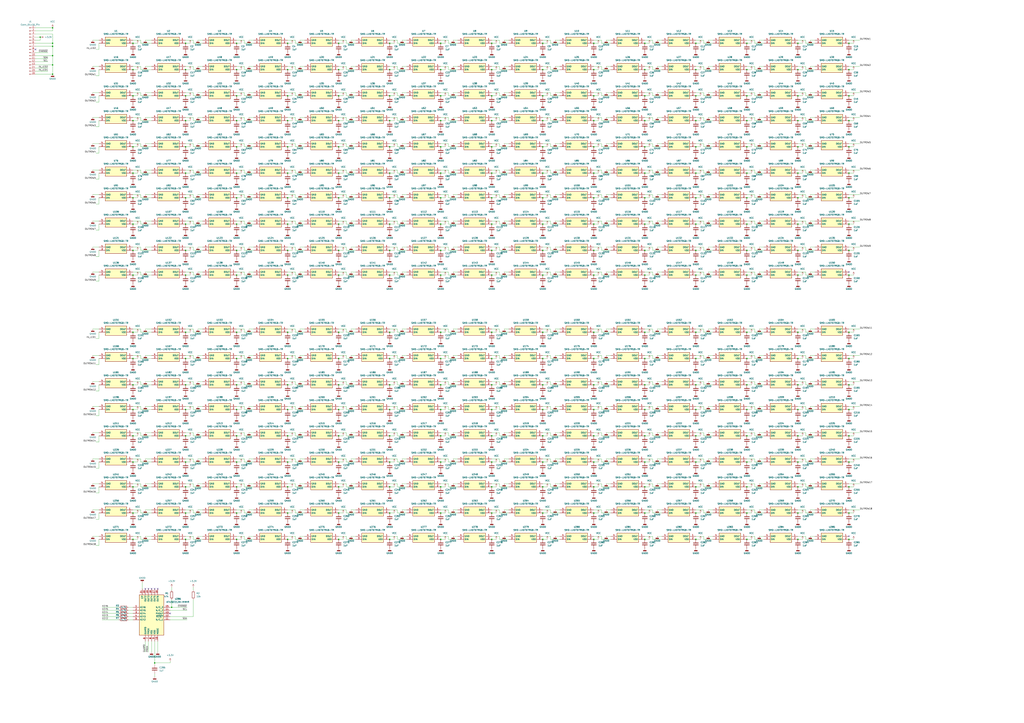
<source format=kicad_sch>
(kicad_sch (version 20230121) (generator eeschema)
  (paper "A1")
  (title_block (title "flexAddressLedsV2") (date "18-12-2023") (rev "V2.1") (company "HAN"))
  (junction (at 43.18 53.34))
  (junction (at 194.31 336.55))
  (junction (at 655.32 142.24))
  (junction (at 152.4 358.14))
  (junction (at 152.4 57.15))
  (junction (at 278.13 294.64))
  (junction (at 697.23 226.06))
  (junction (at 361.95 99.06))
  (junction (at 445.77 99.06))
  (junction (at 236.22 184.15))
  (junction (at 152.4 379.73))
  (junction (at 194.31 57.15))
  (junction (at 697.23 99.06))
  (junction (at 194.31 184.15))
  (junction (at 320.04 294.64))
  (junction (at 487.68 358.14))
  (junction (at 194.31 316.23))
  (junction (at 613.41 379.73))
  (junction (at 320.04 120.65))
  (junction (at 529.59 162.56))
  (junction (at 33.02 30.48))
  (junction (at 152.4 120.65))
  (junction (at 403.86 162.56))
  (junction (at 194.31 226.06))
  (junction (at 236.22 273.05))
  (junction (at 529.59 358.14))
  (junction (at 109.22 142.24))
  (junction (at 529.59 35.56))
  (junction (at 127 544.83))
  (junction (at 152.4 162.56))
  (junction (at 361.95 226.06))
  (junction (at 445.77 400.05))
  (junction (at 320.04 99.06))
  (junction (at 487.68 316.23))
  (junction (at 571.5 379.73))
  (junction (at 320.04 336.55))
  (junction (at 571.5 400.05))
  (junction (at 236.22 35.56))
  (junction (at 109.22 294.64))
  (junction (at 152.4 336.55))
  (junction (at 655.32 273.05))
  (junction (at 697.23 120.65))
  (junction (at 445.77 57.15))
  (junction (at 655.32 294.64))
  (junction (at 236.22 99.06))
  (junction (at 320.04 205.74))
  (junction (at 571.5 205.74))
  (junction (at 109.22 205.74))
  (junction (at 529.59 294.64))
  (junction (at 194.31 421.64))
  (junction (at 403.86 421.64))
  (junction (at 320.04 316.23))
  (junction (at 320.04 184.15))
  (junction (at 194.31 443.23))
  (junction (at 529.59 316.23))
  (junction (at 109.22 35.56))
  (junction (at 361.95 78.74))
  (junction (at 194.31 273.05))
  (junction (at 152.4 316.23))
  (junction (at 236.22 78.74))
  (junction (at 655.32 99.06))
  (junction (at 236.22 57.15))
  (junction (at 194.31 294.64))
  (junction (at 697.23 336.55))
  (junction (at 445.77 162.56))
  (junction (at 571.5 336.55))
  (junction (at 278.13 120.65))
  (junction (at 487.68 400.05))
  (junction (at 529.59 99.06))
  (junction (at 320.04 273.05))
  (junction (at 43.18 22.86))
  (junction (at 403.86 142.24))
  (junction (at 194.31 358.14))
  (junction (at 403.86 99.06))
  (junction (at 697.23 316.23))
  (junction (at 445.77 421.64))
  (junction (at 320.04 57.15))
  (junction (at 403.86 78.74))
  (junction (at 697.23 205.74))
  (junction (at 320.04 142.24))
  (junction (at 109.22 57.15))
  (junction (at 529.59 57.15))
  (junction (at 655.32 443.23))
  (junction (at 278.13 336.55))
  (junction (at 278.13 379.73))
  (junction (at 487.68 336.55))
  (junction (at 445.77 226.06))
  (junction (at 236.22 336.55))
  (junction (at 445.77 358.14))
  (junction (at 655.32 379.73))
  (junction (at 613.41 294.64))
  (junction (at 403.86 226.06))
  (junction (at 109.22 226.06))
  (junction (at 320.04 358.14))
  (junction (at 613.41 142.24))
  (junction (at 445.77 205.74))
  (junction (at 194.31 35.56))
  (junction (at 613.41 226.06))
  (junction (at 571.5 273.05))
  (junction (at 571.5 35.56))
  (junction (at 613.41 358.14))
  (junction (at 403.86 35.56))
  (junction (at 487.68 443.23))
  (junction (at 529.59 120.65))
  (junction (at 697.23 184.15))
  (junction (at 487.68 120.65))
  (junction (at 487.68 184.15))
  (junction (at 278.13 57.15))
  (junction (at 655.32 78.74))
  (junction (at 613.41 57.15))
  (junction (at 152.4 294.64))
  (junction (at 43.18 45.72))
  (junction (at 361.95 443.23))
  (junction (at 529.59 184.15))
  (junction (at 361.95 316.23))
  (junction (at 278.13 421.64))
  (junction (at 320.04 35.56))
  (junction (at 152.4 226.06))
  (junction (at 236.22 379.73))
  (junction (at 278.13 184.15))
  (junction (at 320.04 78.74))
  (junction (at 529.59 273.05))
  (junction (at 109.22 379.73))
  (junction (at 445.77 294.64))
  (junction (at 487.68 273.05))
  (junction (at 109.22 99.06))
  (junction (at 403.86 273.05))
  (junction (at 487.68 379.73))
  (junction (at 140.97 499.11))
  (junction (at 445.77 336.55))
  (junction (at 278.13 205.74))
  (junction (at 445.77 78.74))
  (junction (at 194.31 205.74))
  (junction (at 43.18 60.96))
  (junction (at 278.13 443.23))
  (junction (at 655.32 162.56))
  (junction (at 655.32 316.23))
  (junction (at 571.5 120.65))
  (junction (at 655.32 120.65))
  (junction (at 152.4 443.23))
  (junction (at 445.77 273.05))
  (junction (at 109.22 162.56))
  (junction (at 152.4 421.64))
  (junction (at 697.23 78.74))
  (junction (at 697.23 273.05))
  (junction (at 697.23 57.15))
  (junction (at 361.95 294.64))
  (junction (at 655.32 358.14))
  (junction (at 361.95 35.56))
  (junction (at 655.32 57.15))
  (junction (at 403.86 294.64))
  (junction (at 194.31 162.56))
  (junction (at 361.95 162.56))
  (junction (at 529.59 379.73))
  (junction (at 361.95 184.15))
  (junction (at 278.13 226.06))
  (junction (at 655.32 336.55))
  (junction (at 361.95 142.24))
  (junction (at 529.59 336.55))
  (junction (at 320.04 400.05))
  (junction (at 487.68 421.64))
  (junction (at 152.4 205.74))
  (junction (at 109.22 358.14))
  (junction (at 194.31 379.73))
  (junction (at 697.23 162.56))
  (junction (at 487.68 142.24))
  (junction (at 320.04 443.23))
  (junction (at 236.22 226.06))
  (junction (at 109.22 78.74))
  (junction (at 109.22 273.05))
  (junction (at 655.32 226.06))
  (junction (at 529.59 400.05))
  (junction (at 655.32 205.74))
  (junction (at 445.77 316.23))
  (junction (at 613.41 120.65))
  (junction (at 236.22 142.24))
  (junction (at 655.32 421.64))
  (junction (at 152.4 99.06))
  (junction (at 361.95 400.05))
  (junction (at 236.22 205.74))
  (junction (at 403.86 57.15))
  (junction (at 152.4 184.15))
  (junction (at 194.31 120.65))
  (junction (at 613.41 184.15))
  (junction (at 320.04 421.64))
  (junction (at 320.04 226.06))
  (junction (at 320.04 162.56))
  (junction (at 697.23 400.05))
  (junction (at 43.18 38.1))
  (junction (at 361.95 205.74))
  (junction (at 571.5 421.64))
  (junction (at 152.4 35.56))
  (junction (at 487.68 57.15))
  (junction (at 613.41 316.23))
  (junction (at 361.95 358.14))
  (junction (at 697.23 142.24))
  (junction (at 697.23 443.23))
  (junction (at 613.41 336.55))
  (junction (at 236.22 443.23))
  (junction (at 278.13 162.56))
  (junction (at 529.59 443.23))
  (junction (at 487.68 294.64))
  (junction (at 403.86 379.73))
  (junction (at 361.95 421.64))
  (junction (at 320.04 379.73))
  (junction (at 236.22 162.56))
  (junction (at 445.77 184.15))
  (junction (at 655.32 184.15))
  (junction (at 571.5 443.23))
  (junction (at 613.41 78.74))
  (junction (at 571.5 57.15))
  (junction (at 109.22 400.05))
  (junction (at 152.4 400.05))
  (junction (at 697.23 358.14))
  (junction (at 613.41 400.05))
  (junction (at 655.32 35.56))
  (junction (at 697.23 379.73))
  (junction (at 571.5 184.15))
  (junction (at 571.5 78.74))
  (junction (at 194.31 400.05))
  (junction (at 278.13 358.14))
  (junction (at 109.22 336.55))
  (junction (at 655.32 400.05))
  (junction (at 43.18 35.56))
  (junction (at 236.22 316.23))
  (junction (at 361.95 379.73))
  (junction (at 445.77 35.56))
  (junction (at 697.23 294.64))
  (junction (at 361.95 336.55))
  (junction (at 236.22 120.65))
  (junction (at 613.41 421.64))
  (junction (at 403.86 316.23))
  (junction (at 529.59 226.06))
  (junction (at 529.59 142.24))
  (junction (at 571.5 294.64))
  (junction (at 487.68 205.74))
  (junction (at 487.68 162.56))
  (junction (at 109.22 316.23))
  (junction (at 236.22 400.05))
  (junction (at 403.86 400.05))
  (junction (at 571.5 226.06))
  (junction (at 487.68 78.74))
  (junction (at 487.68 99.06))
  (junction (at 697.23 35.56))
  (junction (at 194.31 142.24))
  (junction (at 403.86 205.74))
  (junction (at 613.41 99.06))
  (junction (at 403.86 336.55))
  (junction (at 109.22 184.15))
  (junction (at 278.13 400.05))
  (junction (at 194.31 78.74))
  (junction (at 613.41 35.56))
  (junction (at 278.13 142.24))
  (junction (at 109.22 120.65))
  (junction (at 613.41 443.23))
  (junction (at 152.4 78.74))
  (junction (at 278.13 99.06))
  (junction (at 529.59 205.74))
  (junction (at 445.77 379.73))
  (junction (at 529.59 421.64))
  (junction (at 152.4 142.24))
  (junction (at 571.5 162.56))
  (junction (at 571.5 316.23))
  (junction (at 571.5 358.14))
  (junction (at 403.86 120.65))
  (junction (at 613.41 162.56))
  (junction (at 278.13 316.23))
  (junction (at 445.77 443.23))
  (junction (at 445.77 120.65))
  (junction (at 403.86 184.15))
  (junction (at 109.22 421.64))
  (junction (at 697.23 421.64))
  (junction (at 613.41 273.05))
  (junction (at 529.59 78.74))
  (junction (at 361.95 273.05))
  (junction (at 236.22 294.64))
  (junction (at 571.5 99.06))
  (junction (at 361.95 57.15))
  (junction (at 487.68 226.06))
  (junction (at 236.22 358.14))
  (junction (at 487.68 35.56))
  (junction (at 361.95 120.65))
  (junction (at 571.5 142.24))
  (junction (at 445.77 142.24))
  (junction (at 403.86 358.14))
  (junction (at 194.31 99.06))
  (junction (at 152.4 273.05))
  (junction (at 278.13 35.56))
  (junction (at 109.22 443.23))
  (junction (at 278.13 78.74))
  (junction (at 403.86 443.23))
  (junction (at 613.41 205.74))
  (junction (at 236.22 421.64))
  (junction (at 278.13 273.05))
  (no_connect (at 139.7 504.19))
  (no_connect (at 121.92 483.87))
  (no_connect (at 697.23 223.52))
  (no_connect (at 697.23 440.69))
  (no_connect (at 127 483.87))
  (no_connect (at 124.46 483.87))
  (no_connect (at 119.38 483.87))
  (no_connect (at 29.21 40.64))
  (no_connect (at 129.54 483.87))
  (wire (pts (xy 529.59 336.55) (xy 533.4 336.55)))
  (wire (pts (xy 613.41 184.15) (xy 617.22 184.15)))
  (wire (pts (xy 613.41 139.7) (xy 619.76 139.7)))
  (wire (pts (xy 494.03 203.2) (xy 494.03 205.74)))
  (wire (pts (xy 494.03 184.15) (xy 501.65 184.15)))
  (wire (pts (xy 494.03 78.74) (xy 501.65 78.74)))
  (wire (pts (xy 246.38 419.1) (xy 250.19 419.1)))
  (wire (pts (xy 368.3 118.11) (xy 368.3 120.65)))
  (wire (pts (xy 119.38 160.02) (xy 124.46 160.02)))
  (wire (pts (xy 326.39 99.06) (xy 326.39 96.52)))
  (wire (pts (xy 246.38 118.11) (xy 250.19 118.11)))
  (wire (pts (xy 162.56 377.19) (xy 166.37 377.19)))
  (wire (pts (xy 535.94 294.64) (xy 535.94 292.1)))
  (wire (pts (xy 158.75 397.51) (xy 152.4 397.51)))
  (wire (pts (xy 623.57 118.11) (xy 627.38 118.11)))
  (wire (pts (xy 487.68 440.69) (xy 494.03 440.69)))
  (wire (pts (xy 445.77 400.05) (xy 449.58 400.05)))
  (wire (pts (xy 577.85 223.52) (xy 577.85 226.06)))
  (wire (pts (xy 204.47 419.1) (xy 208.28 419.1)))
  (wire (pts (xy 200.66 184.15) (xy 208.28 184.15)))
  (wire (pts (xy 119.38 292.1) (xy 124.46 292.1)))
  (wire (pts (xy 158.75 421.64) (xy 158.75 419.1)))
  (wire (pts (xy 452.12 336.55) (xy 459.74 336.55)))
  (wire (pts (xy 581.66 313.69) (xy 585.47 313.69)))
  (wire (pts (xy 200.66 57.15) (xy 208.28 57.15)))
  (wire (pts (xy 613.41 270.51) (xy 619.76 270.51)))
  (wire (pts (xy 445.77 292.1) (xy 452.12 292.1)))
  (wire (pts (xy 330.2 334.01) (xy 334.01 334.01)))
  (wire (pts (xy 166.37 316.23) (xy 158.75 316.23)))
  (wire (pts (xy 83.82 509.27) (xy 97.79 509.27)))
  (wire (pts (xy 115.57 313.69) (xy 115.57 316.23)))
  (wire (pts (xy 414.02 160.02) (xy 417.83 160.02)))
  (wire (pts (xy 162.56 223.52) (xy 166.37 223.52)))
  (wire (pts (xy 497.84 313.69) (xy 501.65 313.69)))
  (wire (pts (xy 627.38 226.06) (xy 619.76 226.06)))
  (wire (pts (xy 577.85 78.74) (xy 585.47 78.74)))
  (wire (pts (xy 250.19 443.23) (xy 242.57 443.23)))
  (wire (pts (xy 487.68 99.06) (xy 491.49 99.06)))
  (wire (pts (xy 539.75 334.01) (xy 543.56 334.01)))
  (wire (pts (xy 627.38 162.56) (xy 619.76 162.56)))
  (wire (pts (xy 200.66 223.52) (xy 200.66 226.06)))
  (wire (pts (xy 452.12 377.19) (xy 452.12 379.73)))
  (wire (pts (xy 242.57 379.73) (xy 242.57 377.19)))
  (wire (pts (xy 330.2 313.69) (xy 334.01 313.69)))
  (wire (pts (xy 109.22 205.74) (xy 113.03 205.74)))
  (wire (pts (xy 665.48 440.69) (xy 669.29 440.69)))
  (wire (pts (xy 109.22 226.06) (xy 113.03 226.06)))
  (wire (pts (xy 115.57 96.52) (xy 115.57 99.06)))
  (wire (pts (xy 410.21 35.56) (xy 410.21 33.02)))
  (wire (pts (xy 581.66 440.69) (xy 585.47 440.69)))
  (wire (pts (xy 487.68 443.23) (xy 491.49 443.23)))
  (wire (pts (xy 326.39 313.69) (xy 320.04 313.69)))
  (wire (pts (xy 535.94 160.02) (xy 529.59 160.02)))
  (wire (pts (xy 326.39 316.23) (xy 326.39 313.69)))
  (wire (pts (xy 494.03 57.15) (xy 501.65 57.15)))
  (wire (pts (xy 403.86 377.19) (xy 410.21 377.19)))
  (wire (pts (xy 115.57 78.74) (xy 124.46 78.74)))
  (wire (pts (xy 81.28 426.72) (xy 81.28 421.64)))
  (wire (pts (xy 115.57 397.51) (xy 115.57 400.05)))
  (wire (pts (xy 661.67 205.74) (xy 669.29 205.74)))
  (wire (pts (xy 152.4 184.15) (xy 156.21 184.15)))
  (wire (pts (xy 200.66 120.65) (xy 208.28 120.65)))
  (wire (pts (xy 242.57 400.05) (xy 242.57 397.51)))
  (wire (pts (xy 665.48 160.02) (xy 669.29 160.02)))
  (wire (pts (xy 204.47 33.02) (xy 208.28 33.02)))
  (wire (pts (xy 278.13 120.65) (xy 281.94 120.65)))
  (wire (pts (xy 613.41 54.61) (xy 619.76 54.61)))
  (wire (pts (xy 414.02 181.61) (xy 417.83 181.61)))
  (wire (pts (xy 697.23 78.74) (xy 701.04 78.74)))
  (wire (pts (xy 529.59 184.15) (xy 533.4 184.15)))
  (wire (pts (xy 320.04 120.65) (xy 323.85 120.65)))
  (wire (pts (xy 414.02 355.6) (xy 417.83 355.6)))
  (wire (pts (xy 152.4 99.06) (xy 156.21 99.06)))
  (wire (pts (xy 445.77 203.2) (xy 452.12 203.2)))
  (wire (pts (xy 152.4 379.73) (xy 156.21 379.73)))
  (wire (pts (xy 613.41 181.61) (xy 619.76 181.61)))
  (wire (pts (xy 162.56 160.02) (xy 166.37 160.02)))
  (wire (pts (xy 655.32 292.1) (xy 661.67 292.1)))
  (wire (pts (xy 288.29 270.51) (xy 292.1 270.51)))
  (wire (pts (xy 455.93 397.51) (xy 459.74 397.51)))
  (wire (pts (xy 368.3 334.01) (xy 368.3 336.55)))
  (wire (pts (xy 278.13 33.02) (xy 284.48 33.02)))
  (wire (pts (xy 581.66 181.61) (xy 585.47 181.61)))
  (wire (pts (xy 334.01 226.06) (xy 326.39 226.06)))
  (wire (pts (xy 115.57 316.23) (xy 124.46 316.23)))
  (wire (pts (xy 661.67 139.7) (xy 661.67 142.24)))
  (wire (pts (xy 194.31 76.2) (xy 200.66 76.2)))
  (wire (pts (xy 246.38 54.61) (xy 250.19 54.61)))
  (wire (pts (xy 697.23 160.02) (xy 706.12 160.02)))
  (wire (pts (xy 577.85 99.06) (xy 585.47 99.06)))
  (wire (pts (xy 166.37 421.64) (xy 158.75 421.64)))
  (wire (pts (xy 236.22 142.24) (xy 240.03 142.24)))
  (wire (pts (xy 78.74 405.13) (xy 81.28 405.13)))
  (wire (pts (xy 361.95 33.02) (xy 368.3 33.02)))
  (wire (pts (xy 246.38 160.02) (xy 250.19 160.02)))
  (wire (pts (xy 194.31 35.56) (xy 198.12 35.56)))
  (wire (pts (xy 571.5 162.56) (xy 575.31 162.56)))
  (wire (pts (xy 278.13 99.06) (xy 281.94 99.06)))
  (wire (pts (xy 109.22 162.56) (xy 113.03 162.56)))
  (wire (pts (xy 334.01 294.64) (xy 326.39 294.64)))
  (wire (pts (xy 697.23 142.24) (xy 701.04 142.24)))
  (wire (pts (xy 661.67 270.51) (xy 661.67 273.05)))
  (wire (pts (xy 619.76 336.55) (xy 619.76 334.01)))
  (wire (pts (xy 236.22 443.23) (xy 240.03 443.23)))
  (wire (pts (xy 627.38 273.05) (xy 619.76 273.05)))
  (wire (pts (xy 452.12 419.1) (xy 452.12 421.64)))
  (wire (pts (xy 200.66 292.1) (xy 200.66 294.64)))
  (wire (pts (xy 535.94 76.2) (xy 529.59 76.2)))
  (wire (pts (xy 284.48 160.02) (xy 284.48 162.56)))
  (wire (pts (xy 417.83 379.73) (xy 410.21 379.73)))
  (wire (pts (xy 623.57 54.61) (xy 627.38 54.61)))
  (wire (pts (xy 158.75 377.19) (xy 152.4 377.19)))
  (wire (pts (xy 403.86 334.01) (xy 410.21 334.01)))
  (wire (pts (xy 204.47 139.7) (xy 208.28 139.7)))
  (wire (pts (xy 204.47 118.11) (xy 208.28 118.11)))
  (wire (pts (xy 334.01 400.05) (xy 326.39 400.05)))
  (wire (pts (xy 242.57 226.06) (xy 242.57 223.52)))
  (wire (pts (xy 627.38 336.55) (xy 619.76 336.55)))
  (wire (pts (xy 368.3 184.15) (xy 375.92 184.15)))
  (wire (pts (xy 623.57 76.2) (xy 627.38 76.2)))
  (wire (pts (xy 236.22 54.61) (xy 242.57 54.61)))
  (wire (pts (xy 494.03 96.52) (xy 494.03 99.06)))
  (wire (pts (xy 665.48 355.6) (xy 669.29 355.6)))
  (wire (pts (xy 452.12 358.14) (xy 459.74 358.14)))
  (wire (pts (xy 623.57 377.19) (xy 627.38 377.19)))
  (wire (pts (xy 487.68 96.52) (xy 494.03 96.52)))
  (wire (pts (xy 529.59 400.05) (xy 533.4 400.05)))
  (wire (pts (xy 543.56 336.55) (xy 535.94 336.55)))
  (wire (pts (xy 417.83 78.74) (xy 410.21 78.74)))
  (wire (pts (xy 330.2 139.7) (xy 334.01 139.7)))
  (wire (pts (xy 78.74 167.64) (xy 81.28 167.64)))
  (wire (pts (xy 613.41 294.64) (xy 617.22 294.64)))
  (wire (pts (xy 661.67 292.1) (xy 661.67 294.64)))
  (wire (pts (xy 655.32 120.65) (xy 659.13 120.65)))
  (wire (pts (xy 250.19 78.74) (xy 242.57 78.74)))
  (wire (pts (xy 543.56 35.56) (xy 535.94 35.56)))
  (wire (pts (xy 334.01 336.55) (xy 326.39 336.55)))
  (wire (pts (xy 194.31 358.14) (xy 198.12 358.14)))
  (wire (pts (xy 119.38 270.51) (xy 124.46 270.51)))
  (wire (pts (xy 417.83 358.14) (xy 410.21 358.14)))
  (wire (pts (xy 535.94 184.15) (xy 535.94 181.61)))
  (wire (pts (xy 81.28 125.73) (xy 81.28 120.65)))
  (wire (pts (xy 455.93 270.51) (xy 459.74 270.51)))
  (wire (pts (xy 284.48 78.74) (xy 292.1 78.74)))
  (wire (pts (xy 571.5 33.02) (xy 577.85 33.02)))
  (wire (pts (xy 410.21 78.74) (xy 410.21 76.2)))
  (wire (pts (xy 204.47 355.6) (xy 208.28 355.6)))
  (wire (pts (xy 661.67 76.2) (xy 661.67 78.74)))
  (wire (pts (xy 204.47 223.52) (xy 208.28 223.52)))
  (wire (pts (xy 29.21 53.34) (xy 43.18 53.34)))
  (wire (pts (xy 158.75 506.73) (xy 139.7 506.73)))
  (wire (pts (xy 242.57 358.14) (xy 242.57 355.6)))
  (wire (pts (xy 200.66 118.11) (xy 200.66 120.65)))
  (wire (pts (xy 655.32 33.02) (xy 661.67 33.02)))
  (wire (pts (xy 76.2 292.1) (xy 81.28 292.1)))
  (wire (pts (xy 326.39 96.52) (xy 320.04 96.52)))
  (wire (pts (xy 361.95 99.06) (xy 365.76 99.06)))
  (wire (pts (xy 76.2 397.51) (xy 81.28 397.51)))
  (wire (pts (xy 535.94 273.05) (xy 535.94 270.51)))
  (wire (pts (xy 158.75 440.69) (xy 152.4 440.69)))
  (wire (pts (xy 497.84 96.52) (xy 501.65 96.52)))
  (wire (pts (xy 320.04 57.15) (xy 323.85 57.15)))
  (wire (pts (xy 158.75 443.23) (xy 158.75 440.69)))
  (wire (pts (xy 320.04 35.56) (xy 323.85 35.56)))
  (wire (pts (xy 494.03 421.64) (xy 501.65 421.64)))
  (wire (pts (xy 368.3 142.24) (xy 375.92 142.24)))
  (wire (pts (xy 284.48 181.61) (xy 284.48 184.15)))
  (wire (pts (xy 78.74 83.82) (xy 81.28 83.82)))
  (wire (pts (xy 162.56 203.2) (xy 166.37 203.2)))
  (wire (pts (xy 236.22 313.69) (xy 242.57 313.69)))
  (wire (pts (xy 278.13 57.15) (xy 281.94 57.15)))
  (wire (pts (xy 623.57 355.6) (xy 627.38 355.6)))
  (wire (pts (xy 361.95 336.55) (xy 365.76 336.55)))
  (wire (pts (xy 619.76 294.64) (xy 619.76 292.1)))
  (wire (pts (xy 494.03 76.2) (xy 494.03 78.74)))
  (wire (pts (xy 326.39 181.61) (xy 320.04 181.61)))
  (wire (pts (xy 330.2 377.19) (xy 334.01 377.19)))
  (wire (pts (xy 158.75 184.15) (xy 158.75 181.61)))
  (wire (pts (xy 571.5 184.15) (xy 575.31 184.15)))
  (wire (pts (xy 166.37 336.55) (xy 158.75 336.55)))
  (wire (pts (xy 194.31 33.02) (xy 200.66 33.02)))
  (wire (pts (xy 204.47 270.51) (xy 208.28 270.51)))
  (wire (pts (xy 571.5 397.51) (xy 577.85 397.51)))
  (wire (pts (xy 417.83 421.64) (xy 410.21 421.64)))
  (wire (pts (xy 697.23 379.73) (xy 701.04 379.73)))
  (wire (pts (xy 320.04 205.74) (xy 323.85 205.74)))
  (wire (pts (xy 655.32 205.74) (xy 659.13 205.74)))
  (wire (pts (xy 236.22 334.01) (xy 242.57 334.01)))
  (wire (pts (xy 278.13 294.64) (xy 281.94 294.64)))
  (wire (pts (xy 655.32 379.73) (xy 659.13 379.73)))
  (wire (pts (xy 535.94 118.11) (xy 529.59 118.11)))
  (wire (pts (xy 445.77 377.19) (xy 452.12 377.19)))
  (wire (pts (xy 43.18 45.72) (xy 43.18 53.34)))
  (wire (pts (xy 326.39 377.19) (xy 320.04 377.19)))
  (wire (pts (xy 115.57 355.6) (xy 115.57 358.14)))
  (wire (pts (xy 497.84 33.02) (xy 501.65 33.02)))
  (wire (pts (xy 78.74 189.23) (xy 81.28 189.23)))
  (wire (pts (xy 361.95 96.52) (xy 368.3 96.52)))
  (wire (pts (xy 368.3 181.61) (xy 368.3 184.15)))
  (wire (pts (xy 115.57 400.05) (xy 124.46 400.05)))
  (wire (pts (xy 368.3 397.51) (xy 368.3 400.05)))
  (wire (pts (xy 445.77 313.69) (xy 452.12 313.69)))
  (wire (pts (xy 278.13 273.05) (xy 281.94 273.05)))
  (wire (pts (xy 81.28 231.14) (xy 81.28 226.06)))
  (wire (pts (xy 403.86 419.1) (xy 410.21 419.1)))
  (wire (pts (xy 368.3 160.02) (xy 368.3 162.56)))
  (wire (pts (xy 403.86 35.56) (xy 407.67 35.56)))
  (wire (pts (xy 326.39 273.05) (xy 326.39 270.51)))
  (wire (pts (xy 78.74 104.14) (xy 81.28 104.14)))
  (wire (pts (xy 697.23 355.6) (xy 706.12 355.6)))
  (wire (pts (xy 494.03 334.01) (xy 494.03 336.55)))
  (wire (pts (xy 577.85 57.15) (xy 585.47 57.15)))
  (wire (pts (xy 284.48 336.55) (xy 292.1 336.55)))
  (wire (pts (xy 119.38 397.51) (xy 124.46 397.51)))
  (wire (pts (xy 162.56 419.1) (xy 166.37 419.1)))
  (wire (pts (xy 236.22 33.02) (xy 242.57 33.02)))
  (wire (pts (xy 320.04 162.56) (xy 323.85 162.56)))
  (wire (pts (xy 539.75 355.6) (xy 543.56 355.6)))
  (wire (pts (xy 445.77 99.06) (xy 449.58 99.06)))
  (wire (pts (xy 494.03 292.1) (xy 494.03 294.64)))
  (wire (pts (xy 494.03 118.11) (xy 494.03 120.65)))
  (wire (pts (xy 109.22 419.1) (xy 115.57 419.1)))
  (wire (pts (xy 623.57 33.02) (xy 627.38 33.02)))
  (wire (pts (xy 200.66 205.74) (xy 208.28 205.74)))
  (wire (pts (xy 577.85 96.52) (xy 577.85 99.06)))
  (wire (pts (xy 115.57 440.69) (xy 115.57 443.23)))
  (wire (pts (xy 278.13 440.69) (xy 284.48 440.69)))
  (wire (pts (xy 543.56 226.06) (xy 535.94 226.06)))
  (wire (pts (xy 697.23 443.23) (xy 701.04 443.23)))
  (wire (pts (xy 697.23 57.15) (xy 701.04 57.15)))
  (wire (pts (xy 368.3 205.74) (xy 375.92 205.74)))
  (wire (pts (xy 278.13 35.56) (xy 281.94 35.56)))
  (wire (pts (xy 109.22 270.51) (xy 115.57 270.51)))
  (wire (pts (xy 162.56 440.69) (xy 166.37 440.69)))
  (wire (pts (xy 535.94 358.14) (xy 535.94 355.6)))
  (wire (pts (xy 152.4 142.24) (xy 156.21 142.24)))
  (wire (pts (xy 200.66 294.64) (xy 208.28 294.64)))
  (wire (pts (xy 494.03 419.1) (xy 494.03 421.64)))
  (wire (pts (xy 330.2 76.2) (xy 334.01 76.2)))
  (wire (pts (xy 284.48 313.69) (xy 284.48 316.23)))
  (wire (pts (xy 81.28 104.14) (xy 81.28 99.06)))
  (wire (pts (xy 158.75 205.74) (xy 158.75 203.2)))
  (wire (pts (xy 697.23 294.64) (xy 701.04 294.64)))
  (wire (pts (xy 665.48 223.52) (xy 669.29 223.52)))
  (wire (pts (xy 577.85 184.15) (xy 585.47 184.15)))
  (wire (pts (xy 581.66 203.2) (xy 585.47 203.2)))
  (wire (pts (xy 326.39 443.23) (xy 326.39 440.69)))
  (wire (pts (xy 539.75 419.1) (xy 543.56 419.1)))
  (wire (pts (xy 326.39 419.1) (xy 320.04 419.1)))
  (wire (pts (xy 194.31 421.64) (xy 198.12 421.64)))
  (wire (pts (xy 697.23 33.02) (xy 706.12 33.02)))
  (wire (pts (xy 414.02 397.51) (xy 417.83 397.51)))
  (wire (pts (xy 115.57 226.06) (xy 124.46 226.06)))
  (wire (pts (xy 368.3 419.1) (xy 368.3 421.64)))
  (wire (pts (xy 368.3 355.6) (xy 368.3 358.14)))
  (wire (pts (xy 334.01 35.56) (xy 326.39 35.56)))
  (wire (pts (xy 361.95 377.19) (xy 368.3 377.19)))
  (wire (pts (xy 410.21 162.56) (xy 410.21 160.02)))
  (wire (pts (xy 697.23 184.15) (xy 701.04 184.15)))
  (wire (pts (xy 152.4 35.56) (xy 156.21 35.56)))
  (wire (pts (xy 661.67 181.61) (xy 661.67 184.15)))
  (wire (pts (xy 326.39 184.15) (xy 326.39 181.61)))
  (wire (pts (xy 627.38 294.64) (xy 619.76 294.64)))
  (wire (pts (xy 613.41 76.2) (xy 619.76 76.2)))
  (wire (pts (xy 697.23 99.06) (xy 701.04 99.06)))
  (wire (pts (xy 535.94 292.1) (xy 529.59 292.1)))
  (wire (pts (xy 361.95 358.14) (xy 365.76 358.14)))
  (wire (pts (xy 278.13 270.51) (xy 284.48 270.51)))
  (wire (pts (xy 278.13 203.2) (xy 284.48 203.2)))
  (wire (pts (xy 655.32 160.02) (xy 661.67 160.02)))
  (wire (pts (xy 204.47 181.61) (xy 208.28 181.61)))
  (wire (pts (xy 204.47 54.61) (xy 208.28 54.61)))
  (wire (pts (xy 571.5 78.74) (xy 575.31 78.74)))
  (wire (pts (xy 539.75 54.61) (xy 543.56 54.61)))
  (wire (pts (xy 445.77 118.11) (xy 452.12 118.11)))
  (wire (pts (xy 494.03 142.24) (xy 501.65 142.24)))
  (wire (pts (xy 417.83 226.06) (xy 410.21 226.06)))
  (wire (pts (xy 236.22 440.69) (xy 242.57 440.69)))
  (wire (pts (xy 250.19 120.65) (xy 242.57 120.65)))
  (wire (pts (xy 326.39 421.64) (xy 326.39 419.1)))
  (wire (pts (xy 417.83 400.05) (xy 410.21 400.05)))
  (wire (pts (xy 236.22 223.52) (xy 242.57 223.52)))
  (wire (pts (xy 83.82 501.65) (xy 97.79 501.65)))
  (wire (pts (xy 452.12 397.51) (xy 452.12 400.05)))
  (wire (pts (xy 403.86 294.64) (xy 407.67 294.64)))
  (wire (pts (xy 535.94 355.6) (xy 529.59 355.6)))
  (wire (pts (xy 697.23 226.06) (xy 701.04 226.06)))
  (wire (pts (xy 543.56 184.15) (xy 535.94 184.15)))
  (wire (pts (xy 242.57 99.06) (xy 242.57 96.52)))
  (wire (pts (xy 288.29 54.61) (xy 292.1 54.61)))
  (wire (pts (xy 619.76 57.15) (xy 619.76 54.61)))
  (wire (pts (xy 127 553.72) (xy 127 556.26)))
  (wire (pts (xy 76.2 270.51) (xy 81.28 270.51)))
  (wire (pts (xy 152.4 400.05) (xy 156.21 400.05)))
  (wire (pts (xy 368.3 443.23) (xy 375.92 443.23)))
  (wire (pts (xy 200.66 440.69) (xy 200.66 443.23)))
  (wire (pts (xy 497.84 377.19) (xy 501.65 377.19)))
  (wire (pts (xy 236.22 400.05) (xy 240.03 400.05)))
  (wire (pts (xy 326.39 334.01) (xy 320.04 334.01)))
  (wire (pts (xy 109.22 336.55) (xy 113.03 336.55)))
  (wire (pts (xy 200.66 54.61) (xy 200.66 57.15)))
  (wire (pts (xy 571.5 400.05) (xy 575.31 400.05)))
  (wire (pts (xy 368.3 316.23) (xy 375.92 316.23)))
  (wire (pts (xy 571.5 358.14) (xy 575.31 358.14)))
  (wire (pts (xy 29.21 35.56) (xy 43.18 35.56)))
  (wire (pts (xy 109.22 223.52) (xy 115.57 223.52)))
  (wire (pts (xy 236.22 203.2) (xy 242.57 203.2)))
  (wire (pts (xy 487.68 355.6) (xy 494.03 355.6)))
  (wire (pts (xy 115.57 223.52) (xy 115.57 226.06)))
  (wire (pts (xy 320.04 142.24) (xy 323.85 142.24)))
  (wire (pts (xy 417.83 162.56) (xy 410.21 162.56)))
  (wire (pts (xy 204.47 76.2) (xy 208.28 76.2)))
  (wire (pts (xy 410.21 358.14) (xy 410.21 355.6)))
  (wire (pts (xy 455.93 181.61) (xy 459.74 181.61)))
  (wire (pts (xy 288.29 139.7) (xy 292.1 139.7)))
  (wire (pts (xy 115.57 421.64) (xy 124.46 421.64)))
  (wire (pts (xy 577.85 203.2) (xy 577.85 205.74)))
  (wire (pts (xy 158.75 120.65) (xy 158.75 118.11)))
  (wire (pts (xy 445.77 316.23) (xy 449.58 316.23)))
  (wire (pts (xy 445.77 181.61) (xy 452.12 181.61)))
  (wire (pts (xy 236.22 96.52) (xy 242.57 96.52)))
  (wire (pts (xy 619.76 400.05) (xy 619.76 397.51)))
  (wire (pts (xy 284.48 203.2) (xy 284.48 205.74)))
  (wire (pts (xy 330.2 419.1) (xy 334.01 419.1)))
  (wire (pts (xy 452.12 76.2) (xy 452.12 78.74)))
  (wire (pts (xy 158.75 273.05) (xy 158.75 270.51)))
  (wire (pts (xy 613.41 57.15) (xy 617.22 57.15)))
  (wire (pts (xy 581.66 33.02) (xy 585.47 33.02)))
  (wire (pts (xy 109.22 440.69) (xy 115.57 440.69)))
  (wire (pts (xy 497.84 334.01) (xy 501.65 334.01)))
  (wire (pts (xy 403.86 223.52) (xy 410.21 223.52)))
  (wire (pts (xy 697.23 181.61) (xy 706.12 181.61)))
  (wire (pts (xy 109.22 184.15) (xy 113.03 184.15)))
  (wire (pts (xy 158.75 379.73) (xy 158.75 377.19)))
  (wire (pts (xy 158.75 334.01) (xy 152.4 334.01)))
  (wire (pts (xy 403.86 270.51) (xy 410.21 270.51)))
  (wire (pts (xy 535.94 316.23) (xy 535.94 313.69)))
  (wire (pts (xy 127 527.05) (xy 127 544.83)))
  (wire (pts (xy 326.39 205.74) (xy 326.39 203.2)))
  (wire (pts (xy 529.59 316.23) (xy 533.4 316.23)))
  (wire (pts (xy 194.31 54.61) (xy 200.66 54.61)))
  (wire (pts (xy 410.21 99.06) (xy 410.21 96.52)))
  (wire (pts (xy 288.29 377.19) (xy 292.1 377.19)))
  (wire (pts (xy 81.28 405.13) (xy 81.28 400.05)))
  (wire (pts (xy 119.38 96.52) (xy 124.46 96.52)))
  (wire (pts (xy 368.3 270.51) (xy 368.3 273.05)))
  (wire (pts (xy 571.5 273.05) (xy 575.31 273.05)))
  (wire (pts (xy 539.75 270.51) (xy 543.56 270.51)))
  (wire (pts (xy 581.66 397.51) (xy 585.47 397.51)))
  (wire (pts (xy 535.94 120.65) (xy 535.94 118.11)))
  (wire (pts (xy 697.23 76.2) (xy 706.12 76.2)))
  (wire (pts (xy 372.11 270.51) (xy 375.92 270.51)))
  (wire (pts (xy 158.75 118.11) (xy 152.4 118.11)))
  (wire (pts (xy 487.68 57.15) (xy 491.49 57.15)))
  (wire (pts (xy 403.86 443.23) (xy 407.67 443.23)))
  (wire (pts (xy 627.38 443.23) (xy 619.76 443.23)))
  (wire (pts (xy 535.94 181.61) (xy 529.59 181.61)))
  (wire (pts (xy 403.86 160.02) (xy 410.21 160.02)))
  (wire (pts (xy 194.31 205.74) (xy 198.12 205.74)))
  (wire (pts (xy 278.13 334.01) (xy 284.48 334.01)))
  (wire (pts (xy 655.32 400.05) (xy 659.13 400.05)))
  (wire (pts (xy 661.67 203.2) (xy 661.67 205.74)))
  (wire (pts (xy 140.97 499.11) (xy 153.67 499.11)))
  (wire (pts (xy 445.77 397.51) (xy 452.12 397.51)))
  (wire (pts (xy 288.29 181.61) (xy 292.1 181.61)))
  (wire (pts (xy 497.84 181.61) (xy 501.65 181.61)))
  (wire (pts (xy 278.13 118.11) (xy 284.48 118.11)))
  (wire (pts (xy 455.93 203.2) (xy 459.74 203.2)))
  (wire (pts (xy 334.01 99.06) (xy 326.39 99.06)))
  (wire (pts (xy 81.28 40.64) (xy 81.28 35.56)))
  (wire (pts (xy 452.12 440.69) (xy 452.12 443.23)))
  (wire (pts (xy 577.85 355.6) (xy 577.85 358.14)))
  (wire (pts (xy 529.59 421.64) (xy 533.4 421.64)))
  (wire (pts (xy 288.29 96.52) (xy 292.1 96.52)))
  (wire (pts (xy 414.02 223.52) (xy 417.83 223.52)))
  (wire (pts (xy 410.21 379.73) (xy 410.21 377.19)))
  (wire (pts (xy 455.93 355.6) (xy 459.74 355.6)))
  (wire (pts (xy 487.68 160.02) (xy 494.03 160.02)))
  (wire (pts (xy 166.37 226.06) (xy 158.75 226.06)))
  (wire (pts (xy 535.94 54.61) (xy 529.59 54.61)))
  (wire (pts (xy 613.41 205.74) (xy 617.22 205.74)))
  (wire (pts (xy 487.68 139.7) (xy 494.03 139.7)))
  (wire (pts (xy 115.57 334.01) (xy 115.57 336.55)))
  (wire (pts (xy 445.77 142.24) (xy 449.58 142.24)))
  (wire (pts (xy 581.66 160.02) (xy 585.47 160.02)))
  (wire (pts (xy 577.85 54.61) (xy 577.85 57.15)))
  (wire (pts (xy 115.57 57.15) (xy 124.46 57.15)))
  (wire (pts (xy 494.03 336.55) (xy 501.65 336.55)))
  (wire (pts (xy 535.94 419.1) (xy 529.59 419.1)))
  (wire (pts (xy 115.57 205.74) (xy 124.46 205.74)))
  (wire (pts (xy 697.23 118.11) (xy 706.12 118.11)))
  (wire (pts (xy 577.85 440.69) (xy 577.85 443.23)))
  (wire (pts (xy 109.22 139.7) (xy 115.57 139.7)))
  (wire (pts (xy 372.11 397.51) (xy 375.92 397.51)))
  (wire (pts (xy 487.68 142.24) (xy 491.49 142.24)))
  (wire (pts (xy 535.94 270.51) (xy 529.59 270.51)))
  (wire (pts (xy 403.86 226.06) (xy 407.67 226.06)))
  (wire (pts (xy 571.5 223.52) (xy 577.85 223.52)))
  (wire (pts (xy 577.85 400.05) (xy 585.47 400.05)))
  (wire (pts (xy 194.31 292.1) (xy 200.66 292.1)))
  (wire (pts (xy 543.56 379.73) (xy 535.94 379.73)))
  (wire (pts (xy 76.2 54.61) (xy 81.28 54.61)))
  (wire (pts (xy 623.57 419.1) (xy 627.38 419.1)))
  (wire (pts (xy 655.32 162.56) (xy 659.13 162.56)))
  (wire (pts (xy 403.86 203.2) (xy 410.21 203.2)))
  (wire (pts (xy 529.59 162.56) (xy 533.4 162.56)))
  (wire (pts (xy 242.57 35.56) (xy 242.57 33.02)))
  (wire (pts (xy 535.94 226.06) (xy 535.94 223.52)))
  (wire (pts (xy 158.75 54.61) (xy 152.4 54.61)))
  (wire (pts (xy 158.75 78.74) (xy 158.75 76.2)))
  (wire (pts (xy 194.31 443.23) (xy 198.12 443.23)))
  (wire (pts (xy 361.95 397.51) (xy 368.3 397.51)))
  (wire (pts (xy 81.28 62.23) (xy 81.28 57.15)))
  (wire (pts (xy 445.77 443.23) (xy 449.58 443.23)))
  (wire (pts (xy 326.39 139.7) (xy 320.04 139.7)))
  (wire (pts (xy 158.75 142.24) (xy 158.75 139.7)))
  (wire (pts (xy 697.23 336.55) (xy 701.04 336.55)))
  (wire (pts (xy 613.41 379.73) (xy 617.22 379.73)))
  (wire (pts (xy 487.68 292.1) (xy 494.03 292.1)))
  (wire (pts (xy 76.2 33.02) (xy 81.28 33.02)))
  (wire (pts (xy 115.57 120.65) (xy 124.46 120.65)))
  (wire (pts (xy 494.03 139.7) (xy 494.03 142.24)))
  (wire (pts (xy 368.3 273.05) (xy 375.92 273.05)))
  (wire (pts (xy 109.22 379.73) (xy 113.03 379.73)))
  (wire (pts (xy 246.38 377.19) (xy 250.19 377.19)))
  (wire (pts (xy 166.37 358.14) (xy 158.75 358.14)))
  (wire (pts (xy 200.66 181.61) (xy 200.66 184.15)))
  (wire (pts (xy 487.68 270.51) (xy 494.03 270.51)))
  (wire (pts (xy 655.32 203.2) (xy 661.67 203.2)))
  (wire (pts (xy 372.11 313.69) (xy 375.92 313.69)))
  (wire (pts (xy 284.48 223.52) (xy 284.48 226.06)))
  (wire (pts (xy 166.37 443.23) (xy 158.75 443.23)))
  (wire (pts (xy 613.41 358.14) (xy 617.22 358.14)))
  (wire (pts (xy 414.02 292.1) (xy 417.83 292.1)))
  (wire (pts (xy 250.19 400.05) (xy 242.57 400.05)))
  (wire (pts (xy 577.85 181.61) (xy 577.85 184.15)))
  (wire (pts (xy 494.03 377.19) (xy 494.03 379.73)))
  (wire (pts (xy 487.68 400.05) (xy 491.49 400.05)))
  (wire (pts (xy 284.48 440.69) (xy 284.48 443.23)))
  (wire (pts (xy 78.74 341.63) (xy 81.28 341.63)))
  (wire (pts (xy 109.22 292.1) (xy 115.57 292.1)))
  (wire (pts (xy 577.85 160.02) (xy 577.85 162.56)))
  (wire (pts (xy 494.03 33.02) (xy 494.03 35.56)))
  (wire (pts (xy 445.77 294.64) (xy 449.58 294.64)))
  (wire (pts (xy 81.28 321.31) (xy 81.28 316.23)))
  (wire (pts (xy 250.19 142.24) (xy 242.57 142.24)))
  (wire (pts (xy 194.31 294.64) (xy 198.12 294.64)))
  (wire (pts (xy 83.82 506.73) (xy 97.79 506.73)))
  (wire (pts (xy 494.03 160.02) (xy 494.03 162.56)))
  (wire (pts (xy 200.66 377.19) (xy 200.66 379.73)))
  (wire (pts (xy 204.47 203.2) (xy 208.28 203.2)))
  (wire (pts (xy 452.12 54.61) (xy 452.12 57.15)))
  (wire (pts (xy 494.03 120.65) (xy 501.65 120.65)))
  (wire (pts (xy 200.66 419.1) (xy 200.66 421.64)))
  (wire (pts (xy 81.28 189.23) (xy 81.28 184.15)))
  (wire (pts (xy 577.85 334.01) (xy 577.85 336.55)))
  (wire (pts (xy 242.57 443.23) (xy 242.57 440.69)))
  (wire (pts (xy 119.38 203.2) (xy 124.46 203.2)))
  (wire (pts (xy 455.93 96.52) (xy 459.74 96.52)))
  (wire (pts (xy 655.32 226.06) (xy 659.13 226.06)))
  (wire (pts (xy 121.92 527.05) (xy 121.92 535.94)))
  (wire (pts (xy 577.85 443.23) (xy 585.47 443.23)))
  (wire (pts (xy 250.19 316.23) (xy 242.57 316.23)))
  (wire (pts (xy 250.19 358.14) (xy 242.57 358.14)))
  (wire (pts (xy 613.41 142.24) (xy 617.22 142.24)))
  (wire (pts (xy 543.56 205.74) (xy 535.94 205.74)))
  (wire (pts (xy 246.38 181.61) (xy 250.19 181.61)))
  (wire (pts (xy 320.04 78.74) (xy 323.85 78.74)))
  (wire (pts (xy 529.59 120.65) (xy 533.4 120.65)))
  (wire (pts (xy 368.3 400.05) (xy 375.92 400.05)))
  (wire (pts (xy 414.02 54.61) (xy 417.83 54.61)))
  (wire (pts (xy 445.77 205.74) (xy 449.58 205.74)))
  (wire (pts (xy 494.03 226.06) (xy 501.65 226.06)))
  (wire (pts (xy 361.95 118.11) (xy 368.3 118.11)))
  (wire (pts (xy 665.48 270.51) (xy 669.29 270.51)))
  (wire (pts (xy 236.22 273.05) (xy 240.03 273.05)))
  (wire (pts (xy 158.75 33.02) (xy 152.4 33.02)))
  (wire (pts (xy 497.84 419.1) (xy 501.65 419.1)))
  (wire (pts (xy 627.38 316.23) (xy 619.76 316.23)))
  (wire (pts (xy 487.68 334.01) (xy 494.03 334.01)))
  (wire (pts (xy 627.38 400.05) (xy 619.76 400.05)))
  (wire (pts (xy 236.22 358.14) (xy 240.03 358.14)))
  (wire (pts (xy 535.94 142.24) (xy 535.94 139.7)))
  (wire (pts (xy 417.83 57.15) (xy 410.21 57.15)))
  (wire (pts (xy 29.21 25.4) (xy 43.18 25.4)))
  (wire (pts (xy 665.48 334.01) (xy 669.29 334.01)))
  (wire (pts (xy 543.56 400.05) (xy 535.94 400.05)))
  (wire (pts (xy 334.01 358.14) (xy 326.39 358.14)))
  (wire (pts (xy 152.4 78.74) (xy 156.21 78.74)))
  (wire (pts (xy 661.67 379.73) (xy 669.29 379.73)))
  (wire (pts (xy 284.48 35.56) (xy 292.1 35.56)))
  (wire (pts (xy 368.3 223.52) (xy 368.3 226.06)))
  (wire (pts (xy 200.66 379.73) (xy 208.28 379.73)))
  (wire (pts (xy 410.21 57.15) (xy 410.21 54.61)))
  (wire (pts (xy 109.22 120.65) (xy 113.03 120.65)))
  (wire (pts (xy 494.03 358.14) (xy 501.65 358.14)))
  (wire (pts (xy 414.02 76.2) (xy 417.83 76.2)))
  (wire (pts (xy 334.01 273.05) (xy 326.39 273.05)))
  (wire (pts (xy 655.32 355.6) (xy 661.67 355.6)))
  (wire (pts (xy 655.32 334.01) (xy 661.67 334.01)))
  (wire (pts (xy 623.57 397.51) (xy 627.38 397.51)))
  (wire (pts (xy 455.93 160.02) (xy 459.74 160.02)))
  (wire (pts (xy 162.56 118.11) (xy 166.37 118.11)))
  (wire (pts (xy 577.85 35.56) (xy 585.47 35.56)))
  (wire (pts (xy 535.94 313.69) (xy 529.59 313.69)))
  (wire (pts (xy 250.19 421.64) (xy 242.57 421.64)))
  (wire (pts (xy 655.32 54.61) (xy 661.67 54.61)))
  (wire (pts (xy 119.38 313.69) (xy 124.46 313.69)))
  (wire (pts (xy 535.94 35.56) (xy 535.94 33.02)))
  (wire (pts (xy 200.66 160.02) (xy 200.66 162.56)))
  (wire (pts (xy 697.23 397.51) (xy 706.12 397.51)))
  (wire (pts (xy 278.13 443.23) (xy 281.94 443.23)))
  (wire (pts (xy 29.21 33.02) (xy 33.02 33.02)))
  (wire (pts (xy 250.19 35.56) (xy 242.57 35.56)))
  (wire (pts (xy 697.23 421.64) (xy 701.04 421.64)))
  (wire (pts (xy 661.67 226.06) (xy 669.29 226.06)))
  (wire (pts (xy 494.03 397.51) (xy 494.03 400.05)))
  (wire (pts (xy 403.86 421.64) (xy 407.67 421.64)))
  (wire (pts (xy 288.29 76.2) (xy 292.1 76.2)))
  (wire (pts (xy 326.39 440.69) (xy 320.04 440.69)))
  (wire (pts (xy 665.48 118.11) (xy 669.29 118.11)))
  (wire (pts (xy 119.38 139.7) (xy 124.46 139.7)))
  (wire (pts (xy 623.57 96.52) (xy 627.38 96.52)))
  (wire (pts (xy 661.67 120.65) (xy 669.29 120.65)))
  (wire (pts (xy 581.66 377.19) (xy 585.47 377.19)))
  (wire (pts (xy 445.77 78.74) (xy 449.58 78.74)))
  (wire (pts (xy 655.32 270.51) (xy 661.67 270.51)))
  (wire (pts (xy 613.41 313.69) (xy 619.76 313.69)))
  (wire (pts (xy 535.94 78.74) (xy 535.94 76.2)))
  (wire (pts (xy 162.56 313.69) (xy 166.37 313.69)))
  (wire (pts (xy 581.66 355.6) (xy 585.47 355.6)))
  (wire (pts (xy 417.83 184.15) (xy 410.21 184.15)))
  (wire (pts (xy 529.59 142.24) (xy 533.4 142.24)))
  (wire (pts (xy 403.86 118.11) (xy 410.21 118.11)))
  (wire (pts (xy 571.5 160.02) (xy 577.85 160.02)))
  (wire (pts (xy 627.38 421.64) (xy 619.76 421.64)))
  (wire (pts (xy 361.95 379.73) (xy 365.76 379.73)))
  (wire (pts (xy 368.3 336.55) (xy 375.92 336.55)))
  (wire (pts (xy 661.67 78.74) (xy 669.29 78.74)))
  (wire (pts (xy 445.77 35.56) (xy 449.58 35.56)))
  (wire (pts (xy 535.94 334.01) (xy 529.59 334.01)))
  (wire (pts (xy 697.23 419.1) (xy 706.12 419.1)))
  (wire (pts (xy 445.77 440.69) (xy 452.12 440.69)))
  (wire (pts (xy 278.13 78.74) (xy 281.94 78.74)))
  (wire (pts (xy 455.93 33.02) (xy 459.74 33.02)))
  (wire (pts (xy 361.95 226.06) (xy 365.76 226.06)))
  (wire (pts (xy 194.31 118.11) (xy 200.66 118.11)))
  (wire (pts (xy 194.31 160.02) (xy 200.66 160.02)))
  (wire (pts (xy 109.22 78.74) (xy 113.03 78.74)))
  (wire (pts (xy 571.5 292.1) (xy 577.85 292.1)))
  (wire (pts (xy 139.7 544.83) (xy 127 544.83)))
  (wire (pts (xy 162.56 54.61) (xy 166.37 54.61)))
  (wire (pts (xy 487.68 273.05) (xy 491.49 273.05)))
  (wire (pts (xy 76.2 334.01) (xy 81.28 334.01)))
  (wire (pts (xy 697.23 292.1) (xy 706.12 292.1)))
  (wire (pts (xy 200.66 33.02) (xy 200.66 35.56)))
  (wire (pts (xy 487.68 184.15) (xy 491.49 184.15)))
  (wire (pts (xy 152.4 316.23) (xy 156.21 316.23)))
  (wire (pts (xy 627.38 120.65) (xy 619.76 120.65)))
  (wire (pts (xy 200.66 421.64) (xy 208.28 421.64)))
  (wire (pts (xy 76.2 160.02) (xy 81.28 160.02)))
  (wire (pts (xy 43.18 25.4) (xy 43.18 22.86)))
  (wire (pts (xy 497.84 54.61) (xy 501.65 54.61)))
  (wire (pts (xy 452.12 181.61) (xy 452.12 184.15)))
  (wire (pts (xy 194.31 203.2) (xy 200.66 203.2)))
  (wire (pts (xy 452.12 223.52) (xy 452.12 226.06)))
  (wire (pts (xy 115.57 377.19) (xy 115.57 379.73)))
  (wire (pts (xy 284.48 419.1) (xy 284.48 421.64)))
  (wire (pts (xy 278.13 316.23) (xy 281.94 316.23)))
  (wire (pts (xy 320.04 358.14) (xy 323.85 358.14)))
  (wire (pts (xy 529.59 99.06) (xy 533.4 99.06)))
  (wire (pts (xy 115.57 118.11) (xy 115.57 120.65)))
  (wire (pts (xy 78.74 299.72) (xy 81.28 299.72)))
  (wire (pts (xy 81.28 299.72) (xy 81.28 294.64)))
  (wire (pts (xy 372.11 377.19) (xy 375.92 377.19)))
  (wire (pts (xy 619.76 205.74) (xy 619.76 203.2)))
  (wire (pts (xy 166.37 78.74) (xy 158.75 78.74)))
  (wire (pts (xy 535.94 223.52) (xy 529.59 223.52)))
  (wire (pts (xy 361.95 421.64) (xy 365.76 421.64)))
  (wire (pts (xy 109.22 316.23) (xy 113.03 316.23)))
  (wire (pts (xy 403.86 292.1) (xy 410.21 292.1)))
  (wire (pts (xy 455.93 223.52) (xy 459.74 223.52)))
  (wire (pts (xy 119.38 76.2) (xy 124.46 76.2)))
  (wire (pts (xy 368.3 78.74) (xy 375.92 78.74)))
  (wire (pts (xy 455.93 313.69) (xy 459.74 313.69)))
  (wire (pts (xy 368.3 203.2) (xy 368.3 205.74)))
  (wire (pts (xy 246.38 203.2) (xy 250.19 203.2)))
  (wire (pts (xy 115.57 358.14) (xy 124.46 358.14)))
  (wire (pts (xy 487.68 78.74) (xy 491.49 78.74)))
  (wire (pts (xy 414.02 440.69) (xy 417.83 440.69)))
  (wire (pts (xy 109.22 313.69) (xy 115.57 313.69)))
  (wire (pts (xy 497.84 270.51) (xy 501.65 270.51)))
  (wire (pts (xy 284.48 400.05) (xy 292.1 400.05)))
  (wire (pts (xy 403.86 397.51) (xy 410.21 397.51)))
  (wire (pts (xy 194.31 336.55) (xy 198.12 336.55)))
  (wire (pts (xy 497.84 292.1) (xy 501.65 292.1)))
  (wire (pts (xy 368.3 294.64) (xy 375.92 294.64)))
  (wire (pts (xy 414.02 118.11) (xy 417.83 118.11)))
  (wire (pts (xy 577.85 294.64) (xy 585.47 294.64)))
  (wire (pts (xy 403.86 78.74) (xy 407.67 78.74)))
  (wire (pts (xy 697.23 120.65) (xy 701.04 120.65)))
  (wire (pts (xy 326.39 270.51) (xy 320.04 270.51)))
  (wire (pts (xy 613.41 160.02) (xy 619.76 160.02)))
  (wire (pts (xy 661.67 334.01) (xy 661.67 336.55)))
  (wire (pts (xy 152.4 358.14) (xy 156.21 358.14)))
  (wire (pts (xy 81.28 448.31) (xy 81.28 443.23)))
  (wire (pts (xy 166.37 162.56) (xy 158.75 162.56)))
  (wire (pts (xy 361.95 355.6) (xy 368.3 355.6)))
  (wire (pts (xy 445.77 184.15) (xy 449.58 184.15)))
  (wire (pts (xy 194.31 184.15) (xy 198.12 184.15)))
  (wire (pts (xy 326.39 33.02) (xy 320.04 33.02)))
  (wire (pts (xy 361.95 78.74) (xy 365.76 78.74)))
  (wire (pts (xy 619.76 316.23) (xy 619.76 313.69)))
  (wire (pts (xy 361.95 443.23) (xy 365.76 443.23)))
  (wire (pts (xy 326.39 226.06) (xy 326.39 223.52)))
  (wire (pts (xy 535.94 57.15) (xy 535.94 54.61)))
  (wire (pts (xy 109.22 358.14) (xy 113.03 358.14)))
  (wire (pts (xy 452.12 270.51) (xy 452.12 273.05)))
  (wire (pts (xy 577.85 226.06) (xy 585.47 226.06)))
  (wire (pts (xy 452.12 120.65) (xy 459.74 120.65)))
  (wire (pts (xy 194.31 313.69) (xy 200.66 313.69)))
  (wire (pts (xy 361.95 294.64) (xy 365.76 294.64)))
  (wire (pts (xy 115.57 54.61) (xy 115.57 57.15)))
  (wire (pts (xy 619.76 358.14) (xy 619.76 355.6)))
  (wire (pts (xy 372.11 419.1) (xy 375.92 419.1)))
  (wire (pts (xy 76.2 313.69) (xy 81.28 313.69)))
  (wire (pts (xy 158.75 294.64) (xy 158.75 292.1)))
  (wire (pts (xy 361.95 419.1) (xy 368.3 419.1)))
  (wire (pts (xy 250.19 162.56) (xy 242.57 162.56)))
  (wire (pts (xy 158.75 203.2) (xy 152.4 203.2)))
  (wire (pts (xy 403.86 358.14) (xy 407.67 358.14)))
  (wire (pts (xy 200.66 355.6) (xy 200.66 358.14)))
  (wire (pts (xy 372.11 292.1) (xy 375.92 292.1)))
  (wire (pts (xy 403.86 54.61) (xy 410.21 54.61)))
  (wire (pts (xy 539.75 96.52) (xy 543.56 96.52)))
  (wire (pts (xy 119.38 419.1) (xy 124.46 419.1)))
  (wire (pts (xy 76.2 118.11) (xy 81.28 118.11)))
  (wire (pts (xy 487.68 379.73) (xy 491.49 379.73)))
  (wire (pts (xy 158.75 226.06) (xy 158.75 223.52)))
  (wire (pts (xy 452.12 78.74) (xy 459.74 78.74)))
  (wire (pts (xy 78.74 363.22) (xy 81.28 363.22)))
  (wire (pts (xy 361.95 292.1) (xy 368.3 292.1)))
  (wire (pts (xy 571.5 181.61) (xy 577.85 181.61)))
  (wire (pts (xy 445.77 120.65) (xy 449.58 120.65)))
  (wire (pts (xy 529.59 205.74) (xy 533.4 205.74)))
  (wire (pts (xy 29.21 60.96) (xy 43.18 60.96)))
  (wire (pts (xy 665.48 397.51) (xy 669.29 397.51)))
  (wire (pts (xy 334.01 184.15) (xy 326.39 184.15)))
  (wire (pts (xy 368.3 292.1) (xy 368.3 294.64)))
  (wire (pts (xy 115.57 419.1) (xy 115.57 421.64)))
  (wire (pts (xy 487.68 205.74) (xy 491.49 205.74)))
  (wire (pts (xy 571.5 270.51) (xy 577.85 270.51)))
  (wire (pts (xy 158.75 292.1) (xy 152.4 292.1)))
  (wire (pts (xy 529.59 273.05) (xy 533.4 273.05)))
  (wire (pts (xy 81.28 273.05) (xy 81.28 278.13)))
  (wire (pts (xy 278.13 162.56) (xy 281.94 162.56)))
  (wire (pts (xy 414.02 419.1) (xy 417.83 419.1)))
  (wire (pts (xy 284.48 273.05) (xy 292.1 273.05)))
  (wire (pts (xy 613.41 397.51) (xy 619.76 397.51)))
  (wire (pts (xy 278.13 142.24) (xy 281.94 142.24)))
  (wire (pts (xy 655.32 440.69) (xy 661.67 440.69)))
  (wire (pts (xy 414.02 203.2) (xy 417.83 203.2)))
  (wire (pts (xy 655.32 377.19) (xy 661.67 377.19)))
  (wire (pts (xy 372.11 160.02) (xy 375.92 160.02)))
  (wire (pts (xy 242.57 57.15) (xy 242.57 54.61)))
  (wire (pts (xy 623.57 334.01) (xy 627.38 334.01)))
  (wire (pts (xy 417.83 336.55) (xy 410.21 336.55)))
  (wire (pts (xy 661.67 223.52) (xy 661.67 226.06)))
  (wire (pts (xy 236.22 294.64) (xy 240.03 294.64)))
  (wire (pts (xy 535.94 96.52) (xy 529.59 96.52)))
  (wire (pts (xy 613.41 162.56) (xy 617.22 162.56)))
  (wire (pts (xy 368.3 421.64) (xy 375.92 421.64)))
  (wire (pts (xy 445.77 162.56) (xy 449.58 162.56)))
  (wire (pts (xy 236.22 226.06) (xy 240.03 226.06)))
  (wire (pts (xy 665.48 313.69) (xy 669.29 313.69)))
  (wire (pts (xy 236.22 139.7) (xy 242.57 139.7)))
  (wire (pts (xy 236.22 162.56) (xy 240.03 162.56)))
  (wire (pts (xy 320.04 99.06) (xy 323.85 99.06)))
  (wire (pts (xy 284.48 377.19) (xy 284.48 379.73)))
  (wire (pts (xy 194.31 377.19) (xy 200.66 377.19)))
  (wire (pts (xy 361.95 223.52) (xy 368.3 223.52)))
  (wire (pts (xy 452.12 379.73) (xy 459.74 379.73)))
  (wire (pts (xy 361.95 160.02) (xy 368.3 160.02)))
  (wire (pts (xy 494.03 443.23) (xy 501.65 443.23)))
  (wire (pts (xy 577.85 205.74) (xy 585.47 205.74)))
  (wire (pts (xy 139.7 543.56) (xy 139.7 544.83)))
  (wire (pts (xy 152.4 205.74) (xy 156.21 205.74)))
  (wire (pts (xy 697.23 270.51) (xy 706.12 270.51)))
  (wire (pts (xy 368.3 313.69) (xy 368.3 316.23)))
  (wire (pts (xy 109.22 33.02) (xy 115.57 33.02)))
  (wire (pts (xy 236.22 421.64) (xy 240.03 421.64)))
  (wire (pts (xy 115.57 292.1) (xy 115.57 294.64)))
  (wire (pts (xy 200.66 142.24) (xy 208.28 142.24)))
  (wire (pts (xy 372.11 181.61) (xy 375.92 181.61)))
  (wire (pts (xy 139.7 501.65) (xy 153.67 501.65)))
  (wire (pts (xy 81.28 363.22) (xy 81.28 358.14)))
  (wire (pts (xy 571.5 96.52) (xy 577.85 96.52)))
  (wire (pts (xy 242.57 184.15) (xy 242.57 181.61)))
  (wire (pts (xy 109.22 99.06) (xy 113.03 99.06)))
  (wire (pts (xy 661.67 57.15) (xy 669.29 57.15)))
  (wire (pts (xy 613.41 419.1) (xy 619.76 419.1)))
  (wire (pts (xy 250.19 273.05) (xy 242.57 273.05)))
  (wire (pts (xy 571.5 99.06) (xy 575.31 99.06)))
  (wire (pts (xy 410.21 400.05) (xy 410.21 397.51)))
  (wire (pts (xy 655.32 76.2) (xy 661.67 76.2)))
  (wire (pts (xy 320.04 443.23) (xy 323.85 443.23)))
  (wire (pts (xy 278.13 76.2) (xy 284.48 76.2)))
  (wire (pts (xy 158.75 313.69) (xy 152.4 313.69)))
  (wire (pts (xy 76.2 181.61) (xy 81.28 181.61)))
  (wire (pts (xy 320.04 226.06) (xy 323.85 226.06)))
  (wire (pts (xy 236.22 336.55) (xy 240.03 336.55)))
  (wire (pts (xy 403.86 273.05) (xy 407.67 273.05)))
  (wire (pts (xy 200.66 273.05) (xy 208.28 273.05)))
  (wire (pts (xy 697.23 96.52) (xy 706.12 96.52)))
  (wire (pts (xy 326.39 78.74) (xy 326.39 76.2)))
  (wire (pts (xy 246.38 139.7) (xy 250.19 139.7)))
  (wire (pts (xy 158.75 336.55) (xy 158.75 334.01)))
  (wire (pts (xy 330.2 96.52) (xy 334.01 96.52)))
  (wire (pts (xy 655.32 336.55) (xy 659.13 336.55)))
  (wire (pts (xy 194.31 400.05) (xy 198.12 400.05)))
  (wire (pts (xy 236.22 205.74) (xy 240.03 205.74)))
  (wire (pts (xy 166.37 99.06) (xy 158.75 99.06)))
  (wire (pts (xy 414.02 33.02) (xy 417.83 33.02)))
  (wire (pts (xy 452.12 33.02) (xy 452.12 35.56)))
  (wire (pts (xy 455.93 377.19) (xy 459.74 377.19)))
  (wire (pts (xy 246.38 334.01) (xy 250.19 334.01)))
  (wire (pts (xy 410.21 142.24) (xy 410.21 139.7)))
  (wire (pts (xy 246.38 292.1) (xy 250.19 292.1)))
  (wire (pts (xy 452.12 273.05) (xy 459.74 273.05)))
  (wire (pts (xy 119.38 355.6) (xy 124.46 355.6)))
  (wire (pts (xy 361.95 142.24) (xy 365.76 142.24)))
  (wire (pts (xy 494.03 440.69) (xy 494.03 443.23)))
  (wire (pts (xy 115.57 33.02) (xy 115.57 35.56)))
  (wire (pts (xy 278.13 355.6) (xy 284.48 355.6)))
  (wire (pts (xy 109.22 54.61) (xy 115.57 54.61)))
  (wire (pts (xy 577.85 76.2) (xy 577.85 78.74)))
  (wire (pts (xy 613.41 78.74) (xy 617.22 78.74)))
  (wire (pts (xy 284.48 57.15) (xy 292.1 57.15)))
  (wire (pts (xy 152.4 162.56) (xy 156.21 162.56)))
  (wire (pts (xy 204.47 440.69) (xy 208.28 440.69)))
  (wire (pts (xy 284.48 397.51) (xy 284.48 400.05)))
  (wire (pts (xy 452.12 205.74) (xy 459.74 205.74)))
  (wire (pts (xy 661.67 118.11) (xy 661.67 120.65)))
  (wire (pts (xy 494.03 223.52) (xy 494.03 226.06)))
  (wire (pts (xy 284.48 139.7) (xy 284.48 142.24)))
  (wire (pts (xy 361.95 162.56) (xy 365.76 162.56)))
  (wire (pts (xy 361.95 313.69) (xy 368.3 313.69)))
  (wire (pts (xy 410.21 294.64) (xy 410.21 292.1)))
  (wire (pts (xy 124.46 527.05) (xy 124.46 535.94)))
  (wire (pts (xy 535.94 397.51) (xy 529.59 397.51)))
  (wire (pts (xy 372.11 76.2) (xy 375.92 76.2)))
  (wire (pts (xy 655.32 78.74) (xy 659.13 78.74)))
  (wire (pts (xy 571.5 203.2) (xy 577.85 203.2)))
  (wire (pts (xy 326.39 358.14) (xy 326.39 355.6)))
  (wire (pts (xy 361.95 54.61) (xy 368.3 54.61)))
  (wire (pts (xy 529.59 226.06) (xy 533.4 226.06)))
  (wire (pts (xy 627.38 99.06) (xy 619.76 99.06)))
  (wire (pts (xy 152.4 226.06) (xy 156.21 226.06)))
  (wire (pts (xy 655.32 96.52) (xy 661.67 96.52)))
  (wire (pts (xy 361.95 400.05) (xy 365.76 400.05)))
  (wire (pts (xy 105.41 499.11) (xy 109.22 499.11)))
  (wire (pts (xy 278.13 160.02) (xy 284.48 160.02)))
  (wire (pts (xy 83.82 504.19) (xy 97.79 504.19)))
  (wire (pts (xy 665.48 292.1) (xy 669.29 292.1)))
  (wire (pts (xy 487.68 76.2) (xy 494.03 76.2)))
  (wire (pts (xy 236.22 120.65) (xy 240.03 120.65)))
  (wire (pts (xy 284.48 421.64) (xy 292.1 421.64)))
  (wire (pts (xy 140.97 485.14) (xy 140.97 482.6)))
  (wire (pts (xy 571.5 54.61) (xy 577.85 54.61)))
  (wire (pts (xy 494.03 379.73) (xy 501.65 379.73)))
  (wire (pts (xy 577.85 270.51) (xy 577.85 273.05)))
  (wire (pts (xy 577.85 273.05) (xy 585.47 273.05)))
  (wire (pts (xy 115.57 294.64) (xy 124.46 294.64)))
  (wire (pts (xy 372.11 54.61) (xy 375.92 54.61)))
  (wire (pts (xy 494.03 316.23) (xy 501.65 316.23)))
  (wire (pts (xy 403.86 440.69) (xy 410.21 440.69)))
  (wire (pts (xy 284.48 205.74) (xy 292.1 205.74)))
  (wire (pts (xy 535.94 400.05) (xy 535.94 397.51)))
  (wire (pts (xy 697.23 139.7) (xy 706.12 139.7)))
  (wire (pts (xy 33.02 33.02) (xy 33.02 30.48)))
  (wire (pts (xy 445.77 379.73) (xy 449.58 379.73)))
  (wire (pts (xy 368.3 162.56) (xy 375.92 162.56)))
  (wire (pts (xy 330.2 440.69) (xy 334.01 440.69)))
  (wire (pts (xy 194.31 57.15) (xy 198.12 57.15)))
  (wire (pts (xy 494.03 205.74) (xy 501.65 205.74)))
  (wire (pts (xy 372.11 223.52) (xy 375.92 223.52)))
  (wire (pts (xy 284.48 294.64) (xy 292.1 294.64)))
  (wire (pts (xy 278.13 419.1) (xy 284.48 419.1)))
  (wire (pts (xy 320.04 294.64) (xy 323.85 294.64)))
  (wire (pts (xy 361.95 273.05) (xy 365.76 273.05)))
  (wire (pts (xy 326.39 54.61) (xy 320.04 54.61)))
  (wire (pts (xy 78.74 321.31) (xy 81.28 321.31)))
  (wire (pts (xy 158.75 316.23) (xy 158.75 313.69)))
  (wire (pts (xy 326.39 142.24) (xy 326.39 139.7)))
  (wire (pts (xy 361.95 35.56) (xy 365.76 35.56)))
  (wire (pts (xy 535.94 379.73) (xy 535.94 377.19)))
  (wire (pts (xy 494.03 181.61) (xy 494.03 184.15)))
  (wire (pts (xy 204.47 160.02) (xy 208.28 160.02)))
  (wire (pts (xy 661.67 35.56) (xy 669.29 35.56)))
  (wire (pts (xy 613.41 33.02) (xy 619.76 33.02)))
  (wire (pts (xy 445.77 160.02) (xy 452.12 160.02)))
  (wire (pts (xy 445.77 270.51) (xy 452.12 270.51)))
  (wire (pts (xy 619.76 226.06) (xy 619.76 223.52)))
  (wire (pts (xy 445.77 54.61) (xy 452.12 54.61)))
  (wire (pts (xy 162.56 397.51) (xy 166.37 397.51)))
  (wire (pts (xy 320.04 336.55) (xy 323.85 336.55)))
  (wire (pts (xy 529.59 358.14) (xy 533.4 358.14)))
  (wire (pts (xy 487.68 223.52) (xy 494.03 223.52)))
  (wire (pts (xy 361.95 205.74) (xy 365.76 205.74)))
  (wire (pts (xy 613.41 443.23) (xy 617.22 443.23)))
  (wire (pts (xy 158.75 181.61) (xy 152.4 181.61)))
  (wire (pts (xy 655.32 118.11) (xy 661.67 118.11)))
  (wire (pts (xy 43.18 38.1) (xy 43.18 45.72)))
  (wire (pts (xy 627.38 57.15) (xy 619.76 57.15)))
  (wire (pts (xy 627.38 205.74) (xy 619.76 205.74)))
  (wire (pts (xy 109.22 142.24) (xy 113.03 142.24)))
  (wire (pts (xy 320.04 421.64) (xy 323.85 421.64)))
  (wire (pts (xy 487.68 162.56) (xy 491.49 162.56)))
  (wire (pts (xy 152.4 294.64) (xy 156.21 294.64)))
  (wire (pts (xy 455.93 440.69) (xy 459.74 440.69)))
  (wire (pts (xy 115.57 142.24) (xy 124.46 142.24)))
  (wire (pts (xy 403.86 313.69) (xy 410.21 313.69)))
  (wire (pts (xy 284.48 358.14) (xy 292.1 358.14)))
  (wire (pts (xy 497.84 118.11) (xy 501.65 118.11)))
  (wire (pts (xy 571.5 120.65) (xy 575.31 120.65)))
  (wire (pts (xy 529.59 443.23) (xy 533.4 443.23)))
  (wire (pts (xy 581.66 96.52) (xy 585.47 96.52)))
  (wire (pts (xy 288.29 334.01) (xy 292.1 334.01)))
  (wire (pts (xy 697.23 203.2) (xy 706.12 203.2)))
  (wire (pts (xy 494.03 99.06) (xy 501.65 99.06)))
  (wire (pts (xy 334.01 57.15) (xy 326.39 57.15)))
  (wire (pts (xy 452.12 334.01) (xy 452.12 336.55)))
  (wire (pts (xy 403.86 142.24) (xy 407.67 142.24)))
  (wire (pts (xy 452.12 316.23) (xy 459.74 316.23)))
  (wire (pts (xy 445.77 421.64) (xy 449.58 421.64)))
  (wire (pts (xy 613.41 316.23) (xy 617.22 316.23)))
  (wire (pts (xy 284.48 355.6) (xy 284.48 358.14)))
  (wire (pts (xy 162.56 355.6) (xy 166.37 355.6)))
  (wire (pts (xy 119.38 377.19) (xy 124.46 377.19)))
  (wire (pts (xy 115.57 184.15) (xy 124.46 184.15)))
  (wire (pts (xy 278.13 358.14) (xy 281.94 358.14)))
  (wire (pts (xy 661.67 400.05) (xy 669.29 400.05)))
  (wire (pts (xy 326.39 336.55) (xy 326.39 334.01)))
  (wire (pts (xy 320.04 379.73) (xy 323.85 379.73)))
  (wire (pts (xy 162.56 96.52) (xy 166.37 96.52)))
  (wire (pts (xy 152.4 120.65) (xy 156.21 120.65)))
  (wire (pts (xy 665.48 377.19) (xy 669.29 377.19)))
  (wire (pts (xy 661.67 377.19) (xy 661.67 379.73)))
  (wire (pts (xy 543.56 99.06) (xy 535.94 99.06)))
  (wire (pts (xy 284.48 316.23) (xy 292.1 316.23)))
  (wire (pts (xy 571.5 142.24) (xy 575.31 142.24)))
  (wire (pts (xy 539.75 397.51) (xy 543.56 397.51)))
  (wire (pts (xy 535.94 205.74) (xy 535.94 203.2)))
  (wire (pts (xy 697.23 400.05) (xy 701.04 400.05)))
  (wire (pts (xy 204.47 96.52) (xy 208.28 96.52)))
  (wire (pts (xy 661.67 419.1) (xy 661.67 421.64)))
  (wire (pts (xy 78.74 426.72) (xy 81.28 426.72)))
  (wire (pts (xy 445.77 226.06) (xy 449.58 226.06)))
  (wire (pts (xy 242.57 273.05) (xy 242.57 270.51)))
  (wire (pts (xy 487.68 316.23) (xy 491.49 316.23)))
  (wire (pts (xy 368.3 358.14) (xy 375.92 358.14)))
  (wire (pts (xy 577.85 379.73) (xy 585.47 379.73)))
  (wire (pts (xy 661.67 162.56) (xy 669.29 162.56)))
  (wire (pts (xy 119.38 181.61) (xy 124.46 181.61)))
  (wire (pts (xy 543.56 316.23) (xy 535.94 316.23)))
  (wire (pts (xy 162.56 270.51) (xy 166.37 270.51)))
  (wire (pts (xy 162.56 334.01) (xy 166.37 334.01)))
  (wire (pts (xy 655.32 184.15) (xy 659.13 184.15)))
  (wire (pts (xy 158.75 270.51) (xy 152.4 270.51)))
  (wire (pts (xy 619.76 273.05) (xy 619.76 270.51)))
  (wire (pts (xy 109.22 377.19) (xy 115.57 377.19)))
  (wire (pts (xy 487.68 35.56) (xy 491.49 35.56)))
  (wire (pts (xy 581.66 76.2) (xy 585.47 76.2)))
  (wire (pts (xy 236.22 118.11) (xy 242.57 118.11)))
  (wire (pts (xy 455.93 76.2) (xy 459.74 76.2)))
  (wire (pts (xy 204.47 397.51) (xy 208.28 397.51)))
  (wire (pts (xy 661.67 273.05) (xy 669.29 273.05)))
  (wire (pts (xy 200.66 96.52) (xy 200.66 99.06)))
  (wire (pts (xy 109.22 397.51) (xy 115.57 397.51)))
  (wire (pts (xy 627.38 78.74) (xy 619.76 78.74)))
  (wire (pts (xy 487.68 397.51) (xy 494.03 397.51)))
  (wire (pts (xy 627.38 379.73) (xy 619.76 379.73)))
  (wire (pts (xy 452.12 118.11) (xy 452.12 120.65)))
  (wire (pts (xy 445.77 273.05) (xy 449.58 273.05)))
  (wire (pts (xy 655.32 316.23) (xy 659.13 316.23)))
  (wire (pts (xy 158.75 139.7) (xy 152.4 139.7)))
  (wire (pts (xy 119.38 440.69) (xy 124.46 440.69)))
  (wire (pts (xy 452.12 160.02) (xy 452.12 162.56)))
  (wire (pts (xy 152.4 336.55) (xy 156.21 336.55)))
  (wire (pts (xy 115.57 162.56) (xy 124.46 162.56)))
  (wire (pts (xy 665.48 96.52) (xy 669.29 96.52)))
  (wire (pts (xy 139.7 509.27) (xy 153.67 509.27)))
  (wire (pts (xy 194.31 142.24) (xy 198.12 142.24)))
  (wire (pts (xy 326.39 397.51) (xy 320.04 397.51)))
  (wire (pts (xy 204.47 292.1) (xy 208.28 292.1)))
  (wire (pts (xy 368.3 99.06) (xy 375.92 99.06)))
  (wire (pts (xy 115.57 270.51) (xy 115.57 273.05)))
  (wire (pts (xy 236.22 181.61) (xy 242.57 181.61)))
  (wire (pts (xy 194.31 78.74) (xy 198.12 78.74)))
  (wire (pts (xy 452.12 292.1) (xy 452.12 294.64)))
  (wire (pts (xy 445.77 57.15) (xy 449.58 57.15)))
  (wire (pts (xy 535.94 162.56) (xy 535.94 160.02)))
  (wire (pts (xy 162.56 76.2) (xy 166.37 76.2)))
  (wire (pts (xy 661.67 336.55) (xy 669.29 336.55)))
  (wire (pts (xy 284.48 76.2) (xy 284.48 78.74)))
  (wire (pts (xy 194.31 355.6) (xy 200.66 355.6)))
  (wire (pts (xy 278.13 379.73) (xy 281.94 379.73)))
  (wire (pts (xy 403.86 76.2) (xy 410.21 76.2)))
  (wire (pts (xy 529.59 78.74) (xy 533.4 78.74)))
  (wire (pts (xy 655.32 57.15) (xy 659.13 57.15)))
  (wire (pts (xy 417.83 99.06) (xy 410.21 99.06)))
  (wire (pts (xy 487.68 313.69) (xy 494.03 313.69)))
  (wire (pts (xy 250.19 379.73) (xy 242.57 379.73)))
  (wire (pts (xy 403.86 139.7) (xy 410.21 139.7)))
  (wire (pts (xy 29.21 48.26) (xy 39.37 48.26)))
  (wire (pts (xy 417.83 142.24) (xy 410.21 142.24)))
  (wire (pts (xy 577.85 313.69) (xy 577.85 316.23)))
  (wire (pts (xy 236.22 379.73) (xy 240.03 379.73)))
  (wire (pts (xy 200.66 226.06) (xy 208.28 226.06)))
  (wire (pts (xy 166.37 205.74) (xy 158.75 205.74)))
  (wire (pts (xy 452.12 162.56) (xy 459.74 162.56)))
  (wire (pts (xy 577.85 162.56) (xy 585.47 162.56)))
  (wire (pts (xy 194.31 223.52) (xy 200.66 223.52)))
  (wire (pts (xy 242.57 294.64) (xy 242.57 292.1)))
  (wire (pts (xy 109.22 273.05) (xy 113.03 273.05)))
  (wire (pts (xy 623.57 440.69) (xy 627.38 440.69)))
  (wire (pts (xy 655.32 419.1) (xy 661.67 419.1)))
  (wire (pts (xy 403.86 99.06) (xy 407.67 99.06)))
  (wire (pts (xy 697.23 313.69) (xy 706.12 313.69)))
  (wire (pts (xy 236.22 316.23) (xy 240.03 316.23)))
  (wire (pts (xy 661.67 443.23) (xy 669.29 443.23)))
  (wire (pts (xy 200.66 358.14) (xy 208.28 358.14)))
  (wire (pts (xy 81.28 167.64) (xy 81.28 162.56)))
  (wire (pts (xy 571.5 205.74) (xy 575.31 205.74)))
  (wire (pts (xy 288.29 397.51) (xy 292.1 397.51)))
  (wire (pts (xy 539.75 33.02) (xy 543.56 33.02)))
  (wire (pts (xy 623.57 292.1) (xy 627.38 292.1)))
  (wire (pts (xy 194.31 273.05) (xy 198.12 273.05)))
  (wire (pts (xy 445.77 358.14) (xy 449.58 358.14)))
  (wire (pts (xy 78.74 147.32) (xy 81.28 147.32)))
  (wire (pts (xy 115.57 203.2) (xy 115.57 205.74)))
  (wire (pts (xy 445.77 355.6) (xy 452.12 355.6)))
  (wire (pts (xy 571.5 421.64) (xy 575.31 421.64)))
  (wire (pts (xy 455.93 54.61) (xy 459.74 54.61)))
  (wire (pts (xy 78.74 231.14) (xy 81.28 231.14)))
  (wire (pts (xy 204.47 377.19) (xy 208.28 377.19)))
  (wire (pts (xy 581.66 270.51) (xy 585.47 270.51)))
  (wire (pts (xy 623.57 223.52) (xy 627.38 223.52)))
  (wire (pts (xy 539.75 160.02) (xy 543.56 160.02)))
  (wire (pts (xy 581.66 118.11) (xy 585.47 118.11)))
  (wire (pts (xy 613.41 226.06) (xy 617.22 226.06)))
  (wire (pts (xy 613.41 377.19) (xy 619.76 377.19)))
  (wire (pts (xy 619.76 142.24) (xy 619.76 139.7)))
  (wire (pts (xy 487.68 118.11) (xy 494.03 118.11)))
  (wire (pts (xy 29.21 45.72) (xy 43.18 45.72)))
  (wire (pts (xy 414.02 313.69) (xy 417.83 313.69)))
  (wire (pts (xy 278.13 96.52) (xy 284.48 96.52)))
  (wire (pts (xy 326.39 35.56) (xy 326.39 33.02)))
  (wire (pts (xy 403.86 205.74) (xy 407.67 205.74)))
  (wire (pts (xy 76.2 76.2) (xy 81.28 76.2)))
  (wire (pts (xy 284.48 118.11) (xy 284.48 120.65)))
  (wire (pts (xy 194.31 316.23) (xy 198.12 316.23)))
  (wire (pts (xy 494.03 355.6) (xy 494.03 358.14)))
  (wire (pts (xy 403.86 379.73) (xy 407.67 379.73)))
  (wire (pts (xy 250.19 226.06) (xy 242.57 226.06)))
  (wire (pts (xy 577.85 139.7) (xy 577.85 142.24)))
  (wire (pts (xy 158.75 358.14) (xy 158.75 355.6)))
  (wire (pts (xy 452.12 355.6) (xy 452.12 358.14)))
  (wire (pts (xy 109.22 443.23) (xy 113.03 443.23)))
  (wire (pts (xy 284.48 184.15) (xy 292.1 184.15)))
  (wire (pts (xy 158.75 355.6) (xy 152.4 355.6)))
  (wire (pts (xy 284.48 162.56) (xy 292.1 162.56)))
  (wire (pts (xy 487.68 294.64) (xy 491.49 294.64)))
  (wire (pts (xy 543.56 358.14) (xy 535.94 358.14)))
  (wire (pts (xy 78.74 448.31) (xy 81.28 448.31)))
  (wire (pts (xy 152.4 443.23) (xy 156.21 443.23)))
  (wire (pts (xy 368.3 96.52) (xy 368.3 99.06)))
  (wire (pts (xy 613.41 99.06) (xy 617.22 99.06)))
  (wire (pts (xy 539.75 203.2) (xy 543.56 203.2)))
  (wire (pts (xy 158.75 160.02) (xy 152.4 160.02)))
  (wire (pts (xy 109.22 355.6) (xy 115.57 355.6)))
  (wire (pts (xy 166.37 379.73) (xy 158.75 379.73)))
  (wire (pts (xy 403.86 181.61) (xy 410.21 181.61)))
  (wire (pts (xy 497.84 139.7) (xy 501.65 139.7)))
  (wire (pts (xy 29.21 55.88) (xy 39.37 55.88)))
  (wire (pts (xy 487.68 336.55) (xy 491.49 336.55)))
  (wire (pts (xy 284.48 142.24) (xy 292.1 142.24)))
  (wire (pts (xy 284.48 443.23) (xy 292.1 443.23)))
  (wire (pts (xy 571.5 379.73) (xy 575.31 379.73)))
  (wire (pts (xy 242.57 205.74) (xy 242.57 203.2)))
  (wire (pts (xy 497.84 440.69) (xy 501.65 440.69)))
  (wire (pts (xy 623.57 181.61) (xy 627.38 181.61)))
  (wire (pts (xy 334.01 205.74) (xy 326.39 205.74)))
  (wire (pts (xy 236.22 397.51) (xy 242.57 397.51)))
  (wire (pts (xy 403.86 400.05) (xy 407.67 400.05)))
  (wire (pts (xy 194.31 139.7) (xy 200.66 139.7)))
  (wire (pts (xy 571.5 443.23) (xy 575.31 443.23)))
  (wire (pts (xy 109.22 35.56) (xy 113.03 35.56)))
  (wire (pts (xy 109.22 400.05) (xy 113.03 400.05)))
  (wire (pts (xy 543.56 162.56) (xy 535.94 162.56)))
  (wire (pts (xy 200.66 443.23) (xy 208.28 443.23)))
  (wire (pts (xy 105.41 501.65) (xy 109.22 501.65)))
  (wire (pts (xy 577.85 142.24) (xy 585.47 142.24)))
  (wire (pts (xy 200.66 35.56) (xy 208.28 35.56)))
  (wire (pts (xy 83.82 499.11) (xy 97.79 499.11)))
  (wire (pts (xy 200.66 397.51) (xy 200.66 400.05)))
  (wire (pts (xy 288.29 292.1) (xy 292.1 292.1)))
  (wire (pts (xy 29.21 22.86) (xy 43.18 22.86)))
  (wire (pts (xy 78.74 125.73) (xy 81.28 125.73)))
  (wire (pts (xy 368.3 226.06) (xy 375.92 226.06)))
  (wire (pts (xy 119.38 54.61) (xy 124.46 54.61)))
  (wire (pts (xy 571.5 139.7) (xy 577.85 139.7)))
  (wire (pts (xy 116.84 478.79) (xy 116.84 483.87)))
  (wire (pts (xy 330.2 292.1) (xy 334.01 292.1)))
  (wire (pts (xy 246.38 355.6) (xy 250.19 355.6)))
  (wire (pts (xy 661.67 33.02) (xy 661.67 35.56)))
  (wire (pts (xy 278.13 226.06) (xy 281.94 226.06)))
  (wire (pts (xy 278.13 292.1) (xy 284.48 292.1)))
  (wire (pts (xy 288.29 313.69) (xy 292.1 313.69)))
  (wire (pts (xy 539.75 139.7) (xy 543.56 139.7)))
  (wire (pts (xy 330.2 203.2) (xy 334.01 203.2)))
  (wire (pts (xy 372.11 118.11) (xy 375.92 118.11)))
  (wire (pts (xy 284.48 99.06) (xy 292.1 99.06)))
  (wire (pts (xy 535.94 377.19) (xy 529.59 377.19)))
  (wire (pts (xy 655.32 397.51) (xy 661.67 397.51)))
  (wire (pts (xy 539.75 313.69) (xy 543.56 313.69)))
  (wire (pts (xy 655.32 35.56) (xy 659.13 35.56)))
  (wire (pts (xy 452.12 139.7) (xy 452.12 142.24)))
  (wire (pts (xy 368.3 440.69) (xy 368.3 443.23)))
  (wire (pts (xy 665.48 139.7) (xy 669.29 139.7)))
  (wire (pts (xy 410.21 443.23) (xy 410.21 440.69)))
  (wire (pts (xy 571.5 336.55) (xy 575.31 336.55)))
  (wire (pts (xy 571.5 355.6) (xy 577.85 355.6)))
  (wire (pts (xy 581.66 223.52) (xy 585.47 223.52)))
  (wire (pts (xy 372.11 33.02) (xy 375.92 33.02)))
  (wire (pts (xy 330.2 160.02) (xy 334.01 160.02)))
  (wire (pts (xy 697.23 35.56) (xy 701.04 35.56)))
  (wire (pts (xy 571.5 35.56) (xy 575.31 35.56)))
  (wire (pts (xy 543.56 78.74) (xy 535.94 78.74)))
  (wire (pts (xy 166.37 294.64) (xy 158.75 294.64)))
  (wire (pts (xy 368.3 35.56) (xy 375.92 35.56)))
  (wire (pts (xy 288.29 33.02) (xy 292.1 33.02)))
  (wire (pts (xy 288.29 223.52) (xy 292.1 223.52)))
  (wire (pts (xy 665.48 419.1) (xy 669.29 419.1)))
  (wire (pts (xy 162.56 292.1) (xy 166.37 292.1)))
  (wire (pts (xy 571.5 313.69) (xy 577.85 313.69)))
  (wire (pts (xy 158.75 57.15) (xy 158.75 54.61)))
  (wire (pts (xy 330.2 270.51) (xy 334.01 270.51)))
  (wire (pts (xy 288.29 203.2) (xy 292.1 203.2)))
  (wire (pts (xy 571.5 118.11) (xy 577.85 118.11)))
  (wire (pts (xy 115.57 273.05) (xy 124.46 273.05)))
  (wire (pts (xy 661.67 294.64) (xy 669.29 294.64)))
  (wire (pts (xy 414.02 377.19) (xy 417.83 377.19)))
  (wire (pts (xy 278.13 223.52) (xy 284.48 223.52)))
  (wire (pts (xy 326.39 120.65) (xy 326.39 118.11)))
  (wire (pts (xy 655.32 273.05) (xy 659.13 273.05)))
  (wire (pts (xy 410.21 273.05) (xy 410.21 270.51)))
  (wire (pts (xy 76.2 223.52) (xy 81.28 223.52)))
  (wire (pts (xy 278.13 205.74) (xy 281.94 205.74)))
  (wire (pts (xy 78.74 210.82) (xy 81.28 210.82)))
  (wire (pts (xy 452.12 203.2) (xy 452.12 205.74)))
  (wire (pts (xy 119.38 527.05) (xy 119.38 535.94)))
  (wire (pts (xy 577.85 120.65) (xy 585.47 120.65)))
  (wire (pts (xy 697.23 334.01) (xy 706.12 334.01)))
  (wire (pts (xy 236.22 78.74) (xy 240.03 78.74)))
  (wire (pts (xy 613.41 223.52) (xy 619.76 223.52)))
  (wire (pts (xy 158.75 482.6) (xy 158.75 485.14)))
  (wire (pts (xy 278.13 400.05) (xy 281.94 400.05)))
  (wire (pts (xy 334.01 443.23) (xy 326.39 443.23)))
  (wire (pts (xy 194.31 226.06) (xy 198.12 226.06)))
  (wire (pts (xy 158.75 96.52) (xy 152.4 96.52)))
  (wire (pts (xy 661.67 54.61) (xy 661.67 57.15)))
  (wire (pts (xy 487.68 120.65) (xy 491.49 120.65)))
  (wire (pts (xy 242.57 316.23) (xy 242.57 313.69)))
  (wire (pts (xy 494.03 313.69) (xy 494.03 316.23)))
  (wire (pts (xy 445.77 139.7) (xy 452.12 139.7)))
  (wire (pts (xy 76.2 96.52) (xy 81.28 96.52)))
  (wire (pts (xy 665.48 54.61) (xy 669.29 54.61)))
  (wire (pts (xy 330.2 118.11) (xy 334.01 118.11)))
  (wire (pts (xy 623.57 139.7) (xy 627.38 139.7)))
  (wire (pts (xy 242.57 162.56) (xy 242.57 160.02)))
  (wire (pts (xy 577.85 292.1) (xy 577.85 294.64)))
  (wire (pts (xy 577.85 419.1) (xy 577.85 421.64)))
  (wire (pts (xy 445.77 76.2) (xy 452.12 76.2)))
  (wire (pts (xy 368.3 120.65) (xy 375.92 120.65)))
  (wire (pts (xy 697.23 205.74) (xy 701.04 205.74)))
  (wire (pts (xy 697.23 54.61) (xy 706.12 54.61)))
  (wire (pts (xy 403.86 184.15) (xy 407.67 184.15)))
  (wire (pts (xy 403.86 120.65) (xy 407.67 120.65)))
  (wire (pts (xy 581.66 419.1) (xy 585.47 419.1)))
  (wire (pts (xy 109.22 96.52) (xy 115.57 96.52)))
  (wire (pts (xy 577.85 33.02) (xy 577.85 35.56)))
  (wire (pts (xy 288.29 160.02) (xy 292.1 160.02)))
  (wire (pts (xy 535.94 440.69) (xy 529.59 440.69)))
  (wire (pts (xy 236.22 160.02) (xy 242.57 160.02)))
  (wire (pts (xy 76.2 203.2) (xy 81.28 203.2)))
  (wire (pts (xy 577.85 118.11) (xy 577.85 120.65)))
  (wire (pts (xy 410.21 226.06) (xy 410.21 223.52)))
  (wire (pts (xy 655.32 142.24) (xy 659.13 142.24)))
  (wire (pts (xy 613.41 336.55) (xy 617.22 336.55)))
  (wire (pts (xy 487.68 54.61) (xy 494.03 54.61)))
  (wire (pts (xy 115.57 35.56) (xy 124.46 35.56)))
  (wire (pts (xy 403.86 162.56) (xy 407.67 162.56)))
  (wire (pts (xy 410.21 120.65) (xy 410.21 118.11)))
  (wire (pts (xy 455.93 334.01) (xy 459.74 334.01)))
  (wire (pts (xy 242.57 421.64) (xy 242.57 419.1)))
  (wire (pts (xy 665.48 181.61) (xy 669.29 181.61)))
  (wire (pts (xy 119.38 33.02) (xy 124.46 33.02)))
  (wire (pts (xy 140.97 492.76) (xy 140.97 499.11)))
  (wire (pts (xy 194.31 120.65) (xy 198.12 120.65)))
  (wire (pts (xy 334.01 120.65) (xy 326.39 120.65)))
  (wire (pts (xy 619.76 162.56) (xy 619.76 160.02)))
  (wire (pts (xy 661.67 440.69) (xy 661.67 443.23)))
  (wire (pts (xy 78.74 62.23) (xy 81.28 62.23)))
  (wire (pts (xy 127 544.83) (xy 127 546.1)))
  (wire (pts (xy 613.41 35.56) (xy 617.22 35.56)))
  (wire (pts (xy 539.75 377.19) (xy 543.56 377.19)))
  (wire (pts (xy 81.28 210.82) (xy 81.28 205.74)))
  (wire (pts (xy 539.75 181.61) (xy 543.56 181.61)))
  (wire (pts (xy 334.01 78.74) (xy 326.39 78.74)))
  (wire (pts (xy 494.03 270.51) (xy 494.03 273.05)))
  (wire (pts (xy 417.83 120.65) (xy 410.21 120.65)))
  (wire (pts (xy 250.19 57.15) (xy 242.57 57.15)))
  (wire (pts (xy 334.01 162.56) (xy 326.39 162.56)))
  (wire (pts (xy 166.37 400.05) (xy 158.75 400.05)))
  (wire (pts (xy 445.77 419.1) (xy 452.12 419.1)))
  (wire (pts (xy 109.22 118.11) (xy 115.57 118.11)))
  (wire (pts (xy 162.56 33.02) (xy 166.37 33.02)))
  (wire (pts (xy 372.11 355.6) (xy 375.92 355.6)))
  (wire (pts (xy 623.57 203.2) (xy 627.38 203.2)))
  (wire (pts (xy 158.75 400.05) (xy 158.75 397.51)))
  (wire (pts (xy 619.76 35.56) (xy 619.76 33.02)))
  (wire (pts (xy 655.32 181.61) (xy 661.67 181.61)))
  (wire (pts (xy 539.75 292.1) (xy 543.56 292.1)))
  (wire (pts (xy 372.11 440.69) (xy 375.92 440.69)))
  (wire (pts (xy 445.77 33.02) (xy 452.12 33.02)))
  (wire (pts (xy 361.95 76.2) (xy 368.3 76.2)))
  (wire (pts (xy 200.66 400.05) (xy 208.28 400.05)))
  (wire (pts (xy 655.32 294.64) (xy 659.13 294.64)))
  (wire (pts (xy 487.68 358.14) (xy 491.49 358.14)))
  (wire (pts (xy 326.39 203.2) (xy 320.04 203.2)))
  (wire (pts (xy 330.2 397.51) (xy 334.01 397.51)))
  (wire (pts (xy 246.38 33.02) (xy 250.19 33.02)))
  (wire (pts (xy 326.39 355.6) (xy 320.04 355.6)))
  (wire (pts (xy 661.67 313.69) (xy 661.67 316.23)))
  (wire (pts (xy 410.21 421.64) (xy 410.21 419.1)))
  (wire (pts (xy 452.12 142.24) (xy 459.74 142.24)))
  (wire (pts (xy 278.13 181.61) (xy 284.48 181.61)))
  (wire (pts (xy 320.04 184.15) (xy 323.85 184.15)))
  (wire (pts (xy 242.57 142.24) (xy 242.57 139.7)))
  (wire (pts (xy 613.41 355.6) (xy 619.76 355.6)))
  (wire (pts (xy 236.22 355.6) (xy 242.57 355.6)))
  (wire (pts (xy 697.23 162.56) (xy 701.04 162.56)))
  (wire (pts (xy 288.29 440.69) (xy 292.1 440.69)))
  (wire (pts (xy 697.23 273.05) (xy 701.04 273.05)))
  (wire (pts (xy 403.86 57.15) (xy 407.67 57.15)))
  (wire (pts (xy 119.38 118.11) (xy 124.46 118.11)))
  (wire (pts (xy 577.85 421.64) (xy 585.47 421.64)))
  (wire (pts (xy 655.32 99.06) (xy 659.13 99.06)))
  (wire (pts (xy 236.22 184.15) (xy 240.03 184.15)))
  (wire (pts (xy 105.41 506.73) (xy 109.22 506.73)))
  (wire (pts (xy 661.67 96.52) (xy 661.67 99.06)))
  (wire (pts (xy 334.01 421.64) (xy 326.39 421.64)))
  (wire (pts (xy 166.37 57.15) (xy 158.75 57.15)))
  (wire (pts (xy 105.41 504.19) (xy 109.22 504.19)))
  (wire (pts (xy 200.66 334.01) (xy 200.66 336.55)))
  (wire (pts (xy 76.2 377.19) (xy 81.28 377.19)))
  (wire (pts (xy 119.38 223.52) (xy 124.46 223.52)))
  (wire (pts (xy 655.32 358.14) (xy 659.13 358.14)))
  (wire (pts (xy 661.67 184.15) (xy 669.29 184.15)))
  (wire (pts (xy 250.19 336.55) (xy 242.57 336.55)))
  (wire (pts (xy 494.03 162.56) (xy 501.65 162.56)))
  (wire (pts (xy 361.95 120.65) (xy 365.76 120.65)))
  (wire (pts (xy 29.21 38.1) (xy 43.18 38.1)))
  (wire (pts (xy 204.47 313.69) (xy 208.28 313.69)))
  (wire (pts (xy 623.57 313.69) (xy 627.38 313.69)))
  (wire (pts (xy 194.31 162.56) (xy 198.12 162.56)))
  (wire (pts (xy 361.95 184.15) (xy 365.76 184.15)))
  (wire (pts (xy 452.12 400.05) (xy 459.74 400.05)))
  (wire (pts (xy 109.22 57.15) (xy 113.03 57.15)))
  (wire (pts (xy 115.57 139.7) (xy 115.57 142.24)))
  (wire (pts (xy 334.01 379.73) (xy 326.39 379.73)))
  (wire (pts (xy 194.31 440.69) (xy 200.66 440.69)))
  (wire (pts (xy 414.02 139.7) (xy 417.83 139.7)))
  (wire (pts (xy 158.75 162.56) (xy 158.75 160.02)))
  (wire (pts (xy 543.56 294.64) (xy 535.94 294.64)))
  (wire (pts (xy 543.56 120.65) (xy 535.94 120.65)))
  (wire (pts (xy 194.31 181.61) (xy 200.66 181.61)))
  (wire (pts (xy 529.59 35.56) (xy 533.4 35.56)))
  (wire (pts (xy 543.56 142.24) (xy 535.94 142.24)))
  (wire (pts (xy 246.38 270.51) (xy 250.19 270.51)))
  (wire (pts (xy 577.85 316.23) (xy 585.47 316.23)))
  (wire (pts (xy 158.75 223.52) (xy 152.4 223.52)))
  (wire (pts (xy 288.29 118.11) (xy 292.1 118.11)))
  (wire (pts (xy 372.11 203.2) (xy 375.92 203.2)))
  (wire (pts (xy 661.67 397.51) (xy 661.67 400.05)))
  (wire (pts (xy 326.39 379.73) (xy 326.39 377.19)))
  (wire (pts (xy 200.66 162.56) (xy 208.28 162.56)))
  (wire (pts (xy 571.5 377.19) (xy 577.85 377.19)))
  (wire (pts (xy 613.41 292.1) (xy 619.76 292.1)))
  (wire (pts (xy 166.37 120.65) (xy 158.75 120.65)))
  (wire (pts (xy 361.95 270.51) (xy 368.3 270.51)))
  (wire (pts (xy 194.31 270.51) (xy 200.66 270.51)))
  (wire (pts (xy 81.28 147.32) (xy 81.28 142.24)))
  (wire (pts (xy 109.22 294.64) (xy 113.03 294.64)))
  (wire (pts (xy 665.48 203.2) (xy 669.29 203.2)))
  (wire (pts (xy 452.12 294.64) (xy 459.74 294.64)))
  (wire (pts (xy 543.56 273.05) (xy 535.94 273.05)))
  (wire (pts (xy 665.48 76.2) (xy 669.29 76.2)))
  (wire (pts (xy 166.37 273.05) (xy 158.75 273.05)))
  (wire (pts (xy 334.01 316.23) (xy 326.39 316.23)))
  (wire (pts (xy 619.76 184.15) (xy 619.76 181.61)))
  (wire (pts (xy 115.57 443.23) (xy 124.46 443.23)))
  (wire (pts (xy 494.03 273.05) (xy 501.65 273.05)))
  (wire (pts (xy 368.3 54.61) (xy 368.3 57.15)))
  (wire (pts (xy 152.4 57.15) (xy 156.21 57.15)))
  (wire (pts (xy 661.67 160.02) (xy 661.67 162.56)))
  (wire (pts (xy 403.86 355.6) (xy 410.21 355.6)))
  (wire (pts (xy 115.57 336.55) (xy 124.46 336.55)))
  (wire (pts (xy 613.41 440.69) (xy 619.76 440.69)))
  (wire (pts (xy 326.39 292.1) (xy 320.04 292.1)))
  (wire (pts (xy 200.66 78.74) (xy 208.28 78.74)))
  (wire (pts (xy 194.31 96.52) (xy 200.66 96.52)))
  (wire (pts (xy 627.38 184.15) (xy 619.76 184.15)))
  (wire (pts (xy 284.48 379.73) (xy 292.1 379.73)))
  (wire (pts (xy 665.48 33.02) (xy 669.29 33.02)))
  (wire (pts (xy 236.22 419.1) (xy 242.57 419.1)))
  (wire (pts (xy 661.67 142.24) (xy 669.29 142.24)))
  (wire (pts (xy 445.77 336.55) (xy 449.58 336.55)))
  (wire (pts (xy 200.66 316.23) (xy 208.28 316.23)))
  (wire (pts (xy 539.75 76.2) (xy 543.56 76.2)))
  (wire (pts (xy 78.74 40.64) (xy 81.28 40.64)))
  (wire (pts (xy 487.68 419.1) (xy 494.03 419.1)))
  (wire (pts (xy 414.02 96.52) (xy 417.83 96.52)))
  (wire (pts (xy 326.39 162.56) (xy 326.39 160.02)))
  (wire (pts (xy 246.38 96.52) (xy 250.19 96.52)))
  (wire (pts (xy 361.95 139.7) (xy 368.3 139.7)))
  (wire (pts (xy 577.85 377.19) (xy 577.85 379.73)))
  (wire (pts (xy 278.13 54.61) (xy 284.48 54.61)))
  (wire (pts (xy 661.67 99.06) (xy 669.29 99.06)))
  (wire (pts (xy 455.93 139.7) (xy 459.74 139.7)))
  (wire (pts (xy 403.86 96.52) (xy 410.21 96.52)))
  (wire (pts (xy 334.01 142.24) (xy 326.39 142.24)))
  (wire (pts (xy 200.66 76.2) (xy 200.66 78.74)))
  (wire (pts (xy 200.66 313.69) (xy 200.66 316.23)))
  (wire (pts (xy 539.75 223.52) (xy 543.56 223.52)))
  (wire (pts (xy 81.28 83.82) (xy 81.28 78.74)))
  (wire (pts (xy 194.31 99.06) (xy 198.12 99.06)))
  (wire (pts (xy 403.86 316.23) (xy 407.67 316.23)))
  (wire (pts (xy 236.22 99.06) (xy 240.03 99.06)))
  (wire (pts (xy 619.76 421.64) (xy 619.76 419.1)))
  (wire (pts (xy 76.2 440.69) (xy 81.28 440.69)))
  (wire (pts (xy 577.85 358.14) (xy 585.47 358.14)))
  (wire (pts (xy 417.83 35.56) (xy 410.21 35.56)))
  (wire (pts (xy 129.54 527.05) (xy 129.54 535.94)))
  (wire (pts (xy 697.23 377.19) (xy 706.12 377.19)))
  (wire (pts (xy 29.21 30.48) (xy 33.02 30.48)))
  (wire (pts (xy 487.68 226.06) (xy 491.49 226.06)))
  (wire (pts (xy 158.75 99.06) (xy 158.75 96.52)))
  (wire (pts (xy 655.32 443.23) (xy 659.13 443.23)))
  (wire (pts (xy 655.32 139.7) (xy 661.67 139.7)))
  (wire (pts (xy 452.12 184.15) (xy 459.74 184.15)))
  (wire (pts (xy 326.39 400.05) (xy 326.39 397.51)))
  (wire (pts (xy 109.22 334.01) (xy 115.57 334.01)))
  (wire (pts (xy 361.95 334.01) (xy 368.3 334.01)))
  (wire (pts (xy 109.22 181.61) (xy 115.57 181.61)))
  (wire (pts (xy 452.12 443.23) (xy 459.74 443.23)))
  (wire (pts (xy 76.2 139.7) (xy 81.28 139.7)))
  (wire (pts (xy 445.77 223.52) (xy 452.12 223.52)))
  (wire (pts (xy 109.22 76.2) (xy 115.57 76.2)))
  (wire (pts (xy 613.41 400.05) (xy 617.22 400.05)))
  (wire (pts (xy 414.02 270.51) (xy 417.83 270.51)))
  (wire (pts (xy 539.75 118.11) (xy 543.56 118.11)))
  (wire (pts (xy 452.12 57.15) (xy 459.74 57.15)))
  (wire (pts (xy 445.77 96.52) (xy 452.12 96.52)))
  (wire (pts (xy 529.59 294.64) (xy 533.4 294.64)))
  (wire (pts (xy 410.21 336.55) (xy 410.21 334.01)))
  (wire (pts (xy 571.5 294.64) (xy 575.31 294.64)))
  (wire (pts (xy 200.66 336.55) (xy 208.28 336.55)))
  (wire (pts (xy 81.28 384.81) (xy 81.28 379.73)))
  (wire (pts (xy 284.48 96.52) (xy 284.48 99.06)))
  (wire (pts (xy 194.31 334.01) (xy 200.66 334.01)))
  (wire (pts (xy 535.94 336.55) (xy 535.94 334.01)))
  (wire (pts (xy 368.3 139.7) (xy 368.3 142.24)))
  (wire (pts (xy 284.48 334.01) (xy 284.48 336.55)))
  (wire (pts (xy 535.94 443.23) (xy 535.94 440.69)))
  (wire (pts (xy 194.31 397.51) (xy 200.66 397.51)))
  (wire (pts (xy 109.22 421.64) (xy 113.03 421.64)))
  (wire (pts (xy 115.57 160.02) (xy 115.57 162.56)))
  (wire (pts (xy 619.76 99.06) (xy 619.76 96.52)))
  (wire (pts (xy 497.84 203.2) (xy 501.65 203.2)))
  (wire (pts (xy 494.03 54.61) (xy 494.03 57.15)))
  (wire (pts (xy 452.12 35.56) (xy 459.74 35.56)))
  (wire (pts (xy 242.57 78.74) (xy 242.57 76.2)))
  (wire (pts (xy 529.59 57.15) (xy 533.4 57.15)))
  (wire (pts (xy 529.59 379.73) (xy 533.4 379.73)))
  (wire (pts (xy 166.37 184.15) (xy 158.75 184.15)))
  (wire (pts (xy 330.2 355.6) (xy 334.01 355.6)))
  (wire (pts (xy 497.84 223.52) (xy 501.65 223.52)))
  (wire (pts (xy 139.7 499.11) (xy 140.97 499.11)))
  (wire (pts (xy 403.86 33.02) (xy 410.21 33.02)))
  (wire (pts (xy 115.57 76.2) (xy 115.57 78.74)))
  (wire (pts (xy 571.5 419.1) (xy 577.85 419.1)))
  (wire (pts (xy 417.83 273.05) (xy 410.21 273.05)))
  (wire (pts (xy 613.41 118.11) (xy 619.76 118.11)))
  (wire (pts (xy 417.83 294.64) (xy 410.21 294.64)))
  (wire (pts (xy 246.38 223.52) (xy 250.19 223.52)))
  (wire (pts (xy 497.84 355.6) (xy 501.65 355.6)))
  (wire (pts (xy 250.19 99.06) (xy 242.57 99.06)))
  (wire (pts (xy 326.39 223.52) (xy 320.04 223.52)))
  (wire (pts (xy 236.22 57.15) (xy 240.03 57.15)))
  (wire (pts (xy 577.85 397.51) (xy 577.85 400.05)))
  (wire (pts (xy 158.75 419.1) (xy 152.4 419.1)))
  (wire (pts (xy 414.02 334.01) (xy 417.83 334.01)))
  (wire (pts (xy 152.4 421.64) (xy 156.21 421.64)))
  (wire (pts (xy 543.56 421.64) (xy 535.94 421.64)))
  (wire (pts (xy 410.21 184.15) (xy 410.21 181.61)))
  (wire (pts (xy 613.41 120.65) (xy 617.22 120.65)))
  (wire (pts (xy 494.03 35.56) (xy 501.65 35.56)))
  (wire (pts (xy 535.94 203.2) (xy 529.59 203.2)))
  (wire (pts (xy 236.22 270.51) (xy 242.57 270.51)))
  (wire (pts (xy 330.2 54.61) (xy 334.01 54.61)))
  (wire (pts (xy 571.5 440.69) (xy 577.85 440.69)))
  (wire (pts (xy 623.57 160.02) (xy 627.38 160.02)))
  (wire (pts (xy 452.12 99.06) (xy 459.74 99.06)))
  (wire (pts (xy 581.66 334.01) (xy 585.47 334.01)))
  (wire (pts (xy 236.22 76.2) (xy 242.57 76.2)))
  (wire (pts (xy 361.95 203.2) (xy 368.3 203.2)))
  (wire (pts (xy 76.2 355.6) (xy 81.28 355.6)))
  (wire (pts (xy 78.74 278.13) (xy 81.28 278.13)))
  (wire (pts (xy 246.38 76.2) (xy 250.19 76.2)))
  (wire (pts (xy 204.47 334.01) (xy 208.28 334.01)))
  (wire (pts (xy 571.5 57.15) (xy 575.31 57.15)))
  (wire (pts (xy 284.48 292.1) (xy 284.48 294.64)))
  (wire (pts (xy 236.22 292.1) (xy 242.57 292.1)))
  (wire (pts (xy 417.83 316.23) (xy 410.21 316.23)))
  (wire (pts (xy 326.39 294.64) (xy 326.39 292.1)))
  (wire (pts (xy 655.32 313.69) (xy 661.67 313.69)))
  (wire (pts (xy 539.75 440.69) (xy 543.56 440.69)))
  (wire (pts (xy 278.13 139.7) (xy 284.48 139.7)))
  (wire (pts (xy 661.67 358.14) (xy 669.29 358.14)))
  (wire (pts (xy 368.3 379.73) (xy 375.92 379.73)))
  (wire (pts (xy 361.95 440.69) (xy 368.3 440.69)))
  (wire (pts (xy 278.13 184.15) (xy 281.94 184.15)))
  (wire (pts (xy 613.41 334.01) (xy 619.76 334.01)))
  (wire (pts (xy 278.13 377.19) (xy 284.48 377.19)))
  (wire (pts (xy 661.67 421.64) (xy 669.29 421.64)))
  (wire (pts (xy 494.03 294.64) (xy 501.65 294.64)))
  (wire (pts (xy 288.29 355.6) (xy 292.1 355.6)))
  (wire (pts (xy 166.37 35.56) (xy 158.75 35.56)))
  (wire (pts (xy 250.19 184.15) (xy 242.57 184.15)))
  (wire (pts (xy 115.57 99.06) (xy 124.46 99.06)))
  (wire (pts (xy 497.84 76.2) (xy 501.65 76.2)))
  (wire (pts (xy 29.21 58.42) (xy 39.37 58.42)))
  (wire (pts (xy 119.38 334.01) (xy 124.46 334.01)))
  (wire (pts (xy 194.31 379.73) (xy 198.12 379.73)))
  (wire (pts (xy 487.68 203.2) (xy 494.03 203.2)))
  (wire (pts (xy 250.19 205.74) (xy 242.57 205.74)))
  (wire (pts (xy 43.18 53.34) (xy 43.18 60.96)))
  (wire (pts (xy 613.41 96.52) (xy 619.76 96.52)))
  (wire (pts (xy 535.94 99.06) (xy 535.94 96.52)))
  (wire (pts (xy 162.56 181.61) (xy 166.37 181.61)))
  (wire (pts (xy 571.5 76.2) (xy 577.85 76.2)))
  (wire (pts (xy 320.04 316.23) (xy 323.85 316.23)))
  (wire (pts (xy 200.66 139.7) (xy 200.66 142.24)))
  (wire (pts (xy 452.12 313.69) (xy 452.12 316.23)))
  (wire (pts (xy 697.23 316.23) (xy 701.04 316.23)))
  (wire (pts (xy 242.57 336.55) (xy 242.57 334.01)))
  (wire (pts (xy 320.04 400.05) (xy 323.85 400.05)))
  (wire (pts (xy 619.76 443.23) (xy 619.76 440.69)))
  (wire (pts (xy 284.48 270.51) (xy 284.48 273.05)))
  (wire (pts (xy 43.18 27.94) (xy 43.18 35.56)))
  (wire (pts (xy 452.12 421.64) (xy 459.74 421.64)))
  (wire (pts (xy 535.94 33.02) (xy 529.59 33.02)))
  (wire (pts (xy 452.12 226.06) (xy 459.74 226.06)))
  (wire (pts (xy 284.48 33.02) (xy 284.48 35.56)))
  (wire (pts (xy 29.21 43.18) (xy 39.37 43.18)))
  (wire (pts (xy 571.5 316.23) (xy 575.31 316.23)))
  (wire (pts (xy 326.39 160.02) (xy 320.04 160.02)))
  (wire (pts (xy 372.11 139.7) (xy 375.92 139.7)))
  (wire (pts (xy 372.11 96.52) (xy 375.92 96.52)))
  (wire (pts (xy 655.32 421.64) (xy 659.13 421.64)))
  (wire (pts (xy 29.21 50.8) (xy 39.37 50.8)))
  (wire (pts (xy 455.93 419.1) (xy 459.74 419.1)))
  (wire (pts (xy 571.5 226.06) (xy 575.31 226.06)))
  (wire (pts (xy 497.84 397.51) (xy 501.65 397.51)))
  (wire (pts (xy 330.2 33.02) (xy 334.01 33.02)))
  (wire (pts (xy 326.39 118.11) (xy 320.04 118.11)))
  (wire (pts (xy 109.22 160.02) (xy 115.57 160.02)))
  (wire (pts (xy 623.57 270.51) (xy 627.38 270.51)))
  (wire (pts (xy 581.66 54.61) (xy 585.47 54.61)))
  (wire (pts (xy 455.93 292.1) (xy 459.74 292.1)))
  (wire (pts (xy 278.13 421.64) (xy 281.94 421.64)))
  (wire (pts (xy 361.95 57.15) (xy 365.76 57.15)))
  (wire (pts (xy 236.22 377.19) (xy 242.57 377.19)))
  (wire (pts (xy 200.66 203.2) (xy 200.66 205.74)))
  (wire (pts (xy 158.75 492.76) (xy 158.75 506.73)))
  (wire (pts (xy 403.86 336.55) (xy 407.67 336.55)))
  (wire (pts (xy 535.94 139.7) (xy 529.59 139.7)))
  (wire (pts (xy 410.21 316.23) (xy 410.21 313.69)))
  (wire (pts (xy 361.95 181.61) (xy 368.3 181.61)))
  (wire (pts (xy 109.22 203.2) (xy 115.57 203.2)))
  (wire (pts (xy 246.38 440.69) (xy 250.19 440.69)))
  (wire (pts (xy 284.48 120.65) (xy 292.1 120.65)))
  (wire (pts (xy 627.38 35.56) (xy 619.76 35.56)))
  (wire (pts (xy 410.21 205.74) (xy 410.21 203.2)))
  (wire (pts (xy 487.68 377.19) (xy 494.03 377.19)))
  (wire (pts (xy 655.32 223.52) (xy 661.67 223.52)))
  (wire (pts (xy 246.38 397.51) (xy 250.19 397.51)))
  (wire (pts (xy 162.56 139.7) (xy 166.37 139.7)))
  (wire (pts (xy 250.19 294.64) (xy 242.57 294.64)))
  (wire (pts (xy 613.41 203.2) (xy 619.76 203.2)))
  (wire (pts (xy 43.18 35.56) (xy 43.18 38.1)))
  (wire (pts (xy 619.76 78.74) (xy 619.76 76.2)))
  (wire (pts (xy 158.75 35.56) (xy 158.75 33.02)))
  (wire (pts (xy 417.83 443.23) (xy 410.21 443.23)))
  (wire (pts (xy 200.66 99.06) (xy 208.28 99.06)))
  (wire (pts (xy 278.13 397.51) (xy 284.48 397.51)))
  (wire (pts (xy 613.41 421.64) (xy 617.22 421.64)))
  (wire (pts (xy 330.2 223.52) (xy 334.01 223.52)))
  (wire (pts (xy 627.38 142.24) (xy 619.76 142.24)))
  (wire (pts (xy 661.67 316.23) (xy 669.29 316.23)))
  (wire (pts (xy 278.13 336.55) (xy 281.94 336.55)))
  (wire (pts (xy 326.39 76.2) (xy 320.04 76.2)))
  (wire (pts (xy 487.68 421.64) (xy 491.49 421.64)))
  (wire (pts (xy 361.95 316.23) (xy 365.76 316.23)))
  (wire (pts (xy 445.77 334.01) (xy 452.12 334.01)))
  (wire (pts (xy 200.66 270.51) (xy 200.66 273.05)))
  (wire (pts (xy 497.84 160.02) (xy 501.65 160.02)))
  (wire (pts (xy 368.3 33.02) (xy 368.3 35.56)))
  (wire (pts (xy 115.57 379.73) (xy 124.46 379.73)))
  (wire (pts (xy 330.2 181.61) (xy 334.01 181.61)))
  (wire (pts (xy 487.68 33.02) (xy 494.03 33.02)))
  (wire (pts (xy 320.04 273.05) (xy 323.85 273.05)))
  (wire (pts (xy 577.85 336.55) (xy 585.47 336.55)))
  (wire (pts (xy 246.38 313.69) (xy 250.19 313.69)))
  (wire (pts (xy 368.3 76.2) (xy 368.3 78.74)))
  (wire (pts (xy 284.48 54.61) (xy 284.48 57.15)))
  (wire (pts (xy 571.5 334.01) (xy 577.85 334.01)))
  (wire (pts (xy 455.93 118.11) (xy 459.74 118.11)))
  (wire (pts (xy 288.29 419.1) (xy 292.1 419.1)))
  (wire (pts (xy 581.66 139.7) (xy 585.47 139.7)))
  (wire (pts (xy 543.56 57.15) (xy 535.94 57.15)))
  (wire (pts (xy 81.28 341.63) (xy 81.28 336.55)))
  (wire (pts (xy 487.68 181.61) (xy 494.03 181.61)))
  (wire (pts (xy 326.39 57.15) (xy 326.39 54.61)))
  (wire (pts (xy 236.22 35.56) (xy 240.03 35.56)))
  (wire (pts (xy 166.37 142.24) (xy 158.75 142.24)))
  (wire (pts (xy 115.57 181.61) (xy 115.57 184.15)))
  (wire (pts (xy 194.31 419.1) (xy 200.66 419.1)))
  (wire (pts (xy 29.21 27.94) (xy 43.18 27.94)))
  (wire (pts (xy 372.11 334.01) (xy 375.92 334.01)))
  (wire (pts (xy 619.76 379.73) (xy 619.76 377.19)))
  (wire (pts (xy 627.38 358.14) (xy 619.76 358.14)))
  (wire (pts (xy 452.12 96.52) (xy 452.12 99.06)))
  (wire (pts (xy 158.75 76.2) (xy 152.4 76.2)))
  (wire (pts (xy 697.23 358.14) (xy 701.04 358.14)))
  (wire (pts (xy 78.74 384.81) (xy 81.28 384.81)))
  (wire (pts (xy 152.4 273.05) (xy 156.21 273.05)))
  (wire (pts (xy 619.76 120.65) (xy 619.76 118.11)))
  (wire (pts (xy 368.3 377.19) (xy 368.3 379.73)))
  (wire (pts (xy 105.41 509.27) (xy 109.22 509.27)))
  (wire (pts (xy 242.57 120.65) (xy 242.57 118.11)))
  (wire (pts (xy 613.41 273.05) (xy 617.22 273.05)))
  (wire (pts (xy 543.56 443.23) (xy 535.94 443.23)))
  (wire (pts (xy 581.66 292.1) (xy 585.47 292.1)))
  (wire (pts (xy 76.2 419.1) (xy 81.28 419.1)))
  (wire (pts (xy 535.94 421.64) (xy 535.94 419.1)))
  (wire (pts (xy 368.3 57.15) (xy 375.92 57.15)))
  (wire (pts (xy 417.83 205.74) (xy 410.21 205.74)))
  (wire (pts (xy 284.48 226.06) (xy 292.1 226.06)))
  (wire (pts (xy 494.03 400.05) (xy 501.65 400.05)))
  (wire (pts (xy 661.67 355.6) (xy 661.67 358.14)))
  (wire (pts (xy 278.13 313.69) (xy 284.48 313.69)))
  (label "OUTROW4" (at 78.74 125.73 180))
  (label "IN_LED1" (at 78.74 278.13 180))
  (label "OUTROW15" (at 78.74 384.81 180))
  (label "OUTROW13" (at 706.12 313.69 0))
  (label "OUTROW2" (at 78.74 83.82 180))
  (label "GUARD" (at 119.38 535.94 90))
  (label "OUTROW15" (at 706.12 355.6 0))
  (label "KEY3" (at 83.82 506.73 0))
  (label "IN_LED1" (at 39.37 58.42 180))
  (label "KEY5" (at 83.82 501.65 0))
  (label "OUTROW17" (at 78.74 426.72 180))
  (label "OUTROW11" (at 706.12 270.51 0))
  (label "KEY2" (at 83.82 509.27 0))
  (label "OUTROW9" (at 706.12 203.2 0))
  (label "KEY4" (at 83.82 504.19 0))
  (label "OUTROW13" (at 78.74 341.63 180))
  (label "OUTROW14" (at 78.74 363.22 180))
  (label "OUTROW17" (at 706.12 397.51 0))
  (label "PROX" (at 121.92 535.94 90))
  (label "IN_LED2" (at 78.74 40.64 180))
  (label "OUTROW8" (at 706.12 181.61 0))
  (label "OUTROW9" (at 78.74 231.14 180))
  (label "OUTROW4" (at 706.12 96.52 0))
  (label "OUTROW11" (at 78.74 299.72 180))
  (label "OUTROW18" (at 78.74 448.31 180))
  (label "OUTROW14" (at 706.12 334.01 0))
  (label "OUTROW8" (at 78.74 210.82 180))
  (label "SDA" (at 39.37 48.26 180))
  (label "OUTROW5" (at 706.12 118.11 0))
  (label "OUTROW16" (at 706.12 377.19 0))
  (label "OUTROW16" (at 78.74 405.13 180))
  (label "~{CHANGE}" (at 153.67 499.11 180))
  (label "OUTROW18" (at 706.12 419.1 0))
  (label "OUTROW12" (at 706.12 292.1 0))
  (label "OUTROW12" (at 78.74 321.31 180))
  (label "OUTROW6" (at 78.74 167.64 180))
  (label "OUTROW1" (at 78.74 62.23 180))
  (label "SCL" (at 153.67 501.65 180))
  (label "OUTROW1" (at 706.12 33.02 0))
  (label "OUTROW7" (at 706.12 160.02 0))
  (label "OUTROW7" (at 78.74 189.23 180))
  (label "OUTROW2" (at 706.12 54.61 0))
  (label "KEY6" (at 83.82 499.11 0))
  (label "OUTROW3" (at 78.74 104.14 180))
  (label "SCL" (at 39.37 50.8 180))
  (label "OUTROW6" (at 706.12 139.7 0))
  (label "SDA" (at 153.67 509.27 180))
  (label "~{CHANGE}" (at 39.37 43.18 180))
  (label "IN_LED2" (at 39.37 55.88 180))
  (label "OUTROW3" (at 706.12 76.2 0))
  (label "OUTROW5" (at 78.74 147.32 180))
  (symbol (lib_id "power:GNDD") (at 455.93 54.61 0) (unit 1)
    (property "Reference" "#PWR057" (effects hide))
    (property "Value" "GNDD" (at 455.93 58.42 0))
  )
  (symbol (lib_id "User:SMD-LX0707RGB-TR") (at 124.46 223.52 0) (unit 1)
    (property "Reference" "U137" (at 138.43 215.9 0))
    (property "Value" "SMD-LX0707RGB-TR" (at 138.43 218.44 0))
    (property "Footprint" "SMDLX0707RGBTR" (effects hide))
    (property "Datasheet" "https://www.lumex.com/spec/SMD-LX0707RGB-TR.pdf" (effects hide))
    (property "Height" "0.65" (effects hide))
    (property "Manufacturer_Name" "Lumex" (effects hide))
    (property "Manufacturer_Part_Number" "SMD-LX0707RGB-TR" (effects hide))
    (property "Mouser Part Number" "696-SMDLX0707RGBTR" (effects hide))
    (property "Mouser Price/Stock" "https://www.mouser.co.uk/ProductDetail/Lumex/SMD-LX0707RGB-TR?qs=u16ybLDytRYfAsx%252BT62puQ%3D%3D" (effects hide))
  )
  (symbol (lib_id "power:VCC") (at 407.67 120.65 0) (unit 1)
    (property "Reference" "#PWR0206" (effects hide))
    (property "Value" "VCC" (at 407.67 115.57 0))
  )
  (symbol (lib_id "power:GNDD") (at 204.47 334.01 0) (unit 1)
    (property "Reference" "#PWR0592" (effects hide))
    (property "Value" "GNDD" (at 204.47 337.82 0))
  )
  (symbol (lib_id "Device:C") (at 403.86 403.86 180) (unit 1)
    (property "Reference" "C248" (at 407.67 402.59 0) (effects (justify right)))
    (property "Value" "1uF" (at 407.67 405.13 0) (effects (justify right)))
    (property "Footprint" "Capacitor_SMD:C_0603_1608Metric_Pad1.08x0.95mm_HandSolder" (effects hide))
  )
  (symbol (lib_id "power:GNDD") (at 487.68 429.26 0) (unit 1)
    (property "Reference" "#PWR0808" (effects hide))
    (property "Value" "GNDD" (at 487.68 433.07 0))
  )
  (symbol (lib_id "power:GNDD") (at 403.86 323.85 0) (unit 1)
    (property "Reference" "#PWR0581" (effects hide))
    (property "Value" "GNDD" (at 403.86 327.66 0))
  )
  (symbol (lib_id "power:GNDD") (at 162.56 76.2 0) (unit 1)
    (property "Reference" "#PWR096" (effects hide))
    (property "Value" "GNDD" (at 162.56 80.01 0))
  )
  (symbol (lib_id "power:VCC") (at 323.85 99.06 0) (unit 1)
    (property "Reference" "#PWR0159" (effects hide))
    (property "Value" "VCC" (at 323.85 93.98 0))
  )
  (symbol (lib_id "Device:C") (at 445.77 276.86 180) (unit 1)
    (property "Reference" "C159" (at 449.58 275.59 0) (effects (justify right)))
    (property "Value" "1uF" (at 449.58 278.13 0) (effects (justify right)))
    (property "Footprint" "Capacitor_SMD:C_0603_1608Metric_Pad1.08x0.95mm_HandSolder" (effects hide))
  )
  (symbol (lib_id "Device:C") (at 194.31 39.37 180) (unit 1)
    (property "Reference" "C3" (at 198.12 38.1 0) (effects (justify right)))
    (property "Value" "1uF" (at 198.12 40.64 0) (effects (justify right)))
    (property "Footprint" "Capacitor_SMD:C_0603_1608Metric_Pad1.08x0.95mm_HandSolder" (effects hide))
  )
  (symbol (lib_id "power:GNDD") (at 487.68 43.18 0) (unit 1)
    (property "Reference" "#PWR042" (effects hide))
    (property "Value" "GNDD" (at 487.68 46.99 0))
  )
  (symbol (lib_id "power:GNDD") (at 655.32 344.17 0) (unit 1)
    (property "Reference" "#PWR0632" (effects hide))
    (property "Value" "GNDD" (at 655.32 347.98 0))
  )
  (symbol (lib_id "User:SMD-LX0707RGB-TR") (at 543.56 223.52 0) (unit 1)
    (property "Reference" "U147" (at 557.53 215.9 0))
    (property "Value" "SMD-LX0707RGB-TR" (at 557.53 218.44 0))
    (property "Footprint" "SMDLX0707RGBTR" (effects hide))
    (property "Datasheet" "https://www.lumex.com/spec/SMD-LX0707RGB-TR.pdf" (effects hide))
    (property "Height" "0.65" (effects hide))
    (property "Manufacturer_Name" "Lumex" (effects hide))
    (property "Manufacturer_Part_Number" "SMD-LX0707RGB-TR" (effects hide))
    (property "Mouser Part Number" "696-SMDLX0707RGBTR" (effects hide))
    (property "Mouser Price/Stock" "https://www.mouser.co.uk/ProductDetail/Lumex/SMD-LX0707RGB-TR?qs=u16ybLDytRYfAsx%252BT62puQ%3D%3D" (effects hide))
  )
  (symbol (lib_id "User:SMD-LX0707RGB-TR") (at 208.28 33.02 0) (unit 1)
    (property "Reference" "U4" (at 222.25 25.4 0))
    (property "Value" "SMD-LX0707RGB-TR" (at 222.25 27.94 0))
    (property "Footprint" "SMDLX0707RGBTR" (effects hide))
    (property "Datasheet" "https://www.lumex.com/spec/SMD-LX0707RGB-TR.pdf" (effects hide))
    (property "Height" "0.65" (effects hide))
    (property "Manufacturer_Name" "Lumex" (effects hide))
    (property "Manufacturer_Part_Number" "SMD-LX0707RGB-TR" (effects hide))
    (property "Mouser Part Number" "696-SMDLX0707RGBTR" (effects hide))
    (property "Mouser Price/Stock" "https://www.mouser.co.uk/ProductDetail/Lumex/SMD-LX0707RGB-TR?qs=u16ybLDytRYfAsx%252BT62puQ%3D%3D" (effects hide))
  )
  (symbol (lib_id "Device:C") (at 445.77 298.45 180) (unit 1)
    (property "Reference" "C174" (at 449.58 297.18 0) (effects (justify right)))
    (property "Value" "1uF" (at 449.58 299.72 0) (effects (justify right)))
    (property "Footprint" "Capacitor_SMD:C_0603_1608Metric_Pad1.08x0.95mm_HandSolder" (effects hide))
  )
  (symbol (lib_id "power:VCC") (at 281.94 358.14 0) (unit 1)
    (property "Reference" "#PWR0653" (effects hide))
    (property "Value" "VCC" (at 281.94 353.06 0))
  )
  (symbol (lib_id "power:GNDD") (at 109.22 86.36 0) (unit 1)
    (property "Reference" "#PWR0124" (effects hide))
    (property "Value" "GNDD" (at 109.22 90.17 0))
  )
  (symbol (lib_id "power:GNDD") (at 194.31 191.77 0) (unit 1)
    (property "Reference" "#PWR0351" (effects hide))
    (property "Value" "GNDD" (at 194.31 195.58 0))
  )
  (symbol (lib_id "power:GNDD") (at 403.86 170.18 0) (unit 1)
    (property "Reference" "#PWR0311" (effects hide))
    (property "Value" "GNDD" (at 403.86 173.99 0))
  )
  (symbol (lib_id "power:GNDD") (at 539.75 334.01 0) (unit 1)
    (property "Reference" "#PWR0600" (effects hide))
    (property "Value" "GNDD" (at 539.75 337.82 0))
  )
  (symbol (lib_id "Device:C") (at 655.32 229.87 180) (unit 1)
    (property "Reference" "C149" (at 659.13 228.6 0) (effects (justify right)))
    (property "Value" "1uF" (at 659.13 231.14 0) (effects (justify right)))
    (property "Footprint" "Capacitor_SMD:C_0603_1608Metric_Pad1.08x0.95mm_HandSolder" (effects hide))
  )
  (symbol (lib_id "Device:C") (at 236.22 60.96 180) (unit 1)
    (property "Reference" "C19" (at 240.03 59.69 0) (effects (justify right)))
    (property "Value" "1uF" (at 240.03 62.23 0) (effects (justify right)))
    (property "Footprint" "Capacitor_SMD:C_0603_1608Metric_Pad1.08x0.95mm_HandSolder" (effects hide))
  )
  (symbol (lib_id "power:GNDD") (at 119.38 139.7 0) (unit 1)
    (property "Reference" "#PWR0230" (effects hide))
    (property "Value" "GNDD" (at 119.38 143.51 0))
  )
  (symbol (lib_id "power:GNDD") (at 236.22 233.68 0) (unit 1)
    (property "Reference" "#PWR0442" (effects hide))
    (property "Value" "GNDD" (at 236.22 237.49 0))
  )
  (symbol (lib_id "power:VCC") (at 491.49 35.56 0) (unit 1)
    (property "Reference" "#PWR027" (effects hide))
    (property "Value" "VCC" (at 491.49 30.48 0))
  )
  (symbol (lib_id "Device:C") (at 236.22 209.55 180) (unit 1)
    (property "Reference" "C124" (at 240.03 208.28 0) (effects (justify right)))
    (property "Value" "1uF" (at 240.03 210.82 0) (effects (justify right)))
    (property "Footprint" "Capacitor_SMD:C_0603_1608Metric_Pad1.08x0.95mm_HandSolder" (effects hide))
  )
  (symbol (lib_id "Device:C") (at 655.32 187.96 180) (unit 1)
    (property "Reference" "C119" (at 659.13 186.69 0) (effects (justify right)))
    (property "Value" "1uF" (at 659.13 189.23 0) (effects (justify right)))
    (property "Footprint" "Capacitor_SMD:C_0603_1608Metric_Pad1.08x0.95mm_HandSolder" (effects hide))
  )
  (symbol (lib_id "User:SMD-LX0707RGB-TR") (at 208.28 355.6 0) (unit 1)
    (property "Reference" "U214" (at 222.25 347.98 0))
    (property "Value" "SMD-LX0707RGB-TR" (at 222.25 350.52 0))
    (property "Footprint" "SMDLX0707RGBTR" (effects hide))
    (property "Datasheet" "https://www.lumex.com/spec/SMD-LX0707RGB-TR.pdf" (effects hide))
    (property "Height" "0.65" (effects hide))
    (property "Manufacturer_Name" "Lumex" (effects hide))
    (property "Manufacturer_Part_Number" "SMD-LX0707RGB-TR" (effects hide))
    (property "Mouser Part Number" "696-SMDLX0707RGBTR" (effects hide))
    (property "Mouser Price/Stock" "https://www.mouser.co.uk/ProductDetail/Lumex/SMD-LX0707RGB-TR?qs=u16ybLDytRYfAsx%252BT62puQ%3D%3D" (effects hide))
  )
  (symbol (lib_id "power:GNDD") (at 361.95 387.35 0) (unit 1)
    (property "Reference" "#PWR0715" (effects hide))
    (property "Value" "GNDD" (at 361.95 391.16 0))
  )
  (symbol (lib_id "power:GNDD") (at 162.56 203.2 0) (unit 1)
    (property "Reference" "#PWR0366" (effects hide))
    (property "Value" "GNDD" (at 162.56 207.01 0))
  )
  (symbol (lib_id "power:GNDD") (at 613.41 170.18 0) (unit 1)
    (property "Reference" "#PWR0316" (effects hide))
    (property "Value" "GNDD" (at 613.41 173.99 0))
  )
  (symbol (lib_id "User:SMD-LX0707RGB-TR") (at 375.92 440.69 0) (unit 1)
    (property "Reference" "U278" (at 389.89 433.07 0))
    (property "Value" "SMD-LX0707RGB-TR" (at 389.89 435.61 0))
    (property "Footprint" "SMDLX0707RGBTR" (effects hide))
    (property "Datasheet" "https://www.lumex.com/spec/SMD-LX0707RGB-TR.pdf" (effects hide))
    (property "Height" "0.65" (effects hide))
    (property "Manufacturer_Name" "Lumex" (effects hide))
    (property "Manufacturer_Part_Number" "SMD-LX0707RGB-TR" (effects hide))
    (property "Mouser Part Number" "696-SMDLX0707RGBTR" (effects hide))
    (property "Mouser Price/Stock" "https://www.mouser.co.uk/ProductDetail/Lumex/SMD-LX0707RGB-TR?qs=u16ybLDytRYfAsx%252BT62puQ%3D%3D" (effects hide))
  )
  (symbol (lib_id "power:GNDD") (at 162.56 118.11 0) (unit 1)
    (property "Reference" "#PWR0186" (effects hide))
    (property "Value" "GNDD" (at 162.56 121.92 0))
  )
  (symbol (lib_id "power:GNDD") (at 119.38 160.02 0) (unit 1)
    (property "Reference" "#PWR0275" (effects hide))
    (property "Value" "GNDD" (at 119.38 163.83 0))
  )
  (symbol (lib_id "power:VCC") (at 113.03 273.05 0) (unit 1)
    (property "Reference" "#PWR0469" (effects hide))
    (property "Value" "VCC" (at 113.03 267.97 0))
  )
  (symbol (lib_id "power:GNDD") (at 623.57 355.6 0) (unit 1)
    (property "Reference" "#PWR0647" (effects hide))
    (property "Value" "GNDD" (at 623.57 359.41 0))
  )
  (symbol (lib_id "power:VCC") (at 407.67 379.73 0) (unit 1)
    (property "Reference" "#PWR0701" (effects hide))
    (property "Value" "VCC" (at 407.67 374.65 0))
  )
  (symbol (lib_id "power:GNDD") (at 236.22 86.36 0) (unit 1)
    (property "Reference" "#PWR0127" (effects hide))
    (property "Value" "GNDD" (at 236.22 90.17 0))
  )
  (symbol (lib_id "User:SMD-LX0707RGB-TR") (at 669.29 377.19 0) (unit 1)
    (property "Reference" "U240" (at 683.26 369.57 0))
    (property "Value" "SMD-LX0707RGB-TR" (at 683.26 372.11 0))
    (property "Footprint" "SMDLX0707RGBTR" (effects hide))
    (property "Datasheet" "https://www.lumex.com/spec/SMD-LX0707RGB-TR.pdf" (effects hide))
    (property "Height" "0.65" (effects hide))
    (property "Manufacturer_Name" "Lumex" (effects hide))
    (property "Manufacturer_Part_Number" "SMD-LX0707RGB-TR" (effects hide))
    (property "Mouser Part Number" "696-SMDLX0707RGBTR" (effects hide))
    (property "Mouser Price/Stock" "https://www.mouser.co.uk/ProductDetail/Lumex/SMD-LX0707RGB-TR?qs=u16ybLDytRYfAsx%252BT62puQ%3D%3D" (effects hide))
  )
  (symbol (lib_id "Device:C") (at 613.41 276.86 180) (unit 1)
    (property "Reference" "C163" (at 617.22 275.59 0) (effects (justify right)))
    (property "Value" "1uF" (at 617.22 278.13 0) (effects (justify right)))
    (property "Footprint" "Capacitor_SMD:C_0603_1608Metric_Pad1.08x0.95mm_HandSolder" (effects hide))
  )
  (symbol (lib_id "power:VCC") (at 491.49 78.74 0) (unit 1)
    (property "Reference" "#PWR0118" (effects hide))
    (property "Value" "VCC" (at 491.49 73.66 0))
  )
  (symbol (lib_id "power:GNDD") (at 246.38 33.02 0) (unit 1)
    (property "Reference" "#PWR07" (effects hide))
    (property "Value" "GNDD" (at 246.38 36.83 0))
  )
  (symbol (lib_id "power:GNDD") (at 529.59 233.68 0) (unit 1)
    (property "Reference" "#PWR0449" (effects hide))
    (property "Value" "GNDD" (at 529.59 237.49 0))
  )
  (symbol (lib_id "Device:C") (at 655.32 60.96 180) (unit 1)
    (property "Reference" "C29" (at 659.13 59.69 0) (effects (justify right)))
    (property "Value" "1uF" (at 659.13 62.23 0) (effects (justify right)))
    (property "Footprint" "Capacitor_SMD:C_0603_1608Metric_Pad1.08x0.95mm_HandSolder" (effects hide))
  )
  (symbol (lib_id "User:SMD-LX0707RGB-TR") (at 459.74 203.2 0) (unit 1)
    (property "Reference" "U130" (at 473.71 195.58 0))
    (property "Value" "SMD-LX0707RGB-TR" (at 473.71 198.12 0))
    (property "Footprint" "SMDLX0707RGBTR" (effects hide))
    (property "Datasheet" "https://www.lumex.com/spec/SMD-LX0707RGB-TR.pdf" (effects hide))
    (property "Height" "0.65" (effects hide))
    (property "Manufacturer_Name" "Lumex" (effects hide))
    (property "Manufacturer_Part_Number" "SMD-LX0707RGB-TR" (effects hide))
    (property "Mouser Part Number" "696-SMDLX0707RGBTR" (effects hide))
    (property "Mouser Price/Stock" "https://www.mouser.co.uk/ProductDetail/Lumex/SMD-LX0707RGB-TR?qs=u16ybLDytRYfAsx%252BT62puQ%3D%3D" (effects hide))
  )
  (symbol (lib_id "power:GNDD") (at 194.31 128.27 0) (unit 1)
    (property "Reference" "#PWR0216" (effects hide))
    (property "Value" "GNDD" (at 194.31 132.08 0))
  )
  (symbol (lib_id "power:VCC") (at 533.4 226.06 0) (unit 1)
    (property "Reference" "#PWR0434" (effects hide))
    (property "Value" "VCC" (at 533.4 220.98 0))
  )
  (symbol (lib_id "power:GNDD") (at 697.23 429.26 0) (unit 1)
    (property "Reference" "#PWR0813" (effects hide))
    (property "Value" "GNDD" (at 697.23 433.07 0))
  )
  (symbol (lib_id "User:SMD-LX0707RGB-TR") (at 501.65 118.11 0) (unit 1)
    (property "Reference" "U71" (at 515.62 110.49 0))
    (property "Value" "SMD-LX0707RGB-TR" (at 515.62 113.03 0))
    (property "Footprint" "SMDLX0707RGBTR" (effects hide))
    (property "Datasheet" "https://www.lumex.com/spec/SMD-LX0707RGB-TR.pdf" (effects hide))
    (property "Height" "0.65" (effects hide))
    (property "Manufacturer_Name" "Lumex" (effects hide))
    (property "Manufacturer_Part_Number" "SMD-LX0707RGB-TR" (effects hide))
    (property "Mouser Part Number" "696-SMDLX0707RGBTR" (effects hide))
    (property "Mouser Price/Stock" "https://www.mouser.co.uk/ProductDetail/Lumex/SMD-LX0707RGB-TR?qs=u16ybLDytRYfAsx%252BT62puQ%3D%3D" (effects hide))
  )
  (symbol (lib_id "Device:C") (at 445.77 340.36 180) (unit 1)
    (property "Reference" "C204" (at 449.58 339.09 0) (effects (justify right)))
    (property "Value" "1uF" (at 449.58 341.63 0) (effects (justify right)))
    (property "Footprint" "Capacitor_SMD:C_0603_1608Metric_Pad1.08x0.95mm_HandSolder" (effects hide))
  )
  (symbol (lib_id "power:GNDD") (at 109.22 213.36 0) (unit 1)
    (property "Reference" "#PWR0394" (effects hide))
    (property "Value" "GNDD" (at 109.22 217.17 0))
  )
  (symbol (lib_id "power:VCC") (at 449.58 400.05 0) (unit 1)
    (property "Reference" "#PWR0747" (effects hide))
    (property "Value" "VCC" (at 449.58 394.97 0))
  )
  (symbol (lib_id "power:GNDD") (at 655.32 43.18 0) (unit 1)
    (property "Reference" "#PWR046" (effects hide))
    (property "Value" "GNDD" (at 655.32 46.99 0))
  )
  (symbol (lib_id "power:VCC") (at 617.22 336.55 0) (unit 1)
    (property "Reference" "#PWR0616" (effects hide))
    (property "Value" "VCC" (at 617.22 331.47 0))
  )
  (symbol (lib_id "Device:C") (at 571.5 320.04 180) (unit 1)
    (property "Reference" "C192" (at 575.31 318.77 0) (effects (justify right)))
    (property "Value" "1uF" (at 575.31 321.31 0) (effects (justify right)))
    (property "Footprint" "Capacitor_SMD:C_0603_1608Metric_Pad1.08x0.95mm_HandSolder" (effects hide))
  )
  (symbol (lib_id "power:GNDD") (at 330.2 440.69 0) (unit 1)
    (property "Reference" "#PWR0820" (effects hide))
    (property "Value" "GNDD" (at 330.2 444.5 0))
  )
  (symbol (lib_id "power:VCC") (at 491.49 421.64 0) (unit 1)
    (property "Reference" "#PWR0793" (effects hide))
    (property "Value" "VCC" (at 491.49 416.56 0))
  )
  (symbol (lib_id "power:VCC") (at 113.03 316.23 0) (unit 1)
    (property "Reference" "#PWR0559" (effects hide))
    (property "Value" "VCC" (at 113.03 311.15 0))
  )
  (symbol (lib_id "User:SMD-LX0707RGB-TR") (at 585.47 397.51 0) (unit 1)
    (property "Reference" "U253" (at 599.44 389.89 0))
    (property "Value" "SMD-LX0707RGB-TR" (at 599.44 392.43 0))
    (property "Footprint" "SMDLX0707RGBTR" (effects hide))
    (property "Datasheet" "https://www.lumex.com/spec/SMD-LX0707RGB-TR.pdf" (effects hide))
    (property "Height" "0.65" (effects hide))
    (property "Manufacturer_Name" "Lumex" (effects hide))
    (property "Manufacturer_Part_Number" "SMD-LX0707RGB-TR" (effects hide))
    (property "Mouser Part Number" "696-SMDLX0707RGBTR" (effects hide))
    (property "Mouser Price/Stock" "https://www.mouser.co.uk/ProductDetail/Lumex/SMD-LX0707RGB-TR?qs=u16ybLDytRYfAsx%252BT62puQ%3D%3D" (effects hide))
  )
  (symbol (lib_id "Device:C") (at 361.95 298.45 180) (unit 1)
    (property "Reference" "C172" (at 365.76 297.18 0) (effects (justify right)))
    (property "Value" "1uF" (at 365.76 299.72 0) (effects (justify right)))
    (property "Footprint" "Capacitor_SMD:C_0603_1608Metric_Pad1.08x0.95mm_HandSolder" (effects hide))
  )
  (symbol (lib_id "power:GNDD") (at 372.11 203.2 0) (unit 1)
    (property "Reference" "#PWR0371" (effects hide))
    (property "Value" "GNDD" (at 372.11 207.01 0))
  )
  (symbol (lib_id "User:SMD-LX0707RGB-TR") (at 585.47 377.19 0) (unit 1)
    (property "Reference" "U238" (at 599.44 369.57 0))
    (property "Value" "SMD-LX0707RGB-TR" (at 599.44 372.11 0))
    (property "Footprint" "SMDLX0707RGBTR" (effects hide))
    (property "Datasheet" "https://www.lumex.com/spec/SMD-LX0707RGB-TR.pdf" (effects hide))
    (property "Height" "0.65" (effects hide))
    (property "Manufacturer_Name" "Lumex" (effects hide))
    (property "Manufacturer_Part_Number" "SMD-LX0707RGB-TR" (effects hide))
    (property "Mouser Part Number" "696-SMDLX0707RGBTR" (effects hide))
    (property "Mouser Price/Stock" "https://www.mouser.co.uk/ProductDetail/Lumex/SMD-LX0707RGB-TR?qs=u16ybLDytRYfAsx%252BT62puQ%3D%3D" (effects hide))
  )
  (symbol (lib_id "power:VCC") (at 156.21 358.14 0) (unit 1)
    (property "Reference" "#PWR0650" (effects hide))
    (property "Value" "VCC" (at 156.21 353.06 0))
  )
  (symbol (lib_id "power:VCC") (at 449.58 142.24 0) (unit 1)
    (property "Reference" "#PWR0252" (effects hide))
    (property "Value" "VCC" (at 449.58 137.16 0))
  )
  (symbol (lib_id "power:GNDD") (at 497.84 313.69 0) (unit 1)
    (property "Reference" "#PWR0554" (effects hide))
    (property "Value" "GNDD" (at 497.84 317.5 0))
  )
  (symbol (lib_id "power:VCC") (at 240.03 379.73 0) (unit 1)
    (property "Reference" "#PWR0697" (effects hide))
    (property "Value" "VCC" (at 240.03 374.65 0))
  )
  (symbol (lib_id "Device:C") (at 571.5 166.37 180) (unit 1)
    (property "Reference" "C102" (at 575.31 165.1 0) (effects (justify right)))
    (property "Value" "1uF" (at 575.31 167.64 0) (effects (justify right)))
    (property "Footprint" "Capacitor_SMD:C_0603_1608Metric_Pad1.08x0.95mm_HandSolder" (effects hide))
  )
  (symbol (lib_id "User:SMD-LX0707RGB-TR") (at 669.29 181.61 0) (unit 1)
    (property "Reference" "U120" (at 683.26 173.99 0))
    (property "Value" "SMD-LX0707RGB-TR" (at 683.26 176.53 0))
    (property "Footprint" "SMDLX0707RGBTR" (effects hide))
    (property "Datasheet" "https://www.lumex.com/spec/SMD-LX0707RGB-TR.pdf" (effects hide))
    (property "Height" "0.65" (effects hide))
    (property "Manufacturer_Name" "Lumex" (effects hide))
    (property "Manufacturer_Part_Number" "SMD-LX0707RGB-TR" (effects hide))
    (property "Mouser Part Number" "696-SMDLX0707RGBTR" (effects hide))
    (property "Mouser Price/Stock" "https://www.mouser.co.uk/ProductDetail/Lumex/SMD-LX0707RGB-TR?qs=u16ybLDytRYfAsx%252BT62puQ%3D%3D" (effects hide))
  )
  (symbol (lib_id "power:GNDD") (at 665.48 33.02 0) (unit 1)
    (property "Reference" "#PWR017" (effects hide))
    (property "Value" "GNDD" (at 665.48 36.83 0))
  )
  (symbol (lib_id "User:SMD-LX0707RGB-TR") (at 669.29 440.69 0) (unit 1)
    (property "Reference" "U285" (at 683.26 433.07 0))
    (property "Value" "SMD-LX0707RGB-TR" (at 683.26 435.61 0))
    (property "Footprint" "SMDLX0707RGBTR" (effects hide))
    (property "Datasheet" "https://www.lumex.com/spec/SMD-LX0707RGB-TR.pdf" (effects hide))
    (property "Height" "0.65" (effects hide))
    (property "Manufacturer_Name" "Lumex" (effects hide))
    (property "Manufacturer_Part_Number" "SMD-LX0707RGB-TR" (effects hide))
    (property "Mouser Part Number" "696-SMDLX0707RGBTR" (effects hide))
    (property "Mouser Price/Stock" "https://www.mouser.co.uk/ProductDetail/Lumex/SMD-LX0707RGB-TR?qs=u16ybLDytRYfAsx%252BT62puQ%3D%3D" (effects hide))
  )
  (symbol (lib_id "power:GNDD") (at 152.4 43.18 0) (unit 1)
    (property "Reference" "#PWR034" (effects hide))
    (property "Value" "GNDD" (at 152.4 46.99 0))
  )
  (symbol (lib_id "power:GNDD") (at 403.86 106.68 0) (unit 1)
    (property "Reference" "#PWR0176" (effects hide))
    (property "Value" "GNDD" (at 403.86 110.49 0))
  )
  (symbol (lib_id "power:GNDD") (at 455.93 440.69 0) (unit 1)
    (property "Reference" "#PWR0823" (effects hide))
    (property "Value" "GNDD" (at 455.93 444.5 0))
  )
  (symbol (lib_id "power:GNDD") (at 278.13 407.67 0) (unit 1)
    (property "Reference" "#PWR0758" (effects hide))
    (property "Value" "GNDD" (at 278.13 411.48 0))
  )
  (symbol (lib_id "power:VCC") (at 198.12 273.05 0) (unit 1)
    (property "Reference" "#PWR0471" (effects hide))
    (property "Value" "VCC" (at 198.12 267.97 0))
  )
  (symbol (lib_id "Device:C") (at 194.31 447.04 180) (unit 1)
    (property "Reference" "C273" (at 198.12 445.77 0) (effects (justify right)))
    (property "Value" "1uF" (at 198.12 448.31 0) (effects (justify right)))
    (property "Footprint" "Capacitor_SMD:C_0603_1608Metric_Pad1.08x0.95mm_HandSolder" (effects hide))
  )
  (symbol (lib_id "power:GNDD") (at 581.66 118.11 0) (unit 1)
    (property "Reference" "#PWR0196" (effects hide))
    (property "Value" "GNDD" (at 581.66 121.92 0))
  )
  (symbol (lib_id "User:SMD-LX0707RGB-TR") (at 501.65 355.6 0) (unit 1)
    (property "Reference" "U221" (at 515.62 347.98 0))
    (property "Value" "SMD-LX0707RGB-TR" (at 515.62 350.52 0))
    (property "Footprint" "SMDLX0707RGBTR" (effects hide))
    (property "Datasheet" "https://www.lumex.com/spec/SMD-LX0707RGB-TR.pdf" (effects hide))
    (property "Height" "0.65" (effects hide))
    (property "Manufacturer_Name" "Lumex" (effects hide))
    (property "Manufacturer_Part_Number" "SMD-LX0707RGB-TR" (effects hide))
    (property "Mouser Part Number" "696-SMDLX0707RGBTR" (effects hide))
    (property "Mouser Price/Stock" "https://www.mouser.co.uk/ProductDetail/Lumex/SMD-LX0707RGB-TR?qs=u16ybLDytRYfAsx%252BT62puQ%3D%3D" (effects hide))
  )
  (symbol (lib_id "power:GNDD") (at 529.59 302.26 0) (unit 1)
    (property "Reference" "#PWR0539" (effects hide))
    (property "Value" "GNDD" (at 529.59 306.07 0))
  )
  (symbol (lib_id "power:VCC") (at 659.13 184.15 0) (unit 1)
    (property "Reference" "#PWR0347" (effects hide))
    (property "Value" "VCC" (at 659.13 179.07 0))
  )
  (symbol (lib_id "User:SMD-LX0707RGB-TR") (at 334.01 440.69 0) (unit 1)
    (property "Reference" "U277" (at 347.98 433.07 0))
    (property "Value" "SMD-LX0707RGB-TR" (at 347.98 435.61 0))
    (property "Footprint" "SMDLX0707RGBTR" (effects hide))
    (property "Datasheet" "https://www.lumex.com/spec/SMD-LX0707RGB-TR.pdf" (effects hide))
    (property "Height" "0.65" (effects hide))
    (property "Manufacturer_Name" "Lumex" (effects hide))
    (property "Manufacturer_Part_Number" "SMD-LX0707RGB-TR" (effects hide))
    (property "Mouser Part Number" "696-SMDLX0707RGBTR" (effects hide))
    (property "Mouser Price/Stock" "https://www.mouser.co.uk/ProductDetail/Lumex/SMD-LX0707RGB-TR?qs=u16ybLDytRYfAsx%252BT62puQ%3D%3D" (effects hide))
  )
  (symbol (lib_id "power:VCC") (at 533.4 78.74 0) (unit 1)
    (property "Reference" "#PWR0119" (effects hide))
    (property "Value" "VCC" (at 533.4 73.66 0))
  )
  (symbol (lib_id "Device:C") (at 361.95 229.87 180) (unit 1)
    (property "Reference" "C142" (at 365.76 228.6 0) (effects (justify right)))
    (property "Value" "1uF" (at 365.76 231.14 0) (effects (justify right)))
    (property "Footprint" "Capacitor_SMD:C_0603_1608Metric_Pad1.08x0.95mm_HandSolder" (effects hide))
  )
  (symbol (lib_id "power:GNDD") (at 655.32 450.85 0) (unit 1)
    (property "Reference" "#PWR0857" (effects hide))
    (property "Value" "GNDD" (at 655.32 454.66 0))
  )
  (symbol (lib_id "power:VCC") (at 323.85 379.73 0) (unit 1)
    (property "Reference" "#PWR0699" (effects hide))
    (property "Value" "VCC" (at 323.85 374.65 0))
  )
  (symbol (lib_id "power:GNDD") (at 613.41 128.27 0) (unit 1)
    (property "Reference" "#PWR0226" (effects hide))
    (property "Value" "GNDD" (at 613.41 132.08 0))
  )
  (symbol (lib_id "power:VCC") (at 198.12 400.05 0) (unit 1)
    (property "Reference" "#PWR0741" (effects hide))
    (property "Value" "VCC" (at 198.12 394.97 0))
  )
  (symbol (lib_id "User:SMD-LX0707RGB-TR") (at 627.38 118.11 0) (unit 1)
    (property "Reference" "U74" (at 641.35 110.49 0))
    (property "Value" "SMD-LX0707RGB-TR" (at 641.35 113.03 0))
    (property "Footprint" "SMDLX0707RGBTR" (effects hide))
    (property "Datasheet" "https://www.lumex.com/spec/SMD-LX0707RGB-TR.pdf" (effects hide))
    (property "Height" "0.65" (effects hide))
    (property "Manufacturer_Name" "Lumex" (effects hide))
    (property "Manufacturer_Part_Number" "SMD-LX0707RGB-TR" (effects hide))
    (property "Mouser Part Number" "696-SMDLX0707RGBTR" (effects hide))
    (property "Mouser Price/Stock" "https://www.mouser.co.uk/ProductDetail/Lumex/SMD-LX0707RGB-TR?qs=u16ybLDytRYfAsx%252BT62puQ%3D%3D" (effects hide))
  )
  (symbol (lib_id "power:GNDD") (at 623.57 203.2 0) (unit 1)
    (property "Reference" "#PWR0377" (effects hide))
    (property "Value" "GNDD" (at 623.57 207.01 0))
  )
  (symbol (lib_id "power:GNDD") (at 529.59 170.18 0) (unit 1)
    (property "Reference" "#PWR0314" (effects hide))
    (property "Value" "GNDD" (at 529.59 173.99 0))
  )
  (symbol (lib_id "power:GNDD") (at 697.23 213.36 0) (unit 1)
    (property "Reference" "#PWR0408" (effects hide))
    (property "Value" "GNDD" (at 697.23 217.17 0))
  )
  (symbol (lib_id "power:GNDD") (at 665.48 334.01 0) (unit 1)
    (property "Reference" "#PWR0603" (effects hide))
    (property "Value" "GNDD" (at 665.48 337.82 0))
  )
  (symbol (lib_id "power:GNDD") (at 194.31 64.77 0) (unit 1)
    (property "Reference" "#PWR081" (effects hide))
    (property "Value" "GNDD" (at 194.31 68.58 0))
  )
  (symbol (lib_id "power:VCC") (at 491.49 184.15 0) (unit 1)
    (property "Reference" "#PWR0343" (effects hide))
    (property "Value" "VCC" (at 491.49 179.07 0))
  )
  (symbol (lib_id "Device:C") (at 613.41 320.04 180) (unit 1)
    (property "Reference" "C193" (at 617.22 318.77 0) (effects (justify right)))
    (property "Value" "1uF" (at 617.22 321.31 0) (effects (justify right)))
    (property "Footprint" "Capacitor_SMD:C_0603_1608Metric_Pad1.08x0.95mm_HandSolder" (effects hide))
  )
  (symbol (lib_id "power:VCC") (at 281.94 294.64 0) (unit 1)
    (property "Reference" "#PWR0518" (effects hide))
    (property "Value" "VCC" (at 281.94 289.56 0))
  )
  (symbol (lib_id "Device:C") (at 320.04 447.04 180) (unit 1)
    (property "Reference" "C276" (at 323.85 445.77 0) (effects (justify right)))
    (property "Value" "1uF" (at 323.85 448.31 0) (effects (justify right)))
    (property "Footprint" "Capacitor_SMD:C_0603_1608Metric_Pad1.08x0.95mm_HandSolder" (effects hide))
  )
  (symbol (lib_id "power:VCC") (at 156.21 336.55 0) (unit 1)
    (property "Reference" "#PWR0605" (effects hide))
    (property "Value" "VCC" (at 156.21 331.47 0))
  )
  (symbol (lib_id "Device:C") (at 361.95 383.54 180) (unit 1)
    (property "Reference" "C232" (at 365.76 382.27 0) (effects (justify right)))
    (property "Value" "1uF" (at 365.76 384.81 0) (effects (justify right)))
    (property "Footprint" "Capacitor_SMD:C_0603_1608Metric_Pad1.08x0.95mm_HandSolder" (effects hide))
  )
  (symbol (lib_id "Device:C") (at 529.59 82.55 180) (unit 1)
    (property "Reference" "C41" (at 533.4 81.28 0) (effects (justify right)))
    (property "Value" "1uF" (at 533.4 83.82 0) (effects (justify right)))
    (property "Footprint" "Capacitor_SMD:C_0603_1608Metric_Pad1.08x0.95mm_HandSolder" (effects hide))
  )
  (symbol (lib_id "power:+3.3V") (at 33.02 30.48 270) (unit 1)
    (property "Reference" "#PWR02" (effects hide))
    (property "Value" "+3.3V" (at 36.83 30.48 90) (effects (justify left)))
  )
  (symbol (lib_id "Device:C") (at 152.4 166.37 180) (unit 1)
    (property "Reference" "C92" (at 156.21 165.1 0) (effects (justify right)))
    (property "Value" "1uF" (at 156.21 167.64 0) (effects (justify right)))
    (property "Footprint" "Capacitor_SMD:C_0603_1608Metric_Pad1.08x0.95mm_HandSolder" (effects hide))
  )
  (symbol (lib_id "power:GNDD") (at 697.23 450.85 0) (unit 1)
    (property "Reference" "#PWR0858" (effects hide))
    (property "Value" "GNDD" (at 697.23 454.66 0))
  )
  (symbol (lib_id "power:GNDD") (at 613.41 344.17 0) (unit 1)
    (property "Reference" "#PWR0631" (effects hide))
    (property "Value" "GNDD" (at 613.41 347.98 0))
  )
  (symbol (lib_id "Device:C") (at 236.22 425.45 180) (unit 1)
    (property "Reference" "C259" (at 240.03 424.18 0) (effects (justify right)))
    (property "Value" "1uF" (at 240.03 426.72 0) (effects (justify right)))
    (property "Footprint" "Capacitor_SMD:C_0603_1608Metric_Pad1.08x0.95mm_HandSolder" (effects hide))
  )
  (symbol (lib_id "power:GNDD") (at 361.95 233.68 0) (unit 1)
    (property "Reference" "#PWR0445" (effects hide))
    (property "Value" "GNDD" (at 361.95 237.49 0))
  )
  (symbol (lib_id "User:SMD-LX0707RGB-TR") (at 166.37 440.69 0) (unit 1)
    (property "Reference" "U273" (at 180.34 433.07 0))
    (property "Value" "SMD-LX0707RGB-TR" (at 180.34 435.61 0))
    (property "Footprint" "SMDLX0707RGBTR" (effects hide))
    (property "Datasheet" "https://www.lumex.com/spec/SMD-LX0707RGB-TR.pdf" (effects hide))
    (property "Height" "0.65" (effects hide))
    (property "Manufacturer_Name" "Lumex" (effects hide))
    (property "Manufacturer_Part_Number" "SMD-LX0707RGB-TR" (effects hide))
    (property "Mouser Part Number" "696-SMDLX0707RGBTR" (effects hide))
    (property "Mouser Price/Stock" "https://www.mouser.co.uk/ProductDetail/Lumex/SMD-LX0707RGB-TR?qs=u16ybLDytRYfAsx%252BT62puQ%3D%3D" (effects hide))
  )
  (symbol (lib_id "power:GNDD") (at 278.13 233.68 0) (unit 1)
    (property "Reference" "#PWR0443" (effects hide))
    (property "Value" "GNDD" (at 278.13 237.49 0))
  )
  (symbol (lib_id "User:SMD-LX0707RGB-TR") (at 166.37 96.52 0) (unit 1)
    (property "Reference" "U48" (at 180.34 88.9 0))
    (property "Value" "SMD-LX0707RGB-TR" (at 180.34 91.44 0))
    (property "Footprint" "SMDLX0707RGBTR" (effects hide))
    (property "Datasheet" "https://www.lumex.com/spec/SMD-LX0707RGB-TR.pdf" (effects hide))
    (property "Height" "0.65" (effects hide))
    (property "Manufacturer_Name" "Lumex" (effects hide))
    (property "Manufacturer_Part_Number" "SMD-LX0707RGB-TR" (effects hide))
    (property "Mouser Part Number" "696-SMDLX0707RGBTR" (effects hide))
    (property "Mouser Price/Stock" "https://www.mouser.co.uk/ProductDetail/Lumex/SMD-LX0707RGB-TR?qs=u16ybLDytRYfAsx%252BT62puQ%3D%3D" (effects hide))
  )
  (symbol (lib_id "power:GNDD") (at 539.75 292.1 0) (unit 1)
    (property "Reference" "#PWR0510" (effects hide))
    (property "Value" "GNDD" (at 539.75 295.91 0))
  )
  (symbol (lib_id "power:VCC") (at 323.85 421.64 0) (unit 1)
    (property "Reference" "#PWR0789" (effects hide))
    (property "Value" "VCC" (at 323.85 416.56 0))
  )
  (symbol (lib_id "power:VCC") (at 240.03 294.64 0) (unit 1)
    (property "Reference" "#PWR0517" (effects hide))
    (property "Value" "VCC" (at 240.03 289.56 0))
  )
  (symbol (lib_id "power:GNDD") (at 320.04 323.85 0) (unit 1)
    (property "Reference" "#PWR0579" (effects hide))
    (property "Value" "GNDD" (at 320.04 327.66 0))
  )
  (symbol (lib_id "User:SMD-LX0707RGB-TR") (at 334.01 76.2 0) (unit 1)
    (property "Reference" "U37" (at 347.98 68.58 0))
    (property "Value" "SMD-LX0707RGB-TR" (at 347.98 71.12 0))
    (property "Footprint" "SMDLX0707RGBTR" (effects hide))
    (property "Datasheet" "https://www.lumex.com/spec/SMD-LX0707RGB-TR.pdf" (effects hide))
    (property "Height" "0.65" (effects hide))
    (property "Manufacturer_Name" "Lumex" (effects hide))
    (property "Manufacturer_Part_Number" "SMD-LX0707RGB-TR" (effects hide))
    (property "Mouser Part Number" "696-SMDLX0707RGBTR" (effects hide))
    (property "Mouser Price/Stock" "https://www.mouser.co.uk/ProductDetail/Lumex/SMD-LX0707RGB-TR?qs=u16ybLDytRYfAsx%252BT62puQ%3D%3D" (effects hide))
  )
  (symbol (lib_id "power:GNDD") (at 152.4 170.18 0) (unit 1)
    (property "Reference" "#PWR0305" (effects hide))
    (property "Value" "GNDD" (at 152.4 173.99 0))
  )
  (symbol (lib_id "power:GNDD") (at 109.22 191.77 0) (unit 1)
    (property "Reference" "#PWR0349" (effects hide))
    (property "Value" "GNDD" (at 109.22 195.58 0))
  )
  (symbol (lib_id "User:SMD-LX0707RGB-TR") (at 585.47 96.52 0) (unit 1)
    (property "Reference" "U58" (at 599.44 88.9 0))
    (property "Value" "SMD-LX0707RGB-TR" (at 599.44 91.44 0))
    (property "Footprint" "SMDLX0707RGBTR" (effects hide))
    (property "Datasheet" "https://www.lumex.com/spec/SMD-LX0707RGB-TR.pdf" (effects hide))
    (property "Height" "0.65" (effects hide))
    (property "Manufacturer_Name" "Lumex" (effects hide))
    (property "Manufacturer_Part_Number" "SMD-LX0707RGB-TR" (effects hide))
    (property "Mouser Part Number" "696-SMDLX0707RGBTR" (effects hide))
    (property "Mouser Price/Stock" "https://www.mouser.co.uk/ProductDetail/Lumex/SMD-LX0707RGB-TR?qs=u16ybLDytRYfAsx%252BT62puQ%3D%3D" (effects hide))
  )
  (symbol (lib_id "power:VCC") (at 533.4 421.64 0) (unit 1)
    (property "Reference" "#PWR0794" (effects hide))
    (property "Value" "VCC" (at 533.4 416.56 0))
  )
  (symbol (lib_id "power:GNDD") (at 288.29 419.1 0) (unit 1)
    (property "Reference" "#PWR0774" (effects hide))
    (property "Value" "GNDD" (at 288.29 422.91 0))
  )
  (symbol (lib_id "power:VCC") (at 617.22 273.05 0) (unit 1)
    (property "Reference" "#PWR0481" (effects hide))
    (property "Value" "VCC" (at 617.22 267.97 0))
  )
  (symbol (lib_id "Device:C") (at 320.04 39.37 180) (unit 1)
    (property "Reference" "C6" (at 323.85 38.1 0) (effects (justify right)))
    (property "Value" "1uF" (at 323.85 40.64 0) (effects (justify right)))
    (property "Footprint" "Capacitor_SMD:C_0603_1608Metric_Pad1.08x0.95mm_HandSolder" (effects hide))
  )
  (symbol (lib_id "User:SMD-LX0707RGB-TR") (at 250.19 203.2 0) (unit 1)
    (property "Reference" "U125" (at 264.16 195.58 0))
    (property "Value" "SMD-LX0707RGB-TR" (at 264.16 198.12 0))
    (property "Footprint" "SMDLX0707RGBTR" (effects hide))
    (property "Datasheet" "https://www.lumex.com/spec/SMD-LX0707RGB-TR.pdf" (effects hide))
    (property "Height" "0.65" (effects hide))
    (property "Manufacturer_Name" "Lumex" (effects hide))
    (property "Manufacturer_Part_Number" "SMD-LX0707RGB-TR" (effects hide))
    (property "Mouser Part Number" "696-SMDLX0707RGBTR" (effects hide))
    (property "Mouser Price/Stock" "https://www.mouser.co.uk/ProductDetail/Lumex/SMD-LX0707RGB-TR?qs=u16ybLDytRYfAsx%252BT62puQ%3D%3D" (effects hide))
  )
  (symbol (lib_id "power:VCC") (at 323.85 273.05 0) (unit 1)
    (property "Reference" "#PWR0474" (effects hide))
    (property "Value" "VCC" (at 323.85 267.97 0))
  )
  (symbol (lib_id "power:GNDD") (at 278.13 429.26 0) (unit 1)
    (property "Reference" "#PWR0803" (effects hide))
    (property "Value" "GNDD" (at 278.13 433.07 0))
  )
  (symbol (lib_id "Device:R") (at 101.6 499.11 270) (unit 1)
    (property "Reference" "R3" (at 96.52 497.84 90))
    (property "Value" "4.7k" (at 101.6 499.11 90))
    (property "Footprint" "Resistor_SMD:R_0603_1608Metric_Pad0.98x0.95mm_HandSolder" (effects hide))
  )
  (symbol (lib_id "power:GNDD") (at 76.2 33.02 0) (unit 1)
    (property "Reference" "#PWR03" (effects hide))
    (property "Value" "GNDD" (at 76.2 36.83 0))
  )
  (symbol (lib_id "power:VCC") (at 575.31 226.06 0) (unit 1)
    (property "Reference" "#PWR0435" (effects hide))
    (property "Value" "VCC" (at 575.31 220.98 0))
  )
  (symbol (lib_id "User:SMD-LX0707RGB-TR") (at 334.01 203.2 0) (unit 1)
    (property "Reference" "U127" (at 347.98 195.58 0))
    (property "Value" "SMD-LX0707RGB-TR" (at 347.98 198.12 0))
    (property "Footprint" "SMDLX0707RGBTR" (effects hide))
    (property "Datasheet" "https://www.lumex.com/spec/SMD-LX0707RGB-TR.pdf" (effects hide))
    (property "Height" "0.65" (effects hide))
    (property "Manufacturer_Name" "Lumex" (effects hide))
    (property "Manufacturer_Part_Number" "SMD-LX0707RGB-TR" (effects hide))
    (property "Mouser Part Number" "696-SMDLX0707RGBTR" (effects hide))
    (property "Mouser Price/Stock" "https://www.mouser.co.uk/ProductDetail/Lumex/SMD-LX0707RGB-TR?qs=u16ybLDytRYfAsx%252BT62puQ%3D%3D" (effects hide))
  )
  (symbol (lib_id "Device:C") (at 320.04 209.55 180) (unit 1)
    (property "Reference" "C126" (at 323.85 208.28 0) (effects (justify right)))
    (property "Value" "1uF" (at 323.85 210.82 0) (effects (justify right)))
    (property "Footprint" "Capacitor_SMD:C_0603_1608Metric_Pad1.08x0.95mm_HandSolder" (effects hide))
  )
  (symbol (lib_id "power:GNDD") (at 497.84 334.01 0) (unit 1)
    (property "Reference" "#PWR0599" (effects hide))
    (property "Value" "GNDD" (at 497.84 337.82 0))
  )
  (symbol (lib_id "Device:C") (at 320.04 383.54 180) (unit 1)
    (property "Reference" "C231" (at 323.85 382.27 0) (effects (justify right)))
    (property "Value" "1uF" (at 323.85 384.81 0) (effects (justify right)))
    (property "Footprint" "Capacitor_SMD:C_0603_1608Metric_Pad1.08x0.95mm_HandSolder" (effects hide))
  )
  (symbol (lib_id "User:SMD-LX0707RGB-TR") (at 208.28 139.7 0) (unit 1)
    (property "Reference" "U79" (at 222.25 132.08 0))
    (property "Value" "SMD-LX0707RGB-TR" (at 222.25 134.62 0))
    (property "Footprint" "SMDLX0707RGBTR" (effects hide))
    (property "Datasheet" "https://www.lumex.com/spec/SMD-LX0707RGB-TR.pdf" (effects hide))
    (property "Height" "0.65" (effects hide))
    (property "Manufacturer_Name" "Lumex" (effects hide))
    (property "Manufacturer_Part_Number" "SMD-LX0707RGB-TR" (effects hide))
    (property "Mouser Part Number" "696-SMDLX0707RGBTR" (effects hide))
    (property "Mouser Price/Stock" "https://www.mouser.co.uk/ProductDetail/Lumex/SMD-LX0707RGB-TR?qs=u16ybLDytRYfAsx%252BT62puQ%3D%3D" (effects hide))
  )
  (symbol (lib_id "Device:C") (at 529.59 340.36 180) (unit 1)
    (property "Reference" "C206" (at 533.4 339.09 0) (effects (justify right)))
    (property "Value" "1uF" (at 533.4 341.63 0) (effects (justify right)))
    (property "Footprint" "Capacitor_SMD:C_0603_1608Metric_Pad1.08x0.95mm_HandSolder" (effects hide))
  )
  (symbol (lib_id "Device:C") (at 152.4 187.96 180) (unit 1)
    (property "Reference" "C107" (at 156.21 186.69 0) (effects (justify right)))
    (property "Value" "1uF" (at 156.21 189.23 0) (effects (justify right)))
    (property "Footprint" "Capacitor_SMD:C_0603_1608Metric_Pad1.08x0.95mm_HandSolder" (effects hide))
  )
  (symbol (lib_id "power:VCC") (at 533.4 336.55 0) (unit 1)
    (property "Reference" "#PWR0614" (effects hide))
    (property "Value" "VCC" (at 533.4 331.47 0))
  )
  (symbol (lib_id "power:GNDD") (at 194.31 280.67 0) (unit 1)
    (property "Reference" "#PWR0486" (effects hide))
    (property "Value" "GNDD" (at 194.31 284.48 0))
  )
  (symbol (lib_id "User:SMD-LX0707RGB-TR") (at 459.74 181.61 0) (unit 1)
    (property "Reference" "U115" (at 473.71 173.99 0))
    (property "Value" "SMD-LX0707RGB-TR" (at 473.71 176.53 0))
    (property "Footprint" "SMDLX0707RGBTR" (effects hide))
    (property "Datasheet" "https://www.lumex.com/spec/SMD-LX0707RGB-TR.pdf" (effects hide))
    (property "Height" "0.65" (effects hide))
    (property "Manufacturer_Name" "Lumex" (effects hide))
    (property "Manufacturer_Part_Number" "SMD-LX0707RGB-TR" (effects hide))
    (property "Mouser Part Number" "696-SMDLX0707RGBTR" (effects hide))
    (property "Mouser Price/Stock" "https://www.mouser.co.uk/ProductDetail/Lumex/SMD-LX0707RGB-TR?qs=u16ybLDytRYfAsx%252BT62puQ%3D%3D" (effects hide))
  )
  (symbol (lib_id "power:GNDD") (at 403.86 387.35 0) (unit 1)
    (property "Reference" "#PWR0716" (effects hide))
    (property "Value" "GNDD" (at 403.86 391.16 0))
  )
  (symbol (lib_id "power:GNDD") (at 571.5 387.35 0) (unit 1)
    (property "Reference" "#PWR0720" (effects hide))
    (property "Value" "GNDD" (at 571.5 391.16 0))
  )
  (symbol (lib_id "power:GNDD") (at 236.22 43.18 0) (unit 1)
    (property "Reference" "#PWR036" (effects hide))
    (property "Value" "GNDD" (at 236.22 46.99 0))
  )
  (symbol (lib_id "User:SMD-LX0707RGB-TR") (at 81.28 33.02 0) (unit 1)
    (property "Reference" "U1" (at 95.25 25.4 0))
    (property "Value" "SMD-LX0707RGB-TR" (at 95.25 27.94 0))
    (property "Footprint" "SMDLX0707RGBTR" (effects hide))
    (property "Datasheet" "https://www.lumex.com/spec/SMD-LX0707RGB-TR.pdf" (effects hide))
    (property "Height" "0.65" (effects hide))
    (property "Manufacturer_Name" "Lumex" (effects hide))
    (property "Manufacturer_Part_Number" "SMD-LX0707RGB-TR" (effects hide))
    (property "Mouser Part Number" "696-SMDLX0707RGBTR" (effects hide))
    (property "Mouser Price/Stock" "https://www.mouser.co.uk/ProductDetail/Lumex/SMD-LX0707RGB-TR?qs=u16ybLDytRYfAsx%252BT62puQ%3D%3D" (effects hide))
  )
  (symbol (lib_id "User:SMD-LX0707RGB-TR") (at 375.92 33.02 0) (unit 1)
    (property "Reference" "U8" (at 389.89 25.4 0))
    (property "Value" "SMD-LX0707RGB-TR" (at 389.89 27.94 0))
    (property "Footprint" "SMDLX0707RGBTR" (effects hide))
    (property "Datasheet" "https://www.lumex.com/spec/SMD-LX0707RGB-TR.pdf" (effects hide))
    (property "Height" "0.65" (effects hide))
    (property "Manufacturer_Name" "Lumex" (effects hide))
    (property "Manufacturer_Part_Number" "SMD-LX0707RGB-TR" (effects hide))
    (property "Mouser Part Number" "696-SMDLX0707RGBTR" (effects hide))
    (property "Mouser Price/Stock" "https://www.mouser.co.uk/ProductDetail/Lumex/SMD-LX0707RGB-TR?qs=u16ybLDytRYfAsx%252BT62puQ%3D%3D" (effects hide))
  )
  (symbol (lib_id "power:+3.3V") (at 139.7 543.56 0) (unit 1)
    (property "Reference" "#PWR0864" (effects hide))
    (property "Value" "+3.3V" (at 139.7 538.48 0))
  )
  (symbol (lib_id "User:SMD-LX0707RGB-TR") (at 375.92 397.51 0) (unit 1)
    (property "Reference" "U248" (at 389.89 389.89 0))
    (property "Value" "SMD-LX0707RGB-TR" (at 389.89 392.43 0))
    (property "Footprint" "SMDLX0707RGBTR" (effects hide))
    (property "Datasheet" "https://www.lumex.com/spec/SMD-LX0707RGB-TR.pdf" (effects hide))
    (property "Height" "0.65" (effects hide))
    (property "Manufacturer_Name" "Lumex" (effects hide))
    (property "Manufacturer_Part_Number" "SMD-LX0707RGB-TR" (effects hide))
    (property "Mouser Part Number" "696-SMDLX0707RGBTR" (effects hide))
    (property "Mouser Price/Stock" "https://www.mouser.co.uk/ProductDetail/Lumex/SMD-LX0707RGB-TR?qs=u16ybLDytRYfAsx%252BT62puQ%3D%3D" (effects hide))
  )
  (symbol (lib_id "power:GNDD") (at 76.2 397.51 0) (unit 1)
    (property "Reference" "#PWR0724" (effects hide))
    (property "Value" "GNDD" (at 76.2 401.32 0))
  )
  (symbol (lib_id "power:GNDD") (at 581.66 139.7 0) (unit 1)
    (property "Reference" "#PWR0241" (effects hide))
    (property "Value" "GNDD" (at 581.66 143.51 0))
  )
  (symbol (lib_id "Device:C") (at 320.04 102.87 180) (unit 1)
    (property "Reference" "C51" (at 323.85 101.6 0) (effects (justify right)))
    (property "Value" "1uF" (at 323.85 104.14 0) (effects (justify right)))
    (property "Footprint" "Capacitor_SMD:C_0603_1608Metric_Pad1.08x0.95mm_HandSolder" (effects hide))
  )
  (symbol (lib_id "Device:C") (at 487.68 298.45 180) (unit 1)
    (property "Reference" "C175" (at 491.49 297.18 0) (effects (justify right)))
    (property "Value" "1uF" (at 491.49 299.72 0) (effects (justify right)))
    (property "Footprint" "Capacitor_SMD:C_0603_1608Metric_Pad1.08x0.95mm_HandSolder" (effects hide))
  )
  (symbol (lib_id "power:GNDD") (at 445.77 365.76 0) (unit 1)
    (property "Reference" "#PWR0672" (effects hide))
    (property "Value" "GNDD" (at 445.77 369.57 0))
  )
  (symbol (lib_id "power:GNDD") (at 330.2 223.52 0) (unit 1)
    (property "Reference" "#PWR0415" (effects hide))
    (property "Value" "GNDD" (at 330.2 227.33 0))
  )
  (symbol (lib_id "power:VCC") (at 491.49 226.06 0) (unit 1)
    (property "Reference" "#PWR0433" (effects hide))
    (property "Value" "VCC" (at 491.49 220.98 0))
  )
  (symbol (lib_id "power:VCC") (at 113.03 336.55 0) (unit 1)
    (property "Reference" "#PWR0604" (effects hide))
    (property "Value" "VCC" (at 113.03 331.47 0))
  )
  (symbol (lib_id "Device:C") (at 403.86 39.37 180) (unit 1)
    (property "Reference" "C8" (at 407.67 38.1 0) (effects (justify right)))
    (property "Value" "1uF" (at 407.67 40.64 0) (effects (justify right)))
    (property "Footprint" "Capacitor_SMD:C_0603_1608Metric_Pad1.08x0.95mm_HandSolder" (effects hide))
  )
  (symbol (lib_id "Device:C") (at 194.31 340.36 180) (unit 1)
    (property "Reference" "C198" (at 198.12 339.09 0) (effects (justify right)))
    (property "Value" "1uF" (at 198.12 341.63 0) (effects (justify right)))
    (property "Footprint" "Capacitor_SMD:C_0603_1608Metric_Pad1.08x0.95mm_HandSolder" (effects hide))
  )
  (symbol (lib_id "power:GNDD") (at 204.47 270.51 0) (unit 1)
    (property "Reference" "#PWR0457" (effects hide))
    (property "Value" "GNDD" (at 204.47 274.32 0))
  )
  (symbol (lib_id "Device:C") (at 697.23 298.45 180) (unit 1)
    (property "Reference" "C180" (at 701.04 297.18 0) (effects (justify right)))
    (property "Value" "1uF" (at 701.04 299.72 0) (effects (justify right)))
    (property "Footprint" "Capacitor_SMD:C_0603_1608Metric_Pad1.08x0.95mm_HandSolder" (effects hide))
  )
  (symbol (lib_id "Device:C") (at 571.5 39.37 180) (unit 1)
    (property "Reference" "C12" (at 575.31 38.1 0) (effects (justify right)))
    (property "Value" "1uF" (at 575.31 40.64 0) (effects (justify right)))
    (property "Footprint" "Capacitor_SMD:C_0603_1608Metric_Pad1.08x0.95mm_HandSolder" (effects hide))
  )
  (symbol (lib_id "power:VCC") (at 617.22 162.56 0) (unit 1)
    (property "Reference" "#PWR0301" (effects hide))
    (property "Value" "VCC" (at 617.22 157.48 0))
  )
  (symbol (lib_id "power:VCC") (at 240.03 78.74 0) (unit 1)
    (property "Reference" "#PWR0112" (effects hide))
    (property "Value" "VCC" (at 240.03 73.66 0))
  )
  (symbol (lib_id "power:VCC") (at 491.49 99.06 0) (unit 1)
    (property "Reference" "#PWR0163" (effects hide))
    (property "Value" "VCC" (at 491.49 93.98 0))
  )
  (symbol (lib_id "power:GNDD") (at 539.75 181.61 0) (unit 1)
    (property "Reference" "#PWR0330" (effects hide))
    (property "Value" "GNDD" (at 539.75 185.42 0))
  )
  (symbol (lib_id "User:SMD-LX0707RGB-TR") (at 543.56 76.2 0) (unit 1)
    (property "Reference" "U42" (at 557.53 68.58 0))
    (property "Value" "SMD-LX0707RGB-TR" (at 557.53 71.12 0))
    (property "Footprint" "SMDLX0707RGBTR" (effects hide))
    (property "Datasheet" "https://www.lumex.com/spec/SMD-LX0707RGB-TR.pdf" (effects hide))
    (property "Height" "0.65" (effects hide))
    (property "Manufacturer_Name" "Lumex" (effects hide))
    (property "Manufacturer_Part_Number" "SMD-LX0707RGB-TR" (effects hide))
    (property "Mouser Part Number" "696-SMDLX0707RGBTR" (effects hide))
    (property "Mouser Price/Stock" "https://www.mouser.co.uk/ProductDetail/Lumex/SMD-LX0707RGB-TR?qs=u16ybLDytRYfAsx%252BT62puQ%3D%3D" (effects hide))
  )
  (symbol (lib_id "User:SMD-LX0707RGB-TR") (at 627.38 355.6 0) (unit 1)
    (property "Reference" "U224" (at 641.35 347.98 0))
    (property "Value" "SMD-LX0707RGB-TR" (at 641.35 350.52 0))
    (property "Footprint" "SMDLX0707RGBTR" (effects hide))
    (property "Datasheet" "https://www.lumex.com/spec/SMD-LX0707RGB-TR.pdf" (effects hide))
    (property "Height" "0.65" (effects hide))
    (property "Manufacturer_Name" "Lumex" (effects hide))
    (property "Manufacturer_Part_Number" "SMD-LX0707RGB-TR" (effects hide))
    (property "Mouser Part Number" "696-SMDLX0707RGBTR" (effects hide))
    (property "Mouser Price/Stock" "https://www.mouser.co.uk/ProductDetail/Lumex/SMD-LX0707RGB-TR?qs=u16ybLDytRYfAsx%252BT62puQ%3D%3D" (effects hide))
  )
  (symbol (lib_id "power:VCC") (at 240.03 421.64 0) (unit 1)
    (property "Reference" "#PWR0787" (effects hide))
    (property "Value" "VCC" (at 240.03 416.56 0))
  )
  (symbol (lib_id "power:GNDD") (at 236.22 149.86 0) (unit 1)
    (property "Reference" "#PWR0262" (effects hide))
    (property "Value" "GNDD" (at 236.22 153.67 0))
  )
  (symbol (lib_id "Device:C") (at 361.95 39.37 180) (unit 1)
    (property "Reference" "C7" (at 365.76 38.1 0) (effects (justify right)))
    (property "Value" "1uF" (at 365.76 40.64 0) (effects (justify right)))
    (property "Footprint" "Capacitor_SMD:C_0603_1608Metric_Pad1.08x0.95mm_HandSolder" (effects hide))
  )
  (symbol (lib_id "power:GNDD") (at 204.47 76.2 0) (unit 1)
    (property "Reference" "#PWR097" (effects hide))
    (property "Value" "GNDD" (at 204.47 80.01 0))
  )
  (symbol (lib_id "power:GNDD") (at 445.77 128.27 0) (unit 1)
    (property "Reference" "#PWR0222" (effects hide))
    (property "Value" "GNDD" (at 445.77 132.08 0))
  )
  (symbol (lib_id "Device:C") (at 403.86 447.04 180) (unit 1)
    (property "Reference" "C278" (at 407.67 445.77 0) (effects (justify right)))
    (property "Value" "1uF" (at 407.67 448.31 0) (effects (justify right)))
    (property "Footprint" "Capacitor_SMD:C_0603_1608Metric_Pad1.08x0.95mm_HandSolder" (effects hide))
  )
  (symbol (lib_id "power:VCC") (at 701.04 142.24 0) (unit 1)
    (property "Reference" "#PWR0258" (effects hide))
    (property "Value" "VCC" (at 701.04 137.16 0))
  )
  (symbol (lib_id "Device:C") (at 613.41 82.55 180) (unit 1)
    (property "Reference" "C43" (at 617.22 81.28 0) (effects (justify right)))
    (property "Value" "1uF" (at 617.22 83.82 0) (effects (justify right)))
    (property "Footprint" "Capacitor_SMD:C_0603_1608Metric_Pad1.08x0.95mm_HandSolder" (effects hide))
  )
  (symbol (lib_id "power:GNDD") (at 320.04 450.85 0) (unit 1)
    (property "Reference" "#PWR0849" (effects hide))
    (property "Value" "GNDD" (at 320.04 454.66 0))
  )
  (symbol (lib_id "Device:C") (at 403.86 425.45 180) (unit 1)
    (property "Reference" "C263" (at 407.67 424.18 0) (effects (justify right)))
    (property "Value" "1uF" (at 407.67 426.72 0) (effects (justify right)))
    (property "Footprint" "Capacitor_SMD:C_0603_1608Metric_Pad1.08x0.95mm_HandSolder" (effects hide))
  )
  (symbol (lib_id "power:GNDD") (at 623.57 334.01 0) (unit 1)
    (property "Reference" "#PWR0602" (effects hide))
    (property "Value" "GNDD" (at 623.57 337.82 0))
  )
  (symbol (lib_id "power:VCC") (at 575.31 142.24 0) (unit 1)
    (property "Reference" "#PWR0255" (effects hide))
    (property "Value" "VCC" (at 575.31 137.16 0))
  )
  (symbol (lib_id "power:VCC") (at 281.94 205.74 0) (unit 1)
    (property "Reference" "#PWR0383" (effects hide))
    (property "Value" "VCC" (at 281.94 200.66 0))
  )
  (symbol (lib_id "Device:C") (at 361.95 447.04 180) (unit 1)
    (property "Reference" "C277" (at 365.76 445.77 0) (effects (justify right)))
    (property "Value" "1uF" (at 365.76 448.31 0) (effects (justify right)))
    (property "Footprint" "Capacitor_SMD:C_0603_1608Metric_Pad1.08x0.95mm_HandSolder" (effects hide))
  )
  (symbol (lib_id "User:SMD-LX0707RGB-TR") (at 81.28 355.6 0) (unit 1)
    (property "Reference" "U211" (at 95.25 347.98 0))
    (property "Value" "SMD-LX0707RGB-TR" (at 95.25 350.52 0))
    (property "Footprint" "SMDLX0707RGBTR" (effects hide))
    (property "Datasheet" "https://www.lumex.com/spec/SMD-LX0707RGB-TR.pdf" (effects hide))
    (property "Height" "0.65" (effects hide))
    (property "Manufacturer_Name" "Lumex" (effects hide))
    (property "Manufacturer_Part_Number" "SMD-LX0707RGB-TR" (effects hide))
    (property "Mouser Part Number" "696-SMDLX0707RGBTR" (effects hide))
    (property "Mouser Price/Stock" "https://www.mouser.co.uk/ProductDetail/Lumex/SMD-LX0707RGB-TR?qs=u16ybLDytRYfAsx%252BT62puQ%3D%3D" (effects hide))
  )
  (symbol (lib_id "power:GNDD") (at 194.31 429.26 0) (unit 1)
    (property "Reference" "#PWR0801" (effects hide))
    (property "Value" "GNDD" (at 194.31 433.07 0))
  )
  (symbol (lib_id "power:GNDD") (at 236.22 170.18 0) (unit 1)
    (property "Reference" "#PWR0307" (effects hide))
    (property "Value" "GNDD" (at 236.22 173.99 0))
  )
  (symbol (lib_id "power:GNDD") (at 665.48 181.61 0) (unit 1)
    (property "Reference" "#PWR0333" (effects hide))
    (property "Value" "GNDD" (at 665.48 185.42 0))
  )
  (symbol (lib_id "power:GNDD") (at 76.2 139.7 0) (unit 1)
    (property "Reference" "#PWR0229" (effects hide))
    (property "Value" "GNDD" (at 76.2 143.51 0))
  )
  (symbol (lib_id "power:GNDD") (at 655.32 170.18 0) (unit 1)
    (property "Reference" "#PWR0317" (effects hide))
    (property "Value" "GNDD" (at 655.32 173.99 0))
  )
  (symbol (lib_id "power:GNDD") (at 697.23 323.85 0) (unit 1)
    (property "Reference" "#PWR0588" (effects hide))
    (property "Value" "GNDD" (at 697.23 327.66 0))
  )
  (symbol (lib_id "power:VCC") (at 156.21 421.64 0) (unit 1)
    (property "Reference" "#PWR0785" (effects hide))
    (property "Value" "VCC" (at 156.21 416.56 0))
  )
  (symbol (lib_id "power:GNDD") (at 539.75 440.69 0) (unit 1)
    (property "Reference" "#PWR0825" (effects hide))
    (property "Value" "GNDD" (at 539.75 444.5 0))
  )
  (symbol (lib_id "Device:C") (at 655.32 340.36 180) (unit 1)
    (property "Reference" "C209" (at 659.13 339.09 0) (effects (justify right)))
    (property "Value" "1uF" (at 659.13 341.63 0) (effects (justify right)))
    (property "Footprint" "Capacitor_SMD:C_0603_1608Metric_Pad1.08x0.95mm_HandSolder" (effects hide))
  )
  (symbol (lib_id "Device:C") (at 487.68 82.55 180) (unit 1)
    (property "Reference" "C40" (at 491.49 81.28 0) (effects (justify right)))
    (property "Value" "1uF" (at 491.49 83.82 0) (effects (justify right)))
    (property "Footprint" "Capacitor_SMD:C_0603_1608Metric_Pad1.08x0.95mm_HandSolder" (effects hide))
  )
  (symbol (lib_id "Device:C") (at 487.68 187.96 180) (unit 1)
    (property "Reference" "C115" (at 491.49 186.69 0) (effects (justify right)))
    (property "Value" "1uF" (at 491.49 189.23 0) (effects (justify right)))
    (property "Footprint" "Capacitor_SMD:C_0603_1608Metric_Pad1.08x0.95mm_HandSolder" (effects hide))
  )
  (symbol (lib_id "Device:C") (at 236.22 124.46 180) (unit 1)
    (property "Reference" "C64" (at 240.03 123.19 0) (effects (justify right)))
    (property "Value" "1uF" (at 240.03 125.73 0) (effects (justify right)))
    (property "Footprint" "Capacitor_SMD:C_0603_1608Metric_Pad1.08x0.95mm_HandSolder" (effects hide))
  )
  (symbol (lib_id "power:VCC") (at 701.04 421.64 0) (unit 1)
    (property "Reference" "#PWR0798" (effects hide))
    (property "Value" "VCC" (at 701.04 416.56 0))
  )
  (symbol (lib_id "User:SMD-LX0707RGB-TR") (at 292.1 334.01 0) (unit 1)
    (property "Reference" "U201" (at 306.07 326.39 0))
    (property "Value" "SMD-LX0707RGB-TR" (at 306.07 328.93 0))
    (property "Footprint" "SMDLX0707RGBTR" (effects hide))
    (property "Datasheet" "https://www.lumex.com/spec/SMD-LX0707RGB-TR.pdf" (effects hide))
    (property "Height" "0.65" (effects hide))
    (property "Manufacturer_Name" "Lumex" (effects hide))
    (property "Manufacturer_Part_Number" "SMD-LX0707RGB-TR" (effects hide))
    (property "Mouser Part Number" "696-SMDLX0707RGBTR" (effects hide))
    (property "Mouser Price/Stock" "https://www.mouser.co.uk/ProductDetail/Lumex/SMD-LX0707RGB-TR?qs=u16ybLDytRYfAsx%252BT62puQ%3D%3D" (effects hide))
  )
  (symbol (lib_id "Device:C") (at 278.13 146.05 180) (unit 1)
    (property "Reference" "C80" (at 281.94 144.78 0) (effects (justify right)))
    (property "Value" "1uF" (at 281.94 147.32 0) (effects (justify right)))
    (property "Footprint" "Capacitor_SMD:C_0603_1608Metric_Pad1.08x0.95mm_HandSolder" (effects hide))
  )
  (symbol (lib_id "power:GNDD") (at 613.41 233.68 0) (unit 1)
    (property "Reference" "#PWR0451" (effects hide))
    (property "Value" "GNDD" (at 613.41 237.49 0))
  )
  (symbol (lib_id "power:GNDD") (at 487.68 170.18 0) (unit 1)
    (property "Reference" "#PWR0313" (effects hide))
    (property "Value" "GNDD" (at 487.68 173.99 0))
  )
  (symbol (lib_id "power:GNDD") (at 372.11 160.02 0) (unit 1)
    (property "Reference" "#PWR0281" (effects hide))
    (property "Value" "GNDD" (at 372.11 163.83 0))
  )
  (symbol (lib_id "User:SMD-LX0707RGB-TR") (at 417.83 377.19 0) (unit 1)
    (property "Reference" "U234" (at 431.8 369.57 0))
    (property "Value" "SMD-LX0707RGB-TR" (at 431.8 372.11 0))
    (property "Footprint" "SMDLX0707RGBTR" (effects hide))
    (property "Datasheet" "https://www.lumex.com/spec/SMD-LX0707RGB-TR.pdf" (effects hide))
    (property "Height" "0.65" (effects hide))
    (property "Manufacturer_Name" "Lumex" (effects hide))
    (property "Manufacturer_Part_Number" "SMD-LX0707RGB-TR" (effects hide))
    (property "Mouser Part Number" "696-SMDLX0707RGBTR" (effects hide))
    (property "Mouser Price/Stock" "https://www.mouser.co.uk/ProductDetail/Lumex/SMD-LX0707RGB-TR?qs=u16ybLDytRYfAsx%252BT62puQ%3D%3D" (effects hide))
  )
  (symbol (lib_id "power:GNDD") (at 288.29 313.69 0) (unit 1)
    (property "Reference" "#PWR0549" (effects hide))
    (property "Value" "GNDD" (at 288.29 317.5 0))
  )
  (symbol (lib_id "power:GNDD") (at 455.93 334.01 0) (unit 1)
    (property "Reference" "#PWR0598" (effects hide))
    (property "Value" "GNDD" (at 455.93 337.82 0))
  )
  (symbol (lib_id "power:GNDD") (at 246.38 160.02 0) (unit 1)
    (property "Reference" "#PWR0278" (effects hide))
    (property "Value" "GNDD" (at 246.38 163.83 0))
  )
  (symbol (lib_id "power:GNDD") (at 414.02 203.2 0) (unit 1)
    (property "Reference" "#PWR0372" (effects hide))
    (property "Value" "GNDD" (at 414.02 207.01 0))
  )
  (symbol (lib_id "power:GNDD") (at 194.31 323.85 0) (unit 1)
    (property "Reference" "#PWR0576" (effects hide))
    (property "Value" "GNDD" (at 194.31 327.66 0))
  )
  (symbol (lib_id "power:GNDD") (at 288.29 160.02 0) (unit 1)
    (property "Reference" "#PWR0279" (effects hide))
    (property "Value" "GNDD" (at 288.29 163.83 0))
  )
  (symbol (lib_id "power:GNDD") (at 320.04 106.68 0) (unit 1)
    (property "Reference" "#PWR0174" (effects hide))
    (property "Value" "GNDD" (at 320.04 110.49 0))
  )
  (symbol (lib_id "power:GNDD") (at 109.22 106.68 0) (unit 1)
    (property "Reference" "#PWR0169" (effects hide))
    (property "Value" "GNDD" (at 109.22 110.49 0))
  )
  (symbol (lib_id "Device:C") (at 529.59 229.87 180) (unit 1)
    (property "Reference" "C146" (at 533.4 228.6 0) (effects (justify right)))
    (property "Value" "1uF" (at 533.4 231.14 0) (effects (justify right)))
    (property "Footprint" "Capacitor_SMD:C_0603_1608Metric_Pad1.08x0.95mm_HandSolder" (effects hide))
  )
  (symbol (lib_id "User:SMD-LX0707RGB-TR") (at 501.65 203.2 0) (unit 1)
    (property "Reference" "U131" (at 515.62 195.58 0))
    (property "Value" "SMD-LX0707RGB-TR" (at 515.62 198.12 0))
    (property "Footprint" "SMDLX0707RGBTR" (effects hide))
    (property "Datasheet" "https://www.lumex.com/spec/SMD-LX0707RGB-TR.pdf" (effects hide))
    (property "Height" "0.65" (effects hide))
    (property "Manufacturer_Name" "Lumex" (effects hide))
    (property "Manufacturer_Part_Number" "SMD-LX0707RGB-TR" (effects hide))
    (property "Mouser Part Number" "696-SMDLX0707RGBTR" (effects hide))
    (property "Mouser Price/Stock" "https://www.mouser.co.uk/ProductDetail/Lumex/SMD-LX0707RGB-TR?qs=u16ybLDytRYfAsx%252BT62puQ%3D%3D" (effects hide))
  )
  (symbol (lib_id "power:GNDD") (at 194.31 43.18 0) (unit 1)
    (property "Reference" "#PWR035" (effects hide))
    (property "Value" "GNDD" (at 194.31 46.99 0))
  )
  (symbol (lib_id "power:GNDD") (at 697.23 407.67 0) (unit 1)
    (property "Reference" "#PWR0768" (effects hide))
    (property "Value" "GNDD" (at 697.23 411.48 0))
  )
  (symbol (lib_id "power:VCC") (at 407.67 421.64 0) (unit 1)
    (property "Reference" "#PWR0791" (effects hide))
    (property "Value" "VCC" (at 407.67 416.56 0))
  )
  (symbol (lib_id "Device:C") (at 613.41 166.37 180) (unit 1)
    (property "Reference" "C103" (at 617.22 165.1 0) (effects (justify right)))
    (property "Value" "1uF" (at 617.22 167.64 0) (effects (justify right)))
    (property "Footprint" "Capacitor_SMD:C_0603_1608Metric_Pad1.08x0.95mm_HandSolder" (effects hide))
  )
  (symbol (lib_id "power:VCC") (at 533.4 99.06 0) (unit 1)
    (property "Reference" "#PWR0164" (effects hide))
    (property "Value" "VCC" (at 533.4 93.98 0))
  )
  (symbol (lib_id "power:GNDD") (at 330.2 419.1 0) (unit 1)
    (property "Reference" "#PWR0775" (effects hide))
    (property "Value" "GNDD" (at 330.2 422.91 0))
  )
  (symbol (lib_id "User:SMD-LX0707RGB-TR") (at 669.29 292.1 0) (unit 1)
    (property "Reference" "U180" (at 683.26 284.48 0))
    (property "Value" "SMD-LX0707RGB-TR" (at 683.26 287.02 0))
    (property "Footprint" "SMDLX0707RGBTR" (effects hide))
    (property "Datasheet" "https://www.lumex.com/spec/SMD-LX0707RGB-TR.pdf" (effects hide))
    (property "Height" "0.65" (effects hide))
    (property "Manufacturer_Name" "Lumex" (effects hide))
    (property "Manufacturer_Part_Number" "SMD-LX0707RGB-TR" (effects hide))
    (property "Mouser Part Number" "696-SMDLX0707RGBTR" (effects hide))
    (property "Mouser Price/Stock" "https://www.mouser.co.uk/ProductDetail/Lumex/SMD-LX0707RGB-TR?qs=u16ybLDytRYfAsx%252BT62puQ%3D%3D" (effects hide))
  )
  (symbol (lib_id "power:VCC") (at 281.94 35.56 0) (unit 1)
    (property "Reference" "#PWR022" (effects hide))
    (property "Value" "VCC" (at 281.94 30.48 0))
  )
  (symbol (lib_id "Device:C") (at 529.59 298.45 180) (unit 1)
    (property "Reference" "C176" (at 533.4 297.18 0) (effects (justify right)))
    (property "Value" "1uF" (at 533.4 299.72 0) (effects (justify right)))
    (property "Footprint" "Capacitor_SMD:C_0603_1608Metric_Pad1.08x0.95mm_HandSolder" (effects hide))
  )
  (symbol (lib_id "User:SMD-LX0707RGB-TR") (at 81.28 419.1 0) (unit 1)
    (property "Reference" "U256" (at 95.25 411.48 0))
    (property "Value" "SMD-LX0707RGB-TR" (at 95.25 414.02 0))
    (property "Footprint" "SMDLX0707RGBTR" (effects hide))
    (property "Datasheet" "https://www.lumex.com/spec/SMD-LX0707RGB-TR.pdf" (effects hide))
    (property "Height" "0.65" (effects hide))
    (property "Manufacturer_Name" "Lumex" (effects hide))
    (property "Manufacturer_Part_Number" "SMD-LX0707RGB-TR" (effects hide))
    (property "Mouser Part Number" "696-SMDLX0707RGBTR" (effects hide))
    (property "Mouser Price/Stock" "https://www.mouser.co.uk/ProductDetail/Lumex/SMD-LX0707RGB-TR?qs=u16ybLDytRYfAsx%252BT62puQ%3D%3D" (effects hide))
  )
  (symbol (lib_id "User:SMD-LX0707RGB-TR") (at 501.65 223.52 0) (unit 1)
    (property "Reference" "U146" (at 515.62 215.9 0))
    (property "Value" "SMD-LX0707RGB-TR" (at 515.62 218.44 0))
    (property "Footprint" "SMDLX0707RGBTR" (effects hide))
    (property "Datasheet" "https://www.lumex.com/spec/SMD-LX0707RGB-TR.pdf" (effects hide))
    (property "Height" "0.65" (effects hide))
    (property "Manufacturer_Name" "Lumex" (effects hide))
    (property "Manufacturer_Part_Number" "SMD-LX0707RGB-TR" (effects hide))
    (property "Mouser Part Number" "696-SMDLX0707RGBTR" (effects hide))
    (property "Mouser Price/Stock" "https://www.mouser.co.uk/ProductDetail/Lumex/SMD-LX0707RGB-TR?qs=u16ybLDytRYfAsx%252BT62puQ%3D%3D" (effects hide))
  )
  (symbol (lib_id "power:GNDD") (at 529.59 323.85 0) (unit 1)
    (property "Reference" "#PWR0584" (effects hide))
    (property "Value" "GNDD" (at 529.59 327.66 0))
  )
  (symbol (lib_id "Device:C") (at 571.5 447.04 180) (unit 1)
    (property "Reference" "C282" (at 575.31 445.77 0) (effects (justify right)))
    (property "Value" "1uF" (at 575.31 448.31 0) (effects (justify right)))
    (property "Footprint" "Capacitor_SMD:C_0603_1608Metric_Pad1.08x0.95mm_HandSolder" (effects hide))
  )
  (symbol (lib_id "power:VCC") (at 533.4 57.15 0) (unit 1)
    (property "Reference" "#PWR073" (effects hide))
    (property "Value" "VCC" (at 533.4 52.07 0))
  )
  (symbol (lib_id "Device:C") (at 361.95 102.87 180) (unit 1)
    (property "Reference" "C52" (at 365.76 101.6 0) (effects (justify right)))
    (property "Value" "1uF" (at 365.76 104.14 0) (effects (justify right)))
    (property "Footprint" "Capacitor_SMD:C_0603_1608Metric_Pad1.08x0.95mm_HandSolder" (effects hide))
  )
  (symbol (lib_id "Device:C") (at 194.31 229.87 180) (unit 1)
    (property "Reference" "C138" (at 198.12 228.6 0) (effects (justify right)))
    (property "Value" "1uF" (at 198.12 231.14 0) (effects (justify right)))
    (property "Footprint" "Capacitor_SMD:C_0603_1608Metric_Pad1.08x0.95mm_HandSolder" (effects hide))
  )
  (symbol (lib_id "power:GNDD") (at 581.66 54.61 0) (unit 1)
    (property "Reference" "#PWR060" (effects hide))
    (property "Value" "GNDD" (at 581.66 58.42 0))
  )
  (symbol (lib_id "power:GNDD") (at 697.23 149.86 0) (unit 1)
    (property "Reference" "#PWR0273" (effects hide))
    (property "Value" "GNDD" (at 697.23 153.67 0))
  )
  (symbol (lib_id "User:SMD-LX0707RGB-TR") (at 292.1 203.2 0) (unit 1)
    (property "Reference" "U126" (at 306.07 195.58 0))
    (property "Value" "SMD-LX0707RGB-TR" (at 306.07 198.12 0))
    (property "Footprint" "SMDLX0707RGBTR" (effects hide))
    (property "Datasheet" "https://www.lumex.com/spec/SMD-LX0707RGB-TR.pdf" (effects hide))
    (property "Height" "0.65" (effects hide))
    (property "Manufacturer_Name" "Lumex" (effects hide))
    (property "Manufacturer_Part_Number" "SMD-LX0707RGB-TR" (effects hide))
    (property "Mouser Part Number" "696-SMDLX0707RGBTR" (effects hide))
    (property "Mouser Price/Stock" "https://www.mouser.co.uk/ProductDetail/Lumex/SMD-LX0707RGB-TR?qs=u16ybLDytRYfAsx%252BT62puQ%3D%3D" (effects hide))
  )
  (symbol (lib_id "User:SMD-LX0707RGB-TR") (at 543.56 377.19 0) (unit 1)
    (property "Reference" "U237" (at 557.53 369.57 0))
    (property "Value" "SMD-LX0707RGB-TR" (at 557.53 372.11 0))
    (property "Footprint" "SMDLX0707RGBTR" (effects hide))
    (property "Datasheet" "https://www.lumex.com/spec/SMD-LX0707RGB-TR.pdf" (effects hide))
    (property "Height" "0.65" (effects hide))
    (property "Manufacturer_Name" "Lumex" (effects hide))
    (property "Manufacturer_Part_Number" "SMD-LX0707RGB-TR" (effects hide))
    (property "Mouser Part Number" "696-SMDLX0707RGBTR" (effects hide))
    (property "Mouser Price/Stock" "https://www.mouser.co.uk/ProductDetail/Lumex/SMD-LX0707RGB-TR?qs=u16ybLDytRYfAsx%252BT62puQ%3D%3D" (effects hide))
  )
  (symbol (lib_id "Device:R") (at 140.97 488.95 0) (mirror x) (unit 1)
    (property "Reference" "R1" (at 138.43 487.68 0) (effects (justify right)))
    (property "Value" "47k" (at 138.43 490.22 0) (effects (justify right)))
    (property "Footprint" "Resistor_SMD:R_0603_1608Metric_Pad0.98x0.95mm_HandSolder" (effects hide))
  )
  (symbol (lib_id "power:GNDD") (at 529.59 64.77 0) (unit 1)
    (property "Reference" "#PWR089" (effects hide))
    (property "Value" "GNDD" (at 529.59 68.58 0))
  )
  (symbol (lib_id "power:GNDD") (at 194.31 233.68 0) (unit 1)
    (property "Reference" "#PWR0441" (effects hide))
    (property "Value" "GNDD" (at 194.31 237.49 0))
  )
  (symbol (lib_id "power:VCC") (at 113.03 57.15 0) (unit 1)
    (property "Reference" "#PWR063" (effects hide))
    (property "Value" "VCC" (at 113.03 52.07 0))
  )
  (symbol (lib_id "User:SMD-LX0707RGB-TR") (at 375.92 76.2 0) (unit 1)
    (property "Reference" "U38" (at 389.89 68.58 0))
    (property "Value" "SMD-LX0707RGB-TR" (at 389.89 71.12 0))
    (property "Footprint" "SMDLX0707RGBTR" (effects hide))
    (property "Datasheet" "https://www.lumex.com/spec/SMD-LX0707RGB-TR.pdf" (effects hide))
    (property "Height" "0.65" (effects hide))
    (property "Manufacturer_Name" "Lumex" (effects hide))
    (property "Manufacturer_Part_Number" "SMD-LX0707RGB-TR" (effects hide))
    (property "Mouser Part Number" "696-SMDLX0707RGBTR" (effects hide))
    (property "Mouser Price/Stock" "https://www.mouser.co.uk/ProductDetail/Lumex/SMD-LX0707RGB-TR?qs=u16ybLDytRYfAsx%252BT62puQ%3D%3D" (effects hide))
  )
  (symbol (lib_id "power:GNDD") (at 152.4 429.26 0) (unit 1)
    (property "Reference" "#PWR0800" (effects hide))
    (property "Value" "GNDD" (at 152.4 433.07 0))
  )
  (symbol (lib_id "Device:C") (at 152.4 229.87 180) (unit 1)
    (property "Reference" "C137" (at 156.21 228.6 0) (effects (justify right)))
    (property "Value" "1uF" (at 156.21 231.14 0) (effects (justify right)))
    (property "Footprint" "Capacitor_SMD:C_0603_1608Metric_Pad1.08x0.95mm_HandSolder" (effects hide))
  )
  (symbol (lib_id "power:VCC") (at 617.22 120.65 0) (unit 1)
    (property "Reference" "#PWR0211" (effects hide))
    (property "Value" "VCC" (at 617.22 115.57 0))
  )
  (symbol (lib_id "User:SMD-LX0707RGB-TR") (at 627.38 440.69 0) (unit 1)
    (property "Reference" "U284" (at 641.35 433.07 0))
    (property "Value" "SMD-LX0707RGB-TR" (at 641.35 435.61 0))
    (property "Footprint" "SMDLX0707RGBTR" (effects hide))
    (property "Datasheet" "https://www.lumex.com/spec/SMD-LX0707RGB-TR.pdf" (effects hide))
    (property "Height" "0.65" (effects hide))
    (property "Manufacturer_Name" "Lumex" (effects hide))
    (property "Manufacturer_Part_Number" "SMD-LX0707RGB-TR" (effects hide))
    (property "Mouser Part Number" "696-SMDLX0707RGBTR" (effects hide))
    (property "Mouser Price/Stock" "https://www.mouser.co.uk/ProductDetail/Lumex/SMD-LX0707RGB-TR?qs=u16ybLDytRYfAsx%252BT62puQ%3D%3D" (effects hide))
  )
  (symbol (lib_id "User:SMD-LX0707RGB-TR") (at 81.28 377.19 0) (unit 1)
    (property "Reference" "U226" (at 95.25 369.57 0))
    (property "Value" "SMD-LX0707RGB-TR" (at 95.25 372.11 0))
    (property "Footprint" "SMDLX0707RGBTR" (effects hide))
    (property "Datasheet" "https://www.lumex.com/spec/SMD-LX0707RGB-TR.pdf" (effects hide))
    (property "Height" "0.65" (effects hide))
    (property "Manufacturer_Name" "Lumex" (effects hide))
    (property "Manufacturer_Part_Number" "SMD-LX0707RGB-TR" (effects hide))
    (property "Mouser Part Number" "696-SMDLX0707RGBTR" (effects hide))
    (property "Mouser Price/Stock" "https://www.mouser.co.uk/ProductDetail/Lumex/SMD-LX0707RGB-TR?qs=u16ybLDytRYfAsx%252BT62puQ%3D%3D" (effects hide))
  )
  (symbol (lib_id "User:SMD-LX0707RGB-TR") (at 375.92 355.6 0) (unit 1)
    (property "Reference" "U218" (at 389.89 347.98 0))
    (property "Value" "SMD-LX0707RGB-TR" (at 389.89 350.52 0))
    (property "Footprint" "SMDLX0707RGBTR" (effects hide))
    (property "Datasheet" "https://www.lumex.com/spec/SMD-LX0707RGB-TR.pdf" (effects hide))
    (property "Height" "0.65" (effects hide))
    (property "Manufacturer_Name" "Lumex" (effects hide))
    (property "Manufacturer_Part_Number" "SMD-LX0707RGB-TR" (effects hide))
    (property "Mouser Part Number" "696-SMDLX0707RGBTR" (effects hide))
    (property "Mouser Price/Stock" "https://www.mouser.co.uk/ProductDetail/Lumex/SMD-LX0707RGB-TR?qs=u16ybLDytRYfAsx%252BT62puQ%3D%3D" (effects hide))
  )
  (symbol (lib_id "User:SMD-LX0707RGB-TR") (at 543.56 270.51 0) (unit 1)
    (property "Reference" "U162" (at 557.53 262.89 0))
    (property "Value" "SMD-LX0707RGB-TR" (at 557.53 265.43 0))
    (property "Footprint" "SMDLX0707RGBTR" (effects hide))
    (property "Datasheet" "https://www.lumex.com/spec/SMD-LX0707RGB-TR.pdf" (effects hide))
    (property "Height" "0.65" (effects hide))
    (property "Manufacturer_Name" "Lumex" (effects hide))
    (property "Manufacturer_Part_Number" "SMD-LX0707RGB-TR" (effects hide))
    (property "Mouser Part Number" "696-SMDLX0707RGBTR" (effects hide))
    (property "Mouser Price/Stock" "https://www.mouser.co.uk/ProductDetail/Lumex/SMD-LX0707RGB-TR?qs=u16ybLDytRYfAsx%252BT62puQ%3D%3D" (effects hide))
  )
  (symbol (lib_id "Device:C") (at 529.59 276.86 180) (unit 1)
    (property "Reference" "C161" (at 533.4 275.59 0) (effects (justify right)))
    (property "Value" "1uF" (at 533.4 278.13 0) (effects (justify right)))
    (property "Footprint" "Capacitor_SMD:C_0603_1608Metric_Pad1.08x0.95mm_HandSolder" (effects hide))
  )
  (symbol (lib_id "power:GNDD") (at 613.41 213.36 0) (unit 1)
    (property "Reference" "#PWR0406" (effects hide))
    (property "Value" "GNDD" (at 613.41 217.17 0))
  )
  (symbol (lib_id "power:GNDD") (at 455.93 292.1 0) (unit 1)
    (property "Reference" "#PWR0508" (effects hide))
    (property "Value" "GNDD" (at 455.93 295.91 0))
  )
  (symbol (lib_id "Device:C") (at 571.5 102.87 180) (unit 1)
    (property "Reference" "C57" (at 575.31 101.6 0) (effects (justify right)))
    (property "Value" "1uF" (at 575.31 104.14 0) (effects (justify right)))
    (property "Footprint" "Capacitor_SMD:C_0603_1608Metric_Pad1.08x0.95mm_HandSolder" (effects hide))
  )
  (symbol (lib_id "power:VCC") (at 281.94 142.24 0) (unit 1)
    (property "Reference" "#PWR0248" (effects hide))
    (property "Value" "VCC" (at 281.94 137.16 0))
  )
  (symbol (lib_id "Device:C") (at 613.41 403.86 180) (unit 1)
    (property "Reference" "C253" (at 617.22 402.59 0) (effects (justify right)))
    (property "Value" "1uF" (at 617.22 405.13 0) (effects (justify right)))
    (property "Footprint" "Capacitor_SMD:C_0603_1608Metric_Pad1.08x0.95mm_HandSolder" (effects hide))
  )
  (symbol (lib_id "power:GNDD") (at 162.56 139.7 0) (unit 1)
    (property "Reference" "#PWR0231" (effects hide))
    (property "Value" "GNDD" (at 162.56 143.51 0))
  )
  (symbol (lib_id "power:GNDD") (at 119.38 270.51 0) (unit 1)
    (property "Reference" "#PWR0455" (effects hide))
    (property "Value" "GNDD" (at 119.38 274.32 0))
  )
  (symbol (lib_id "Device:C") (at 529.59 447.04 180) (unit 1)
    (property "Reference" "C281" (at 533.4 445.77 0) (effects (justify right)))
    (property "Value" "1uF" (at 533.4 448.31 0) (effects (justify right)))
    (property "Footprint" "Capacitor_SMD:C_0603_1608Metric_Pad1.08x0.95mm_HandSolder" (effects hide))
  )
  (symbol (lib_id "User:SMD-LX0707RGB-TR") (at 417.83 292.1 0) (unit 1)
    (property "Reference" "U174" (at 431.8 284.48 0))
    (property "Value" "SMD-LX0707RGB-TR" (at 431.8 287.02 0))
    (property "Footprint" "SMDLX0707RGBTR" (effects hide))
    (property "Datasheet" "https://www.lumex.com/spec/SMD-LX0707RGB-TR.pdf" (effects hide))
    (property "Height" "0.65" (effects hide))
    (property "Manufacturer_Name" "Lumex" (effects hide))
    (property "Manufacturer_Part_Number" "SMD-LX0707RGB-TR" (effects hide))
    (property "Mouser Part Number" "696-SMDLX0707RGBTR" (effects hide))
    (property "Mouser Price/Stock" "https://www.mouser.co.uk/ProductDetail/Lumex/SMD-LX0707RGB-TR?qs=u16ybLDytRYfAsx%252BT62puQ%3D%3D" (effects hide))
  )
  (symbol (lib_id "Device:C") (at 109.22 60.96 180) (unit 1)
    (property "Reference" "C16" (at 113.03 59.69 0) (effects (justify right)))
    (property "Value" "1uF" (at 113.03 62.23 0) (effects (justify right)))
    (property "Footprint" "Capacitor_SMD:C_0603_1608Metric_Pad1.08x0.95mm_HandSolder" (effects hide))
  )
  (symbol (lib_id "Device:C") (at 236.22 146.05 180) (unit 1)
    (property "Reference" "C79" (at 240.03 144.78 0) (effects (justify right)))
    (property "Value" "1uF" (at 240.03 147.32 0) (effects (justify right)))
    (property "Footprint" "Capacitor_SMD:C_0603_1608Metric_Pad1.08x0.95mm_HandSolder" (effects hide))
  )
  (symbol (lib_id "User:SMD-LX0707RGB-TR") (at 501.65 377.19 0) (unit 1)
    (property "Reference" "U236" (at 515.62 369.57 0))
    (property "Value" "SMD-LX0707RGB-TR" (at 515.62 372.11 0))
    (property "Footprint" "SMDLX0707RGBTR" (effects hide))
    (property "Datasheet" "https://www.lumex.com/spec/SMD-LX0707RGB-TR.pdf" (effects hide))
    (property "Height" "0.65" (effects hide))
    (property "Manufacturer_Name" "Lumex" (effects hide))
    (property "Manufacturer_Part_Number" "SMD-LX0707RGB-TR" (effects hide))
    (property "Mouser Part Number" "696-SMDLX0707RGBTR" (effects hide))
    (property "Mouser Price/Stock" "https://www.mouser.co.uk/ProductDetail/Lumex/SMD-LX0707RGB-TR?qs=u16ybLDytRYfAsx%252BT62puQ%3D%3D" (effects hide))
  )
  (symbol (lib_id "power:GNDD") (at 320.04 43.18 0) (unit 1)
    (property "Reference" "#PWR038" (effects hide))
    (property "Value" "GNDD" (at 320.04 46.99 0))
  )
  (symbol (lib_id "power:VCC") (at 198.12 336.55 0) (unit 1)
    (property "Reference" "#PWR0606" (effects hide))
    (property "Value" "VCC" (at 198.12 331.47 0))
  )
  (symbol (lib_id "power:GNDD") (at 403.86 86.36 0) (unit 1)
    (property "Reference" "#PWR0131" (effects hide))
    (property "Value" "GNDD" (at 403.86 90.17 0))
  )
  (symbol (lib_id "power:VCC") (at 323.85 120.65 0) (unit 1)
    (property "Reference" "#PWR0204" (effects hide))
    (property "Value" "VCC" (at 323.85 115.57 0))
  )
  (symbol (lib_id "power:GNDD") (at 529.59 365.76 0) (unit 1)
    (property "Reference" "#PWR0674" (effects hide))
    (property "Value" "GNDD" (at 529.59 369.57 0))
  )
  (symbol (lib_id "power:VCC") (at 659.13 162.56 0) (unit 1)
    (property "Reference" "#PWR0302" (effects hide))
    (property "Value" "VCC" (at 659.13 157.48 0))
  )
  (symbol (lib_id "Device:C") (at 236.22 187.96 180) (unit 1)
    (property "Reference" "C109" (at 240.03 186.69 0) (effects (justify right)))
    (property "Value" "1uF" (at 240.03 189.23 0) (effects (justify right)))
    (property "Footprint" "Capacitor_SMD:C_0603_1608Metric_Pad1.08x0.95mm_HandSolder" (effects hide))
  )
  (symbol (lib_id "power:GNDD") (at 613.41 43.18 0) (unit 1)
    (property "Reference" "#PWR045" (effects hide))
    (property "Value" "GNDD" (at 613.41 46.99 0))
  )
  (symbol (lib_id "power:VCC") (at 113.03 358.14 0) (unit 1)
    (property "Reference" "#PWR0649" (effects hide))
    (property "Value" "VCC" (at 113.03 353.06 0))
  )
  (symbol (lib_id "User:SMD-LX0707RGB-TR") (at 124.46 203.2 0) (unit 1)
    (property "Reference" "U122" (at 138.43 195.58 0))
    (property "Value" "SMD-LX0707RGB-TR" (at 138.43 198.12 0))
    (property "Footprint" "SMDLX0707RGBTR" (effects hide))
    (property "Datasheet" "https://www.lumex.com/spec/SMD-LX0707RGB-TR.pdf" (effects hide))
    (property "Height" "0.65" (effects hide))
    (property "Manufacturer_Name" "Lumex" (effects hide))
    (property "Manufacturer_Part_Number" "SMD-LX0707RGB-TR" (effects hide))
    (property "Mouser Part Number" "696-SMDLX0707RGBTR" (effects hide))
    (property "Mouser Price/Stock" "https://www.mouser.co.uk/ProductDetail/Lumex/SMD-LX0707RGB-TR?qs=u16ybLDytRYfAsx%252BT62puQ%3D%3D" (effects hide))
  )
  (symbol (lib_id "User:SMD-LX0707RGB-TR") (at 543.56 160.02 0) (unit 1)
    (property "Reference" "U102" (at 557.53 152.4 0))
    (property "Value" "SMD-LX0707RGB-TR" (at 557.53 154.94 0))
    (property "Footprint" "SMDLX0707RGBTR" (effects hide))
    (property "Datasheet" "https://www.lumex.com/spec/SMD-LX0707RGB-TR.pdf" (effects hide))
    (property "Height" "0.65" (effects hide))
    (property "Manufacturer_Name" "Lumex" (effects hide))
    (property "Manufacturer_Part_Number" "SMD-LX0707RGB-TR" (effects hide))
    (property "Mouser Part Number" "696-SMDLX0707RGBTR" (effects hide))
    (property "Mouser Price/Stock" "https://www.mouser.co.uk/ProductDetail/Lumex/SMD-LX0707RGB-TR?qs=u16ybLDytRYfAsx%252BT62puQ%3D%3D" (effects hide))
  )
  (symbol (lib_id "power:VCC") (at 365.76 205.74 0) (unit 1)
    (property "Reference" "#PWR0385" (effects hide))
    (property "Value" "VCC" (at 365.76 200.66 0))
  )
  (symbol (lib_id "power:VCC") (at 113.03 35.56 0) (unit 1)
    (property "Reference" "#PWR018" (effects hide))
    (property "Value" "VCC" (at 113.03 30.48 0))
  )
  (symbol (lib_id "power:VCC") (at 113.03 142.24 0) (unit 1)
    (property "Reference" "#PWR0244" (effects hide))
    (property "Value" "VCC" (at 113.03 137.16 0))
  )
  (symbol (lib_id "Device:C") (at 655.32 146.05 180) (unit 1)
    (property "Reference" "C89" (at 659.13 144.78 0) (effects (justify right)))
    (property "Value" "1uF" (at 659.13 147.32 0) (effects (justify right)))
    (property "Footprint" "Capacitor_SMD:C_0603_1608Metric_Pad1.08x0.95mm_HandSolder" (effects hide))
  )
  (symbol (lib_id "Device:C") (at 613.41 298.45 180) (unit 1)
    (property "Reference" "C178" (at 617.22 297.18 0) (effects (justify right)))
    (property "Value" "1uF" (at 617.22 299.72 0) (effects (justify right)))
    (property "Footprint" "Capacitor_SMD:C_0603_1608Metric_Pad1.08x0.95mm_HandSolder" (effects hide))
  )
  (symbol (lib_id "power:VCC") (at 491.49 142.24 0) (unit 1)
    (property "Reference" "#PWR0253" (effects hide))
    (property "Value" "VCC" (at 491.49 137.16 0))
  )
  (symbol (lib_id "power:GNDD") (at 372.11 419.1 0) (unit 1)
    (property "Reference" "#PWR0776" (effects hide))
    (property "Value" "GNDD" (at 372.11 422.91 0))
  )
  (symbol (lib_id "power:GNDD") (at 655.32 365.76 0) (unit 1)
    (property "Reference" "#PWR0677" (effects hide))
    (property "Value" "GNDD" (at 655.32 369.57 0))
  )
  (symbol (lib_id "User:SMD-LX0707RGB-TR") (at 627.38 223.52 0) (unit 1)
    (property "Reference" "U149" (at 641.35 215.9 0))
    (property "Value" "SMD-LX0707RGB-TR" (at 641.35 218.44 0))
    (property "Footprint" "SMDLX0707RGBTR" (effects hide))
    (property "Datasheet" "https://www.lumex.com/spec/SMD-LX0707RGB-TR.pdf" (effects hide))
    (property "Height" "0.65" (effects hide))
    (property "Manufacturer_Name" "Lumex" (effects hide))
    (property "Manufacturer_Part_Number" "SMD-LX0707RGB-TR" (effects hide))
    (property "Mouser Part Number" "696-SMDLX0707RGBTR" (effects hide))
    (property "Mouser Price/Stock" "https://www.mouser.co.uk/ProductDetail/Lumex/SMD-LX0707RGB-TR?qs=u16ybLDytRYfAsx%252BT62puQ%3D%3D" (effects hide))
  )
  (symbol (lib_id "Device:C") (at 320.04 82.55 180) (unit 1)
    (property "Reference" "C36" (at 323.85 81.28 0) (effects (justify right)))
    (property "Value" "1uF" (at 323.85 83.82 0) (effects (justify right)))
    (property "Footprint" "Capacitor_SMD:C_0603_1608Metric_Pad1.08x0.95mm_HandSolder" (effects hide))
  )
  (symbol (lib_id "power:GNDD") (at 119.38 54.61 0) (unit 1)
    (property "Reference" "#PWR049" (effects hide))
    (property "Value" "GNDD" (at 119.38 58.42 0))
  )
  (symbol (lib_id "power:GNDD") (at 162.56 313.69 0) (unit 1)
    (property "Reference" "#PWR0546" (effects hide))
    (property "Value" "GNDD" (at 162.56 317.5 0))
  )
  (symbol (lib_id "power:VCC") (at 617.22 78.74 0) (unit 1)
    (property "Reference" "#PWR0121" (effects hide))
    (property "Value" "VCC" (at 617.22 73.66 0))
  )
  (symbol (lib_id "power:GNDD") (at 445.77 280.67 0) (unit 1)
    (property "Reference" "#PWR0492" (effects hide))
    (property "Value" "GNDD" (at 445.77 284.48 0))
  )
  (symbol (lib_id "Device:C") (at 278.13 276.86 180) (unit 1)
    (property "Reference" "C155" (at 281.94 275.59 0) (effects (justify right)))
    (property "Value" "1uF" (at 281.94 278.13 0) (effects (justify right)))
    (property "Footprint" "Capacitor_SMD:C_0603_1608Metric_Pad1.08x0.95mm_HandSolder" (effects hide))
  )
  (symbol (lib_id "power:GNDD") (at 194.31 407.67 0) (unit 1)
    (property "Reference" "#PWR0756" (effects hide))
    (property "Value" "GNDD" (at 194.31 411.48 0))
  )
  (symbol (lib_id "Device:C") (at 445.77 361.95 180) (unit 1)
    (property "Reference" "C219" (at 449.58 360.68 0) (effects (justify right)))
    (property "Value" "1uF" (at 449.58 363.22 0) (effects (justify right)))
    (property "Footprint" "Capacitor_SMD:C_0603_1608Metric_Pad1.08x0.95mm_HandSolder" (effects hide))
  )
  (symbol (lib_id "User:SMD-LX0707RGB-TR") (at 166.37 334.01 0) (unit 1)
    (property "Reference" "U198" (at 180.34 326.39 0))
    (property "Value" "SMD-LX0707RGB-TR" (at 180.34 328.93 0))
    (property "Footprint" "SMDLX0707RGBTR" (effects hide))
    (property "Datasheet" "https://www.lumex.com/spec/SMD-LX0707RGB-TR.pdf" (effects hide))
    (property "Height" "0.65" (effects hide))
    (property "Manufacturer_Name" "Lumex" (effects hide))
    (property "Manufacturer_Part_Number" "SMD-LX0707RGB-TR" (effects hide))
    (property "Mouser Part Number" "696-SMDLX0707RGBTR" (effects hide))
    (property "Mouser Price/Stock" "https://www.mouser.co.uk/ProductDetail/Lumex/SMD-LX0707RGB-TR?qs=u16ybLDytRYfAsx%252BT62puQ%3D%3D" (effects hide))
  )
  (symbol (lib_id "power:GNDD") (at 539.75 96.52 0) (unit 1)
    (property "Reference" "#PWR0150" (effects hide))
    (property "Value" "GNDD" (at 539.75 100.33 0))
  )
  (symbol (lib_id "power:GNDD") (at 76.2 334.01 0) (unit 1)
    (property "Reference" "#PWR0589" (effects hide))
    (property "Value" "GNDD" (at 76.2 337.82 0))
  )
  (symbol (lib_id "User:SMD-LX0707RGB-TR") (at 334.01 355.6 0) (unit 1)
    (property "Reference" "U217" (at 347.98 347.98 0))
    (property "Value" "SMD-LX0707RGB-TR" (at 347.98 350.52 0))
    (property "Footprint" "SMDLX0707RGBTR" (effects hide))
    (property "Datasheet" "https://www.lumex.com/spec/SMD-LX0707RGB-TR.pdf" (effects hide))
    (property "Height" "0.65" (effects hide))
    (property "Manufacturer_Name" "Lumex" (effects hide))
    (property "Manufacturer_Part_Number" "SMD-LX0707RGB-TR" (effects hide))
    (property "Mouser Part Number" "696-SMDLX0707RGBTR" (effects hide))
    (property "Mouser Price/Stock" "https://www.mouser.co.uk/ProductDetail/Lumex/SMD-LX0707RGB-TR?qs=u16ybLDytRYfAsx%252BT62puQ%3D%3D" (effects hide))
  )
  (symbol (lib_id "Device:C") (at 613.41 146.05 180) (unit 1)
    (property "Reference" "C88" (at 617.22 144.78 0) (effects (justify right)))
    (property "Value" "1uF" (at 617.22 147.32 0) (effects (justify right)))
    (property "Footprint" "Capacitor_SMD:C_0603_1608Metric_Pad1.08x0.95mm_HandSolder" (effects hide))
  )
  (symbol (lib_id "power:GNDD") (at 236.22 323.85 0) (unit 1)
    (property "Reference" "#PWR0577" (effects hide))
    (property "Value" "GNDD" (at 236.22 327.66 0))
  )
  (symbol (lib_id "power:GNDD") (at 152.4 106.68 0) (unit 1)
    (property "Reference" "#PWR0170" (effects hide))
    (property "Value" "GNDD" (at 152.4 110.49 0))
  )
  (symbol (lib_id "power:GNDD") (at 487.68 323.85 0) (unit 1)
    (property "Reference" "#PWR0583" (effects hide))
    (property "Value" "GNDD" (at 487.68 327.66 0))
  )
  (symbol (lib_id "Device:C") (at 697.23 124.46 180) (unit 1)
    (property "Reference" "C75" (at 701.04 123.19 0) (effects (justify right)))
    (property "Value" "1uF" (at 701.04 125.73 0) (effects (justify right)))
    (property "Footprint" "Capacitor_SMD:C_0603_1608Metric_Pad1.08x0.95mm_HandSolder" (effects hide))
  )
  (symbol (lib_id "User:SMD-LX0707RGB-TR") (at 292.1 313.69 0) (unit 1)
    (property "Reference" "U186" (at 306.07 306.07 0))
    (property "Value" "SMD-LX0707RGB-TR" (at 306.07 308.61 0))
    (property "Footprint" "SMDLX0707RGBTR" (effects hide))
    (property "Datasheet" "https://www.lumex.com/spec/SMD-LX0707RGB-TR.pdf" (effects hide))
    (property "Height" "0.65" (effects hide))
    (property "Manufacturer_Name" "Lumex" (effects hide))
    (property "Manufacturer_Part_Number" "SMD-LX0707RGB-TR" (effects hide))
    (property "Mouser Part Number" "696-SMDLX0707RGBTR" (effects hide))
    (property "Mouser Price/Stock" "https://www.mouser.co.uk/ProductDetail/Lumex/SMD-LX0707RGB-TR?qs=u16ybLDytRYfAsx%252BT62puQ%3D%3D" (effects hide))
  )
  (symbol (lib_id "User:SMD-LX0707RGB-TR") (at 543.56 181.61 0) (unit 1)
    (property "Reference" "U117" (at 557.53 173.99 0))
    (property "Value" "SMD-LX0707RGB-TR" (at 557.53 176.53 0))
    (property "Footprint" "SMDLX0707RGBTR" (effects hide))
    (property "Datasheet" "https://www.lumex.com/spec/SMD-LX0707RGB-TR.pdf" (effects hide))
    (property "Height" "0.65" (effects hide))
    (property "Manufacturer_Name" "Lumex" (effects hide))
    (property "Manufacturer_Part_Number" "SMD-LX0707RGB-TR" (effects hide))
    (property "Mouser Part Number" "696-SMDLX0707RGBTR" (effects hide))
    (property "Mouser Price/Stock" "https://www.mouser.co.uk/ProductDetail/Lumex/SMD-LX0707RGB-TR?qs=u16ybLDytRYfAsx%252BT62puQ%3D%3D" (effects hide))
  )
  (symbol (lib_id "Device:C") (at 361.95 320.04 180) (unit 1)
    (property "Reference" "C187" (at 365.76 318.77 0) (effects (justify right)))
    (property "Value" "1uF" (at 365.76 321.31 0) (effects (justify right)))
    (property "Footprint" "Capacitor_SMD:C_0603_1608Metric_Pad1.08x0.95mm_HandSolder" (effects hide))
  )
  (symbol (lib_id "power:VCC") (at 701.04 273.05 0) (unit 1)
    (property "Reference" "#PWR0483" (effects hide))
    (property "Value" "VCC" (at 701.04 267.97 0))
  )
  (symbol (lib_id "User:SMD-LX0707RGB-TR") (at 334.01 139.7 0) (unit 1)
    (property "Reference" "U82" (at 347.98 132.08 0))
    (property "Value" "SMD-LX0707RGB-TR" (at 347.98 134.62 0))
    (property "Footprint" "SMDLX0707RGBTR" (effects hide))
    (property "Datasheet" "https://www.lumex.com/spec/SMD-LX0707RGB-TR.pdf" (effects hide))
    (property "Height" "0.65" (effects hide))
    (property "Manufacturer_Name" "Lumex" (effects hide))
    (property "Manufacturer_Part_Number" "SMD-LX0707RGB-TR" (effects hide))
    (property "Mouser Part Number" "696-SMDLX0707RGBTR" (effects hide))
    (property "Mouser Price/Stock" "https://www.mouser.co.uk/ProductDetail/Lumex/SMD-LX0707RGB-TR?qs=u16ybLDytRYfAsx%252BT62puQ%3D%3D" (effects hide))
  )
  (symbol (lib_id "User:SMD-LX0707RGB-TR") (at 669.29 96.52 0) (unit 1)
    (property "Reference" "U60" (at 683.26 88.9 0))
    (property "Value" "SMD-LX0707RGB-TR" (at 683.26 91.44 0))
    (property "Footprint" "SMDLX0707RGBTR" (effects hide))
    (property "Datasheet" "https://www.lumex.com/spec/SMD-LX0707RGB-TR.pdf" (effects hide))
    (property "Height" "0.65" (effects hide))
    (property "Manufacturer_Name" "Lumex" (effects hide))
    (property "Manufacturer_Part_Number" "SMD-LX0707RGB-TR" (effects hide))
    (property "Mouser Part Number" "696-SMDLX0707RGBTR" (effects hide))
    (property "Mouser Price/Stock" "https://www.mouser.co.uk/ProductDetail/Lumex/SMD-LX0707RGB-TR?qs=u16ybLDytRYfAsx%252BT62puQ%3D%3D" (effects hide))
  )
  (symbol (lib_id "power:VCC") (at 617.22 184.15 0) (unit 1)
    (property "Reference" "#PWR0346" (effects hide))
    (property "Value" "VCC" (at 617.22 179.07 0))
  )
  (symbol (lib_id "power:GNDD") (at 455.93 203.2 0) (unit 1)
    (property "Reference" "#PWR0373" (effects hide))
    (property "Value" "GNDD" (at 455.93 207.01 0))
  )
  (symbol (lib_id "power:GNDD") (at 372.11 334.01 0) (unit 1)
    (property "Reference" "#PWR0596" (effects hide))
    (property "Value" "GNDD" (at 372.11 337.82 0))
  )
  (symbol (lib_id "power:VCC") (at 240.03 316.23 0) (unit 1)
    (property "Reference" "#PWR0562" (effects hide))
    (property "Value" "VCC" (at 240.03 311.15 0))
  )
  (symbol (lib_id "User:SMD-LX0707RGB-TR") (at 375.92 54.61 0) (unit 1)
    (property "Reference" "U23" (at 389.89 46.99 0))
    (property "Value" "SMD-LX0707RGB-TR" (at 389.89 49.53 0))
    (property "Footprint" "SMDLX0707RGBTR" (effects hide))
    (property "Datasheet" "https://www.lumex.com/spec/SMD-LX0707RGB-TR.pdf" (effects hide))
    (property "Height" "0.65" (effects hide))
    (property "Manufacturer_Name" "Lumex" (effects hide))
    (property "Manufacturer_Part_Number" "SMD-LX0707RGB-TR" (effects hide))
    (property "Mouser Part Number" "696-SMDLX0707RGBTR" (effects hide))
    (property "Mouser Price/Stock" "https://www.mouser.co.uk/ProductDetail/Lumex/SMD-LX0707RGB-TR?qs=u16ybLDytRYfAsx%252BT62puQ%3D%3D" (effects hide))
  )
  (symbol (lib_id "power:VCC") (at 449.58 421.64 0) (unit 1)
    (property "Reference" "#PWR0792" (effects hide))
    (property "Value" "VCC" (at 449.58 416.56 0))
  )
  (symbol (lib_id "power:VCC") (at 240.03 162.56 0) (unit 1)
    (property "Reference" "#PWR0292" (effects hide))
    (property "Value" "VCC" (at 240.03 157.48 0))
  )
  (symbol (lib_id "Device:C") (at 445.77 124.46 180) (unit 1)
    (property "Reference" "C69" (at 449.58 123.19 0) (effects (justify right)))
    (property "Value" "1uF" (at 449.58 125.73 0) (effects (justify right)))
    (property "Footprint" "Capacitor_SMD:C_0603_1608Metric_Pad1.08x0.95mm_HandSolder" (effects hide))
  )
  (symbol (lib_id "power:VCC") (at 701.04 99.06 0) (unit 1)
    (property "Reference" "#PWR0168" (effects hide))
    (property "Value" "VCC" (at 701.04 93.98 0))
  )
  (symbol (lib_id "Device:R") (at 101.6 506.73 270) (unit 1)
    (property "Reference" "R6" (at 96.52 505.46 90))
    (property "Value" "4.7k" (at 101.6 506.73 90))
    (property "Footprint" "Resistor_SMD:R_0603_1608Metric_Pad0.98x0.95mm_HandSolder" (effects hide))
  )
  (symbol (lib_id "power:VCC") (at 575.31 358.14 0) (unit 1)
    (property "Reference" "#PWR0660" (effects hide))
    (property "Value" "VCC" (at 575.31 353.06 0))
  )
  (symbol (lib_id "power:GNDD") (at 697.23 280.67 0) (unit 1)
    (property "Reference" "#PWR0498" (effects hide))
    (property "Value" "GNDD" (at 697.23 284.48 0))
  )
  (symbol (lib_id "power:VCC") (at 365.76 162.56 0) (unit 1)
    (property "Reference" "#PWR0295" (effects hide))
    (property "Value" "VCC" (at 365.76 157.48 0))
  )
  (symbol (lib_id "User:SMD-LX0707RGB-TR") (at 166.37 292.1 0) (unit 1)
    (property "Reference" "U168" (at 180.34 284.48 0))
    (property "Value" "SMD-LX0707RGB-TR" (at 180.34 287.02 0))
    (property "Footprint" "SMDLX0707RGBTR" (effects hide))
    (property "Datasheet" "https://www.lumex.com/spec/SMD-LX0707RGB-TR.pdf" (effects hide))
    (property "Height" "0.65" (effects hide))
    (property "Manufacturer_Name" "Lumex" (effects hide))
    (property "Manufacturer_Part_Number" "SMD-LX0707RGB-TR" (effects hide))
    (property "Mouser Part Number" "696-SMDLX0707RGBTR" (effects hide))
    (property "Mouser Price/Stock" "https://www.mouser.co.uk/ProductDetail/Lumex/SMD-LX0707RGB-TR?qs=u16ybLDytRYfAsx%252BT62puQ%3D%3D" (effects hide))
  )
  (symbol (lib_id "Device:C") (at 278.13 298.45 180) (unit 1)
    (property "Reference" "C170" (at 281.94 297.18 0) (effects (justify right)))
    (property "Value" "1uF" (at 281.94 299.72 0) (effects (justify right)))
    (property "Footprint" "Capacitor_SMD:C_0603_1608Metric_Pad1.08x0.95mm_HandSolder" (effects hide))
  )
  (symbol (lib_id "power:VCC") (at 701.04 205.74 0) (unit 1)
    (property "Reference" "#PWR0393" (effects hide))
    (property "Value" "VCC" (at 701.04 200.66 0))
  )
  (symbol (lib_id "power:GNDD") (at 487.68 149.86 0) (unit 1)
    (property "Reference" "#PWR0268" (effects hide))
    (property "Value" "GNDD" (at 487.68 153.67 0))
  )
  (symbol (lib_id "Device:C") (at 278.13 102.87 180) (unit 1)
    (property "Reference" "C50" (at 281.94 101.6 0) (effects (justify right)))
    (property "Value" "1uF" (at 281.94 104.14 0) (effects (justify right)))
    (property "Footprint" "Capacitor_SMD:C_0603_1608Metric_Pad1.08x0.95mm_HandSolder" (effects hide))
  )
  (symbol (lib_id "Device:C") (at 361.95 276.86 180) (unit 1)
    (property "Reference" "C157" (at 365.76 275.59 0) (effects (justify right)))
    (property "Value" "1uF" (at 365.76 278.13 0) (effects (justify right)))
    (property "Footprint" "Capacitor_SMD:C_0603_1608Metric_Pad1.08x0.95mm_HandSolder" (effects hide))
  )
  (symbol (lib_id "power:VCC") (at 659.13 78.74 0) (unit 1)
    (property "Reference" "#PWR0122" (effects hide))
    (property "Value" "VCC" (at 659.13 73.66 0))
  )
  (symbol (lib_id "power:GNDD") (at 487.68 387.35 0) (unit 1)
    (property "Reference" "#PWR0718" (effects hide))
    (property "Value" "GNDD" (at 487.68 391.16 0))
  )
  (symbol (lib_id "power:GNDD") (at 414.02 223.52 0) (unit 1)
    (property "Reference" "#PWR0417" (effects hide))
    (property "Value" "GNDD" (at 414.02 227.33 0))
  )
  (symbol (lib_id "power:GNDD") (at 194.31 450.85 0) (unit 1)
    (property "Reference" "#PWR0846" (effects hide))
    (property "Value" "GNDD" (at 194.31 454.66 0))
  )
  (symbol (lib_id "User:SMD-LX0707RGB-TR") (at 292.1 397.51 0) (unit 1)
    (property "Reference" "U246" (at 306.07 389.89 0))
    (property "Value" "SMD-LX0707RGB-TR" (at 306.07 392.43 0))
    (property "Footprint" "SMDLX0707RGBTR" (effects hide))
    (property "Datasheet" "https://www.lumex.com/spec/SMD-LX0707RGB-TR.pdf" (effects hide))
    (property "Height" "0.65" (effects hide))
    (property "Manufacturer_Name" "Lumex" (effects hide))
    (property "Manufacturer_Part_Number" "SMD-LX0707RGB-TR" (effects hide))
    (property "Mouser Part Number" "696-SMDLX0707RGBTR" (effects hide))
    (property "Mouser Price/Stock" "https://www.mouser.co.uk/ProductDetail/Lumex/SMD-LX0707RGB-TR?qs=u16ybLDytRYfAsx%252BT62puQ%3D%3D" (effects hide))
  )
  (symbol (lib_id "Device:C") (at 236.22 383.54 180) (unit 1)
    (property "Reference" "C229" (at 240.03 382.27 0) (effects (justify right)))
    (property "Value" "1uF" (at 240.03 384.81 0) (effects (justify right)))
    (property "Footprint" "Capacitor_SMD:C_0603_1608Metric_Pad1.08x0.95mm_HandSolder" (effects hide))
  )
  (symbol (lib_id "power:GNDD") (at 372.11 292.1 0) (unit 1)
    (property "Reference" "#PWR0506" (effects hide))
    (property "Value" "GNDD" (at 372.11 295.91 0))
  )
  (symbol (lib_id "power:VCC") (at 323.85 358.14 0) (unit 1)
    (property "Reference" "#PWR0654" (effects hide))
    (property "Value" "VCC" (at 323.85 353.06 0))
  )
  (symbol (lib_id "power:GNDD") (at 372.11 118.11 0) (unit 1)
    (property "Reference" "#PWR0191" (effects hide))
    (property "Value" "GNDD" (at 372.11 121.92 0))
  )
  (symbol (lib_id "power:GNDD") (at 581.66 334.01 0) (unit 1)
    (property "Reference" "#PWR0601" (effects hide))
    (property "Value" "GNDD" (at 581.66 337.82 0))
  )
  (symbol (lib_id "power:GNDD") (at 194.31 213.36 0) (unit 1)
    (property "Reference" "#PWR0396" (effects hide))
    (property "Value" "GNDD" (at 194.31 217.17 0))
  )
  (symbol (lib_id "power:GNDD") (at 152.4 233.68 0) (unit 1)
    (property "Reference" "#PWR0440" (effects hide))
    (property "Value" "GNDD" (at 152.4 237.49 0))
  )
  (symbol (lib_id "power:GNDD") (at 487.68 128.27 0) (unit 1)
    (property "Reference" "#PWR0223" (effects hide))
    (property "Value" "GNDD" (at 487.68 132.08 0))
  )
  (symbol (lib_id "User:SMD-LX0707RGB-TR") (at 124.46 160.02 0) (unit 1)
    (property "Reference" "U92" (at 138.43 152.4 0))
    (property "Value" "SMD-LX0707RGB-TR" (at 138.43 154.94 0))
    (property "Footprint" "SMDLX0707RGBTR" (effects hide))
    (property "Datasheet" "https://www.lumex.com/spec/SMD-LX0707RGB-TR.pdf" (effects hide))
    (property "Height" "0.65" (effects hide))
    (property "Manufacturer_Name" "Lumex" (effects hide))
    (property "Manufacturer_Part_Number" "SMD-LX0707RGB-TR" (effects hide))
    (property "Mouser Part Number" "696-SMDLX0707RGBTR" (effects hide))
    (property "Mouser Price/Stock" "https://www.mouser.co.uk/ProductDetail/Lumex/SMD-LX0707RGB-TR?qs=u16ybLDytRYfAsx%252BT62puQ%3D%3D" (effects hide))
  )
  (symbol (lib_id "User:SMD-LX0707RGB-TR") (at 292.1 355.6 0) (unit 1)
    (property "Reference" "U216" (at 306.07 347.98 0))
    (property "Value" "SMD-LX0707RGB-TR" (at 306.07 350.52 0))
    (property "Footprint" "SMDLX0707RGBTR" (effects hide))
    (property "Datasheet" "https://www.lumex.com/spec/SMD-LX0707RGB-TR.pdf" (effects hide))
    (property "Height" "0.65" (effects hide))
    (property "Manufacturer_Name" "Lumex" (effects hide))
    (property "Manufacturer_Part_Number" "SMD-LX0707RGB-TR" (effects hide))
    (property "Mouser Part Number" "696-SMDLX0707RGBTR" (effects hide))
    (property "Mouser Price/Stock" "https://www.mouser.co.uk/ProductDetail/Lumex/SMD-LX0707RGB-TR?qs=u16ybLDytRYfAsx%252BT62puQ%3D%3D" (effects hide))
  )
  (symbol (lib_id "power:VCC") (at 659.13 443.23 0) (unit 1)
    (property "Reference" "#PWR0842" (effects hide))
    (property "Value" "VCC" (at 659.13 438.15 0))
  )
  (symbol (lib_id "Device:C") (at 403.86 383.54 180) (unit 1)
    (property "Reference" "C233" (at 407.67 382.27 0) (effects (justify right)))
    (property "Value" "1uF" (at 407.67 384.81 0) (effects (justify right)))
    (property "Footprint" "Capacitor_SMD:C_0603_1608Metric_Pad1.08x0.95mm_HandSolder" (effects hide))
  )
  (symbol (lib_id "User:SMD-LX0707RGB-TR") (at 334.01 292.1 0) (unit 1)
    (property "Reference" "U172" (at 347.98 284.48 0))
    (property "Value" "SMD-LX0707RGB-TR" (at 347.98 287.02 0))
    (property "Footprint" "SMDLX0707RGBTR" (effects hide))
    (property "Datasheet" "https://www.lumex.com/spec/SMD-LX0707RGB-TR.pdf" (effects hide))
    (property "Height" "0.65" (effects hide))
    (property "Manufacturer_Name" "Lumex" (effects hide))
    (property "Manufacturer_Part_Number" "SMD-LX0707RGB-TR" (effects hide))
    (property "Mouser Part Number" "696-SMDLX0707RGBTR" (effects hide))
    (property "Mouser Price/Stock" "https://www.mouser.co.uk/ProductDetail/Lumex/SMD-LX0707RGB-TR?qs=u16ybLDytRYfAsx%252BT62puQ%3D%3D" (effects hide))
  )
  (symbol (lib_id "Device:C") (at 236.22 229.87 180) (unit 1)
    (property "Reference" "C139" (at 240.03 228.6 0) (effects (justify right)))
    (property "Value" "1uF" (at 240.03 231.14 0) (effects (justify right)))
    (property "Footprint" "Capacitor_SMD:C_0603_1608Metric_Pad1.08x0.95mm_HandSolder" (effects hide))
  )
  (symbol (lib_id "power:GNDD") (at 361.95 170.18 0) (unit 1)
    (property "Reference" "#PWR0310" (effects hide))
    (property "Value" "GNDD" (at 361.95 173.99 0))
  )
  (symbol (lib_id "User:SMD-LX0707RGB-TR") (at 250.19 181.61 0) (unit 1)
    (property "Reference" "U110" (at 264.16 173.99 0))
    (property "Value" "SMD-LX0707RGB-TR" (at 264.16 176.53 0))
    (property "Footprint" "SMDLX0707RGBTR" (effects hide))
    (property "Datasheet" "https://www.lumex.com/spec/SMD-LX0707RGB-TR.pdf" (effects hide))
    (property "Height" "0.65" (effects hide))
    (property "Manufacturer_Name" "Lumex" (effects hide))
    (property "Manufacturer_Part_Number" "SMD-LX0707RGB-TR" (effects hide))
    (property "Mouser Part Number" "696-SMDLX0707RGBTR" (effects hide))
    (property "Mouser Price/Stock" "https://www.mouser.co.uk/ProductDetail/Lumex/SMD-LX0707RGB-TR?qs=u16ybLDytRYfAsx%252BT62puQ%3D%3D" (effects hide))
  )
  (symbol (lib_id "User:SMD-LX0707RGB-TR") (at 292.1 118.11 0) (unit 1)
    (property "Reference" "U66" (at 306.07 110.49 0))
    (property "Value" "SMD-LX0707RGB-TR" (at 306.07 113.03 0))
    (property "Footprint" "SMDLX0707RGBTR" (effects hide))
    (property "Datasheet" "https://www.lumex.com/spec/SMD-LX0707RGB-TR.pdf" (effects hide))
    (property "Height" "0.65" (effects hide))
    (property "Manufacturer_Name" "Lumex" (effects hide))
    (property "Manufacturer_Part_Number" "SMD-LX0707RGB-TR" (effects hide))
    (property "Mouser Part Number" "696-SMDLX0707RGBTR" (effects hide))
    (property "Mouser Price/Stock" "https://www.mouser.co.uk/ProductDetail/Lumex/SMD-LX0707RGB-TR?qs=u16ybLDytRYfAsx%252BT62puQ%3D%3D" (effects hide))
  )
  (symbol (lib_id "Device:C") (at 529.59 60.96 180) (unit 1)
    (property "Reference" "C26" (at 533.4 59.69 0) (effects (justify right)))
    (property "Value" "1uF" (at 533.4 62.23 0) (effects (justify right)))
    (property "Footprint" "Capacitor_SMD:C_0603_1608Metric_Pad1.08x0.95mm_HandSolder" (effects hide))
  )
  (symbol (lib_id "User:SMD-LX0707RGB-TR") (at 250.19 96.52 0) (unit 1)
    (property "Reference" "U50" (at 264.16 88.9 0))
    (property "Value" "SMD-LX0707RGB-TR" (at 264.16 91.44 0))
    (property "Footprint" "SMDLX0707RGBTR" (effects hide))
    (property "Datasheet" "https://www.lumex.com/spec/SMD-LX0707RGB-TR.pdf" (effects hide))
    (property "Height" "0.65" (effects hide))
    (property "Manufacturer_Name" "Lumex" (effects hide))
    (property "Manufacturer_Part_Number" "SMD-LX0707RGB-TR" (effects hide))
    (property "Mouser Part Number" "696-SMDLX0707RGBTR" (effects hide))
    (property "Mouser Price/Stock" "https://www.mouser.co.uk/ProductDetail/Lumex/SMD-LX0707RGB-TR?qs=u16ybLDytRYfAsx%252BT62puQ%3D%3D" (effects hide))
  )
  (symbol (lib_id "Device:C") (at 109.22 146.05 180) (unit 1)
    (property "Reference" "C76" (at 113.03 144.78 0) (effects (justify right)))
    (property "Value" "1uF" (at 113.03 147.32 0) (effects (justify right)))
    (property "Footprint" "Capacitor_SMD:C_0603_1608Metric_Pad1.08x0.95mm_HandSolder" (effects hide))
  )
  (symbol (lib_id "power:GNDD") (at 361.95 450.85 0) (unit 1)
    (property "Reference" "#PWR0850" (effects hide))
    (property "Value" "GNDD" (at 361.95 454.66 0))
  )
  (symbol (lib_id "power:VCC") (at 323.85 57.15 0) (unit 1)
    (property "Reference" "#PWR068" (effects hide))
    (property "Value" "VCC" (at 323.85 52.07 0))
  )
  (symbol (lib_id "User:SMD-LX0707RGB-TR") (at 543.56 139.7 0) (unit 1)
    (property "Reference" "U87" (at 557.53 132.08 0))
    (property "Value" "SMD-LX0707RGB-TR" (at 557.53 134.62 0))
    (property "Footprint" "SMDLX0707RGBTR" (effects hide))
    (property "Datasheet" "https://www.lumex.com/spec/SMD-LX0707RGB-TR.pdf" (effects hide))
    (property "Height" "0.65" (effects hide))
    (property "Manufacturer_Name" "Lumex" (effects hide))
    (property "Manufacturer_Part_Number" "SMD-LX0707RGB-TR" (effects hide))
    (property "Mouser Part Number" "696-SMDLX0707RGBTR" (effects hide))
    (property "Mouser Price/Stock" "https://www.mouser.co.uk/ProductDetail/Lumex/SMD-LX0707RGB-TR?qs=u16ybLDytRYfAsx%252BT62puQ%3D%3D" (effects hide))
  )
  (symbol (lib_id "power:GNDD") (at 278.13 128.27 0) (unit 1)
    (property "Reference" "#PWR0218" (effects hide))
    (property "Value" "GNDD" (at 278.13 132.08 0))
  )
  (symbol (lib_id "User:SMD-LX0707RGB-TR") (at 208.28 76.2 0) (unit 1)
    (property "Reference" "U34" (at 222.25 68.58 0))
    (property "Value" "SMD-LX0707RGB-TR" (at 222.25 71.12 0))
    (property "Footprint" "SMDLX0707RGBTR" (effects hide))
    (property "Datasheet" "https://www.lumex.com/spec/SMD-LX0707RGB-TR.pdf" (effects hide))
    (property "Height" "0.65" (effects hide))
    (property "Manufacturer_Name" "Lumex" (effects hide))
    (property "Manufacturer_Part_Number" "SMD-LX0707RGB-TR" (effects hide))
    (property "Mouser Part Number" "696-SMDLX0707RGBTR" (effects hide))
    (property "Mouser Price/Stock" "https://www.mouser.co.uk/ProductDetail/Lumex/SMD-LX0707RGB-TR?qs=u16ybLDytRYfAsx%252BT62puQ%3D%3D" (effects hide))
  )
  (symbol (lib_id "Device:C") (at 152.4 124.46 180) (unit 1)
    (property "Reference" "C62" (at 156.21 123.19 0) (effects (justify right)))
    (property "Value" "1uF" (at 156.21 125.73 0) (effects (justify right)))
    (property "Footprint" "Capacitor_SMD:C_0603_1608Metric_Pad1.08x0.95mm_HandSolder" (effects hide))
  )
  (symbol (lib_id "User:SMD-LX0707RGB-TR") (at 543.56 292.1 0) (unit 1)
    (property "Reference" "U177" (at 557.53 284.48 0))
    (property "Value" "SMD-LX0707RGB-TR" (at 557.53 287.02 0))
    (property "Footprint" "SMDLX0707RGBTR" (effects hide))
    (property "Datasheet" "https://www.lumex.com/spec/SMD-LX0707RGB-TR.pdf" (effects hide))
    (property "Height" "0.65" (effects hide))
    (property "Manufacturer_Name" "Lumex" (effects hide))
    (property "Manufacturer_Part_Number" "SMD-LX0707RGB-TR" (effects hide))
    (property "Mouser Part Number" "696-SMDLX0707RGBTR" (effects hide))
    (property "Mouser Price/Stock" "https://www.mouser.co.uk/ProductDetail/Lumex/SMD-LX0707RGB-TR?qs=u16ybLDytRYfAsx%252BT62puQ%3D%3D" (effects hide))
  )
  (symbol (lib_id "power:VCC") (at 659.13 336.55 0) (unit 1)
    (property "Reference" "#PWR0617" (effects hide))
    (property "Value" "VCC" (at 659.13 331.47 0))
  )
  (symbol (lib_id "User:SMD-LX0707RGB-TR") (at 501.65 160.02 0) (unit 1)
    (property "Reference" "U101" (at 515.62 152.4 0))
    (property "Value" "SMD-LX0707RGB-TR" (at 515.62 154.94 0))
    (property "Footprint" "SMDLX0707RGBTR" (effects hide))
    (property "Datasheet" "https://www.lumex.com/spec/SMD-LX0707RGB-TR.pdf" (effects hide))
    (property "Height" "0.65" (effects hide))
    (property "Manufacturer_Name" "Lumex" (effects hide))
    (property "Manufacturer_Part_Number" "SMD-LX0707RGB-TR" (effects hide))
    (property "Mouser Part Number" "696-SMDLX0707RGBTR" (effects hide))
    (property "Mouser Price/Stock" "https://www.mouser.co.uk/ProductDetail/Lumex/SMD-LX0707RGB-TR?qs=u16ybLDytRYfAsx%252BT62puQ%3D%3D" (effects hide))
  )
  (symbol (lib_id "power:GNDD") (at 361.95 43.18 0) (unit 1)
    (property "Reference" "#PWR039" (effects hide))
    (property "Value" "GNDD" (at 361.95 46.99 0))
  )
  (symbol (lib_id "power:GNDD") (at 119.38 96.52 0) (unit 1)
    (property "Reference" "#PWR0140" (effects hide))
    (property "Value" "GNDD" (at 119.38 100.33 0))
  )
  (symbol (lib_id "power:GNDD") (at 320.04 429.26 0) (unit 1)
    (property "Reference" "#PWR0804" (effects hide))
    (property "Value" "GNDD" (at 320.04 433.07 0))
  )
  (symbol (lib_id "power:VCC") (at 240.03 142.24 0) (unit 1)
    (property "Reference" "#PWR0247" (effects hide))
    (property "Value" "VCC" (at 240.03 137.16 0))
  )
  (symbol (lib_id "Device:C") (at 194.31 146.05 180) (unit 1)
    (property "Reference" "C78" (at 198.12 144.78 0) (effects (justify right)))
    (property "Value" "1uF" (at 198.12 147.32 0) (effects (justify right)))
    (property "Footprint" "Capacitor_SMD:C_0603_1608Metric_Pad1.08x0.95mm_HandSolder" (effects hide))
  )
  (symbol (lib_id "power:VCC") (at 617.22 226.06 0) (unit 1)
    (property "Reference" "#PWR0436" (effects hide))
    (property "Value" "VCC" (at 617.22 220.98 0))
  )
  (symbol (lib_id "power:GNDD") (at 372.11 181.61 0) (unit 1)
    (property "Reference" "#PWR0326" (effects hide))
    (property "Value" "GNDD" (at 372.11 185.42 0))
  )
  (symbol (lib_id "power:GNDD") (at 162.56 160.02 0) (unit 1)
    (property "Reference" "#PWR0276" (effects hide))
    (property "Value" "GNDD" (at 162.56 163.83 0))
  )
  (symbol (lib_id "power:GNDD") (at 581.66 355.6 0) (unit 1)
    (property "Reference" "#PWR0646" (effects hide))
    (property "Value" "GNDD" (at 581.66 359.41 0))
  )
  (symbol (lib_id "power:GNDD") (at 403.86 191.77 0) (unit 1)
    (property "Reference" "#PWR0356" (effects hide))
    (property "Value" "GNDD" (at 403.86 195.58 0))
  )
  (symbol (lib_id "User:SMD-LX0707RGB-TR") (at 627.38 160.02 0) (unit 1)
    (property "Reference" "U104" (at 641.35 152.4 0))
    (property "Value" "SMD-LX0707RGB-TR" (at 641.35 154.94 0))
    (property "Footprint" "SMDLX0707RGBTR" (effects hide))
    (property "Datasheet" "https://www.lumex.com/spec/SMD-LX0707RGB-TR.pdf" (effects hide))
    (property "Height" "0.65" (effects hide))
    (property "Manufacturer_Name" "Lumex" (effects hide))
    (property "Manufacturer_Part_Number" "SMD-LX0707RGB-TR" (effects hide))
    (property "Mouser Part Number" "696-SMDLX0707RGBTR" (effects hide))
    (property "Mouser Price/Stock" "https://www.mouser.co.uk/ProductDetail/Lumex/SMD-LX0707RGB-TR?qs=u16ybLDytRYfAsx%252BT62puQ%3D%3D" (effects hide))
  )
  (symbol (lib_id "power:GNDD") (at 152.4 280.67 0) (unit 1)
    (property "Reference" "#PWR0485" (effects hide))
    (property "Value" "GNDD" (at 152.4 284.48 0))
  )
  (symbol (lib_id "User:SMD-LX0707RGB-TR") (at 375.92 203.2 0) (unit 1)
    (property "Reference" "U128" (at 389.89 195.58 0))
    (property "Value" "SMD-LX0707RGB-TR" (at 389.89 198.12 0))
    (property "Footprint" "SMDLX0707RGBTR" (effects hide))
    (property "Datasheet" "https://www.lumex.com/spec/SMD-LX0707RGB-TR.pdf" (effects hide))
    (property "Height" "0.65" (effects hide))
    (property "Manufacturer_Name" "Lumex" (effects hide))
    (property "Manufacturer_Part_Number" "SMD-LX0707RGB-TR" (effects hide))
    (property "Mouser Part Number" "696-SMDLX0707RGBTR" (effects hide))
    (property "Mouser Price/Stock" "https://www.mouser.co.uk/ProductDetail/Lumex/SMD-LX0707RGB-TR?qs=u16ybLDytRYfAsx%252BT62puQ%3D%3D" (effects hide))
  )
  (symbol (lib_id "User:SMD-LX0707RGB-TR") (at 459.74 397.51 0) (unit 1)
    (property "Reference" "U250" (at 473.71 389.89 0))
    (property "Value" "SMD-LX0707RGB-TR" (at 473.71 392.43 0))
    (property "Footprint" "SMDLX0707RGBTR" (effects hide))
    (property "Datasheet" "https://www.lumex.com/spec/SMD-LX0707RGB-TR.pdf" (effects hide))
    (property "Height" "0.65" (effects hide))
    (property "Manufacturer_Name" "Lumex" (effects hide))
    (property "Manufacturer_Part_Number" "SMD-LX0707RGB-TR" (effects hide))
    (property "Mouser Part Number" "696-SMDLX0707RGBTR" (effects hide))
    (property "Mouser Price/Stock" "https://www.mouser.co.uk/ProductDetail/Lumex/SMD-LX0707RGB-TR?qs=u16ybLDytRYfAsx%252BT62puQ%3D%3D" (effects hide))
  )
  (symbol (lib_id "power:VCC") (at 575.31 421.64 0) (unit 1)
    (property "Reference" "#PWR0795" (effects hide))
    (property "Value" "VCC" (at 575.31 416.56 0))
  )
  (symbol (lib_id "Device:C") (at 152.4 361.95 180) (unit 1)
    (property "Reference" "C212" (at 156.21 360.68 0) (effects (justify right)))
    (property "Value" "1uF" (at 156.21 363.22 0) (effects (justify right)))
    (property "Footprint" "Capacitor_SMD:C_0603_1608Metric_Pad1.08x0.95mm_HandSolder" (effects hide))
  )
  (symbol (lib_id "power:VCC") (at 198.12 421.64 0) (unit 1)
    (property "Reference" "#PWR0786" (effects hide))
    (property "Value" "VCC" (at 198.12 416.56 0))
  )
  (symbol (lib_id "Device:C") (at 320.04 340.36 180) (unit 1)
    (property "Reference" "C201" (at 323.85 339.09 0) (effects (justify right)))
    (property "Value" "1uF" (at 323.85 341.63 0) (effects (justify right)))
    (property "Footprint" "Capacitor_SMD:C_0603_1608Metric_Pad1.08x0.95mm_HandSolder" (effects hide))
  )
  (symbol (lib_id "power:VCC") (at 281.94 443.23 0) (unit 1)
    (property "Reference" "#PWR0833" (effects hide))
    (property "Value" "VCC" (at 281.94 438.15 0))
  )
  (symbol (lib_id "User:SMD-LX0707RGB-TR") (at 459.74 54.61 0) (unit 1)
    (property "Reference" "U25" (at 473.71 46.99 0))
    (property "Value" "SMD-LX0707RGB-TR" (at 473.71 49.53 0))
    (property "Footprint" "SMDLX0707RGBTR" (effects hide))
    (property "Datasheet" "https://www.lumex.com/spec/SMD-LX0707RGB-TR.pdf" (effects hide))
    (property "Height" "0.65" (effects hide))
    (property "Manufacturer_Name" "Lumex" (effects hide))
    (property "Manufacturer_Part_Number" "SMD-LX0707RGB-TR" (effects hide))
    (property "Mouser Part Number" "696-SMDLX0707RGBTR" (effects hide))
    (property "Mouser Price/Stock" "https://www.mouser.co.uk/ProductDetail/Lumex/SMD-LX0707RGB-TR?qs=u16ybLDytRYfAsx%252BT62puQ%3D%3D" (effects hide))
  )
  (symbol (lib_id "User:SMD-LX0707RGB-TR") (at 459.74 33.02 0) (unit 1)
    (property "Reference" "U10" (at 473.71 25.4 0))
    (property "Value" "SMD-LX0707RGB-TR" (at 473.71 27.94 0))
    (property "Footprint" "SMDLX0707RGBTR" (effects hide))
    (property "Datasheet" "https://www.lumex.com/spec/SMD-LX0707RGB-TR.pdf" (effects hide))
    (property "Height" "0.65" (effects hide))
    (property "Manufacturer_Name" "Lumex" (effects hide))
    (property "Manufacturer_Part_Number" "SMD-LX0707RGB-TR" (effects hide))
    (property "Mouser Part Number" "696-SMDLX0707RGBTR" (effects hide))
    (property "Mouser Price/Stock" "https://www.mouser.co.uk/ProductDetail/Lumex/SMD-LX0707RGB-TR?qs=u16ybLDytRYfAsx%252BT62puQ%3D%3D" (effects hide))
  )
  (symbol (lib_id "power:GNDD") (at 613.41 106.68 0) (unit 1)
    (property "Reference" "#PWR0181" (effects hide))
    (property "Value" "GNDD" (at 613.41 110.49 0))
  )
  (symbol (lib_id "power:GNDD") (at 665.48 397.51 0) (unit 1)
    (property "Reference" "#PWR0738" (effects hide))
    (property "Value" "GNDD" (at 665.48 401.32 0))
  )
  (symbol (lib_id "User:SMD-LX0707RGB-TR") (at 627.38 181.61 0) (unit 1)
    (property "Reference" "U119" (at 641.35 173.99 0))
    (property "Value" "SMD-LX0707RGB-TR" (at 641.35 176.53 0))
    (property "Footprint" "SMDLX0707RGBTR" (effects hide))
    (property "Datasheet" "https://www.lumex.com/spec/SMD-LX0707RGB-TR.pdf" (effects hide))
    (property "Height" "0.65" (effects hide))
    (property "Manufacturer_Name" "Lumex" (effects hide))
    (property "Manufacturer_Part_Number" "SMD-LX0707RGB-TR" (effects hide))
    (property "Mouser Part Number" "696-SMDLX0707RGBTR" (effects hide))
    (property "Mouser Price/Stock" "https://www.mouser.co.uk/ProductDetail/Lumex/SMD-LX0707RGB-TR?qs=u16ybLDytRYfAsx%252BT62puQ%3D%3D" (effects hide))
  )
  (symbol (lib_id "power:VCC") (at 156.21 294.64 0) (unit 1)
    (property "Reference" "#PWR0515" (effects hide))
    (property "Value" "VCC" (at 156.21 289.56 0))
  )
  (symbol (lib_id "power:GNDD") (at 414.02 96.52 0) (unit 1)
    (property "Reference" "#PWR0147" (effects hide))
    (property "Value" "GNDD" (at 414.02 100.33 0))
  )
  (symbol (lib_id "Device:C") (at 236.22 166.37 180) (unit 1)
    (property "Reference" "C94" (at 240.03 165.1 0) (effects (justify right)))
    (property "Value" "1uF" (at 240.03 167.64 0) (effects (justify right)))
    (property "Footprint" "Capacitor_SMD:C_0603_1608Metric_Pad1.08x0.95mm_HandSolder" (effects hide))
  )
  (symbol (lib_id "power:GNDD") (at 487.68 106.68 0) (unit 1)
    (property "Reference" "#PWR0178" (effects hide))
    (property "Value" "GNDD" (at 487.68 110.49 0))
  )
  (symbol (lib_id "power:VCC") (at 407.67 400.05 0) (unit 1)
    (property "Reference" "#PWR0746" (effects hide))
    (property "Value" "VCC" (at 407.67 394.97 0))
  )
  (symbol (lib_id "User:SMD-LX0707RGB-TR") (at 250.19 440.69 0) (unit 1)
    (property "Reference" "U275" (at 264.16 433.07 0))
    (property "Value" "SMD-LX0707RGB-TR" (at 264.16 435.61 0))
    (property "Footprint" "SMDLX0707RGBTR" (effects hide))
    (property "Datasheet" "https://www.lumex.com/spec/SMD-LX0707RGB-TR.pdf" (effects hide))
    (property "Height" "0.65" (effects hide))
    (property "Manufacturer_Name" "Lumex" (effects hide))
    (property "Manufacturer_Part_Number" "SMD-LX0707RGB-TR" (effects hide))
    (property "Mouser Part Number" "696-SMDLX0707RGBTR" (effects hide))
    (property "Mouser Price/Stock" "https://www.mouser.co.uk/ProductDetail/Lumex/SMD-LX0707RGB-TR?qs=u16ybLDytRYfAsx%252BT62puQ%3D%3D" (effects hide))
  )
  (symbol (lib_id "power:VCC") (at 323.85 35.56 0) (unit 1)
    (property "Reference" "#PWR023" (effects hide))
    (property "Value" "VCC" (at 323.85 30.48 0))
  )
  (symbol (lib_id "User:SMD-LX0707RGB-TR") (at 166.37 397.51 0) (unit 1)
    (property "Reference" "U243" (at 180.34 389.89 0))
    (property "Value" "SMD-LX0707RGB-TR" (at 180.34 392.43 0))
    (property "Footprint" "SMDLX0707RGBTR" (effects hide))
    (property "Datasheet" "https://www.lumex.com/spec/SMD-LX0707RGB-TR.pdf" (effects hide))
    (property "Height" "0.65" (effects hide))
    (property "Manufacturer_Name" "Lumex" (effects hide))
    (property "Manufacturer_Part_Number" "SMD-LX0707RGB-TR" (effects hide))
    (property "Mouser Part Number" "696-SMDLX0707RGBTR" (effects hide))
    (property "Mouser Price/Stock" "https://www.mouser.co.uk/ProductDetail/Lumex/SMD-LX0707RGB-TR?qs=u16ybLDytRYfAsx%252BT62puQ%3D%3D" (effects hide))
  )
  (symbol (lib_id "User:SMD-LX0707RGB-TR") (at 166.37 76.2 0) (unit 1)
    (property "Reference" "U33" (at 180.34 68.58 0))
    (property "Value" "SMD-LX0707RGB-TR" (at 180.34 71.12 0))
    (property "Footprint" "SMDLX0707RGBTR" (effects hide))
    (property "Datasheet" "https://www.lumex.com/spec/SMD-LX0707RGB-TR.pdf" (effects hide))
    (property "Height" "0.65" (effects hide))
    (property "Manufacturer_Name" "Lumex" (effects hide))
    (property "Manufacturer_Part_Number" "SMD-LX0707RGB-TR" (effects hide))
    (property "Mouser Part Number" "696-SMDLX0707RGBTR" (effects hide))
    (property "Mouser Price/Stock" "https://www.mouser.co.uk/ProductDetail/Lumex/SMD-LX0707RGB-TR?qs=u16ybLDytRYfAsx%252BT62puQ%3D%3D" (effects hide))
  )
  (symbol (lib_id "Device:C") (at 361.95 340.36 180) (unit 1)
    (property "Reference" "C202" (at 365.76 339.09 0) (effects (justify right)))
    (property "Value" "1uF" (at 365.76 341.63 0) (effects (justify right)))
    (property "Footprint" "Capacitor_SMD:C_0603_1608Metric_Pad1.08x0.95mm_HandSolder" (effects hide))
  )
  (symbol (lib_id "User:SMD-LX0707RGB-TR") (at 124.46 76.2 0) (unit 1)
    (property "Reference" "U32" (at 138.43 68.58 0))
    (property "Value" "SMD-LX0707RGB-TR" (at 138.43 71.12 0))
    (property "Footprint" "SMDLX0707RGBTR" (effects hide))
    (property "Datasheet" "https://www.lumex.com/spec/SMD-LX0707RGB-TR.pdf" (effects hide))
    (property "Height" "0.65" (effects hide))
    (property "Manufacturer_Name" "Lumex" (effects hide))
    (property "Manufacturer_Part_Number" "SMD-LX0707RGB-TR" (effects hide))
    (property "Mouser Part Number" "696-SMDLX0707RGBTR" (effects hide))
    (property "Mouser Price/Stock" "https://www.mouser.co.uk/ProductDetail/Lumex/SMD-LX0707RGB-TR?qs=u16ybLDytRYfAsx%252BT62puQ%3D%3D" (effects hide))
  )
  (symbol (lib_id "power:GNDD") (at 278.13 302.26 0) (unit 1)
    (property "Reference" "#PWR0533" (effects hide))
    (property "Value" "GNDD" (at 278.13 306.07 0))
  )
  (symbol (lib_id "power:VCC") (at 281.94 78.74 0) (unit 1)
    (property "Reference" "#PWR0113" (effects hide))
    (property "Value" "VCC" (at 281.94 73.66 0))
  )
  (symbol (lib_id "Device:C") (at 613.41 60.96 180) (unit 1)
    (property "Reference" "C28" (at 617.22 59.69 0) (effects (justify right)))
    (property "Value" "1uF" (at 617.22 62.23 0) (effects (justify right)))
    (property "Footprint" "Capacitor_SMD:C_0603_1608Metric_Pad1.08x0.95mm_HandSolder" (effects hide))
  )
  (symbol (lib_id "power:GNDD") (at 372.11 76.2 0) (unit 1)
    (property "Reference" "#PWR0101" (effects hide))
    (property "Value" "GNDD" (at 372.11 80.01 0))
  )
  (symbol (lib_id "power:GNDD") (at 403.86 450.85 0) (unit 1)
    (property "Reference" "#PWR0851" (effects hide))
    (property "Value" "GNDD" (at 403.86 454.66 0))
  )
  (symbol (lib_id "power:+3.3V") (at 158.75 482.6 0) (unit 1)
    (property "Reference" "#PWR0861" (effects hide))
    (property "Value" "+3.3V" (at 158.75 477.52 0))
  )
  (symbol (lib_id "Device:C") (at 194.31 320.04 180) (unit 1)
    (property "Reference" "C183" (at 198.12 318.77 0) (effects (justify right)))
    (property "Value" "1uF" (at 198.12 321.31 0) (effects (justify right)))
    (property "Footprint" "Capacitor_SMD:C_0603_1608Metric_Pad1.08x0.95mm_HandSolder" (effects hide))
  )
  (symbol (lib_id "Device:C") (at 403.86 361.95 180) (unit 1)
    (property "Reference" "C218" (at 407.67 360.68 0) (effects (justify right)))
    (property "Value" "1uF" (at 407.67 363.22 0) (effects (justify right)))
    (property "Footprint" "Capacitor_SMD:C_0603_1608Metric_Pad1.08x0.95mm_HandSolder" (effects hide))
  )
  (symbol (lib_id "Device:C") (at 697.23 403.86 180) (unit 1)
    (property "Reference" "C255" (at 701.04 402.59 0) (effects (justify right)))
    (property "Value" "1uF" (at 701.04 405.13 0) (effects (justify right)))
    (property "Footprint" "Capacitor_SMD:C_0603_1608Metric_Pad1.08x0.95mm_HandSolder" (effects hide))
  )
  (symbol (lib_id "User:SMD-LX0707RGB-TR") (at 334.01 96.52 0) (unit 1)
    (property "Reference" "U52" (at 347.98 88.9 0))
    (property "Value" "SMD-LX0707RGB-TR" (at 347.98 91.44 0))
    (property "Footprint" "SMDLX0707RGBTR" (effects hide))
    (property "Datasheet" "https://www.lumex.com/spec/SMD-LX0707RGB-TR.pdf" (effects hide))
    (property "Height" "0.65" (effects hide))
    (property "Manufacturer_Name" "Lumex" (effects hide))
    (property "Manufacturer_Part_Number" "SMD-LX0707RGB-TR" (effects hide))
    (property "Mouser Part Number" "696-SMDLX0707RGBTR" (effects hide))
    (property "Mouser Price/Stock" "https://www.mouser.co.uk/ProductDetail/Lumex/SMD-LX0707RGB-TR?qs=u16ybLDytRYfAsx%252BT62puQ%3D%3D" (effects hide))
  )
  (symbol (lib_id "User:SMD-LX0707RGB-TR") (at 81.28 139.7 0) (unit 1)
    (property "Reference" "U76" (at 95.25 132.08 0))
    (property "Value" "SMD-LX0707RGB-TR" (at 95.25 134.62 0))
    (property "Footprint" "SMDLX0707RGBTR" (effects hide))
    (property "Datasheet" "https://www.lumex.com/spec/SMD-LX0707RGB-TR.pdf" (effects hide))
    (property "Height" "0.65" (effects hide))
    (property "Manufacturer_Name" "Lumex" (effects hide))
    (property "Manufacturer_Part_Number" "SMD-LX0707RGB-TR" (effects hide))
    (property "Mouser Part Number" "696-SMDLX0707RGBTR" (effects hide))
    (property "Mouser Price/Stock" "https://www.mouser.co.uk/ProductDetail/Lumex/SMD-LX0707RGB-TR?qs=u16ybLDytRYfAsx%252BT62puQ%3D%3D" (effects hide))
  )
  (symbol (lib_id "power:GNDD") (at 655.32 106.68 0) (unit 1)
    (property "Reference" "#PWR0182" (effects hide))
    (property "Value" "GNDD" (at 655.32 110.49 0))
  )
  (symbol (lib_id "Device:C") (at 194.31 102.87 180) (unit 1)
    (property "Reference" "C48" (at 198.12 101.6 0) (effects (justify right)))
    (property "Value" "1uF" (at 198.12 104.14 0) (effects (justify right)))
    (property "Footprint" "Capacitor_SMD:C_0603_1608Metric_Pad1.08x0.95mm_HandSolder" (effects hide))
  )
  (symbol (lib_id "Device:C") (at 487.68 276.86 180) (unit 1)
    (property "Reference" "C160" (at 491.49 275.59 0) (effects (justify right)))
    (property "Value" "1uF" (at 491.49 278.13 0) (effects (justify right)))
    (property "Footprint" "Capacitor_SMD:C_0603_1608Metric_Pad1.08x0.95mm_HandSolder" (effects hide))
  )
  (symbol (lib_id "power:GNDD") (at 623.57 33.02 0) (unit 1)
    (property "Reference" "#PWR016" (effects hide))
    (property "Value" "GNDD" (at 623.57 36.83 0))
  )
  (symbol (lib_id "power:GNDD") (at 571.5 407.67 0) (unit 1)
    (property "Reference" "#PWR0765" (effects hide))
    (property "Value" "GNDD" (at 571.5 411.48 0))
  )
  (symbol (lib_id "User:SMD-LX0707RGB-TR") (at 543.56 355.6 0) (unit 1)
    (property "Reference" "U222" (at 557.53 347.98 0))
    (property "Value" "SMD-LX0707RGB-TR" (at 557.53 350.52 0))
    (property "Footprint" "SMDLX0707RGBTR" (effects hide))
    (property "Datasheet" "https://www.lumex.com/spec/SMD-LX0707RGB-TR.pdf" (effects hide))
    (property "Height" "0.65" (effects hide))
    (property "Manufacturer_Name" "Lumex" (effects hide))
    (property "Manufacturer_Part_Number" "SMD-LX0707RGB-TR" (effects hide))
    (property "Mouser Part Number" "696-SMDLX0707RGBTR" (effects hide))
    (property "Mouser Price/Stock" "https://www.mouser.co.uk/ProductDetail/Lumex/SMD-LX0707RGB-TR?qs=u16ybLDytRYfAsx%252BT62puQ%3D%3D" (effects hide))
  )
  (symbol (lib_id "Device:C") (at 109.22 383.54 180) (unit 1)
    (property "Reference" "C226" (at 113.03 382.27 0) (effects (justify right)))
    (property "Value" "1uF" (at 113.03 384.81 0) (effects (justify right)))
    (property "Footprint" "Capacitor_SMD:C_0603_1608Metric_Pad1.08x0.95mm_HandSolder" (effects hide))
  )
  (symbol (lib_id "User:SMD-LX0707RGB-TR") (at 124.46 313.69 0) (unit 1)
    (property "Reference" "U182" (at 138.43 306.07 0))
    (property "Value" "SMD-LX0707RGB-TR" (at 138.43 308.61 0))
    (property "Footprint" "SMDLX0707RGBTR" (effects hide))
    (property "Datasheet" "https://www.lumex.com/spec/SMD-LX0707RGB-TR.pdf" (effects hide))
    (property "Height" "0.65" (effects hide))
    (property "Manufacturer_Name" "Lumex" (effects hide))
    (property "Manufacturer_Part_Number" "SMD-LX0707RGB-TR" (effects hide))
    (property "Mouser Part Number" "696-SMDLX0707RGBTR" (effects hide))
    (property "Mouser Price/Stock" "https://www.mouser.co.uk/ProductDetail/Lumex/SMD-LX0707RGB-TR?qs=u16ybLDytRYfAsx%252BT62puQ%3D%3D" (effects hide))
  )
  (symbol (lib_id "power:GNDD") (at 204.47 313.69 0) (unit 1)
    (property "Reference" "#PWR0547" (effects hide))
    (property "Value" "GNDD" (at 204.47 317.5 0))
  )
  (symbol (lib_id "User:SMD-LX0707RGB-TR") (at 627.38 139.7 0) (unit 1)
    (property "Reference" "U89" (at 641.35 132.08 0))
    (property "Value" "SMD-LX0707RGB-TR" (at 641.35 134.62 0))
    (property "Footprint" "SMDLX0707RGBTR" (effects hide))
    (property "Datasheet" "https://www.lumex.com/spec/SMD-LX0707RGB-TR.pdf" (effects hide))
    (property "Height" "0.65" (effects hide))
    (property "Manufacturer_Name" "Lumex" (effects hide))
    (property "Manufacturer_Part_Number" "SMD-LX0707RGB-TR" (effects hide))
    (property "Mouser Part Number" "696-SMDLX0707RGBTR" (effects hide))
    (property "Mouser Price/Stock" "https://www.mouser.co.uk/ProductDetail/Lumex/SMD-LX0707RGB-TR?qs=u16ybLDytRYfAsx%252BT62puQ%3D%3D" (effects hide))
  )
  (symbol (lib_id "power:GNDD") (at 246.38 334.01 0) (unit 1)
    (property "Reference" "#PWR0593" (effects hide))
    (property "Value" "GNDD" (at 246.38 337.82 0))
  )
  (symbol (lib_id "Device:C") (at 194.31 82.55 180) (unit 1)
    (property "Reference" "C33" (at 198.12 81.28 0) (effects (justify right)))
    (property "Value" "1uF" (at 198.12 83.82 0) (effects (justify right)))
    (property "Footprint" "Capacitor_SMD:C_0603_1608Metric_Pad1.08x0.95mm_HandSolder" (effects hide))
  )
  (symbol (lib_id "power:GNDD") (at 162.56 181.61 0) (unit 1)
    (property "Reference" "#PWR0321" (effects hide))
    (property "Value" "GNDD" (at 162.56 185.42 0))
  )
  (symbol (lib_id "Device:C") (at 320.04 361.95 180) (unit 1)
    (property "Reference" "C216" (at 323.85 360.68 0) (effects (justify right)))
    (property "Value" "1uF" (at 323.85 363.22 0) (effects (justify right)))
    (property "Footprint" "Capacitor_SMD:C_0603_1608Metric_Pad1.08x0.95mm_HandSolder" (effects hide))
  )
  (symbol (lib_id "power:GNDD") (at 487.68 302.26 0) (unit 1)
    (property "Reference" "#PWR0538" (effects hide))
    (property "Value" "GNDD" (at 487.68 306.07 0))
  )
  (symbol (lib_id "Device:C") (at 571.5 403.86 180) (unit 1)
    (property "Reference" "C252" (at 575.31 402.59 0) (effects (justify right)))
    (property "Value" "1uF" (at 575.31 405.13 0) (effects (justify right)))
    (property "Footprint" "Capacitor_SMD:C_0603_1608Metric_Pad1.08x0.95mm_HandSolder" (effects hide))
  )
  (symbol (lib_id "power:GNDD") (at 571.5 43.18 0) (unit 1)
    (property "Reference" "#PWR044" (effects hide))
    (property "Value" "GNDD" (at 571.5 46.99 0))
  )
  (symbol (lib_id "power:GNDD") (at 152.4 128.27 0) (unit 1)
    (property "Reference" "#PWR0215" (effects hide))
    (property "Value" "GNDD" (at 152.4 132.08 0))
  )
  (symbol (lib_id "power:VCC") (at 198.12 379.73 0) (unit 1)
    (property "Reference" "#PWR0696" (effects hide))
    (property "Value" "VCC" (at 198.12 374.65 0))
  )
  (symbol (lib_id "power:GNDD") (at 330.2 54.61 0) (unit 1)
    (property "Reference" "#PWR054" (effects hide))
    (property "Value" "GNDD" (at 330.2 58.42 0))
  )
  (symbol (lib_id "power:VCC") (at 575.31 443.23 0) (unit 1)
    (property "Reference" "#PWR0840" (effects hide))
    (property "Value" "VCC" (at 575.31 438.15 0))
  )
  (symbol (lib_id "power:GNDD") (at 194.31 302.26 0) (unit 1)
    (property "Reference" "#PWR0531" (effects hide))
    (property "Value" "GNDD" (at 194.31 306.07 0))
  )
  (symbol (lib_id "power:GNDD") (at 697.23 365.76 0) (unit 1)
    (property "Reference" "#PWR0678" (effects hide))
    (property "Value" "GNDD" (at 697.23 369.57 0))
  )
  (symbol (lib_id "power:GNDD") (at 194.31 106.68 0) (unit 1)
    (property "Reference" "#PWR0171" (effects hide))
    (property "Value" "GNDD" (at 194.31 110.49 0))
  )
  (symbol (lib_id "power:VCC") (at 407.67 358.14 0) (unit 1)
    (property "Reference" "#PWR0656" (effects hide))
    (property "Value" "VCC" (at 407.67 353.06 0))
  )
  (symbol (lib_id "power:GNDD") (at 204.47 292.1 0) (unit 1)
    (property "Reference" "#PWR0502" (effects hide))
    (property "Value" "GNDD" (at 204.47 295.91 0))
  )
  (symbol (lib_id "power:VCC") (at 113.03 78.74 0) (unit 1)
    (property "Reference" "#PWR0109" (effects hide))
    (property "Value" "VCC" (at 113.03 73.66 0))
  )
  (symbol (lib_id "power:VCC") (at 407.67 78.74 0) (unit 1)
    (property "Reference" "#PWR0116" (effects hide))
    (property "Value" "VCC" (at 407.67 73.66 0))
  )
  (symbol (lib_id "power:GNDD") (at 288.29 181.61 0) (unit 1)
    (property "Reference" "#PWR0324" (effects hide))
    (property "Value" "GNDD" (at 288.29 185.42 0))
  )
  (symbol (lib_id "User:SMD-LX0707RGB-TR") (at 250.19 139.7 0) (unit 1)
    (property "Reference" "U80" (at 264.16 132.08 0))
    (property "Value" "SMD-LX0707RGB-TR" (at 264.16 134.62 0))
    (property "Footprint" "SMDLX0707RGBTR" (effects hide))
    (property "Datasheet" "https://www.lumex.com/spec/SMD-LX0707RGB-TR.pdf" (effects hide))
    (property "Height" "0.65" (effects hide))
    (property "Manufacturer_Name" "Lumex" (effects hide))
    (property "Manufacturer_Part_Number" "SMD-LX0707RGB-TR" (effects hide))
    (property "Mouser Part Number" "696-SMDLX0707RGBTR" (effects hide))
    (property "Mouser Price/Stock" "https://www.mouser.co.uk/ProductDetail/Lumex/SMD-LX0707RGB-TR?qs=u16ybLDytRYfAsx%252BT62puQ%3D%3D" (effects hide))
  )
  (symbol (lib_id "power:GNDD") (at 152.4 323.85 0) (unit 1)
    (property "Reference" "#PWR0575" (effects hide))
    (property "Value" "GNDD" (at 152.4 327.66 0))
  )
  (symbol (lib_id "power:GNDD") (at 455.93 96.52 0) (unit 1)
    (property "Reference" "#PWR0148" (effects hide))
    (property "Value" "GNDD" (at 455.93 100.33 0))
  )
  (symbol (lib_id "power:GNDD") (at 278.13 213.36 0) (unit 1)
    (property "Reference" "#PWR0398" (effects hide))
    (property "Value" "GNDD" (at 278.13 217.17 0))
  )
  (symbol (lib_id "Device:C") (at 236.22 298.45 180) (unit 1)
    (property "Reference" "C169" (at 240.03 297.18 0) (effects (justify right)))
    (property "Value" "1uF" (at 240.03 299.72 0) (effects (justify right)))
    (property "Footprint" "Capacitor_SMD:C_0603_1608Metric_Pad1.08x0.95mm_HandSolder" (effects hide))
  )
  (symbol (lib_id "power:GNDD") (at 414.02 33.02 0) (unit 1)
    (property "Reference" "#PWR011" (effects hide))
    (property "Value" "GNDD" (at 414.02 36.83 0))
  )
  (symbol (lib_id "power:VCC") (at 198.12 205.74 0) (unit 1)
    (property "Reference" "#PWR0381" (effects hide))
    (property "Value" "VCC" (at 198.12 200.66 0))
  )
  (symbol (lib_id "power:VCC") (at 575.31 57.15 0) (unit 1)
    (property "Reference" "#PWR074" (effects hide))
    (property "Value" "VCC" (at 575.31 52.07 0))
  )
  (symbol (lib_id "User:SMD-LX0707RGB-TR") (at 627.38 419.1 0) (unit 1)
    (property "Reference" "U269" (at 641.35 411.48 0))
    (property "Value" "SMD-LX0707RGB-TR" (at 641.35 414.02 0))
    (property "Footprint" "SMDLX0707RGBTR" (effects hide))
    (property "Datasheet" "https://www.lumex.com/spec/SMD-LX0707RGB-TR.pdf" (effects hide))
    (property "Height" "0.65" (effects hide))
    (property "Manufacturer_Name" "Lumex" (effects hide))
    (property "Manufacturer_Part_Number" "SMD-LX0707RGB-TR" (effects hide))
    (property "Mouser Part Number" "696-SMDLX0707RGBTR" (effects hide))
    (property "Mouser Price/Stock" "https://www.mouser.co.uk/ProductDetail/Lumex/SMD-LX0707RGB-TR?qs=u16ybLDytRYfAsx%252BT62puQ%3D%3D" (effects hide))
  )
  (symbol (lib_id "power:GNDD") (at 414.02 54.61 0) (unit 1)
    (property "Reference" "#PWR056" (effects hide))
    (property "Value" "GNDD" (at 414.02 58.42 0))
  )
  (symbol (lib_id "User:SMD-LX0707RGB-TR") (at 292.1 33.02 0) (unit 1)
    (property "Reference" "U6" (at 306.07 25.4 0))
    (property "Value" "SMD-LX0707RGB-TR" (at 306.07 27.94 0))
    (property "Footprint" "SMDLX0707RGBTR" (effects hide))
    (property "Datasheet" "https://www.lumex.com/spec/SMD-LX0707RGB-TR.pdf" (effects hide))
    (property "Height" "0.65" (effects hide))
    (property "Manufacturer_Name" "Lumex" (effects hide))
    (property "Manufacturer_Part_Number" "SMD-LX0707RGB-TR" (effects hide))
    (property "Mouser Part Number" "696-SMDLX0707RGBTR" (effects hide))
    (property "Mouser Price/Stock" "https://www.mouser.co.uk/ProductDetail/Lumex/SMD-LX0707RGB-TR?qs=u16ybLDytRYfAsx%252BT62puQ%3D%3D" (effects hide))
  )
  (symbol (lib_id "User:SMD-LX0707RGB-TR") (at 459.74 377.19 0) (unit 1)
    (property "Reference" "U235" (at 473.71 369.57 0))
    (property "Value" "SMD-LX0707RGB-TR" (at 473.71 372.11 0))
    (property "Footprint" "SMDLX0707RGBTR" (effects hide))
    (property "Datasheet" "https://www.lumex.com/spec/SMD-LX0707RGB-TR.pdf" (effects hide))
    (property "Height" "0.65" (effects hide))
    (property "Manufacturer_Name" "Lumex" (effects hide))
    (property "Manufacturer_Part_Number" "SMD-LX0707RGB-TR" (effects hide))
    (property "Mouser Part Number" "696-SMDLX0707RGBTR" (effects hide))
    (property "Mouser Price/Stock" "https://www.mouser.co.uk/ProductDetail/Lumex/SMD-LX0707RGB-TR?qs=u16ybLDytRYfAsx%252BT62puQ%3D%3D" (effects hide))
  )
  (symbol (lib_id "power:VCC") (at 617.22 379.73 0) (unit 1)
    (property "Reference" "#PWR0706" (effects hide))
    (property "Value" "VCC" (at 617.22 374.65 0))
  )
  (symbol (lib_id "Device:C") (at 152.4 146.05 180) (unit 1)
    (property "Reference" "C77" (at 156.21 144.78 0) (effects (justify right)))
    (property "Value" "1uF" (at 156.21 147.32 0) (effects (justify right)))
    (property "Footprint" "Capacitor_SMD:C_0603_1608Metric_Pad1.08x0.95mm_HandSolder" (effects hide))
  )
  (symbol (lib_id "power:VCC") (at 617.22 358.14 0) (unit 1)
    (property "Reference" "#PWR0661" (effects hide))
    (property "Value" "VCC" (at 617.22 353.06 0))
  )
  (symbol (lib_id "Device:C") (at 655.32 447.04 180) (unit 1)
    (property "Reference" "C284" (at 659.13 445.77 0) (effects (justify right)))
    (property "Value" "1uF" (at 659.13 448.31 0) (effects (justify right)))
    (property "Footprint" "Capacitor_SMD:C_0603_1608Metric_Pad1.08x0.95mm_HandSolder" (effects hide))
  )
  (symbol (lib_id "power:GNDD") (at 497.84 96.52 0) (unit 1)
    (property "Reference" "#PWR0149" (effects hide))
    (property "Value" "GNDD" (at 497.84 100.33 0))
  )
  (symbol (lib_id "power:VCC") (at 156.21 226.06 0) (unit 1)
    (property "Reference" "#PWR0425" (effects hide))
    (property "Value" "VCC" (at 156.21 220.98 0))
  )
  (symbol (lib_id "Device:C") (at 236.22 276.86 180) (unit 1)
    (property "Reference" "C154" (at 240.03 275.59 0) (effects (justify right)))
    (property "Value" "1uF" (at 240.03 278.13 0) (effects (justify right)))
    (property "Footprint" "Capacitor_SMD:C_0603_1608Metric_Pad1.08x0.95mm_HandSolder" (effects hide))
  )
  (symbol (lib_id "power:GNDD") (at 613.41 64.77 0) (unit 1)
    (property "Reference" "#PWR091" (effects hide))
    (property "Value" "GNDD" (at 613.41 68.58 0))
  )
  (symbol (lib_id "power:GNDD") (at 76.2 270.51 0) (unit 1)
    (property "Reference" "#PWR0454" (effects hide))
    (property "Value" "GNDD" (at 76.2 274.32 0))
  )
  (symbol (lib_id "power:GNDD") (at 278.13 344.17 0) (unit 1)
    (property "Reference" "#PWR0623" (effects hide))
    (property "Value" "GNDD" (at 278.13 347.98 0))
  )
  (symbol (lib_id "power:GNDD") (at 497.84 203.2 0) (unit 1)
    (property "Reference" "#PWR0374" (effects hide))
    (property "Value" "GNDD" (at 497.84 207.01 0))
  )
  (symbol (lib_id "power:VCC") (at 617.22 316.23 0) (unit 1)
    (property "Reference" "#PWR0571" (effects hide))
    (property "Value" "VCC" (at 617.22 311.15 0))
  )
  (symbol (lib_id "Device:C") (at 152.4 276.86 180) (unit 1)
    (property "Reference" "C152" (at 156.21 275.59 0) (effects (justify right)))
    (property "Value" "1uF" (at 156.21 278.13 0) (effects (justify right)))
    (property "Footprint" "Capacitor_SMD:C_0603_1608Metric_Pad1.08x0.95mm_HandSolder" (effects hide))
  )
  (symbol (lib_id "power:GNDD") (at 655.32 323.85 0) (unit 1)
    (property "Reference" "#PWR0587" (effects hide))
    (property "Value" "GNDD" (at 655.32 327.66 0))
  )
  (symbol (lib_id "Device:C") (at 194.31 166.37 180) (unit 1)
    (property "Reference" "C93" (at 198.12 165.1 0) (effects (justify right)))
    (property "Value" "1uF" (at 198.12 167.64 0) (effects (justify right)))
    (property "Footprint" "Capacitor_SMD:C_0603_1608Metric_Pad1.08x0.95mm_HandSolder" (effects hide))
  )
  (symbol (lib_id "User:SMD-LX0707RGB-TR") (at 81.28 270.51 0) (unit 1)
    (property "Reference" "U151" (at 95.25 262.89 0))
    (property "Value" "SMD-LX0707RGB-TR" (at 95.25 265.43 0))
    (property "Footprint" "SMDLX0707RGBTR" (effects hide))
    (property "Datasheet" "https://www.lumex.com/spec/SMD-LX0707RGB-TR.pdf" (effects hide))
    (property "Height" "0.65" (effects hide))
    (property "Manufacturer_Name" "Lumex" (effects hide))
    (property "Manufacturer_Part_Number" "SMD-LX0707RGB-TR" (effects hide))
    (property "Mouser Part Number" "696-SMDLX0707RGBTR" (effects hide))
    (property "Mouser Price/Stock" "https://www.mouser.co.uk/ProductDetail/Lumex/SMD-LX0707RGB-TR?qs=u16ybLDytRYfAsx%252BT62puQ%3D%3D" (effects hide))
  )
  (symbol (lib_id "Device:C") (at 571.5 60.96 180) (unit 1)
    (property "Reference" "C27" (at 575.31 59.69 0) (effects (justify right)))
    (property "Value" "1uF" (at 575.31 62.23 0) (effects (justify right)))
    (property "Footprint" "Capacitor_SMD:C_0603_1608Metric_Pad1.08x0.95mm_HandSolder" (effects hide))
  )
  (symbol (lib_id "power:VCC") (at 365.76 57.15 0) (unit 1)
    (property "Reference" "#PWR069" (effects hide))
    (property "Value" "VCC" (at 365.76 52.07 0))
  )
  (symbol (lib_id "power:GNDD") (at 414.02 270.51 0) (unit 1)
    (property "Reference" "#PWR0462" (effects hide))
    (property "Value" "GNDD" (at 414.02 274.32 0))
  )
  (symbol (lib_id "Device:C") (at 109.22 187.96 180) (unit 1)
    (property "Reference" "C106" (at 113.03 186.69 0) (effects (justify right)))
    (property "Value" "1uF" (at 113.03 189.23 0) (effects (justify right)))
    (property "Footprint" "Capacitor_SMD:C_0603_1608Metric_Pad1.08x0.95mm_HandSolder" (effects hide))
  )
  (symbol (lib_id "power:VCC") (at 365.76 421.64 0) (unit 1)
    (property "Reference" "#PWR0790" (effects hide))
    (property "Value" "VCC" (at 365.76 416.56 0))
  )
  (symbol (lib_id "power:VCC") (at 449.58 184.15 0) (unit 1)
    (property "Reference" "#PWR0342" (effects hide))
    (property "Value" "VCC" (at 449.58 179.07 0))
  )
  (symbol (lib_id "Device:C") (at 655.32 102.87 180) (unit 1)
    (property "Reference" "C59" (at 659.13 101.6 0) (effects (justify right)))
    (property "Value" "1uF" (at 659.13 104.14 0) (effects (justify right)))
    (property "Footprint" "Capacitor_SMD:C_0603_1608Metric_Pad1.08x0.95mm_HandSolder" (effects hide))
  )
  (symbol (lib_id "power:GNDD") (at 497.84 139.7 0) (unit 1)
    (property "Reference" "#PWR0239" (effects hide))
    (property "Value" "GNDD" (at 497.84 143.51 0))
  )
  (symbol (lib_id "power:GNDD") (at 623.57 96.52 0) (unit 1)
    (property "Reference" "#PWR0152" (effects hide))
    (property "Value" "GNDD" (at 623.57 100.33 0))
  )
  (symbol (lib_id "User:SMD-LX0707RGB-TR") (at 250.19 270.51 0) (unit 1)
    (property "Reference" "U155" (at 264.16 262.89 0))
    (property "Value" "SMD-LX0707RGB-TR" (at 264.16 265.43 0))
    (property "Footprint" "SMDLX0707RGBTR" (effects hide))
    (property "Datasheet" "https://www.lumex.com/spec/SMD-LX0707RGB-TR.pdf" (effects hide))
    (property "Height" "0.65" (effects hide))
    (property "Manufacturer_Name" "Lumex" (effects hide))
    (property "Manufacturer_Part_Number" "SMD-LX0707RGB-TR" (effects hide))
    (property "Mouser Part Number" "696-SMDLX0707RGBTR" (effects hide))
    (property "Mouser Price/Stock" "https://www.mouser.co.uk/ProductDetail/Lumex/SMD-LX0707RGB-TR?qs=u16ybLDytRYfAsx%252BT62puQ%3D%3D" (effects hide))
  )
  (symbol (lib_id "User:SMD-LX0707RGB-TR") (at 417.83 181.61 0) (unit 1)
    (property "Reference" "U114" (at 431.8 173.99 0))
    (property "Value" "SMD-LX0707RGB-TR" (at 431.8 176.53 0))
    (property "Footprint" "SMDLX0707RGBTR" (effects hide))
    (property "Datasheet" "https://www.lumex.com/spec/SMD-LX0707RGB-TR.pdf" (effects hide))
    (property "Height" "0.65" (effects hide))
    (property "Manufacturer_Name" "Lumex" (effects hide))
    (property "Manufacturer_Part_Number" "SMD-LX0707RGB-TR" (effects hide))
    (property "Mouser Part Number" "696-SMDLX0707RGBTR" (effects hide))
    (property "Mouser Price/Stock" "https://www.mouser.co.uk/ProductDetail/Lumex/SMD-LX0707RGB-TR?qs=u16ybLDytRYfAsx%252BT62puQ%3D%3D" (effects hide))
  )
  (symbol (lib_id "User:SMD-LX0707RGB-TR") (at 585.47 139.7 0) (unit 1)
    (property "Reference" "U88" (at 599.44 132.08 0))
    (property "Value" "SMD-LX0707RGB-TR" (at 599.44 134.62 0))
    (property "Footprint" "SMDLX0707RGBTR" (effects hide))
    (property "Datasheet" "https://www.lumex.com/spec/SMD-LX0707RGB-TR.pdf" (effects hide))
    (property "Height" "0.65" (effects hide))
    (property "Manufacturer_Name" "Lumex" (effects hide))
    (property "Manufacturer_Part_Number" "SMD-LX0707RGB-TR" (effects hide))
    (property "Mouser Part Number" "696-SMDLX0707RGBTR" (effects hide))
    (property "Mouser Price/Stock" "https://www.mouser.co.uk/ProductDetail/Lumex/SMD-LX0707RGB-TR?qs=u16ybLDytRYfAsx%252BT62puQ%3D%3D" (effects hide))
  )
  (symbol (lib_id "power:GNDD") (at 330.2 397.51 0) (unit 1)
    (property "Reference" "#PWR0730" (effects hide))
    (property "Value" "GNDD" (at 330.2 401.32 0))
  )
  (symbol (lib_id "power:VCC") (at 365.76 316.23 0) (unit 1)
    (property "Reference" "#PWR0565" (effects hide))
    (property "Value" "VCC" (at 365.76 311.15 0))
  )
  (symbol (lib_id "Device:C") (at 361.95 166.37 180) (unit 1)
    (property "Reference" "C97" (at 365.76 165.1 0) (effects (justify right)))
    (property "Value" "1uF" (at 365.76 167.64 0) (effects (justify right)))
    (property "Footprint" "Capacitor_SMD:C_0603_1608Metric_Pad1.08x0.95mm_HandSolder" (effects hide))
  )
  (symbol (lib_id "power:GNDD") (at 613.41 86.36 0) (unit 1)
    (property "Reference" "#PWR0136" (effects hide))
    (property "Value" "GNDD" (at 613.41 90.17 0))
  )
  (symbol (lib_id "User:SMD-LX0707RGB-TR") (at 627.38 33.02 0) (unit 1)
    (property "Reference" "U14" (at 641.35 25.4 0))
    (property "Value" "SMD-LX0707RGB-TR" (at 641.35 27.94 0))
    (property "Footprint" "SMDLX0707RGBTR" (effects hide))
    (property "Datasheet" "https://www.lumex.com/spec/SMD-LX0707RGB-TR.pdf" (effects hide))
    (property "Height" "0.65" (effects hide))
    (property "Manufacturer_Name" "Lumex" (effects hide))
    (property "Manufacturer_Part_Number" "SMD-LX0707RGB-TR" (effects hide))
    (property "Mouser Part Number" "696-SMDLX0707RGBTR" (effects hide))
    (property "Mouser Price/Stock" "https://www.mouser.co.uk/ProductDetail/Lumex/SMD-LX0707RGB-TR?qs=u16ybLDytRYfAsx%252BT62puQ%3D%3D" (effects hide))
  )
  (symbol (lib_id "Device:C") (at 613.41 340.36 180) (unit 1)
    (property "Reference" "C208" (at 617.22 339.09 0) (effects (justify right)))
    (property "Value" "1uF" (at 617.22 341.63 0) (effects (justify right)))
    (property "Footprint" "Capacitor_SMD:C_0603_1608Metric_Pad1.08x0.95mm_HandSolder" (effects hide))
  )
  (symbol (lib_id "User:SMD-LX0707RGB-TR") (at 124.46 33.02 0) (unit 1)
    (property "Reference" "U2" (at 138.43 25.4 0))
    (property "Value" "SMD-LX0707RGB-TR" (at 138.43 27.94 0))
    (property "Footprint" "SMDLX0707RGBTR" (effects hide))
    (property "Datasheet" "https://www.lumex.com/spec/SMD-LX0707RGB-TR.pdf" (effects hide))
    (property "Height" "0.65" (effects hide))
    (property "Manufacturer_Name" "Lumex" (effects hide))
    (property "Manufacturer_Part_Number" "SMD-LX0707RGB-TR" (effects hide))
    (property "Mouser Part Number" "696-SMDLX0707RGBTR" (effects hide))
    (property "Mouser Price/Stock" "https://www.mouser.co.uk/ProductDetail/Lumex/SMD-LX0707RGB-TR?qs=u16ybLDytRYfAsx%252BT62puQ%3D%3D" (effects hide))
  )
  (symbol (lib_id "power:VCC") (at 198.12 57.15 0) (unit 1)
    (property "Reference" "#PWR065" (effects hide))
    (property "Value" "VCC" (at 198.12 52.07 0))
  )
  (symbol (lib_id "power:GNDD") (at 445.77 64.77 0) (unit 1)
    (property "Reference" "#PWR087" (effects hide))
    (property "Value" "GNDD" (at 445.77 68.58 0))
  )
  (symbol (lib_id "power:VCC") (at 449.58 358.14 0) (unit 1)
    (property "Reference" "#PWR0657" (effects hide))
    (property "Value" "VCC" (at 449.58 353.06 0))
  )
  (symbol (lib_id "power:GNDD") (at 372.11 270.51 0) (unit 1)
    (property "Reference" "#PWR0461" (effects hide))
    (property "Value" "GNDD" (at 372.11 274.32 0))
  )
  (symbol (lib_id "power:VCC") (at 617.22 294.64 0) (unit 1)
    (property "Reference" "#PWR0526" (effects hide))
    (property "Value" "VCC" (at 617.22 289.56 0))
  )
  (symbol (lib_id "User:SMD-LX0707RGB-TR") (at 292.1 96.52 0) (unit 1)
    (property "Reference" "U51" (at 306.07 88.9 0))
    (property "Value" "SMD-LX0707RGB-TR" (at 306.07 91.44 0))
    (property "Footprint" "SMDLX0707RGBTR" (effects hide))
    (property "Datasheet" "https://www.lumex.com/spec/SMD-LX0707RGB-TR.pdf" (effects hide))
    (property "Height" "0.65" (effects hide))
    (property "Manufacturer_Name" "Lumex" (effects hide))
    (property "Manufacturer_Part_Number" "SMD-LX0707RGB-TR" (effects hide))
    (property "Mouser Part Number" "696-SMDLX0707RGBTR" (effects hide))
    (property "Mouser Price/Stock" "https://www.mouser.co.uk/ProductDetail/Lumex/SMD-LX0707RGB-TR?qs=u16ybLDytRYfAsx%252BT62puQ%3D%3D" (effects hide))
  )
  (symbol (lib_id "Device:C") (at 529.59 403.86 180) (unit 1)
    (property "Reference" "C251" (at 533.4 402.59 0) (effects (justify right)))
    (property "Value" "1uF" (at 533.4 405.13 0) (effects (justify right)))
    (property "Footprint" "Capacitor_SMD:C_0603_1608Metric_Pad1.08x0.95mm_HandSolder" (effects hide))
  )
  (symbol (lib_id "Device:C") (at 109.22 124.46 180) (unit 1)
    (property "Reference" "C61" (at 113.03 123.19 0) (effects (justify right)))
    (property "Value" "1uF" (at 113.03 125.73 0) (effects (justify right)))
    (property "Footprint" "Capacitor_SMD:C_0603_1608Metric_Pad1.08x0.95mm_HandSolder" (effects hide))
  )
  (symbol (lib_id "power:GNDD") (at 204.47 355.6 0) (unit 1)
    (property "Reference" "#PWR0637" (effects hide))
    (property "Value" "GNDD" (at 204.47 359.41 0))
  )
  (symbol (lib_id "power:GNDD") (at 571.5 149.86 0) (unit 1)
    (property "Reference" "#PWR0270" (effects hide))
    (property "Value" "GNDD" (at 571.5 153.67 0))
  )
  (symbol (lib_id "power:VCC") (at 659.13 358.14 0) (unit 1)
    (property "Reference" "#PWR0662" (effects hide))
    (property "Value" "VCC" (at 659.13 353.06 0))
  )
  (symbol (lib_id "power:GNDD") (at 665.48 377.19 0) (unit 1)
    (property "Reference" "#PWR0693" (effects hide))
    (property "Value" "GNDD" (at 665.48 381 0))
  )
  (symbol (lib_id "power:GNDD") (at 697.23 128.27 0) (unit 1)
    (property "Reference" "#PWR0228" (effects hide))
    (property "Value" "GNDD" (at 697.23 132.08 0))
  )
  (symbol (lib_id "Device:C") (at 697.23 166.37 180) (unit 1)
    (property "Reference" "C105" (at 701.04 165.1 0) (effects (justify right)))
    (property "Value" "1uF" (at 701.04 167.64 0) (effects (justify right)))
    (property "Footprint" "Capacitor_SMD:C_0603_1608Metric_Pad1.08x0.95mm_HandSolder" (effects hide))
  )
  (symbol (lib_id "User:SMD-LX0707RGB-TR") (at 375.92 160.02 0) (unit 1)
    (property "Reference" "U98" (at 389.89 152.4 0))
    (property "Value" "SMD-LX0707RGB-TR" (at 389.89 154.94 0))
    (property "Footprint" "SMDLX0707RGBTR" (effects hide))
    (property "Datasheet" "https://www.lumex.com/spec/SMD-LX0707RGB-TR.pdf" (effects hide))
    (property "Height" "0.65" (effects hide))
    (property "Manufacturer_Name" "Lumex" (effects hide))
    (property "Manufacturer_Part_Number" "SMD-LX0707RGB-TR" (effects hide))
    (property "Mouser Part Number" "696-SMDLX0707RGBTR" (effects hide))
    (property "Mouser Price/Stock" "https://www.mouser.co.uk/ProductDetail/Lumex/SMD-LX0707RGB-TR?qs=u16ybLDytRYfAsx%252BT62puQ%3D%3D" (effects hide))
  )
  (symbol (lib_id "Device:C") (at 236.22 340.36 180) (unit 1)
    (property "Reference" "C199" (at 240.03 339.09 0) (effects (justify right)))
    (property "Value" "1uF" (at 240.03 341.63 0) (effects (justify right)))
    (property "Footprint" "Capacitor_SMD:C_0603_1608Metric_Pad1.08x0.95mm_HandSolder" (effects hide))
  )
  (symbol (lib_id "power:VCC") (at 659.13 421.64 0) (unit 1)
    (property "Reference" "#PWR0797" (effects hide))
    (property "Value" "VCC" (at 659.13 416.56 0))
  )
  (symbol (lib_id "Device:C") (at 278.13 340.36 180) (unit 1)
    (property "Reference" "C200" (at 281.94 339.09 0) (effects (justify right)))
    (property "Value" "1uF" (at 281.94 341.63 0) (effects (justify right)))
    (property "Footprint" "Capacitor_SMD:C_0603_1608Metric_Pad1.08x0.95mm_HandSolder" (effects hide))
  )
  (symbol (lib_id "User:SMD-LX0707RGB-TR") (at 417.83 223.52 0) (unit 1)
    (property "Reference" "U144" (at 431.8 215.9 0))
    (property "Value" "SMD-LX0707RGB-TR" (at 431.8 218.44 0))
    (property "Footprint" "SMDLX0707RGBTR" (effects hide))
    (property "Datasheet" "https://www.lumex.com/spec/SMD-LX0707RGB-TR.pdf" (effects hide))
    (property "Height" "0.65" (effects hide))
    (property "Manufacturer_Name" "Lumex" (effects hide))
    (property "Manufacturer_Part_Number" "SMD-LX0707RGB-TR" (effects hide))
    (property "Mouser Part Number" "696-SMDLX0707RGBTR" (effects hide))
    (property "Mouser Price/Stock" "https://www.mouser.co.uk/ProductDetail/Lumex/SMD-LX0707RGB-TR?qs=u16ybLDytRYfAsx%252BT62puQ%3D%3D" (effects hide))
  )
  (symbol (lib_id "power:VCC") (at 323.85 205.74 0) (unit 1)
    (property "Reference" "#PWR0384" (effects hide))
    (property "Value" "VCC" (at 323.85 200.66 0))
  )
  (symbol (lib_id "User:SMD-LX0707RGB-TR") (at 585.47 76.2 0) (unit 1)
    (property "Reference" "U43" (at 599.44 68.58 0))
    (property "Value" "SMD-LX0707RGB-TR" (at 599.44 71.12 0))
    (property "Footprint" "SMDLX0707RGBTR" (effects hide))
    (property "Datasheet" "https://www.lumex.com/spec/SMD-LX0707RGB-TR.pdf" (effects hide))
    (property "Height" "0.65" (effects hide))
    (property "Manufacturer_Name" "Lumex" (effects hide))
    (property "Manufacturer_Part_Number" "SMD-LX0707RGB-TR" (effects hide))
    (property "Mouser Part Number" "696-SMDLX0707RGBTR" (effects hide))
    (property "Mouser Price/Stock" "https://www.mouser.co.uk/ProductDetail/Lumex/SMD-LX0707RGB-TR?qs=u16ybLDytRYfAsx%252BT62puQ%3D%3D" (effects hide))
  )
  (symbol (lib_id "power:GNDD") (at 246.38 181.61 0) (unit 1)
    (property "Reference" "#PWR0323" (effects hide))
    (property "Value" "GNDD" (at 246.38 185.42 0))
  )
  (symbol (lib_id "power:GNDD") (at 414.02 139.7 0) (unit 1)
    (property "Reference" "#PWR0237" (effects hide))
    (property "Value" "GNDD" (at 414.02 143.51 0))
  )
  (symbol (lib_id "User:SMD-LX0707RGB-TR") (at 585.47 54.61 0) (unit 1)
    (property "Reference" "U28" (at 599.44 46.99 0))
    (property "Value" "SMD-LX0707RGB-TR" (at 599.44 49.53 0))
    (property "Footprint" "SMDLX0707RGBTR" (effects hide))
    (property "Datasheet" "https://www.lumex.com/spec/SMD-LX0707RGB-TR.pdf" (effects hide))
    (property "Height" "0.65" (effects hide))
    (property "Manufacturer_Name" "Lumex" (effects hide))
    (property "Manufacturer_Part_Number" "SMD-LX0707RGB-TR" (effects hide))
    (property "Mouser Part Number" "696-SMDLX0707RGBTR" (effects hide))
    (property "Mouser Price/Stock" "https://www.mouser.co.uk/ProductDetail/Lumex/SMD-LX0707RGB-TR?qs=u16ybLDytRYfAsx%252BT62puQ%3D%3D" (effects hide))
  )
  (symbol (lib_id "Device:C") (at 655.32 39.37 180) (unit 1)
    (property "Reference" "C14" (at 659.13 38.1 0) (effects (justify right)))
    (property "Value" "1uF" (at 659.13 40.64 0) (effects (justify right)))
    (property "Footprint" "Capacitor_SMD:C_0603_1608Metric_Pad1.08x0.95mm_HandSolder" (effects hide))
  )
  (symbol (lib_id "power:GNDD") (at 414.02 160.02 0) (unit 1)
    (property "Reference" "#PWR0282" (effects hide))
    (property "Value" "GNDD" (at 414.02 163.83 0))
  )
  (symbol (lib_id "Device:C") (at 278.13 60.96 180) (unit 1)
    (property "Reference" "C20" (at 281.94 59.69 0) (effects (justify right)))
    (property "Value" "1uF" (at 281.94 62.23 0) (effects (justify right)))
    (property "Footprint" "Capacitor_SMD:C_0603_1608Metric_Pad1.08x0.95mm_HandSolder" (effects hide))
  )
  (symbol (lib_id "Device:C") (at 109.22 102.87 180) (unit 1)
    (property "Reference" "C46" (at 113.03 101.6 0) (effects (justify right)))
    (property "Value" "1uF" (at 113.03 104.14 0) (effects (justify right)))
    (property "Footprint" "Capacitor_SMD:C_0603_1608Metric_Pad1.08x0.95mm_HandSolder" (effects hide))
  )
  (symbol (lib_id "power:VCC") (at 617.22 99.06 0) (unit 1)
    (property "Reference" "#PWR0166" (effects hide))
    (property "Value" "VCC" (at 617.22 93.98 0))
  )
  (symbol (lib_id "Device:C") (at 361.95 146.05 180) (unit 1)
    (property "Reference" "C82" (at 365.76 144.78 0) (effects (justify right)))
    (property "Value" "1uF" (at 365.76 147.32 0) (effects (justify right)))
    (property "Footprint" "Capacitor_SMD:C_0603_1608Metric_Pad1.08x0.95mm_HandSolder" (effects hide))
  )
  (symbol (lib_id "Device:C") (at 571.5 124.46 180) (unit 1)
    (property "Reference" "C72" (at 575.31 123.19 0) (effects (justify right)))
    (property "Value" "1uF" (at 575.31 125.73 0) (effects (justify right)))
    (property "Footprint" "Capacitor_SMD:C_0603_1608Metric_Pad1.08x0.95mm_HandSolder" (effects hide))
  )
  (symbol (lib_id "power:VCC") (at 323.85 316.23 0) (unit 1)
    (property "Reference" "#PWR0564" (effects hide))
    (property "Value" "VCC" (at 323.85 311.15 0))
  )
  (symbol (lib_id "Device:C") (at 571.5 340.36 180) (unit 1)
    (property "Reference" "C207" (at 575.31 339.09 0) (effects (justify right)))
    (property "Value" "1uF" (at 575.31 341.63 0) (effects (justify right)))
    (property "Footprint" "Capacitor_SMD:C_0603_1608Metric_Pad1.08x0.95mm_HandSolder" (effects hide))
  )
  (symbol (lib_id "power:GNDD") (at 539.75 355.6 0) (unit 1)
    (property "Reference" "#PWR0645" (effects hide))
    (property "Value" "GNDD" (at 539.75 359.41 0))
  )
  (symbol (lib_id "User:SMD-LX0707RGB-TR") (at 208.28 334.01 0) (unit 1)
    (property "Reference" "U199" (at 222.25 326.39 0))
    (property "Value" "SMD-LX0707RGB-TR" (at 222.25 328.93 0))
    (property "Footprint" "SMDLX0707RGBTR" (effects hide))
    (property "Datasheet" "https://www.lumex.com/spec/SMD-LX0707RGB-TR.pdf" (effects hide))
    (property "Height" "0.65" (effects hide))
    (property "Manufacturer_Name" "Lumex" (effects hide))
    (property "Manufacturer_Part_Number" "SMD-LX0707RGB-TR" (effects hide))
    (property "Mouser Part Number" "696-SMDLX0707RGBTR" (effects hide))
    (property "Mouser Price/Stock" "https://www.mouser.co.uk/ProductDetail/Lumex/SMD-LX0707RGB-TR?qs=u16ybLDytRYfAsx%252BT62puQ%3D%3D" (effects hide))
  )
  (symbol (lib_id "power:GNDD") (at 613.41 407.67 0) (unit 1)
    (property "Reference" "#PWR0766" (effects hide))
    (property "Value" "GNDD" (at 613.41 411.48 0))
  )
  (symbol (lib_id "power:GNDD") (at 246.38 223.52 0) (unit 1)
    (property "Reference" "#PWR0413" (effects hide))
    (property "Value" "GNDD" (at 246.38 227.33 0))
  )
  (symbol (lib_id "Device:C") (at 403.86 166.37 180) (unit 1)
    (property "Reference" "C98" (at 407.67 165.1 0) (effects (justify right)))
    (property "Value" "1uF" (at 407.67 167.64 0) (effects (justify right)))
    (property "Footprint" "Capacitor_SMD:C_0603_1608Metric_Pad1.08x0.95mm_HandSolder" (effects hide))
  )
  (symbol (lib_id "power:GNDD") (at 445.77 43.18 0) (unit 1)
    (property "Reference" "#PWR041" (effects hide))
    (property "Value" "GNDD" (at 445.77 46.99 0))
  )
  (symbol (lib_id "power:VCC") (at 659.13 294.64 0) (unit 1)
    (property "Reference" "#PWR0527" (effects hide))
    (property "Value" "VCC" (at 659.13 289.56 0))
  )
  (symbol (lib_id "power:GNDD") (at 571.5 280.67 0) (unit 1)
    (property "Reference" "#PWR0495" (effects hide))
    (property "Value" "GNDD" (at 571.5 284.48 0))
  )
  (symbol (lib_id "power:GNDD") (at 613.41 323.85 0) (unit 1)
    (property "Reference" "#PWR0586" (effects hide))
    (property "Value" "GNDD" (at 613.41 327.66 0))
  )
  (symbol (lib_id "Device:C") (at 697.23 320.04 180) (unit 1)
    (property "Reference" "C195" (at 701.04 318.77 0) (effects (justify right)))
    (property "Value" "1uF" (at 701.04 321.31 0) (effects (justify right)))
    (property "Footprint" "Capacitor_SMD:C_0603_1608Metric_Pad1.08x0.95mm_HandSolder" (effects hide))
  )
  (symbol (lib_id "power:VCC") (at 323.85 336.55 0) (unit 1)
    (property "Reference" "#PWR0609" (effects hide))
    (property "Value" "VCC" (at 323.85 331.47 0))
  )
  (symbol (lib_id "power:GNDD") (at 76.2 292.1 0) (unit 1)
    (property "Reference" "#PWR0499" (effects hide))
    (property "Value" "GNDD" (at 76.2 295.91 0))
  )
  (symbol (lib_id "Device:C") (at 278.13 383.54 180) (unit 1)
    (property "Reference" "C230" (at 281.94 382.27 0) (effects (justify right)))
    (property "Value" "1uF" (at 281.94 384.81 0) (effects (justify right)))
    (property "Footprint" "Capacitor_SMD:C_0603_1608Metric_Pad1.08x0.95mm_HandSolder" (effects hide))
  )
  (symbol (lib_id "Device:C") (at 487.68 320.04 180) (unit 1)
    (property "Reference" "C190" (at 491.49 318.77 0) (effects (justify right)))
    (property "Value" "1uF" (at 491.49 321.31 0) (effects (justify right)))
    (property "Footprint" "Capacitor_SMD:C_0603_1608Metric_Pad1.08x0.95mm_HandSolder" (effects hide))
  )
  (symbol (lib_id "power:GNDD") (at 529.59 128.27 0) (unit 1)
    (property "Reference" "#PWR0224" (effects hide))
    (property "Value" "GNDD" (at 529.59 132.08 0))
  )
  (symbol (lib_id "power:GNDD") (at 623.57 419.1 0) (unit 1)
    (property "Reference" "#PWR0782" (effects hide))
    (property "Value" "GNDD" (at 623.57 422.91 0))
  )
  (symbol (lib_id "power:VCC") (at 407.67 35.56 0) (unit 1)
    (property "Reference" "#PWR025" (effects hide))
    (property "Value" "VCC" (at 407.67 30.48 0))
  )
  (symbol (lib_id "User:SMD-LX0707RGB-TR") (at 81.28 397.51 0) (unit 1)
    (property "Reference" "U241" (at 95.25 389.89 0))
    (property "Value" "SMD-LX0707RGB-TR" (at 95.25 392.43 0))
    (property "Footprint" "SMDLX0707RGBTR" (effects hide))
    (property "Datasheet" "https://www.lumex.com/spec/SMD-LX0707RGB-TR.pdf" (effects hide))
    (property "Height" "0.65" (effects hide))
    (property "Manufacturer_Name" "Lumex" (effects hide))
    (property "Manufacturer_Part_Number" "SMD-LX0707RGB-TR" (effects hide))
    (property "Mouser Part Number" "696-SMDLX0707RGBTR" (effects hide))
    (property "Mouser Price/Stock" "https://www.mouser.co.uk/ProductDetail/Lumex/SMD-LX0707RGB-TR?qs=u16ybLDytRYfAsx%252BT62puQ%3D%3D" (effects hide))
  )
  (symbol (lib_id "power:GNDD") (at 655.32 302.26 0) (unit 1)
    (property "Reference" "#PWR0542" (effects hide))
    (property "Value" "GNDD" (at 655.32 306.07 0))
  )
  (symbol (lib_id "Device:C") (at 403.86 187.96 180) (unit 1)
    (property "Reference" "C113" (at 407.67 186.69 0) (effects (justify right)))
    (property "Value" "1uF" (at 407.67 189.23 0) (effects (justify right)))
    (property "Footprint" "Capacitor_SMD:C_0603_1608Metric_Pad1.08x0.95mm_HandSolder" (effects hide))
  )
  (symbol (lib_id "power:GNDD") (at 162.56 54.61 0) (unit 1)
    (property "Reference" "#PWR050" (effects hide))
    (property "Value" "GNDD" (at 162.56 58.42 0))
  )
  (symbol (lib_id "Device:C") (at 613.41 209.55 180) (unit 1)
    (property "Reference" "C133" (at 617.22 208.28 0) (effects (justify right)))
    (property "Value" "1uF" (at 617.22 210.82 0) (effects (justify right)))
    (property "Footprint" "Capacitor_SMD:C_0603_1608Metric_Pad1.08x0.95mm_HandSolder" (effects hide))
  )
  (symbol (lib_id "Device:C") (at 697.23 276.86 180) (unit 1)
    (property "Reference" "C165" (at 701.04 275.59 0) (effects (justify right)))
    (property "Value" "1uF" (at 701.04 278.13 0) (effects (justify right)))
    (property "Footprint" "Capacitor_SMD:C_0603_1608Metric_Pad1.08x0.95mm_HandSolder" (effects hide))
  )
  (symbol (lib_id "User:SMD-LX0707RGB-TR") (at 250.19 377.19 0) (unit 1)
    (property "Reference" "U230" (at 264.16 369.57 0))
    (property "Value" "SMD-LX0707RGB-TR" (at 264.16 372.11 0))
    (property "Footprint" "SMDLX0707RGBTR" (effects hide))
    (property "Datasheet" "https://www.lumex.com/spec/SMD-LX0707RGB-TR.pdf" (effects hide))
    (property "Height" "0.65" (effects hide))
    (property "Manufacturer_Name" "Lumex" (effects hide))
    (property "Manufacturer_Part_Number" "SMD-LX0707RGB-TR" (effects hide))
    (property "Mouser Part Number" "696-SMDLX0707RGBTR" (effects hide))
    (property "Mouser Price/Stock" "https://www.mouser.co.uk/ProductDetail/Lumex/SMD-LX0707RGB-TR?qs=u16ybLDytRYfAsx%252BT62puQ%3D%3D" (effects hide))
  )
  (symbol (lib_id "power:GNDD") (at 455.93 33.02 0) (unit 1)
    (property "Reference" "#PWR012" (effects hide))
    (property "Value" "GNDD" (at 455.93 36.83 0))
  )
  (symbol (lib_id "power:GNDD") (at 152.4 213.36 0) (unit 1)
    (property "Reference" "#PWR0395" (effects hide))
    (property "Value" "GNDD" (at 152.4 217.17 0))
  )
  (symbol (lib_id "power:GNDD") (at 581.66 76.2 0) (unit 1)
    (property "Reference" "#PWR0106" (effects hide))
    (property "Value" "GNDD" (at 581.66 80.01 0))
  )
  (symbol (lib_id "power:GNDD") (at 361.95 213.36 0) (unit 1)
    (property "Reference" "#PWR0400" (effects hide))
    (property "Value" "GNDD" (at 361.95 217.17 0))
  )
  (symbol (lib_id "User:SMD-LX0707RGB-TR") (at 208.28 440.69 0) (unit 1)
    (property "Reference" "U274" (at 222.25 433.07 0))
    (property "Value" "SMD-LX0707RGB-TR" (at 222.25 435.61 0))
    (property "Footprint" "SMDLX0707RGBTR" (effects hide))
    (property "Datasheet" "https://www.lumex.com/spec/SMD-LX0707RGB-TR.pdf" (effects hide))
    (property "Height" "0.65" (effects hide))
    (property "Manufacturer_Name" "Lumex" (effects hide))
    (property "Manufacturer_Part_Number" "SMD-LX0707RGB-TR" (effects hide))
    (property "Mouser Part Number" "696-SMDLX0707RGBTR" (effects hide))
    (property "Mouser Price/Stock" "https://www.mouser.co.uk/ProductDetail/Lumex/SMD-LX0707RGB-TR?qs=u16ybLDytRYfAsx%252BT62puQ%3D%3D" (effects hide))
  )
  (symbol (lib_id "power:GNDD") (at 487.68 344.17 0) (unit 1)
    (property "Reference" "#PWR0628" (effects hide))
    (property "Value" "GNDD" (at 487.68 347.98 0))
  )
  (symbol (lib_id "power:GNDD") (at 539.75 397.51 0) (unit 1)
    (property "Reference" "#PWR0735" (effects hide))
    (property "Value" "GNDD" (at 539.75 401.32 0))
  )
  (symbol (lib_id "power:GNDD") (at 288.29 203.2 0) (unit 1)
    (property "Reference" "#PWR0369" (effects hide))
    (property "Value" "GNDD" (at 288.29 207.01 0))
  )
  (symbol (lib_id "power:GNDD") (at 665.48 118.11 0) (unit 1)
    (property "Reference" "#PWR0198" (effects hide))
    (property "Value" "GNDD" (at 665.48 121.92 0))
  )
  (symbol (lib_id "User:SMD-LX0707RGB-TR") (at 417.83 397.51 0) (unit 1)
    (property "Reference" "U249" (at 431.8 389.89 0))
    (property "Value" "SMD-LX0707RGB-TR" (at 431.8 392.43 0))
    (property "Footprint" "SMDLX0707RGBTR" (effects hide))
    (property "Datasheet" "https://www.lumex.com/spec/SMD-LX0707RGB-TR.pdf" (effects hide))
    (property "Height" "0.65" (effects hide))
    (property "Manufacturer_Name" "Lumex" (effects hide))
    (property "Manufacturer_Part_Number" "SMD-LX0707RGB-TR" (effects hide))
    (property "Mouser Part Number" "696-SMDLX0707RGBTR" (effects hide))
    (property "Mouser Price/Stock" "https://www.mouser.co.uk/ProductDetail/Lumex/SMD-LX0707RGB-TR?qs=u16ybLDytRYfAsx%252BT62puQ%3D%3D" (effects hide))
  )
  (symbol (lib_id "power:GNDD") (at 236.22 106.68 0) (unit 1)
    (property "Reference" "#PWR0172" (effects hide))
    (property "Value" "GNDD" (at 236.22 110.49 0))
  )
  (symbol (lib_id "power:GNDD") (at 613.41 149.86 0) (unit 1)
    (property "Reference" "#PWR0271" (effects hide))
    (property "Value" "GNDD" (at 613.41 153.67 0))
  )
  (symbol (lib_id "power:GNDD") (at 581.66 223.52 0) (unit 1)
    (property "Reference" "#PWR0421" (effects hide))
    (property "Value" "GNDD" (at 581.66 227.33 0))
  )
  (symbol (lib_id "Device:C") (at 613.41 425.45 180) (unit 1)
    (property "Reference" "C268" (at 617.22 424.18 0) (effects (justify right)))
    (property "Value" "1uF" (at 617.22 426.72 0) (effects (justify right)))
    (property "Footprint" "Capacitor_SMD:C_0603_1608Metric_Pad1.08x0.95mm_HandSolder" (effects hide))
  )
  (symbol (lib_id "power:GNDD") (at 697.23 43.18 0) (unit 1)
    (property "Reference" "#PWR047" (effects hide))
    (property "Value" "GNDD" (at 697.23 46.99 0))
  )
  (symbol (lib_id "User:SMD-LX0707RGB-TR") (at 208.28 54.61 0) (unit 1)
    (property "Reference" "U19" (at 222.25 46.99 0))
    (property "Value" "SMD-LX0707RGB-TR" (at 222.25 49.53 0))
    (property "Footprint" "SMDLX0707RGBTR" (effects hide))
    (property "Datasheet" "https://www.lumex.com/spec/SMD-LX0707RGB-TR.pdf" (effects hide))
    (property "Height" "0.65" (effects hide))
    (property "Manufacturer_Name" "Lumex" (effects hide))
    (property "Manufacturer_Part_Number" "SMD-LX0707RGB-TR" (effects hide))
    (property "Mouser Part Number" "696-SMDLX0707RGBTR" (effects hide))
    (property "Mouser Price/Stock" "https://www.mouser.co.uk/ProductDetail/Lumex/SMD-LX0707RGB-TR?qs=u16ybLDytRYfAsx%252BT62puQ%3D%3D" (effects hide))
  )
  (symbol (lib_id "power:GNDD") (at 497.84 419.1 0) (unit 1)
    (property "Reference" "#PWR0779" (effects hide))
    (property "Value" "GNDD" (at 497.84 422.91 0))
  )
  (symbol (lib_id "power:GNDD") (at 109.22 344.17 0) (unit 1)
    (property "Reference" "#PWR0619" (effects hide))
    (property "Value" "GNDD" (at 109.22 347.98 0))
  )
  (symbol (lib_id "power:GNDD") (at 330.2 139.7 0) (unit 1)
    (property "Reference" "#PWR0235" (effects hide))
    (property "Value" "GNDD" (at 330.2 143.51 0))
  )
  (symbol (lib_id "power:GNDD") (at 330.2 160.02 0) (unit 1)
    (property "Reference" "#PWR0280" (effects hide))
    (property "Value" "GNDD" (at 330.2 163.83 0))
  )
  (symbol (lib_id "power:GNDD") (at 445.77 450.85 0) (unit 1)
    (property "Reference" "#PWR0852" (effects hide))
    (property "Value" "GNDD" (at 445.77 454.66 0))
  )
  (symbol (lib_id "power:GNDD") (at 655.32 149.86 0) (unit 1)
    (property "Reference" "#PWR0272" (effects hide))
    (property "Value" "GNDD" (at 655.32 153.67 0))
  )
  (symbol (lib_id "power:VCC") (at 533.4 379.73 0) (unit 1)
    (property "Reference" "#PWR0704" (effects hide))
    (property "Value" "VCC" (at 533.4 374.65 0))
  )
  (symbol (lib_id "power:GNDD") (at 655.32 86.36 0) (unit 1)
    (property "Reference" "#PWR0137" (effects hide))
    (property "Value" "GNDD" (at 655.32 90.17 0))
  )
  (symbol (lib_id "power:GNDD") (at 655.32 280.67 0) (unit 1)
    (property "Reference" "#PWR0497" (effects hide))
    (property "Value" "GNDD" (at 655.32 284.48 0))
  )
  (symbol (lib_id "power:GNDD") (at 414.02 313.69 0) (unit 1)
    (property "Reference" "#PWR0552" (effects hide))
    (property "Value" "GNDD" (at 414.02 317.5 0))
  )
  (symbol (lib_id "power:GNDD") (at 665.48 76.2 0) (unit 1)
    (property "Reference" "#PWR0108" (effects hide))
    (property "Value" "GNDD" (at 665.48 80.01 0))
  )
  (symbol (lib_id "power:VCC") (at 533.4 162.56 0) (unit 1)
    (property "Reference" "#PWR0299" (effects hide))
    (property "Value" "VCC" (at 533.4 157.48 0))
  )
  (symbol (lib_id "Device:C") (at 152.4 403.86 180) (unit 1)
    (property "Reference" "C242" (at 156.21 402.59 0) (effects (justify right)))
    (property "Value" "1uF" (at 156.21 405.13 0) (effects (justify right)))
    (property "Footprint" "Capacitor_SMD:C_0603_1608Metric_Pad1.08x0.95mm_HandSolder" (effects hide))
  )
  (symbol (lib_id "power:VCC") (at 449.58 226.06 0) (unit 1)
    (property "Reference" "#PWR0432" (effects hide))
    (property "Value" "VCC" (at 449.58 220.98 0))
  )
  (symbol (lib_id "Device:C") (at 361.95 425.45 180) (unit 1)
    (property "Reference" "C262" (at 365.76 424.18 0) (effects (justify right)))
    (property "Value" "1uF" (at 365.76 426.72 0) (effects (justify right)))
    (property "Footprint" "Capacitor_SMD:C_0603_1608Metric_Pad1.08x0.95mm_HandSolder" (effects hide))
  )
  (symbol (lib_id "power:VCC") (at 701.04 184.15 0) (unit 1)
    (property "Reference" "#PWR0348" (effects hide))
    (property "Value" "VCC" (at 701.04 179.07 0))
  )
  (symbol (lib_id "User:SMD-LX0707RGB-TR") (at 166.37 419.1 0) (unit 1)
    (property "Reference" "U258" (at 180.34 411.48 0))
    (property "Value" "SMD-LX0707RGB-TR" (at 180.34 414.02 0))
    (property "Footprint" "SMDLX0707RGBTR" (effects hide))
    (property "Datasheet" "https://www.lumex.com/spec/SMD-LX0707RGB-TR.pdf" (effects hide))
    (property "Height" "0.65" (effects hide))
    (property "Manufacturer_Name" "Lumex" (effects hide))
    (property "Manufacturer_Part_Number" "SMD-LX0707RGB-TR" (effects hide))
    (property "Mouser Part Number" "696-SMDLX0707RGBTR" (effects hide))
    (property "Mouser Price/Stock" "https://www.mouser.co.uk/ProductDetail/Lumex/SMD-LX0707RGB-TR?qs=u16ybLDytRYfAsx%252BT62puQ%3D%3D" (effects hide))
  )
  (symbol (lib_id "power:GNDD") (at 571.5 323.85 0) (unit 1)
    (property "Reference" "#PWR0585" (effects hide))
    (property "Value" "GNDD" (at 571.5 327.66 0))
  )
  (symbol (lib_id "power:GNDD") (at 119.38 181.61 0) (unit 1)
    (property "Reference" "#PWR0320" (effects hide))
    (property "Value" "GNDD" (at 119.38 185.42 0))
  )
  (symbol (lib_id "power:GNDD") (at 403.86 429.26 0) (unit 1)
    (property "Reference" "#PWR0806" (effects hide))
    (property "Value" "GNDD" (at 403.86 433.07 0))
  )
  (symbol (lib_id "Device:C") (at 487.68 229.87 180) (unit 1)
    (property "Reference" "C145" (at 491.49 228.6 0) (effects (justify right)))
    (property "Value" "1uF" (at 491.49 231.14 0) (effects (justify right)))
    (property "Footprint" "Capacitor_SMD:C_0603_1608Metric_Pad1.08x0.95mm_HandSolder" (effects hide))
  )
  (symbol (lib_id "power:GNDD") (at 330.2 355.6 0) (unit 1)
    (property "Reference" "#PWR0640" (effects hide))
    (property "Value" "GNDD" (at 330.2 359.41 0))
  )
  (symbol (lib_id "power:GNDD") (at 623.57 440.69 0) (unit 1)
    (property "Reference" "#PWR0827" (effects hide))
    (property "Value" "GNDD" (at 623.57 444.5 0))
  )
  (symbol (lib_id "User:SMD-LX0707RGB-TR") (at 208.28 270.51 0) (unit 1)
    (property "Reference" "U154" (at 222.25 262.89 0))
    (property "Value" "SMD-LX0707RGB-TR" (at 222.25 265.43 0))
    (property "Footprint" "SMDLX0707RGBTR" (effects hide))
    (property "Datasheet" "https://www.lumex.com/spec/SMD-LX0707RGB-TR.pdf" (effects hide))
    (property "Height" "0.65" (effects hide))
    (property "Manufacturer_Name" "Lumex" (effects hide))
    (property "Manufacturer_Part_Number" "SMD-LX0707RGB-TR" (effects hide))
    (property "Mouser Part Number" "696-SMDLX0707RGBTR" (effects hide))
    (property "Mouser Price/Stock" "https://www.mouser.co.uk/ProductDetail/Lumex/SMD-LX0707RGB-TR?qs=u16ybLDytRYfAsx%252BT62puQ%3D%3D" (effects hide))
  )
  (symbol (lib_id "power:GNDD") (at 152.4 365.76 0) (unit 1)
    (property "Reference" "#PWR0665" (effects hide))
    (property "Value" "GNDD" (at 152.4 369.57 0))
  )
  (symbol (lib_id "power:GNDD") (at 127 556.26 0) (unit 1)
    (property "Reference" "#PWR0865" (effects hide))
    (property "Value" "GNDD" (at 127 560.07 0))
  )
  (symbol (lib_id "User:SMD-LX0707RGB-TR") (at 585.47 334.01 0) (unit 1)
    (property "Reference" "U208" (at 599.44 326.39 0))
    (property "Value" "SMD-LX0707RGB-TR" (at 599.44 328.93 0))
    (property "Footprint" "SMDLX0707RGBTR" (effects hide))
    (property "Datasheet" "https://www.lumex.com/spec/SMD-LX0707RGB-TR.pdf" (effects hide))
    (property "Height" "0.65" (effects hide))
    (property "Manufacturer_Name" "Lumex" (effects hide))
    (property "Manufacturer_Part_Number" "SMD-LX0707RGB-TR" (effects hide))
    (property "Mouser Part Number" "696-SMDLX0707RGBTR" (effects hide))
    (property "Mouser Price/Stock" "https://www.mouser.co.uk/ProductDetail/Lumex/SMD-LX0707RGB-TR?qs=u16ybLDytRYfAsx%252BT62puQ%3D%3D" (effects hide))
  )
  (symbol (lib_id "Device:C") (at 152.4 320.04 180) (unit 1)
    (property "Reference" "C182" (at 156.21 318.77 0) (effects (justify right)))
    (property "Value" "1uF" (at 156.21 321.31 0) (effects (justify right)))
    (property "Footprint" "Capacitor_SMD:C_0603_1608Metric_Pad1.08x0.95mm_HandSolder" (effects hide))
  )
  (symbol (lib_id "power:VCC") (at 281.94 184.15 0) (unit 1)
    (property "Reference" "#PWR0338" (effects hide))
    (property "Value" "VCC" (at 281.94 179.07 0))
  )
  (symbol (lib_id "User:SMD-LX0707RGB-TR") (at 459.74 223.52 0) (unit 1)
    (property "Reference" "U145" (at 473.71 215.9 0))
    (property "Value" "SMD-LX0707RGB-TR" (at 473.71 218.44 0))
    (property "Footprint" "SMDLX0707RGBTR" (effects hide))
    (property "Datasheet" "https://www.lumex.com/spec/SMD-LX0707RGB-TR.pdf" (effects hide))
    (property "Height" "0.65" (effects hide))
    (property "Manufacturer_Name" "Lumex" (effects hide))
    (property "Manufacturer_Part_Number" "SMD-LX0707RGB-TR" (effects hide))
    (property "Mouser Part Number" "696-SMDLX0707RGBTR" (effects hide))
    (property "Mouser Price/Stock" "https://www.mouser.co.uk/ProductDetail/Lumex/SMD-LX0707RGB-TR?qs=u16ybLDytRYfAsx%252BT62puQ%3D%3D" (effects hide))
  )
  (symbol (lib_id "power:VCC") (at 491.49 294.64 0) (unit 1)
    (property "Reference" "#PWR0523" (effects hide))
    (property "Value" "VCC" (at 491.49 289.56 0))
  )
  (symbol (lib_id "power:GNDD") (at 288.29 33.02 0) (unit 1)
    (property "Reference" "#PWR08" (effects hide))
    (property "Value" "GNDD" (at 288.29 36.83 0))
  )
  (symbol (lib_id "power:GNDD") (at 529.59 43.18 0) (unit 1)
    (property "Reference" "#PWR043" (effects hide))
    (property "Value" "GNDD" (at 529.59 46.99 0))
  )
  (symbol (lib_id "power:GNDD") (at 278.13 387.35 0) (unit 1)
    (property "Reference" "#PWR0713" (effects hide))
    (property "Value" "GNDD" (at 278.13 391.16 0))
  )
  (symbol (lib_id "power:GNDD") (at 109.22 365.76 0) (unit 1)
    (property "Reference" "#PWR0664" (effects hide))
    (property "Value" "GNDD" (at 109.22 369.57 0))
  )
  (symbol (lib_id "power:GNDD") (at 697.23 191.77 0) (unit 1)
    (property "Reference" "#PWR0363" (effects hide))
    (property "Value" "GNDD" (at 697.23 195.58 0))
  )
  (symbol (lib_id "power:VCC") (at 156.21 205.74 0) (unit 1)
    (property "Reference" "#PWR0380" (effects hide))
    (property "Value" "VCC" (at 156.21 200.66 0))
  )
  (symbol (lib_id "User:SMD-LX0707RGB-TR") (at 375.92 292.1 0) (unit 1)
    (property "Reference" "U173" (at 389.89 284.48 0))
    (property "Value" "SMD-LX0707RGB-TR" (at 389.89 287.02 0))
    (property "Footprint" "SMDLX0707RGBTR" (effects hide))
    (property "Datasheet" "https://www.lumex.com/spec/SMD-LX0707RGB-TR.pdf" (effects hide))
    (property "Height" "0.65" (effects hide))
    (property "Manufacturer_Name" "Lumex" (effects hide))
    (property "Manufacturer_Part_Number" "SMD-LX0707RGB-TR" (effects hide))
    (property "Mouser Part Number" "696-SMDLX0707RGBTR" (effects hide))
    (property "Mouser Price/Stock" "https://www.mouser.co.uk/ProductDetail/Lumex/SMD-LX0707RGB-TR?qs=u16ybLDytRYfAsx%252BT62puQ%3D%3D" (effects hide))
  )
  (symbol (lib_id "power:GNDD") (at 403.86 344.17 0) (unit 1)
    (property "Reference" "#PWR0626" (effects hide))
    (property "Value" "GNDD" (at 403.86 347.98 0))
  )
  (symbol (lib_id "User:SMD-LX0707RGB-TR") (at 669.29 203.2 0) (unit 1)
    (property "Reference" "U135" (at 683.26 195.58 0))
    (property "Value" "SMD-LX0707RGB-TR" (at 683.26 198.12 0))
    (property "Footprint" "SMDLX0707RGBTR" (effects hide))
    (property "Datasheet" "https://www.lumex.com/spec/SMD-LX0707RGB-TR.pdf" (effects hide))
    (property "Height" "0.65" (effects hide))
    (property "Manufacturer_Name" "Lumex" (effects hide))
    (property "Manufacturer_Part_Number" "SMD-LX0707RGB-TR" (effects hide))
    (property "Mouser Part Number" "696-SMDLX0707RGBTR" (effects hide))
    (property "Mouser Price/Stock" "https://www.mouser.co.uk/ProductDetail/Lumex/SMD-LX0707RGB-TR?qs=u16ybLDytRYfAsx%252BT62puQ%3D%3D" (effects hide))
  )
  (symbol (lib_id "User:SMD-LX0707RGB-TR") (at 334.01 118.11 0) (unit 1)
    (property "Reference" "U67" (at 347.98 110.49 0))
    (property "Value" "SMD-LX0707RGB-TR" (at 347.98 113.03 0))
    (property "Footprint" "SMDLX0707RGBTR" (effects hide))
    (property "Datasheet" "https://www.lumex.com/spec/SMD-LX0707RGB-TR.pdf" (effects hide))
    (property "Height" "0.65" (effects hide))
    (property "Manufacturer_Name" "Lumex" (effects hide))
    (property "Manufacturer_Part_Number" "SMD-LX0707RGB-TR" (effects hide))
    (property "Mouser Part Number" "696-SMDLX0707RGBTR" (effects hide))
    (property "Mouser Price/Stock" "https://www.mouser.co.uk/ProductDetail/Lumex/SMD-LX0707RGB-TR?qs=u16ybLDytRYfAsx%252BT62puQ%3D%3D" (effects hide))
  )
  (symbol (lib_id "power:GNDD") (at 119.38 223.52 0) (unit 1)
    (property "Reference" "#PWR0410" (effects hide))
    (property "Value" "GNDD" (at 119.38 227.33 0))
  )
  (symbol (lib_id "Device:C") (at 152.4 298.45 180) (unit 1)
    (property "Reference" "C167" (at 156.21 297.18 0) (effects (justify right)))
    (property "Value" "1uF" (at 156.21 299.72 0) (effects (justify right)))
    (property "Footprint" "Capacitor_SMD:C_0603_1608Metric_Pad1.08x0.95mm_HandSolder" (effects hide))
  )
  (symbol (lib_id "power:GNDD") (at 571.5 106.68 0) (unit 1)
    (property "Reference" "#PWR0180" (effects hide))
    (property "Value" "GNDD" (at 571.5 110.49 0))
  )
  (symbol (lib_id "User:SMD-LX0707RGB-TR") (at 459.74 355.6 0) (unit 1)
    (property "Reference" "U220" (at 473.71 347.98 0))
    (property "Value" "SMD-LX0707RGB-TR" (at 473.71 350.52 0))
    (property "Footprint" "SMDLX0707RGBTR" (effects hide))
    (property "Datasheet" "https://www.lumex.com/spec/SMD-LX0707RGB-TR.pdf" (effects hide))
    (property "Height" "0.65" (effects hide))
    (property "Manufacturer_Name" "Lumex" (effects hide))
    (property "Manufacturer_Part_Number" "SMD-LX0707RGB-TR" (effects hide))
    (property "Mouser Part Number" "696-SMDLX0707RGBTR" (effects hide))
    (property "Mouser Price/Stock" "https://www.mouser.co.uk/ProductDetail/Lumex/SMD-LX0707RGB-TR?qs=u16ybLDytRYfAsx%252BT62puQ%3D%3D" (effects hide))
  )
  (symbol (lib_id "power:GNDD") (at 116.84 478.79 180) (unit 1)
    (property "Reference" "#PWR0859" (effects hide))
    (property "Value" "GNDD" (at 116.84 474.98 0))
  )
  (symbol (lib_id "User:SMD-LX0707RGB-TR") (at 250.19 397.51 0) (unit 1)
    (property "Reference" "U245" (at 264.16 389.89 0))
    (property "Value" "SMD-LX0707RGB-TR" (at 264.16 392.43 0))
    (property "Footprint" "SMDLX0707RGBTR" (effects hide))
    (property "Datasheet" "https://www.lumex.com/spec/SMD-LX0707RGB-TR.pdf" (effects hide))
    (property "Height" "0.65" (effects hide))
    (property "Manufacturer_Name" "Lumex" (effects hide))
    (property "Manufacturer_Part_Number" "SMD-LX0707RGB-TR" (effects hide))
    (property "Mouser Part Number" "696-SMDLX0707RGBTR" (effects hide))
    (property "Mouser Price/Stock" "https://www.mouser.co.uk/ProductDetail/Lumex/SMD-LX0707RGB-TR?qs=u16ybLDytRYfAsx%252BT62puQ%3D%3D" (effects hide))
  )
  (symbol (lib_id "power:GNDD") (at 288.29 377.19 0) (unit 1)
    (property "Reference" "#PWR0684" (effects hide))
    (property "Value" "GNDD" (at 288.29 381 0))
  )
  (symbol (lib_id "power:VCC") (at 701.04 294.64 0) (unit 1)
    (property "Reference" "#PWR0528" (effects hide))
    (property "Value" "VCC" (at 701.04 289.56 0))
  )
  (symbol (lib_id "Device:C") (at 109.22 361.95 180) (unit 1)
    (property "Reference" "C211" (at 113.03 360.68 0) (effects (justify right)))
    (property "Value" "1uF" (at 113.03 363.22 0) (effects (justify right)))
    (property "Footprint" "Capacitor_SMD:C_0603_1608Metric_Pad1.08x0.95mm_HandSolder" (effects hide))
  )
  (symbol (lib_id "power:GNDD") (at 403.86 213.36 0) (unit 1)
    (property "Reference" "#PWR0401" (effects hide))
    (property "Value" "GNDD" (at 403.86 217.17 0))
  )
  (symbol (lib_id "power:GNDD") (at 236.22 344.17 0) (unit 1)
    (property "Reference" "#PWR0622" (effects hide))
    (property "Value" "GNDD" (at 236.22 347.98 0))
  )
  (symbol (lib_id "power:GNDD") (at 152.4 302.26 0) (unit 1)
    (property "Reference" "#PWR0530" (effects hide))
    (property "Value" "GNDD" (at 152.4 306.07 0))
  )
  (symbol (lib_id "User:SMD-LX0707RGB-TR") (at 292.1 292.1 0) (unit 1)
    (property "Reference" "U171" (at 306.07 284.48 0))
    (property "Value" "SMD-LX0707RGB-TR" (at 306.07 287.02 0))
    (property "Footprint" "SMDLX0707RGBTR" (effects hide))
    (property "Datasheet" "https://www.lumex.com/spec/SMD-LX0707RGB-TR.pdf" (effects hide))
    (property "Height" "0.65" (effects hide))
    (property "Manufacturer_Name" "Lumex" (effects hide))
    (property "Manufacturer_Part_Number" "SMD-LX0707RGB-TR" (effects hide))
    (property "Mouser Part Number" "696-SMDLX0707RGBTR" (effects hide))
    (property "Mouser Price/Stock" "https://www.mouser.co.uk/ProductDetail/Lumex/SMD-LX0707RGB-TR?qs=u16ybLDytRYfAsx%252BT62puQ%3D%3D" (effects hide))
  )
  (symbol (lib_id "power:VCC") (at 323.85 184.15 0) (unit 1)
    (property "Reference" "#PWR0339" (effects hide))
    (property "Value" "VCC" (at 323.85 179.07 0))
  )
  (symbol (lib_id "power:GNDD") (at 162.56 33.02 0) (unit 1)
    (property "Reference" "#PWR05" (effects hide))
    (property "Value" "GNDD" (at 162.56 36.83 0))
  )
  (symbol (lib_id "User:SMD-LX0707RGB-TR") (at 81.28 54.61 0) (unit 1)
    (property "Reference" "U16" (at 95.25 46.99 0))
    (property "Value" "SMD-LX0707RGB-TR" (at 95.25 49.53 0))
    (property "Footprint" "SMDLX0707RGBTR" (effects hide))
    (property "Datasheet" "https://www.lumex.com/spec/SMD-LX0707RGB-TR.pdf" (effects hide))
    (property "Height" "0.65" (effects hide))
    (property "Manufacturer_Name" "Lumex" (effects hide))
    (property "Manufacturer_Part_Number" "SMD-LX0707RGB-TR" (effects hide))
    (property "Mouser Part Number" "696-SMDLX0707RGBTR" (effects hide))
    (property "Mouser Price/Stock" "https://www.mouser.co.uk/ProductDetail/Lumex/SMD-LX0707RGB-TR?qs=u16ybLDytRYfAsx%252BT62puQ%3D%3D" (effects hide))
  )
  (symbol (lib_id "Device:C") (at 529.59 166.37 180) (unit 1)
    (property "Reference" "C101" (at 533.4 165.1 0) (effects (justify right)))
    (property "Value" "1uF" (at 533.4 167.64 0) (effects (justify right)))
    (property "Footprint" "Capacitor_SMD:C_0603_1608Metric_Pad1.08x0.95mm_HandSolder" (effects hide))
  )
  (symbol (lib_id "Device:C") (at 361.95 82.55 180) (unit 1)
    (property "Reference" "C37" (at 365.76 81.28 0) (effects (justify right)))
    (property "Value" "1uF" (at 365.76 83.82 0) (effects (justify right)))
    (property "Footprint" "Capacitor_SMD:C_0603_1608Metric_Pad1.08x0.95mm_HandSolder" (effects hide))
  )
  (symbol (lib_id "power:GNDD") (at 445.77 233.68 0) (unit 1)
    (property "Reference" "#PWR0447" (effects hide))
    (property "Value" "GNDD" (at 445.77 237.49 0))
  )
  (symbol (lib_id "Device:C") (at 236.22 320.04 180) (unit 1)
    (property "Reference" "C184" (at 240.03 318.77 0) (effects (justify right)))
    (property "Value" "1uF" (at 240.03 321.31 0) (effects (justify right)))
    (property "Footprint" "Capacitor_SMD:C_0603_1608Metric_Pad1.08x0.95mm_HandSolder" (effects hide))
  )
  (symbol (lib_id "power:GNDD") (at 487.68 450.85 0) (unit 1)
    (property "Reference" "#PWR0853" (effects hide))
    (property "Value" "GNDD" (at 487.68 454.66 0))
  )
  (symbol (lib_id "power:VCC") (at 198.12 358.14 0) (unit 1)
    (property "Reference" "#PWR0651" (effects hide))
    (property "Value" "VCC" (at 198.12 353.06 0))
  )
  (symbol (lib_id "Device:C") (at 697.23 383.54 180) (unit 1)
    (property "Reference" "C240" (at 701.04 382.27 0) (effects (justify right)))
    (property "Value" "1uF" (at 701.04 384.81 0) (effects (justify right)))
    (property "Footprint" "Capacitor_SMD:C_0603_1608Metric_Pad1.08x0.95mm_HandSolder" (effects hide))
  )
  (symbol (lib_id "User:SMD-LX0707RGB-TR") (at 334.01 223.52 0) (unit 1)
    (property "Reference" "U142" (at 347.98 215.9 0))
    (property "Value" "SMD-LX0707RGB-TR" (at 347.98 218.44 0))
    (property "Footprint" "SMDLX0707RGBTR" (effects hide))
    (property "Datasheet" "https://www.lumex.com/spec/SMD-LX0707RGB-TR.pdf" (effects hide))
    (property "Height" "0.65" (effects hide))
    (property "Manufacturer_Name" "Lumex" (effects hide))
    (property "Manufacturer_Part_Number" "SMD-LX0707RGB-TR" (effects hide))
    (property "Mouser Part Number" "696-SMDLX0707RGBTR" (effects hide))
    (property "Mouser Price/Stock" "https://www.mouser.co.uk/ProductDetail/Lumex/SMD-LX0707RGB-TR?qs=u16ybLDytRYfAsx%252BT62puQ%3D%3D" (effects hide))
  )
  (symbol (lib_id "power:GNDD") (at 487.68 64.77 0) (unit 1)
    (property "Reference" "#PWR088" (effects hide))
    (property "Value" "GNDD" (at 487.68 68.58 0))
  )
  (symbol (lib_id "power:VCC") (at 281.94 316.23 0) (unit 1)
    (property "Reference" "#PWR0563" (effects hide))
    (property "Value" "VCC" (at 281.94 311.15 0))
  )
  (symbol (lib_id "power:GNDD") (at 320.04 86.36 0) (unit 1)
    (property "Reference" "#PWR0129" (effects hide))
    (property "Value" "GNDD" (at 320.04 90.17 0))
  )
  (symbol (lib_id "User:SMD-LX0707RGB-TR") (at 81.28 118.11 0) (unit 1)
    (property "Reference" "U61" (at 95.25 110.49 0))
    (property "Value" "SMD-LX0707RGB-TR" (at 95.25 113.03 0))
    (property "Footprint" "SMDLX0707RGBTR" (effects hide))
    (property "Datasheet" "https://www.lumex.com/spec/SMD-LX0707RGB-TR.pdf" (effects hide))
    (property "Height" "0.65" (effects hide))
    (property "Manufacturer_Name" "Lumex" (effects hide))
    (property "Manufacturer_Part_Number" "SMD-LX0707RGB-TR" (effects hide))
    (property "Mouser Part Number" "696-SMDLX0707RGBTR" (effects hide))
    (property "Mouser Price/Stock" "https://www.mouser.co.uk/ProductDetail/Lumex/SMD-LX0707RGB-TR?qs=u16ybLDytRYfAsx%252BT62puQ%3D%3D" (effects hide))
  )
  (symbol (lib_id "Device:C") (at 109.22 403.86 180) (unit 1)
    (property "Reference" "C241" (at 113.03 402.59 0) (effects (justify right)))
    (property "Value" "1uF" (at 113.03 405.13 0) (effects (justify right)))
    (property "Footprint" "Capacitor_SMD:C_0603_1608Metric_Pad1.08x0.95mm_HandSolder" (effects hide))
  )
  (symbol (lib_id "Device:C") (at 194.31 383.54 180) (unit 1)
    (property "Reference" "C228" (at 198.12 382.27 0) (effects (justify right)))
    (property "Value" "1uF" (at 198.12 384.81 0) (effects (justify right)))
    (property "Footprint" "Capacitor_SMD:C_0603_1608Metric_Pad1.08x0.95mm_HandSolder" (effects hide))
  )
  (symbol (lib_id "User:SMD-LX0707RGB-TR") (at 459.74 270.51 0) (unit 1)
    (property "Reference" "U160" (at 473.71 262.89 0))
    (property "Value" "SMD-LX0707RGB-TR" (at 473.71 265.43 0))
    (property "Footprint" "SMDLX0707RGBTR" (effects hide))
    (property "Datasheet" "https://www.lumex.com/spec/SMD-LX0707RGB-TR.pdf" (effects hide))
    (property "Height" "0.65" (effects hide))
    (property "Manufacturer_Name" "Lumex" (effects hide))
    (property "Manufacturer_Part_Number" "SMD-LX0707RGB-TR" (effects hide))
    (property "Mouser Part Number" "696-SMDLX0707RGBTR" (effects hide))
    (property "Mouser Price/Stock" "https://www.mouser.co.uk/ProductDetail/Lumex/SMD-LX0707RGB-TR?qs=u16ybLDytRYfAsx%252BT62puQ%3D%3D" (effects hide))
  )
  (symbol (lib_id "power:GNDD") (at 119.38 419.1 0) (unit 1)
    (property "Reference" "#PWR0770" (effects hide))
    (property "Value" "GNDD" (at 119.38 422.91 0))
  )
  (symbol (lib_id "power:GNDD") (at 152.4 149.86 0) (unit 1)
    (property "Reference" "#PWR0260" (effects hide))
    (property "Value" "GNDD" (at 152.4 153.67 0))
  )
  (symbol (lib_id "power:GNDD") (at 665.48 223.52 0) (unit 1)
    (property "Reference" "#PWR0423" (effects hide))
    (property "Value" "GNDD" (at 665.48 227.33 0))
  )
  (symbol (lib_id "User:SMD-LX0707RGB-TR") (at 124.46 440.69 0) (unit 1)
    (property "Reference" "U272" (at 138.43 433.07 0))
    (property "Value" "SMD-LX0707RGB-TR" (at 138.43 435.61 0))
    (property "Footprint" "SMDLX0707RGBTR" (effects hide))
    (property "Datasheet" "https://www.lumex.com/spec/SMD-LX0707RGB-TR.pdf" (effects hide))
    (property "Height" "0.65" (effects hide))
    (property "Manufacturer_Name" "Lumex" (effects hide))
    (property "Manufacturer_Part_Number" "SMD-LX0707RGB-TR" (effects hide))
    (property "Mouser Part Number" "696-SMDLX0707RGBTR" (effects hide))
    (property "Mouser Price/Stock" "https://www.mouser.co.uk/ProductDetail/Lumex/SMD-LX0707RGB-TR?qs=u16ybLDytRYfAsx%252BT62puQ%3D%3D" (effects hide))
  )
  (symbol (lib_id "power:VCC") (at 575.31 162.56 0) (unit 1)
    (property "Reference" "#PWR0300" (effects hide))
    (property "Value" "VCC" (at 575.31 157.48 0))
  )
  (symbol (lib_id "power:VCC") (at 323.85 226.06 0) (unit 1)
    (property "Reference" "#PWR0429" (effects hide))
    (property "Value" "VCC" (at 323.85 220.98 0))
  )
  (symbol (lib_id "power:GNDD") (at 445.77 323.85 0) (unit 1)
    (property "Reference" "#PWR0582" (effects hide))
    (property "Value" "GNDD" (at 445.77 327.66 0))
  )
  (symbol (lib_id "power:VCC") (at 407.67 99.06 0) (unit 1)
    (property "Reference" "#PWR0161" (effects hide))
    (property "Value" "VCC" (at 407.67 93.98 0))
  )
  (symbol (lib_id "User:SMD-LX0707RGB-TR") (at 375.92 181.61 0) (unit 1)
    (property "Reference" "U113" (at 389.89 173.99 0))
    (property "Value" "SMD-LX0707RGB-TR" (at 389.89 176.53 0))
    (property "Footprint" "SMDLX0707RGBTR" (effects hide))
    (property "Datasheet" "https://www.lumex.com/spec/SMD-LX0707RGB-TR.pdf" (effects hide))
    (property "Height" "0.65" (effects hide))
    (property "Manufacturer_Name" "Lumex" (effects hide))
    (property "Manufacturer_Part_Number" "SMD-LX0707RGB-TR" (effects hide))
    (property "Mouser Part Number" "696-SMDLX0707RGBTR" (effects hide))
    (property "Mouser Price/Stock" "https://www.mouser.co.uk/ProductDetail/Lumex/SMD-LX0707RGB-TR?qs=u16ybLDytRYfAsx%252BT62puQ%3D%3D" (effects hide))
  )
  (symbol (lib_id "Device:C") (at 236.22 403.86 180) (unit 1)
    (property "Reference" "C244" (at 240.03 402.59 0) (effects (justify right)))
    (property "Value" "1uF" (at 240.03 405.13 0) (effects (justify right)))
    (property "Footprint" "Capacitor_SMD:C_0603_1608Metric_Pad1.08x0.95mm_HandSolder" (effects hide))
  )
  (symbol (lib_id "power:GNDD") (at 288.29 292.1 0) (unit 1)
    (property "Reference" "#PWR0504" (effects hide))
    (property "Value" "GNDD" (at 288.29 295.91 0))
  )
  (symbol (lib_id "power:GNDD") (at 162.56 440.69 0) (unit 1)
    (property "Reference" "#PWR0816" (effects hide))
    (property "Value" "GNDD" (at 162.56 444.5 0))
  )
  (symbol (lib_id "power:GNDD") (at 278.13 365.76 0) (unit 1)
    (property "Reference" "#PWR0668" (effects hide))
    (property "Value" "GNDD" (at 278.13 369.57 0))
  )
  (symbol (lib_id "Device:C") (at 529.59 425.45 180) (unit 1)
    (property "Reference" "C266" (at 533.4 424.18 0) (effects (justify right)))
    (property "Value" "1uF" (at 533.4 426.72 0) (effects (justify right)))
    (property "Footprint" "Capacitor_SMD:C_0603_1608Metric_Pad1.08x0.95mm_HandSolder" (effects hide))
  )
  (symbol (lib_id "User:SMD-LX0707RGB-TR") (at 208.28 96.52 0) (unit 1)
    (property "Reference" "U49" (at 222.25 88.9 0))
    (property "Value" "SMD-LX0707RGB-TR" (at 222.25 91.44 0))
    (property "Footprint" "SMDLX0707RGBTR" (effects hide))
    (property "Datasheet" "https://www.lumex.com/spec/SMD-LX0707RGB-TR.pdf" (effects hide))
    (property "Height" "0.65" (effects hide))
    (property "Manufacturer_Name" "Lumex" (effects hide))
    (property "Manufacturer_Part_Number" "SMD-LX0707RGB-TR" (effects hide))
    (property "Mouser Part Number" "696-SMDLX0707RGBTR" (effects hide))
    (property "Mouser Price/Stock" "https://www.mouser.co.uk/ProductDetail/Lumex/SMD-LX0707RGB-TR?qs=u16ybLDytRYfAsx%252BT62puQ%3D%3D" (effects hide))
  )
  (symbol (lib_id "power:GNDD") (at 665.48 292.1 0) (unit 1)
    (property "Reference" "#PWR0513" (effects hide))
    (property "Value" "GNDD" (at 665.48 295.91 0))
  )
  (symbol (lib_id "power:GNDD") (at 623.57 139.7 0) (unit 1)
    (property "Reference" "#PWR0242" (effects hide))
    (property "Value" "GNDD" (at 623.57 143.51 0))
  )
  (symbol (lib_id "User:SMD-LX0707RGB-TR") (at 459.74 160.02 0) (unit 1)
    (property "Reference" "U100" (at 473.71 152.4 0))
    (property "Value" "SMD-LX0707RGB-TR" (at 473.71 154.94 0))
    (property "Footprint" "SMDLX0707RGBTR" (effects hide))
    (property "Datasheet" "https://www.lumex.com/spec/SMD-LX0707RGB-TR.pdf" (effects hide))
    (property "Height" "0.65" (effects hide))
    (property "Manufacturer_Name" "Lumex" (effects hide))
    (property "Manufacturer_Part_Number" "SMD-LX0707RGB-TR" (effects hide))
    (property "Mouser Part Number" "696-SMDLX0707RGBTR" (effects hide))
    (property "Mouser Price/Stock" "https://www.mouser.co.uk/ProductDetail/Lumex/SMD-LX0707RGB-TR?qs=u16ybLDytRYfAsx%252BT62puQ%3D%3D" (effects hide))
  )
  (symbol (lib_id "Device:C") (at 403.86 146.05 180) (unit 1)
    (property "Reference" "C83" (at 407.67 144.78 0) (effects (justify right)))
    (property "Value" "1uF" (at 407.67 147.32 0) (effects (justify right)))
    (property "Footprint" "Capacitor_SMD:C_0603_1608Metric_Pad1.08x0.95mm_HandSolder" (effects hide))
  )
  (symbol (lib_id "User:SMD-LX0707RGB-TR") (at 501.65 419.1 0) (unit 1)
    (property "Reference" "U266" (at 515.62 411.48 0))
    (property "Value" "SMD-LX0707RGB-TR" (at 515.62 414.02 0))
    (property "Footprint" "SMDLX0707RGBTR" (effects hide))
    (property "Datasheet" "https://www.lumex.com/spec/SMD-LX0707RGB-TR.pdf" (effects hide))
    (property "Height" "0.65" (effects hide))
    (property "Manufacturer_Name" "Lumex" (effects hide))
    (property "Manufacturer_Part_Number" "SMD-LX0707RGB-TR" (effects hide))
    (property "Mouser Part Number" "696-SMDLX0707RGBTR" (effects hide))
    (property "Mouser Price/Stock" "https://www.mouser.co.uk/ProductDetail/Lumex/SMD-LX0707RGB-TR?qs=u16ybLDytRYfAsx%252BT62puQ%3D%3D" (effects hide))
  )
  (symbol (lib_id "power:GNDD") (at 361.95 407.67 0) (unit 1)
    (property "Reference" "#PWR0760" (effects hide))
    (property "Value" "GNDD" (at 361.95 411.48 0))
  )
  (symbol (lib_id "power:GNDD") (at 445.77 106.68 0) (unit 1)
    (property "Reference" "#PWR0177" (effects hide))
    (property "Value" "GNDD" (at 445.77 110.49 0))
  )
  (symbol (lib_id "power:VCC") (at 323.85 162.56 0) (unit 1)
    (property "Reference" "#PWR0294" (effects hide))
    (property "Value" "VCC" (at 323.85 157.48 0))
  )
  (symbol (lib_id "User:SMD-LX0707RGB-TR") (at 585.47 292.1 0) (unit 1)
    (property "Reference" "U178" (at 599.44 284.48 0))
    (property "Value" "SMD-LX0707RGB-TR" (at 599.44 287.02 0))
    (property "Footprint" "SMDLX0707RGBTR" (effects hide))
    (property "Datasheet" "https://www.lumex.com/spec/SMD-LX0707RGB-TR.pdf" (effects hide))
    (property "Height" "0.65" (effects hide))
    (property "Manufacturer_Name" "Lumex" (effects hide))
    (property "Manufacturer_Part_Number" "SMD-LX0707RGB-TR" (effects hide))
    (property "Mouser Part Number" "696-SMDLX0707RGBTR" (effects hide))
    (property "Mouser Price/Stock" "https://www.mouser.co.uk/ProductDetail/Lumex/SMD-LX0707RGB-TR?qs=u16ybLDytRYfAsx%252BT62puQ%3D%3D" (effects hide))
  )
  (symbol (lib_id "power:GNDD") (at 320.04 344.17 0) (unit 1)
    (property "Reference" "#PWR0624" (effects hide))
    (property "Value" "GNDD" (at 320.04 347.98 0))
  )
  (symbol (lib_id "Device:C") (at 445.77 403.86 180) (unit 1)
    (property "Reference" "C249" (at 449.58 402.59 0) (effects (justify right)))
    (property "Value" "1uF" (at 449.58 405.13 0) (effects (justify right)))
    (property "Footprint" "Capacitor_SMD:C_0603_1608Metric_Pad1.08x0.95mm_HandSolder" (effects hide))
  )
  (symbol (lib_id "power:VCC") (at 240.03 184.15 0) (unit 1)
    (property "Reference" "#PWR0337" (effects hide))
    (property "Value" "VCC" (at 240.03 179.07 0))
  )
  (symbol (lib_id "power:GNDD") (at 571.5 233.68 0) (unit 1)
    (property "Reference" "#PWR0450" (effects hide))
    (property "Value" "GNDD" (at 571.5 237.49 0))
  )
  (symbol (lib_id "power:GNDD") (at 665.48 355.6 0) (unit 1)
    (property "Reference" "#PWR0648" (effects hide))
    (property "Value" "GNDD" (at 665.48 359.41 0))
  )
  (symbol (lib_id "power:GNDD") (at 529.59 191.77 0) (unit 1)
    (property "Reference" "#PWR0359" (effects hide))
    (property "Value" "GNDD" (at 529.59 195.58 0))
  )
  (symbol (lib_id "power:GNDD") (at 623.57 76.2 0) (unit 1)
    (property "Reference" "#PWR0107" (effects hide))
    (property "Value" "GNDD" (at 623.57 80.01 0))
  )
  (symbol (lib_id "User:SMD-LX0707RGB-TR") (at 501.65 334.01 0) (unit 1)
    (property "Reference" "U206" (at 515.62 326.39 0))
    (property "Value" "SMD-LX0707RGB-TR" (at 515.62 328.93 0))
    (property "Footprint" "SMDLX0707RGBTR" (effects hide))
    (property "Datasheet" "https://www.lumex.com/spec/SMD-LX0707RGB-TR.pdf" (effects hide))
    (property "Height" "0.65" (effects hide))
    (property "Manufacturer_Name" "Lumex" (effects hide))
    (property "Manufacturer_Part_Number" "SMD-LX0707RGB-TR" (effects hide))
    (property "Mouser Part Number" "696-SMDLX0707RGBTR" (effects hide))
    (property "Mouser Price/Stock" "https://www.mouser.co.uk/ProductDetail/Lumex/SMD-LX0707RGB-TR?qs=u16ybLDytRYfAsx%252BT62puQ%3D%3D" (effects hide))
  )
  (symbol (lib_id "Device:C") (at 571.5 383.54 180) (unit 1)
    (property "Reference" "C237" (at 575.31 382.27 0) (effects (justify right)))
    (property "Value" "1uF" (at 575.31 384.81 0) (effects (justify right)))
    (property "Footprint" "Capacitor_SMD:C_0603_1608Metric_Pad1.08x0.95mm_HandSolder" (effects hide))
  )
  (symbol (lib_id "power:VCC") (at 701.04 162.56 0) (unit 1)
    (property "Reference" "#PWR0303" (effects hide))
    (property "Value" "VCC" (at 701.04 157.48 0))
  )
  (symbol (lib_id "power:GNDD") (at 361.95 64.77 0) (unit 1)
    (property "Reference" "#PWR085" (effects hide))
    (property "Value" "GNDD" (at 361.95 68.58 0))
  )
  (symbol (lib_id "Device:C") (at 571.5 146.05 180) (unit 1)
    (property "Reference" "C87" (at 575.31 144.78 0) (effects (justify right)))
    (property "Value" "1uF" (at 575.31 147.32 0) (effects (justify right)))
    (property "Footprint" "Capacitor_SMD:C_0603_1608Metric_Pad1.08x0.95mm_HandSolder" (effects hide))
  )
  (symbol (lib_id "power:GNDD") (at 320.04 387.35 0) (unit 1)
    (property "Reference" "#PWR0714" (effects hide))
    (property "Value" "GNDD" (at 320.04 391.16 0))
  )
  (symbol (lib_id "power:GNDD") (at 288.29 118.11 0) (unit 1)
    (property "Reference" "#PWR0189" (effects hide))
    (property "Value" "GNDD" (at 288.29 121.92 0))
  )
  (symbol (lib_id "power:GNDD") (at 539.75 139.7 0) (unit 1)
    (property "Reference" "#PWR0240" (effects hide))
    (property "Value" "GNDD" (at 539.75 143.51 0))
  )
  (symbol (lib_id "power:VCC") (at 198.12 142.24 0) (unit 1)
    (property "Reference" "#PWR0246" (effects hide))
    (property "Value" "VCC" (at 198.12 137.16 0))
  )
  (symbol (lib_id "power:VCC") (at 533.4 443.23 0) (unit 1)
    (property "Reference" "#PWR0839" (effects hide))
    (property "Value" "VCC" (at 533.4 438.15 0))
  )
  (symbol (lib_id "User:SMD-LX0707RGB-TR") (at 543.56 334.01 0) (unit 1)
    (property "Reference" "U207" (at 557.53 326.39 0))
    (property "Value" "SMD-LX0707RGB-TR" (at 557.53 328.93 0))
    (property "Footprint" "SMDLX0707RGBTR" (effects hide))
    (property "Datasheet" "https://www.lumex.com/spec/SMD-LX0707RGB-TR.pdf" (effects hide))
    (property "Height" "0.65" (effects hide))
    (property "Manufacturer_Name" "Lumex" (effects hide))
    (property "Manufacturer_Part_Number" "SMD-LX0707RGB-TR" (effects hide))
    (property "Mouser Part Number" "696-SMDLX0707RGBTR" (effects hide))
    (property "Mouser Price/Stock" "https://www.mouser.co.uk/ProductDetail/Lumex/SMD-LX0707RGB-TR?qs=u16ybLDytRYfAsx%252BT62puQ%3D%3D" (effects hide))
  )
  (symbol (lib_id "power:GNDD") (at 539.75 33.02 0) (unit 1)
    (property "Reference" "#PWR014" (effects hide))
    (property "Value" "GNDD" (at 539.75 36.83 0))
  )
  (symbol (lib_id "Device:C") (at 487.68 166.37 180) (unit 1)
    (property "Reference" "C100" (at 491.49 165.1 0) (effects (justify right)))
    (property "Value" "1uF" (at 491.49 167.64 0) (effects (justify right)))
    (property "Footprint" "Capacitor_SMD:C_0603_1608Metric_Pad1.08x0.95mm_HandSolder" (effects hide))
  )
  (symbol (lib_id "Device:C") (at 697.23 447.04 180) (unit 1)
    (property "Reference" "C285" (at 701.04 445.77 0) (effects (justify right)))
    (property "Value" "1uF" (at 701.04 448.31 0) (effects (justify right)))
    (property "Footprint" "Capacitor_SMD:C_0603_1608Metric_Pad1.08x0.95mm_HandSolder" (effects hide))
  )
  (symbol (lib_id "power:GNDD") (at 497.84 270.51 0) (unit 1)
    (property "Reference" "#PWR0464" (effects hide))
    (property "Value" "GNDD" (at 497.84 274.32 0))
  )
  (symbol (lib_id "power:GNDD") (at 414.02 181.61 0) (unit 1)
    (property "Reference" "#PWR0327" (effects hide))
    (property "Value" "GNDD" (at 414.02 185.42 0))
  )
  (symbol (lib_id "power:GNDD") (at 109.22 149.86 0) (unit 1)
    (property "Reference" "#PWR0259" (effects hide))
    (property "Value" "GNDD" (at 109.22 153.67 0))
  )
  (symbol (lib_id "Device:C") (at 655.32 209.55 180) (unit 1)
    (property "Reference" "C134" (at 659.13 208.28 0) (effects (justify right)))
    (property "Value" "1uF" (at 659.13 210.82 0) (effects (justify right)))
    (property "Footprint" "Capacitor_SMD:C_0603_1608Metric_Pad1.08x0.95mm_HandSolder" (effects hide))
  )
  (symbol (lib_id "power:GNDD") (at 204.47 397.51 0) (unit 1)
    (property "Reference" "#PWR0727" (effects hide))
    (property "Value" "GNDD" (at 204.47 401.32 0))
  )
  (symbol (lib_id "User:SMD-LX0707RGB-TR") (at 81.28 334.01 0) (unit 1)
    (property "Reference" "U196" (at 95.25 326.39 0))
    (property "Value" "SMD-LX0707RGB-TR" (at 95.25 328.93 0))
    (property "Footprint" "SMDLX0707RGBTR" (effects hide))
    (property "Datasheet" "https://www.lumex.com/spec/SMD-LX0707RGB-TR.pdf" (effects hide))
    (property "Height" "0.65" (effects hide))
    (property "Manufacturer_Name" "Lumex" (effects hide))
    (property "Manufacturer_Part_Number" "SMD-LX0707RGB-TR" (effects hide))
    (property "Mouser Part Number" "696-SMDLX0707RGBTR" (effects hide))
    (property "Mouser Price/Stock" "https://www.mouser.co.uk/ProductDetail/Lumex/SMD-LX0707RGB-TR?qs=u16ybLDytRYfAsx%252BT62puQ%3D%3D" (effects hide))
  )
  (symbol (lib_id "User:SMD-LX0707RGB-TR") (at 81.28 203.2 0) (unit 1)
    (property "Reference" "U121" (at 95.25 195.58 0))
    (property "Value" "SMD-LX0707RGB-TR" (at 95.25 198.12 0))
    (property "Footprint" "SMDLX0707RGBTR" (effects hide))
    (property "Datasheet" "https://www.lumex.com/spec/SMD-LX0707RGB-TR.pdf" (effects hide))
    (property "Height" "0.65" (effects hide))
    (property "Manufacturer_Name" "Lumex" (effects hide))
    (property "Manufacturer_Part_Number" "SMD-LX0707RGB-TR" (effects hide))
    (property "Mouser Part Number" "696-SMDLX0707RGBTR" (effects hide))
    (property "Mouser Price/Stock" "https://www.mouser.co.uk/ProductDetail/Lumex/SMD-LX0707RGB-TR?qs=u16ybLDytRYfAsx%252BT62puQ%3D%3D" (effects hide))
  )
  (symbol (lib_id "User:SMD-LX0707RGB-TR") (at 417.83 96.52 0) (unit 1)
    (property "Reference" "U54" (at 431.8 88.9 0))
    (property "Value" "SMD-LX0707RGB-TR" (at 431.8 91.44 0))
    (property "Footprint" "SMDLX0707RGBTR" (effects hide))
    (property "Datasheet" "https://www.lumex.com/spec/SMD-LX0707RGB-TR.pdf" (effects hide))
    (property "Height" "0.65" (effects hide))
    (property "Manufacturer_Name" "Lumex" (effects hide))
    (property "Manufacturer_Part_Number" "SMD-LX0707RGB-TR" (effects hide))
    (property "Mouser Part Number" "696-SMDLX0707RGBTR" (effects hide))
    (property "Mouser Price/Stock" "https://www.mouser.co.uk/ProductDetail/Lumex/SMD-LX0707RGB-TR?qs=u16ybLDytRYfAsx%252BT62puQ%3D%3D" (effects hide))
  )
  (symbol (lib_id "power:GNDD") (at 361.95 365.76 0) (unit 1)
    (property "Reference" "#PWR0670" (effects hide))
    (property "Value" "GNDD" (at 361.95 369.57 0))
  )
  (symbol (lib_id "User:SMD-LX0707RGB-TR") (at 375.92 96.52 0) (unit 1)
    (property "Reference" "U53" (at 389.89 88.9 0))
    (property "Value" "SMD-LX0707RGB-TR" (at 389.89 91.44 0))
    (property "Footprint" "SMDLX0707RGBTR" (effects hide))
    (property "Datasheet" "https://www.lumex.com/spec/SMD-LX0707RGB-TR.pdf" (effects hide))
    (property "Height" "0.65" (effects hide))
    (property "Manufacturer_Name" "Lumex" (effects hide))
    (property "Manufacturer_Part_Number" "SMD-LX0707RGB-TR" (effects hide))
    (property "Mouser Part Number" "696-SMDLX0707RGBTR" (effects hide))
    (property "Mouser Price/Stock" "https://www.mouser.co.uk/ProductDetail/Lumex/SMD-LX0707RGB-TR?qs=u16ybLDytRYfAsx%252BT62puQ%3D%3D" (effects hide))
  )
  (symbol (lib_id "power:VCC") (at 198.12 294.64 0) (unit 1)
    (property "Reference" "#PWR0516" (effects hide))
    (property "Value" "VCC" (at 198.12 289.56 0))
  )
  (symbol (lib_id "power:GNDD") (at 487.68 213.36 0) (unit 1)
    (property "Reference" "#PWR0403" (effects hide))
    (property "Value" "GNDD" (at 487.68 217.17 0))
  )
  (symbol (lib_id "power:GNDD") (at 119.38 334.01 0) (unit 1)
    (property "Reference" "#PWR0590" (effects hide))
    (property "Value" "GNDD" (at 119.38 337.82 0))
  )
  (symbol (lib_id "power:GNDD") (at 246.38 54.61 0) (unit 1)
    (property "Reference" "#PWR052" (effects hide))
    (property "Value" "GNDD" (at 246.38 58.42 0))
  )
  (symbol (lib_id "power:GNDD") (at 288.29 76.2 0) (unit 1)
    (property "Reference" "#PWR099" (effects hide))
    (property "Value" "GNDD" (at 288.29 80.01 0))
  )
  (symbol (lib_id "power:VCC") (at 156.21 379.73 0) (unit 1)
    (property "Reference" "#PWR0695" (effects hide))
    (property "Value" "VCC" (at 156.21 374.65 0))
  )
  (symbol (lib_id "power:VCC") (at 533.4 400.05 0) (unit 1)
    (property "Reference" "#PWR0749" (effects hide))
    (property "Value" "VCC" (at 533.4 394.97 0))
  )
  (symbol (lib_id "power:GNDD") (at 665.48 160.02 0) (unit 1)
    (property "Reference" "#PWR0288" (effects hide))
    (property "Value" "GNDD" (at 665.48 163.83 0))
  )
  (symbol (lib_id "User:SMD-LX0707RGB-TR") (at 166.37 377.19 0) (unit 1)
    (property "Reference" "U228" (at 180.34 369.57 0))
    (property "Value" "SMD-LX0707RGB-TR" (at 180.34 372.11 0))
    (property "Footprint" "SMDLX0707RGBTR" (effects hide))
    (property "Datasheet" "https://www.lumex.com/spec/SMD-LX0707RGB-TR.pdf" (effects hide))
    (property "Height" "0.65" (effects hide))
    (property "Manufacturer_Name" "Lumex" (effects hide))
    (property "Manufacturer_Part_Number" "SMD-LX0707RGB-TR" (effects hide))
    (property "Mouser Part Number" "696-SMDLX0707RGBTR" (effects hide))
    (property "Mouser Price/Stock" "https://www.mouser.co.uk/ProductDetail/Lumex/SMD-LX0707RGB-TR?qs=u16ybLDytRYfAsx%252BT62puQ%3D%3D" (effects hide))
  )
  (symbol (lib_id "power:VCC") (at 533.4 205.74 0) (unit 1)
    (property "Reference" "#PWR0389" (effects hide))
    (property "Value" "VCC" (at 533.4 200.66 0))
  )
  (symbol (lib_id "User:SMD-LX0707RGB-TR") (at 81.28 96.52 0) (unit 1)
    (property "Reference" "U46" (at 95.25 88.9 0))
    (property "Value" "SMD-LX0707RGB-TR" (at 95.25 91.44 0))
    (property "Footprint" "SMDLX0707RGBTR" (effects hide))
    (property "Datasheet" "https://www.lumex.com/spec/SMD-LX0707RGB-TR.pdf" (effects hide))
    (property "Height" "0.65" (effects hide))
    (property "Manufacturer_Name" "Lumex" (effects hide))
    (property "Manufacturer_Part_Number" "SMD-LX0707RGB-TR" (effects hide))
    (property "Mouser Part Number" "696-SMDLX0707RGBTR" (effects hide))
    (property "Mouser Price/Stock" "https://www.mouser.co.uk/ProductDetail/Lumex/SMD-LX0707RGB-TR?qs=u16ybLDytRYfAsx%252BT62puQ%3D%3D" (effects hide))
  )
  (symbol (lib_id "Device:C") (at 487.68 146.05 180) (unit 1)
    (property "Reference" "C85" (at 491.49 144.78 0) (effects (justify right)))
    (property "Value" "1uF" (at 491.49 147.32 0) (effects (justify right)))
    (property "Footprint" "Capacitor_SMD:C_0603_1608Metric_Pad1.08x0.95mm_HandSolder" (effects hide))
  )
  (symbol (lib_id "power:GNDD") (at 414.02 397.51 0) (unit 1)
    (property "Reference" "#PWR0732" (effects hide))
    (property "Value" "GNDD" (at 414.02 401.32 0))
  )
  (symbol (lib_id "power:GNDD") (at 372.11 440.69 0) (unit 1)
    (property "Reference" "#PWR0821" (effects hide))
    (property "Value" "GNDD" (at 372.11 444.5 0))
  )
  (symbol (lib_id "User:SMD-LX0707RGB-TR") (at 375.92 377.19 0) (unit 1)
    (property "Reference" "U233" (at 389.89 369.57 0))
    (property "Value" "SMD-LX0707RGB-TR" (at 389.89 372.11 0))
    (property "Footprint" "SMDLX0707RGBTR" (effects hide))
    (property "Datasheet" "https://www.lumex.com/spec/SMD-LX0707RGB-TR.pdf" (effects hide))
    (property "Height" "0.65" (effects hide))
    (property "Manufacturer_Name" "Lumex" (effects hide))
    (property "Manufacturer_Part_Number" "SMD-LX0707RGB-TR" (effects hide))
    (property "Mouser Part Number" "696-SMDLX0707RGBTR" (effects hide))
    (property "Mouser Price/Stock" "https://www.mouser.co.uk/ProductDetail/Lumex/SMD-LX0707RGB-TR?qs=u16ybLDytRYfAsx%252BT62puQ%3D%3D" (effects hide))
  )
  (symbol (lib_id "power:VCC") (at 659.13 99.06 0) (unit 1)
    (property "Reference" "#PWR0167" (effects hide))
    (property "Value" "VCC" (at 659.13 93.98 0))
  )
  (symbol (lib_id "User:SMD-LX0707RGB-TR") (at 459.74 313.69 0) (unit 1)
    (property "Reference" "U190" (at 473.71 306.07 0))
    (property "Value" "SMD-LX0707RGB-TR" (at 473.71 308.61 0))
    (property "Footprint" "SMDLX0707RGBTR" (effects hide))
    (property "Datasheet" "https://www.lumex.com/spec/SMD-LX0707RGB-TR.pdf" (effects hide))
    (property "Height" "0.65" (effects hide))
    (property "Manufacturer_Name" "Lumex" (effects hide))
    (property "Manufacturer_Part_Number" "SMD-LX0707RGB-TR" (effects hide))
    (property "Mouser Part Number" "696-SMDLX0707RGBTR" (effects hide))
    (property "Mouser Price/Stock" "https://www.mouser.co.uk/ProductDetail/Lumex/SMD-LX0707RGB-TR?qs=u16ybLDytRYfAsx%252BT62puQ%3D%3D" (effects hide))
  )
  (symbol (lib_id "power:VCC") (at 323.85 142.24 0) (unit 1)
    (property "Reference" "#PWR0249" (effects hide))
    (property "Value" "VCC" (at 323.85 137.16 0))
  )
  (symbol (lib_id "power:GNDD") (at 623.57 160.02 0) (unit 1)
    (property "Reference" "#PWR0287" (effects hide))
    (property "Value" "GNDD" (at 623.57 163.83 0))
  )
  (symbol (lib_id "User:SMD-LX0707RGB-TR") (at 543.56 419.1 0) (unit 1)
    (property "Reference" "U267" (at 557.53 411.48 0))
    (property "Value" "SMD-LX0707RGB-TR" (at 557.53 414.02 0))
    (property "Footprint" "SMDLX0707RGBTR" (effects hide))
    (property "Datasheet" "https://www.lumex.com/spec/SMD-LX0707RGB-TR.pdf" (effects hide))
    (property "Height" "0.65" (effects hide))
    (property "Manufacturer_Name" "Lumex" (effects hide))
    (property "Manufacturer_Part_Number" "SMD-LX0707RGB-TR" (effects hide))
    (property "Mouser Part Number" "696-SMDLX0707RGBTR" (effects hide))
    (property "Mouser Price/Stock" "https://www.mouser.co.uk/ProductDetail/Lumex/SMD-LX0707RGB-TR?qs=u16ybLDytRYfAsx%252BT62puQ%3D%3D" (effects hide))
  )
  (symbol (lib_id "power:GNDD") (at 497.84 181.61 0) (unit 1)
    (property "Reference" "#PWR0329" (effects hide))
    (property "Value" "GNDD" (at 497.84 185.42 0))
  )
  (symbol (lib_id "User:SMD-LX0707RGB-TR") (at 627.38 54.61 0) (unit 1)
    (property "Reference" "U29" (at 641.35 46.99 0))
    (property "Value" "SMD-LX0707RGB-TR" (at 641.35 49.53 0))
    (property "Footprint" "SMDLX0707RGBTR" (effects hide))
    (property "Datasheet" "https://www.lumex.com/spec/SMD-LX0707RGB-TR.pdf" (effects hide))
    (property "Height" "0.65" (effects hide))
    (property "Manufacturer_Name" "Lumex" (effects hide))
    (property "Manufacturer_Part_Number" "SMD-LX0707RGB-TR" (effects hide))
    (property "Mouser Part Number" "696-SMDLX0707RGBTR" (effects hide))
    (property "Mouser Price/Stock" "https://www.mouser.co.uk/ProductDetail/Lumex/SMD-LX0707RGB-TR?qs=u16ybLDytRYfAsx%252BT62puQ%3D%3D" (effects hide))
  )
  (symbol (lib_id "power:GNDD") (at 330.2 292.1 0) (unit 1)
    (property "Reference" "#PWR0505" (effects hide))
    (property "Value" "GNDD" (at 330.2 295.91 0))
  )
  (symbol (lib_id "power:GNDD") (at 204.47 181.61 0) (unit 1)
    (property "Reference" "#PWR0322" (effects hide))
    (property "Value" "GNDD" (at 204.47 185.42 0))
  )
  (symbol (lib_id "power:VCC") (at 407.67 443.23 0) (unit 1)
    (property "Reference" "#PWR0836" (effects hide))
    (property "Value" "VCC" (at 407.67 438.15 0))
  )
  (symbol (lib_id "power:VCC") (at 407.67 142.24 0) (unit 1)
    (property "Reference" "#PWR0251" (effects hide))
    (property "Value" "VCC" (at 407.67 137.16 0))
  )
  (symbol (lib_id "User:SMD-LX0707RGB-TR") (at 375.92 419.1 0) (unit 1)
    (property "Reference" "U263" (at 389.89 411.48 0))
    (property "Value" "SMD-LX0707RGB-TR" (at 389.89 414.02 0))
    (property "Footprint" "SMDLX0707RGBTR" (effects hide))
    (property "Datasheet" "https://www.lumex.com/spec/SMD-LX0707RGB-TR.pdf" (effects hide))
    (property "Height" "0.65" (effects hide))
    (property "Manufacturer_Name" "Lumex" (effects hide))
    (property "Manufacturer_Part_Number" "SMD-LX0707RGB-TR" (effects hide))
    (property "Mouser Part Number" "696-SMDLX0707RGBTR" (effects hide))
    (property "Mouser Price/Stock" "https://www.mouser.co.uk/ProductDetail/Lumex/SMD-LX0707RGB-TR?qs=u16ybLDytRYfAsx%252BT62puQ%3D%3D" (effects hide))
  )
  (symbol (lib_id "Device:C") (at 445.77 39.37 180) (unit 1)
    (property "Reference" "C9" (at 449.58 38.1 0) (effects (justify right)))
    (property "Value" "1uF" (at 449.58 40.64 0) (effects (justify right)))
    (property "Footprint" "Capacitor_SMD:C_0603_1608Metric_Pad1.08x0.95mm_HandSolder" (effects hide))
  )
  (symbol (lib_id "User:SMD-LX0707RGB-TR") (at 166.37 33.02 0) (unit 1)
    (property "Reference" "U3" (at 180.34 25.4 0))
    (property "Value" "SMD-LX0707RGB-TR" (at 180.34 27.94 0))
    (property "Footprint" "SMDLX0707RGBTR" (effects hide))
    (property "Datasheet" "https://www.lumex.com/spec/SMD-LX0707RGB-TR.pdf" (effects hide))
    (property "Height" "0.65" (effects hide))
    (property "Manufacturer_Name" "Lumex" (effects hide))
    (property "Manufacturer_Part_Number" "SMD-LX0707RGB-TR" (effects hide))
    (property "Mouser Part Number" "696-SMDLX0707RGBTR" (effects hide))
    (property "Mouser Price/Stock" "https://www.mouser.co.uk/ProductDetail/Lumex/SMD-LX0707RGB-TR?qs=u16ybLDytRYfAsx%252BT62puQ%3D%3D" (effects hide))
  )
  (symbol (lib_id "power:GNDD") (at 204.47 54.61 0) (unit 1)
    (property "Reference" "#PWR051" (effects hide))
    (property "Value" "GNDD" (at 204.47 58.42 0))
  )
  (symbol (lib_id "power:GNDD") (at 581.66 313.69 0) (unit 1)
    (property "Reference" "#PWR0556" (effects hide))
    (property "Value" "GNDD" (at 581.66 317.5 0))
  )
  (symbol (lib_id "power:GNDD") (at 445.77 302.26 0) (unit 1)
    (property "Reference" "#PWR0537" (effects hide))
    (property "Value" "GNDD" (at 445.77 306.07 0))
  )
  (symbol (lib_id "User:SMD-LX0707RGB-TR") (at 669.29 118.11 0) (unit 1)
    (property "Reference" "U75" (at 683.26 110.49 0))
    (property "Value" "SMD-LX0707RGB-TR" (at 683.26 113.03 0))
    (property "Footprint" "SMDLX0707RGBTR" (effects hide))
    (property "Datasheet" "https://www.lumex.com/spec/SMD-LX0707RGB-TR.pdf" (effects hide))
    (property "Height" "0.65" (effects hide))
    (property "Manufacturer_Name" "Lumex" (effects hide))
    (property "Manufacturer_Part_Number" "SMD-LX0707RGB-TR" (effects hide))
    (property "Mouser Part Number" "696-SMDLX0707RGBTR" (effects hide))
    (property "Mouser Price/Stock" "https://www.mouser.co.uk/ProductDetail/Lumex/SMD-LX0707RGB-TR?qs=u16ybLDytRYfAsx%252BT62puQ%3D%3D" (effects hide))
  )
  (symbol (lib_id "User:SMD-LX0707RGB-TR") (at 501.65 76.2 0) (unit 1)
    (property "Reference" "U41" (at 515.62 68.58 0))
    (property "Value" "SMD-LX0707RGB-TR" (at 515.62 71.12 0))
    (property "Footprint" "SMDLX0707RGBTR" (effects hide))
    (property "Datasheet" "https://www.lumex.com/spec/SMD-LX0707RGB-TR.pdf" (effects hide))
    (property "Height" "0.65" (effects hide))
    (property "Manufacturer_Name" "Lumex" (effects hide))
    (property "Manufacturer_Part_Number" "SMD-LX0707RGB-TR" (effects hide))
    (property "Mouser Part Number" "696-SMDLX0707RGBTR" (effects hide))
    (property "Mouser Price/Stock" "https://www.mouser.co.uk/ProductDetail/Lumex/SMD-LX0707RGB-TR?qs=u16ybLDytRYfAsx%252BT62puQ%3D%3D" (effects hide))
  )
  (symbol (lib_id "Device:C") (at 320.04 403.86 180) (unit 1)
    (property "Reference" "C246" (at 323.85 402.59 0) (effects (justify right)))
    (property "Value" "1uF" (at 323.85 405.13 0) (effects (justify right)))
    (property "Footprint" "Capacitor_SMD:C_0603_1608Metric_Pad1.08x0.95mm_HandSolder" (effects hide))
  )
  (symbol (lib_id "power:VCC") (at 533.4 142.24 0) (unit 1)
    (property "Reference" "#PWR0254" (effects hide))
    (property "Value" "VCC" (at 533.4 137.16 0))
  )
  (symbol (lib_id "User:SMD-LX0707RGB-TR") (at 417.83 419.1 0) (unit 1)
    (property "Reference" "U264" (at 431.8 411.48 0))
    (property "Value" "SMD-LX0707RGB-TR" (at 431.8 414.02 0))
    (property "Footprint" "SMDLX0707RGBTR" (effects hide))
    (property "Datasheet" "https://www.lumex.com/spec/SMD-LX0707RGB-TR.pdf" (effects hide))
    (property "Height" "0.65" (effects hide))
    (property "Manufacturer_Name" "Lumex" (effects hide))
    (property "Manufacturer_Part_Number" "SMD-LX0707RGB-TR" (effects hide))
    (property "Mouser Part Number" "696-SMDLX0707RGBTR" (effects hide))
    (property "Mouser Price/Stock" "https://www.mouser.co.uk/ProductDetail/Lumex/SMD-LX0707RGB-TR?qs=u16ybLDytRYfAsx%252BT62puQ%3D%3D" (effects hide))
  )
  (symbol (lib_id "power:GNDD") (at 330.2 377.19 0) (unit 1)
    (property "Reference" "#PWR0685" (effects hide))
    (property "Value" "GNDD" (at 330.2 381 0))
  )
  (symbol (lib_id "Device:R") (at 101.6 509.27 270) (unit 1)
    (property "Reference" "R7" (at 96.52 508 90))
    (property "Value" "4.7k" (at 101.6 509.27 90))
    (property "Footprint" "Resistor_SMD:R_0603_1608Metric_Pad0.98x0.95mm_HandSolder" (effects hide))
  )
  (symbol (lib_id "power:GNDD") (at 665.48 313.69 0) (unit 1)
    (property "Reference" "#PWR0558" (effects hide))
    (property "Value" "GNDD" (at 665.48 317.5 0))
  )
  (symbol (lib_id "Device:C") (at 152.4 383.54 180) (unit 1)
    (property "Reference" "C227" (at 156.21 382.27 0) (effects (justify right)))
    (property "Value" "1uF" (at 156.21 384.81 0) (effects (justify right)))
    (property "Footprint" "Capacitor_SMD:C_0603_1608Metric_Pad1.08x0.95mm_HandSolder" (effects hide))
  )
  (symbol (lib_id "Device:C") (at 236.22 82.55 180) (unit 1)
    (property "Reference" "C34" (at 240.03 81.28 0) (effects (justify right)))
    (property "Value" "1uF" (at 240.03 83.82 0) (effects (justify right)))
    (property "Footprint" "Capacitor_SMD:C_0603_1608Metric_Pad1.08x0.95mm_HandSolder" (effects hide))
  )
  (symbol (lib_id "Device:C") (at 403.86 60.96 180) (unit 1)
    (property "Reference" "C23" (at 407.67 59.69 0) (effects (justify right)))
    (property "Value" "1uF" (at 407.67 62.23 0) (effects (justify right)))
    (property "Footprint" "Capacitor_SMD:C_0603_1608Metric_Pad1.08x0.95mm_HandSolder" (effects hide))
  )
  (symbol (lib_id "power:GNDD") (at 414.02 292.1 0) (unit 1)
    (property "Reference" "#PWR0507" (effects hide))
    (property "Value" "GNDD" (at 414.02 295.91 0))
  )
  (symbol (lib_id "User:SMD-LX0707RGB-TR") (at 208.28 419.1 0) (unit 1)
    (property "Reference" "U259" (at 222.25 411.48 0))
    (property "Value" "SMD-LX0707RGB-TR" (at 222.25 414.02 0))
    (property "Footprint" "SMDLX0707RGBTR" (effects hide))
    (property "Datasheet" "https://www.lumex.com/spec/SMD-LX0707RGB-TR.pdf" (effects hide))
    (property "Height" "0.65" (effects hide))
    (property "Manufacturer_Name" "Lumex" (effects hide))
    (property "Manufacturer_Part_Number" "SMD-LX0707RGB-TR" (effects hide))
    (property "Mouser Part Number" "696-SMDLX0707RGBTR" (effects hide))
    (property "Mouser Price/Stock" "https://www.mouser.co.uk/ProductDetail/Lumex/SMD-LX0707RGB-TR?qs=u16ybLDytRYfAsx%252BT62puQ%3D%3D" (effects hide))
  )
  (symbol (lib_id "power:VCC") (at 43.18 22.86 0) (unit 1)
    (property "Reference" "#PWR01" (effects hide))
    (property "Value" "VCC" (at 43.18 17.78 0))
  )
  (symbol (lib_id "power:GNDD") (at 76.2 355.6 0) (unit 1)
    (property "Reference" "#PWR0634" (effects hide))
    (property "Value" "GNDD" (at 76.2 359.41 0))
  )
  (symbol (lib_id "power:GNDD") (at 288.29 397.51 0) (unit 1)
    (property "Reference" "#PWR0729" (effects hide))
    (property "Value" "GNDD" (at 288.29 401.32 0))
  )
  (symbol (lib_id "power:GNDD") (at 571.5 365.76 0) (unit 1)
    (property "Reference" "#PWR0675" (effects hide))
    (property "Value" "GNDD" (at 571.5 369.57 0))
  )
  (symbol (lib_id "User:SMD-LX0707RGB-TR") (at 669.29 334.01 0) (unit 1)
    (property "Reference" "U210" (at 683.26 326.39 0))
    (property "Value" "SMD-LX0707RGB-TR" (at 683.26 328.93 0))
    (property "Footprint" "SMDLX0707RGBTR" (effects hide))
    (property "Datasheet" "https://www.lumex.com/spec/SMD-LX0707RGB-TR.pdf" (effects hide))
    (property "Height" "0.65" (effects hide))
    (property "Manufacturer_Name" "Lumex" (effects hide))
    (property "Manufacturer_Part_Number" "SMD-LX0707RGB-TR" (effects hide))
    (property "Mouser Part Number" "696-SMDLX0707RGBTR" (effects hide))
    (property "Mouser Price/Stock" "https://www.mouser.co.uk/ProductDetail/Lumex/SMD-LX0707RGB-TR?qs=u16ybLDytRYfAsx%252BT62puQ%3D%3D" (effects hide))
  )
  (symbol (lib_id "User:SMD-LX0707RGB-TR") (at 627.38 377.19 0) (unit 1)
    (property "Reference" "U239" (at 641.35 369.57 0))
    (property "Value" "SMD-LX0707RGB-TR" (at 641.35 372.11 0))
    (property "Footprint" "SMDLX0707RGBTR" (effects hide))
    (property "Datasheet" "https://www.lumex.com/spec/SMD-LX0707RGB-TR.pdf" (effects hide))
    (property "Height" "0.65" (effects hide))
    (property "Manufacturer_Name" "Lumex" (effects hide))
    (property "Manufacturer_Part_Number" "SMD-LX0707RGB-TR" (effects hide))
    (property "Mouser Part Number" "696-SMDLX0707RGBTR" (effects hide))
    (property "Mouser Price/Stock" "https://www.mouser.co.uk/ProductDetail/Lumex/SMD-LX0707RGB-TR?qs=u16ybLDytRYfAsx%252BT62puQ%3D%3D" (effects hide))
  )
  (symbol (lib_id "Device:C") (at 445.77 447.04 180) (unit 1)
    (property "Reference" "C279" (at 449.58 445.77 0) (effects (justify right)))
    (property "Value" "1uF" (at 449.58 448.31 0) (effects (justify right)))
    (property "Footprint" "Capacitor_SMD:C_0603_1608Metric_Pad1.08x0.95mm_HandSolder" (effects hide))
  )
  (symbol (lib_id "Device:C") (at 655.32 276.86 180) (unit 1)
    (property "Reference" "C164" (at 659.13 275.59 0) (effects (justify right)))
    (property "Value" "1uF" (at 659.13 278.13 0) (effects (justify right)))
    (property "Footprint" "Capacitor_SMD:C_0603_1608Metric_Pad1.08x0.95mm_HandSolder" (effects hide))
  )
  (symbol (lib_id "power:VCC") (at 240.03 35.56 0) (unit 1)
    (property "Reference" "#PWR021" (effects hide))
    (property "Value" "VCC" (at 240.03 30.48 0))
  )
  (symbol (lib_id "power:GNDD") (at 539.75 118.11 0) (unit 1)
    (property "Reference" "#PWR0195" (effects hide))
    (property "Value" "GNDD" (at 539.75 121.92 0))
  )
  (symbol (lib_id "User:SMD-LX0707RGB-TR") (at 334.01 181.61 0) (unit 1)
    (property "Reference" "U112" (at 347.98 173.99 0))
    (property "Value" "SMD-LX0707RGB-TR" (at 347.98 176.53 0))
    (property "Footprint" "SMDLX0707RGBTR" (effects hide))
    (property "Datasheet" "https://www.lumex.com/spec/SMD-LX0707RGB-TR.pdf" (effects hide))
    (property "Height" "0.65" (effects hide))
    (property "Manufacturer_Name" "Lumex" (effects hide))
    (property "Manufacturer_Part_Number" "SMD-LX0707RGB-TR" (effects hide))
    (property "Mouser Part Number" "696-SMDLX0707RGBTR" (effects hide))
    (property "Mouser Price/Stock" "https://www.mouser.co.uk/ProductDetail/Lumex/SMD-LX0707RGB-TR?qs=u16ybLDytRYfAsx%252BT62puQ%3D%3D" (effects hide))
  )
  (symbol (lib_id "power:GNDD") (at 361.95 86.36 0) (unit 1)
    (property "Reference" "#PWR0130" (effects hide))
    (property "Value" "GNDD" (at 361.95 90.17 0))
  )
  (symbol (lib_id "power:GNDD") (at 204.47 118.11 0) (unit 1)
    (property "Reference" "#PWR0187" (effects hide))
    (property "Value" "GNDD" (at 204.47 121.92 0))
  )
  (symbol (lib_id "power:VCC") (at 701.04 120.65 0) (unit 1)
    (property "Reference" "#PWR0213" (effects hide))
    (property "Value" "VCC" (at 701.04 115.57 0))
  )
  (symbol (lib_id "power:VCC") (at 113.03 443.23 0) (unit 1)
    (property "Reference" "#PWR0829" (effects hide))
    (property "Value" "VCC" (at 113.03 438.15 0))
  )
  (symbol (lib_id "User:SMD-LX0707RGB-TR") (at 669.29 419.1 0) (unit 1)
    (property "Reference" "U270" (at 683.26 411.48 0))
    (property "Value" "SMD-LX0707RGB-TR" (at 683.26 414.02 0))
    (property "Footprint" "SMDLX0707RGBTR" (effects hide))
    (property "Datasheet" "https://www.lumex.com/spec/SMD-LX0707RGB-TR.pdf" (effects hide))
    (property "Height" "0.65" (effects hide))
    (property "Manufacturer_Name" "Lumex" (effects hide))
    (property "Manufacturer_Part_Number" "SMD-LX0707RGB-TR" (effects hide))
    (property "Mouser Part Number" "696-SMDLX0707RGBTR" (effects hide))
    (property "Mouser Price/Stock" "https://www.mouser.co.uk/ProductDetail/Lumex/SMD-LX0707RGB-TR?qs=u16ybLDytRYfAsx%252BT62puQ%3D%3D" (effects hide))
  )
  (symbol (lib_id "power:GNDD") (at 697.23 302.26 0) (unit 1)
    (property "Reference" "#PWR0543" (effects hide))
    (property "Value" "GNDD" (at 697.23 306.07 0))
  )
  (symbol (lib_id "User:SMD-LX0707RGB-TR") (at 501.65 313.69 0) (unit 1)
    (property "Reference" "U191" (at 515.62 306.07 0))
    (property "Value" "SMD-LX0707RGB-TR" (at 515.62 308.61 0))
    (property "Footprint" "SMDLX0707RGBTR" (effects hide))
    (property "Datasheet" "https://www.lumex.com/spec/SMD-LX0707RGB-TR.pdf" (effects hide))
    (property "Height" "0.65" (effects hide))
    (property "Manufacturer_Name" "Lumex" (effects hide))
    (property "Manufacturer_Part_Number" "SMD-LX0707RGB-TR" (effects hide))
    (property "Mouser Part Number" "696-SMDLX0707RGBTR" (effects hide))
    (property "Mouser Price/Stock" "https://www.mouser.co.uk/ProductDetail/Lumex/SMD-LX0707RGB-TR?qs=u16ybLDytRYfAsx%252BT62puQ%3D%3D" (effects hide))
  )
  (symbol (lib_id "power:GNDD") (at 119.38 355.6 0) (unit 1)
    (property "Reference" "#PWR0635" (effects hide))
    (property "Value" "GNDD" (at 119.38 359.41 0))
  )
  (symbol (lib_id "Device:C") (at 445.77 320.04 180) (unit 1)
    (property "Reference" "C189" (at 449.58 318.77 0) (effects (justify right)))
    (property "Value" "1uF" (at 449.58 321.31 0) (effects (justify right)))
    (property "Footprint" "Capacitor_SMD:C_0603_1608Metric_Pad1.08x0.95mm_HandSolder" (effects hide))
  )
  (symbol (lib_id "Device:C") (at 278.13 447.04 180) (unit 1)
    (property "Reference" "C275" (at 281.94 445.77 0) (effects (justify right)))
    (property "Value" "1uF" (at 281.94 448.31 0) (effects (justify right)))
    (property "Footprint" "Capacitor_SMD:C_0603_1608Metric_Pad1.08x0.95mm_HandSolder" (effects hide))
  )
  (symbol (lib_id "power:GNDD") (at 76.2 203.2 0) (unit 1)
    (property "Reference" "#PWR0364" (effects hide))
    (property "Value" "GNDD" (at 76.2 207.01 0))
  )
  (symbol (lib_id "power:VCC") (at 113.03 184.15 0) (unit 1)
    (property "Reference" "#PWR0334" (effects hide))
    (property "Value" "VCC" (at 113.03 179.07 0))
  )
  (symbol (lib_id "power:GNDD") (at 571.5 344.17 0) (unit 1)
    (property "Reference" "#PWR0630" (effects hide))
    (property "Value" "GNDD" (at 571.5 347.98 0))
  )
  (symbol (lib_id "Device:C") (at 152.4 340.36 180) (unit 1)
    (property "Reference" "C197" (at 156.21 339.09 0) (effects (justify right)))
    (property "Value" "1uF" (at 156.21 341.63 0) (effects (justify right)))
    (property "Footprint" "Capacitor_SMD:C_0603_1608Metric_Pad1.08x0.95mm_HandSolder" (effects hide))
  )
  (symbol (lib_id "power:GNDD") (at 109.22 128.27 0) (unit 1)
    (property "Reference" "#PWR0214" (effects hide))
    (property "Value" "GNDD" (at 109.22 132.08 0))
  )
  (symbol (lib_id "Device:C") (at 320.04 187.96 180) (unit 1)
    (property "Reference" "C111" (at 323.85 186.69 0) (effects (justify right)))
    (property "Value" "1uF" (at 323.85 189.23 0) (effects (justify right)))
    (property "Footprint" "Capacitor_SMD:C_0603_1608Metric_Pad1.08x0.95mm_HandSolder" (effects hide))
  )
  (symbol (lib_id "Device:C") (at 445.77 146.05 180) (unit 1)
    (property "Reference" "C84" (at 449.58 144.78 0) (effects (justify right)))
    (property "Value" "1uF" (at 449.58 147.32 0) (effects (justify right)))
    (property "Footprint" "Capacitor_SMD:C_0603_1608Metric_Pad1.08x0.95mm_HandSolder" (effects hide))
  )
  (symbol (lib_id "Device:C") (at 278.13 124.46 180) (unit 1)
    (property "Reference" "C65" (at 281.94 123.19 0) (effects (justify right)))
    (property "Value" "1uF" (at 281.94 125.73 0) (effects (justify right)))
    (property "Footprint" "Capacitor_SMD:C_0603_1608Metric_Pad1.08x0.95mm_HandSolder" (effects hide))
  )
  (symbol (lib_id "power:VCC") (at 491.49 400.05 0) (unit 1)
    (property "Reference" "#PWR0748" (effects hide))
    (property "Value" "VCC" (at 491.49 394.97 0))
  )
  (symbol (lib_id "power:GNDD") (at 330.2 203.2 0) (unit 1)
    (property "Reference" "#PWR0370" (effects hide))
    (property "Value" "GNDD" (at 330.2 207.01 0))
  )
  (symbol (lib_id "Device:C") (at 109.22 276.86 180) (unit 1)
    (property "Reference" "C151" (at 113.03 275.59 0) (effects (justify right)))
    (property "Value" "1uF" (at 113.03 278.13 0) (effects (justify right)))
    (property "Footprint" "Capacitor_SMD:C_0603_1608Metric_Pad1.08x0.95mm_HandSolder" (effects hide))
  )
  (symbol (lib_id "User:SMD-LX0707RGB-TR") (at 501.65 33.02 0) (unit 1)
    (property "Reference" "U11" (at 515.62 25.4 0))
    (property "Value" "SMD-LX0707RGB-TR" (at 515.62 27.94 0))
    (property "Footprint" "SMDLX0707RGBTR" (effects hide))
    (property "Datasheet" "https://www.lumex.com/spec/SMD-LX0707RGB-TR.pdf" (effects hide))
    (property "Height" "0.65" (effects hide))
    (property "Manufacturer_Name" "Lumex" (effects hide))
    (property "Manufacturer_Part_Number" "SMD-LX0707RGB-TR" (effects hide))
    (property "Mouser Part Number" "696-SMDLX0707RGBTR" (effects hide))
    (property "Mouser Price/Stock" "https://www.mouser.co.uk/ProductDetail/Lumex/SMD-LX0707RGB-TR?qs=u16ybLDytRYfAsx%252BT62puQ%3D%3D" (effects hide))
  )
  (symbol (lib_id "Device:C") (at 109.22 229.87 180) (unit 1)
    (property "Reference" "C136" (at 113.03 228.6 0) (effects (justify right)))
    (property "Value" "1uF" (at 113.03 231.14 0) (effects (justify right)))
    (property "Footprint" "Capacitor_SMD:C_0603_1608Metric_Pad1.08x0.95mm_HandSolder" (effects hide))
  )
  (symbol (lib_id "power:GNDD") (at 162.56 96.52 0) (unit 1)
    (property "Reference" "#PWR0141" (effects hide))
    (property "Value" "GNDD" (at 162.56 100.33 0))
  )
  (symbol (lib_id "power:GNDD") (at 204.47 440.69 0) (unit 1)
    (property "Reference" "#PWR0817" (effects hide))
    (property "Value" "GNDD" (at 204.47 444.5 0))
  )
  (symbol (lib_id "power:GNDD") (at 697.23 170.18 0) (unit 1)
    (property "Reference" "#PWR0318" (effects hide))
    (property "Value" "GNDD" (at 697.23 173.99 0))
  )
  (symbol (lib_id "power:VCC") (at 659.13 120.65 0) (unit 1)
    (property "Reference" "#PWR0212" (effects hide))
    (property "Value" "VCC" (at 659.13 115.57 0))
  )
  (symbol (lib_id "power:VCC") (at 365.76 78.74 0) (unit 1)
    (property "Reference" "#PWR0115" (effects hide))
    (property "Value" "VCC" (at 365.76 73.66 0))
  )
  (symbol (lib_id "power:GNDD") (at 613.41 302.26 0) (unit 1)
    (property "Reference" "#PWR0541" (effects hide))
    (property "Value" "GNDD" (at 613.41 306.07 0))
  )
  (symbol (lib_id "power:VCC") (at 281.94 336.55 0) (unit 1)
    (property "Reference" "#PWR0608" (effects hide))
    (property "Value" "VCC" (at 281.94 331.47 0))
  )
  (symbol (lib_id "power:GNDD") (at 246.38 96.52 0) (unit 1)
    (property "Reference" "#PWR0143" (effects hide))
    (property "Value" "GNDD" (at 246.38 100.33 0))
  )
  (symbol (lib_id "power:GNDD") (at 581.66 96.52 0) (unit 1)
    (property "Reference" "#PWR0151" (effects hide))
    (property "Value" "GNDD" (at 581.66 100.33 0))
  )
  (symbol (lib_id "power:GNDD") (at 497.84 440.69 0) (unit 1)
    (property "Reference" "#PWR0824" (effects hide))
    (property "Value" "GNDD" (at 497.84 444.5 0))
  )
  (symbol (lib_id "Device:C") (at 571.5 187.96 180) (unit 1)
    (property "Reference" "C117" (at 575.31 186.69 0) (effects (justify right)))
    (property "Value" "1uF" (at 575.31 189.23 0) (effects (justify right)))
    (property "Footprint" "Capacitor_SMD:C_0603_1608Metric_Pad1.08x0.95mm_HandSolder" (effects hide))
  )
  (symbol (lib_id "power:GNDD") (at 455.93 355.6 0) (unit 1)
    (property "Reference" "#PWR0643" (effects hide))
    (property "Value" "GNDD" (at 455.93 359.41 0))
  )
  (symbol (lib_id "Device:C") (at 697.23 361.95 180) (unit 1)
    (property "Reference" "C225" (at 701.04 360.68 0) (effects (justify right)))
    (property "Value" "1uF" (at 701.04 363.22 0) (effects (justify right)))
    (property "Footprint" "Capacitor_SMD:C_0603_1608Metric_Pad1.08x0.95mm_HandSolder" (effects hide))
  )
  (symbol (lib_id "Device:C") (at 320.04 166.37 180) (unit 1)
    (property "Reference" "C96" (at 323.85 165.1 0) (effects (justify right)))
    (property "Value" "1uF" (at 323.85 167.64 0) (effects (justify right)))
    (property "Footprint" "Capacitor_SMD:C_0603_1608Metric_Pad1.08x0.95mm_HandSolder" (effects hide))
  )
  (symbol (lib_id "User:SMD-LX0707RGB-TR") (at 459.74 139.7 0) (unit 1)
    (property "Reference" "U85" (at 473.71 132.08 0))
    (property "Value" "SMD-LX0707RGB-TR" (at 473.71 134.62 0))
    (property "Footprint" "SMDLX0707RGBTR" (effects hide))
    (property "Datasheet" "https://www.lumex.com/spec/SMD-LX0707RGB-TR.pdf" (effects hide))
    (property "Height" "0.65" (effects hide))
    (property "Manufacturer_Name" "Lumex" (effects hide))
    (property "Manufacturer_Part_Number" "SMD-LX0707RGB-TR" (effects hide))
    (property "Mouser Part Number" "696-SMDLX0707RGBTR" (effects hide))
    (property "Mouser Price/Stock" "https://www.mouser.co.uk/ProductDetail/Lumex/SMD-LX0707RGB-TR?qs=u16ybLDytRYfAsx%252BT62puQ%3D%3D" (effects hide))
  )
  (symbol (lib_id "power:VCC") (at 659.13 400.05 0) (unit 1)
    (property "Reference" "#PWR0752" (effects hide))
    (property "Value" "VCC" (at 659.13 394.97 0))
  )
  (symbol (lib_id "User:SMD-LX0707RGB-TR") (at 669.29 397.51 0) (unit 1)
    (property "Reference" "U255" (at 683.26 389.89 0))
    (property "Value" "SMD-LX0707RGB-TR" (at 683.26 392.43 0))
    (property "Footprint" "SMDLX0707RGBTR" (effects hide))
    (property "Datasheet" "https://www.lumex.com/spec/SMD-LX0707RGB-TR.pdf" (effects hide))
    (property "Height" "0.65" (effects hide))
    (property "Manufacturer_Name" "Lumex" (effects hide))
    (property "Manufacturer_Part_Number" "SMD-LX0707RGB-TR" (effects hide))
    (property "Mouser Part Number" "696-SMDLX0707RGBTR" (effects hide))
    (property "Mouser Price/Stock" "https://www.mouser.co.uk/ProductDetail/Lumex/SMD-LX0707RGB-TR?qs=u16ybLDytRYfAsx%252BT62puQ%3D%3D" (effects hide))
  )
  (symbol (lib_id "power:VCC") (at 449.58 78.74 0) (unit 1)
    (property "Reference" "#PWR0117" (effects hide))
    (property "Value" "VCC" (at 449.58 73.66 0))
  )
  (symbol (lib_id "power:VCC") (at 449.58 443.23 0) (unit 1)
    (property "Reference" "#PWR0837" (effects hide))
    (property "Value" "VCC" (at 449.58 438.15 0))
  )
  (symbol (lib_id "User:SMD-LX0707RGB-TR") (at 124.46 54.61 0) (unit 1)
    (property "Reference" "U17" (at 138.43 46.99 0))
    (property "Value" "SMD-LX0707RGB-TR" (at 138.43 49.53 0))
    (property "Footprint" "SMDLX0707RGBTR" (effects hide))
    (property "Datasheet" "https://www.lumex.com/spec/SMD-LX0707RGB-TR.pdf" (effects hide))
    (property "Height" "0.65" (effects hide))
    (property "Manufacturer_Name" "Lumex" (effects hide))
    (property "Manufacturer_Part_Number" "SMD-LX0707RGB-TR" (effects hide))
    (property "Mouser Part Number" "696-SMDLX0707RGBTR" (effects hide))
    (property "Mouser Price/Stock" "https://www.mouser.co.uk/ProductDetail/Lumex/SMD-LX0707RGB-TR?qs=u16ybLDytRYfAsx%252BT62puQ%3D%3D" (effects hide))
  )
  (symbol (lib_id "power:GNDD") (at 119.38 118.11 0) (unit 1)
    (property "Reference" "#PWR0185" (effects hide))
    (property "Value" "GNDD" (at 119.38 121.92 0))
  )
  (symbol (lib_id "power:GNDD") (at 581.66 181.61 0) (unit 1)
    (property "Reference" "#PWR0331" (effects hide))
    (property "Value" "GNDD" (at 581.66 185.42 0))
  )
  (symbol (lib_id "User:SMD-LX0707RGB-TR") (at 585.47 203.2 0) (unit 1)
    (property "Reference" "U133" (at 599.44 195.58 0))
    (property "Value" "SMD-LX0707RGB-TR" (at 599.44 198.12 0))
    (property "Footprint" "SMDLX0707RGBTR" (effects hide))
    (property "Datasheet" "https://www.lumex.com/spec/SMD-LX0707RGB-TR.pdf" (effects hide))
    (property "Height" "0.65" (effects hide))
    (property "Manufacturer_Name" "Lumex" (effects hide))
    (property "Manufacturer_Part_Number" "SMD-LX0707RGB-TR" (effects hide))
    (property "Mouser Part Number" "696-SMDLX0707RGBTR" (effects hide))
    (property "Mouser Price/Stock" "https://www.mouser.co.uk/ProductDetail/Lumex/SMD-LX0707RGB-TR?qs=u16ybLDytRYfAsx%252BT62puQ%3D%3D" (effects hide))
  )
  (symbol (lib_id "Device:C") (at 655.32 124.46 180) (unit 1)
    (property "Reference" "C74" (at 659.13 123.19 0) (effects (justify right)))
    (property "Value" "1uF" (at 659.13 125.73 0) (effects (justify right)))
    (property "Footprint" "Capacitor_SMD:C_0603_1608Metric_Pad1.08x0.95mm_HandSolder" (effects hide))
  )
  (symbol (lib_id "power:GNDD") (at 497.84 292.1 0) (unit 1)
    (property "Reference" "#PWR0509" (effects hide))
    (property "Value" "GNDD" (at 497.84 295.91 0))
  )
  (symbol (lib_id "power:GNDD") (at 288.29 440.69 0) (unit 1)
    (property "Reference" "#PWR0819" (effects hide))
    (property "Value" "GNDD" (at 288.29 444.5 0))
  )
  (symbol (lib_id "power:VCC") (at 198.12 443.23 0) (unit 1)
    (property "Reference" "#PWR0831" (effects hide))
    (property "Value" "VCC" (at 198.12 438.15 0))
  )
  (symbol (lib_id "power:GNDD") (at 162.56 419.1 0) (unit 1)
    (property "Reference" "#PWR0771" (effects hide))
    (property "Value" "GNDD" (at 162.56 422.91 0))
  )
  (symbol (lib_id "power:VCC") (at 449.58 336.55 0) (unit 1)
    (property "Reference" "#PWR0612" (effects hide))
    (property "Value" "VCC" (at 449.58 331.47 0))
  )
  (symbol (lib_id "User:SMD-LX0707RGB-TR") (at 459.74 440.69 0) (unit 1)
    (property "Reference" "U280" (at 473.71 433.07 0))
    (property "Value" "SMD-LX0707RGB-TR" (at 473.71 435.61 0))
    (property "Footprint" "SMDLX0707RGBTR" (effects hide))
    (property "Datasheet" "https://www.lumex.com/spec/SMD-LX0707RGB-TR.pdf" (effects hide))
    (property "Height" "0.65" (effects hide))
    (property "Manufacturer_Name" "Lumex" (effects hide))
    (property "Manufacturer_Part_Number" "SMD-LX0707RGB-TR" (effects hide))
    (property "Mouser Part Number" "696-SMDLX0707RGBTR" (effects hide))
    (property "Mouser Price/Stock" "https://www.mouser.co.uk/ProductDetail/Lumex/SMD-LX0707RGB-TR?qs=u16ybLDytRYfAsx%252BT62puQ%3D%3D" (effects hide))
  )
  (symbol (lib_id "power:VCC") (at 407.67 316.23 0) (unit 1)
    (property "Reference" "#PWR0566" (effects hide))
    (property "Value" "VCC" (at 407.67 311.15 0))
  )
  (symbol (lib_id "power:GNDD") (at 455.93 139.7 0) (unit 1)
    (property "Reference" "#PWR0238" (effects hide))
    (property "Value" "GNDD" (at 455.93 143.51 0))
  )
  (symbol (lib_id "User:SMD-LX0707RGB-TR") (at 585.47 181.61 0) (unit 1)
    (property "Reference" "U118" (at 599.44 173.99 0))
    (property "Value" "SMD-LX0707RGB-TR" (at 599.44 176.53 0))
    (property "Footprint" "SMDLX0707RGBTR" (effects hide))
    (property "Datasheet" "https://www.lumex.com/spec/SMD-LX0707RGB-TR.pdf" (effects hide))
    (property "Height" "0.65" (effects hide))
    (property "Manufacturer_Name" "Lumex" (effects hide))
    (property "Manufacturer_Part_Number" "SMD-LX0707RGB-TR" (effects hide))
    (property "Mouser Part Number" "696-SMDLX0707RGBTR" (effects hide))
    (property "Mouser Price/Stock" "https://www.mouser.co.uk/ProductDetail/Lumex/SMD-LX0707RGB-TR?qs=u16ybLDytRYfAsx%252BT62puQ%3D%3D" (effects hide))
  )
  (symbol (lib_id "Device:C") (at 152.4 60.96 180) (unit 1)
    (property "Reference" "C17" (at 156.21 59.69 0) (effects (justify right)))
    (property "Value" "1uF" (at 156.21 62.23 0) (effects (justify right)))
    (property "Footprint" "Capacitor_SMD:C_0603_1608Metric_Pad1.08x0.95mm_HandSolder" (effects hide))
  )
  (symbol (lib_id "power:VCC") (at 365.76 400.05 0) (unit 1)
    (property "Reference" "#PWR0745" (effects hide))
    (property "Value" "VCC" (at 365.76 394.97 0))
  )
  (symbol (lib_id "power:VCC") (at 617.22 421.64 0) (unit 1)
    (property "Reference" "#PWR0796" (effects hide))
    (property "Value" "VCC" (at 617.22 416.56 0))
  )
  (symbol (lib_id "power:VCC") (at 323.85 294.64 0) (unit 1)
    (property "Reference" "#PWR0519" (effects hide))
    (property "Value" "VCC" (at 323.85 289.56 0))
  )
  (symbol (lib_id "power:VCC") (at 240.03 273.05 0) (unit 1)
    (property "Reference" "#PWR0472" (effects hide))
    (property "Value" "VCC" (at 240.03 267.97 0))
  )
  (symbol (lib_id "User:SMD-LX0707RGB-TR") (at 292.1 377.19 0) (unit 1)
    (property "Reference" "U231" (at 306.07 369.57 0))
    (property "Value" "SMD-LX0707RGB-TR" (at 306.07 372.11 0))
    (property "Footprint" "SMDLX0707RGBTR" (effects hide))
    (property "Datasheet" "https://www.lumex.com/spec/SMD-LX0707RGB-TR.pdf" (effects hide))
    (property "Height" "0.65" (effects hide))
    (property "Manufacturer_Name" "Lumex" (effects hide))
    (property "Manufacturer_Part_Number" "SMD-LX0707RGB-TR" (effects hide))
    (property "Mouser Part Number" "696-SMDLX0707RGBTR" (effects hide))
    (property "Mouser Price/Stock" "https://www.mouser.co.uk/ProductDetail/Lumex/SMD-LX0707RGB-TR?qs=u16ybLDytRYfAsx%252BT62puQ%3D%3D" (effects hide))
  )
  (symbol (lib_id "Device:C") (at 655.32 166.37 180) (unit 1)
    (property "Reference" "C104" (at 659.13 165.1 0) (effects (justify right)))
    (property "Value" "1uF" (at 659.13 167.64 0) (effects (justify right)))
    (property "Footprint" "Capacitor_SMD:C_0603_1608Metric_Pad1.08x0.95mm_HandSolder" (effects hide))
  )
  (symbol (lib_id "User:SMD-LX0707RGB-TR") (at 375.92 270.51 0) (unit 1)
    (property "Reference" "U158" (at 389.89 262.89 0))
    (property "Value" "SMD-LX0707RGB-TR" (at 389.89 265.43 0))
    (property "Footprint" "SMDLX0707RGBTR" (effects hide))
    (property "Datasheet" "https://www.lumex.com/spec/SMD-LX0707RGB-TR.pdf" (effects hide))
    (property "Height" "0.65" (effects hide))
    (property "Manufacturer_Name" "Lumex" (effects hide))
    (property "Manufacturer_Part_Number" "SMD-LX0707RGB-TR" (effects hide))
    (property "Mouser Part Number" "696-SMDLX0707RGBTR" (effects hide))
    (property "Mouser Price/Stock" "https://www.mouser.co.uk/ProductDetail/Lumex/SMD-LX0707RGB-TR?qs=u16ybLDytRYfAsx%252BT62puQ%3D%3D" (effects hide))
  )
  (symbol (lib_id "power:GNDD") (at 497.84 76.2 0) (unit 1)
    (property "Reference" "#PWR0104" (effects hide))
    (property "Value" "GNDD" (at 497.84 80.01 0))
  )
  (symbol (lib_id "Device:C") (at 487.68 383.54 180) (unit 1)
    (property "Reference" "C235" (at 491.49 382.27 0) (effects (justify right)))
    (property "Value" "1uF" (at 491.49 384.81 0) (effects (justify right)))
    (property "Footprint" "Capacitor_SMD:C_0603_1608Metric_Pad1.08x0.95mm_HandSolder" (effects hide))
  )
  (symbol (lib_id "power:VCC") (at 701.04 336.55 0) (unit 1)
    (property "Reference" "#PWR0618" (effects hide))
    (property "Value" "VCC" (at 701.04 331.47 0))
  )
  (symbol (lib_id "Device:C") (at 320.04 320.04 180) (unit 1)
    (property "Reference" "C186" (at 323.85 318.77 0) (effects (justify right)))
    (property "Value" "1uF" (at 323.85 321.31 0) (effects (justify right)))
    (property "Footprint" "Capacitor_SMD:C_0603_1608Metric_Pad1.08x0.95mm_HandSolder" (effects hide))
  )
  (symbol (lib_id "User:SMD-LX0707RGB-TR") (at 501.65 440.69 0) (unit 1)
    (property "Reference" "U281" (at 515.62 433.07 0))
    (property "Value" "SMD-LX0707RGB-TR" (at 515.62 435.61 0))
    (property "Footprint" "SMDLX0707RGBTR" (effects hide))
    (property "Datasheet" "https://www.lumex.com/spec/SMD-LX0707RGB-TR.pdf" (effects hide))
    (property "Height" "0.65" (effects hide))
    (property "Manufacturer_Name" "Lumex" (effects hide))
    (property "Manufacturer_Part_Number" "SMD-LX0707RGB-TR" (effects hide))
    (property "Mouser Part Number" "696-SMDLX0707RGBTR" (effects hide))
    (property "Mouser Price/Stock" "https://www.mouser.co.uk/ProductDetail/Lumex/SMD-LX0707RGB-TR?qs=u16ybLDytRYfAsx%252BT62puQ%3D%3D" (effects hide))
  )
  (symbol (lib_id "power:GNDD") (at 445.77 407.67 0) (unit 1)
    (property "Reference" "#PWR0762" (effects hide))
    (property "Value" "GNDD" (at 445.77 411.48 0))
  )
  (symbol (lib_id "Device:C") (at 320.04 276.86 180) (unit 1)
    (property "Reference" "C156" (at 323.85 275.59 0) (effects (justify right)))
    (property "Value" "1uF" (at 323.85 278.13 0) (effects (justify right)))
    (property "Footprint" "Capacitor_SMD:C_0603_1608Metric_Pad1.08x0.95mm_HandSolder" (effects hide))
  )
  (symbol (lib_id "power:GNDD") (at 278.13 64.77 0) (unit 1)
    (property "Reference" "#PWR083" (effects hide))
    (property "Value" "GNDD" (at 278.13 68.58 0))
  )
  (symbol (lib_id "power:GNDD") (at 445.77 86.36 0) (unit 1)
    (property "Reference" "#PWR0132" (effects hide))
    (property "Value" "GNDD" (at 445.77 90.17 0))
  )
  (symbol (lib_id "Device:C") (at 655.32 320.04 180) (unit 1)
    (property "Reference" "C194" (at 659.13 318.77 0) (effects (justify right)))
    (property "Value" "1uF" (at 659.13 321.31 0) (effects (justify right)))
    (property "Footprint" "Capacitor_SMD:C_0603_1608Metric_Pad1.08x0.95mm_HandSolder" (effects hide))
  )
  (symbol (lib_id "power:VCC") (at 156.21 184.15 0) (unit 1)
    (property "Reference" "#PWR0335" (effects hide))
    (property "Value" "VCC" (at 156.21 179.07 0))
  )
  (symbol (lib_id "User:SMD-LX0707RGB-TR") (at 501.65 139.7 0) (unit 1)
    (property "Reference" "U86" (at 515.62 132.08 0))
    (property "Value" "SMD-LX0707RGB-TR" (at 515.62 134.62 0))
    (property "Footprint" "SMDLX0707RGBTR" (effects hide))
    (property "Datasheet" "https://www.lumex.com/spec/SMD-LX0707RGB-TR.pdf" (effects hide))
    (property "Height" "0.65" (effects hide))
    (property "Manufacturer_Name" "Lumex" (effects hide))
    (property "Manufacturer_Part_Number" "SMD-LX0707RGB-TR" (effects hide))
    (property "Mouser Part Number" "696-SMDLX0707RGBTR" (effects hide))
    (property "Mouser Price/Stock" "https://www.mouser.co.uk/ProductDetail/Lumex/SMD-LX0707RGB-TR?qs=u16ybLDytRYfAsx%252BT62puQ%3D%3D" (effects hide))
  )
  (symbol (lib_id "power:VCC") (at 240.03 358.14 0) (unit 1)
    (property "Reference" "#PWR0652" (effects hide))
    (property "Value" "VCC" (at 240.03 353.06 0))
  )
  (symbol (lib_id "Device:C") (at 697.23 425.45 180) (unit 1)
    (property "Reference" "C270" (at 701.04 424.18 0) (effects (justify right)))
    (property "Value" "1uF" (at 701.04 426.72 0) (effects (justify right)))
    (property "Footprint" "Capacitor_SMD:C_0603_1608Metric_Pad1.08x0.95mm_HandSolder" (effects hide))
  )
  (symbol (lib_id "power:VCC") (at 407.67 294.64 0) (unit 1)
    (property "Reference" "#PWR0521" (effects hide))
    (property "Value" "VCC" (at 407.67 289.56 0))
  )
  (symbol (lib_id "Device:C") (at 278.13 320.04 180) (unit 1)
    (property "Reference" "C185" (at 281.94 318.77 0) (effects (justify right)))
    (property "Value" "1uF" (at 281.94 321.31 0) (effects (justify right)))
    (property "Footprint" "Capacitor_SMD:C_0603_1608Metric_Pad1.08x0.95mm_HandSolder" (effects hide))
  )
  (symbol (lib_id "Device:C") (at 152.4 209.55 180) (unit 1)
    (property "Reference" "C122" (at 156.21 208.28 0) (effects (justify right)))
    (property "Value" "1uF" (at 156.21 210.82 0) (effects (justify right)))
    (property "Footprint" "Capacitor_SMD:C_0603_1608Metric_Pad1.08x0.95mm_HandSolder" (effects hide))
  )
  (symbol (lib_id "power:GNDD") (at 455.93 223.52 0) (unit 1)
    (property "Reference" "#PWR0418" (effects hide))
    (property "Value" "GNDD" (at 455.93 227.33 0))
  )
  (symbol (lib_id "power:GNDD") (at 613.41 429.26 0) (unit 1)
    (property "Reference" "#PWR0811" (effects hide))
    (property "Value" "GNDD" (at 613.41 433.07 0))
  )
  (symbol (lib_id "Device:C") (at 236.22 102.87 180) (unit 1)
    (property "Reference" "C49" (at 240.03 101.6 0) (effects (justify right)))
    (property "Value" "1uF" (at 240.03 104.14 0) (effects (justify right)))
    (property "Footprint" "Capacitor_SMD:C_0603_1608Metric_Pad1.08x0.95mm_HandSolder" (effects hide))
  )
  (symbol (lib_id "power:VCC") (at 156.21 57.15 0) (unit 1)
    (property "Reference" "#PWR064" (effects hide))
    (property "Value" "VCC" (at 156.21 52.07 0))
  )
  (symbol (lib_id "power:GNDD") (at 330.2 334.01 0) (unit 1)
    (property "Reference" "#PWR0595" (effects hide))
    (property "Value" "GNDD" (at 330.2 337.82 0))
  )
  (symbol (lib_id "power:GNDD") (at 236.22 407.67 0) (unit 1)
    (property "Reference" "#PWR0757" (effects hide))
    (property "Value" "GNDD" (at 236.22 411.48 0))
  )
  (symbol (lib_id "power:VCC") (at 491.49 443.23 0) (unit 1)
    (property "Reference" "#PWR0838" (effects hide))
    (property "Value" "VCC" (at 491.49 438.15 0))
  )
  (symbol (lib_id "power:GNDD") (at 445.77 170.18 0) (unit 1)
    (property "Reference" "#PWR0312" (effects hide))
    (property "Value" "GNDD" (at 445.77 173.99 0))
  )
  (symbol (lib_id "power:GNDD") (at 571.5 86.36 0) (unit 1)
    (property "Reference" "#PWR0135" (effects hide))
    (property "Value" "GNDD" (at 571.5 90.17 0))
  )
  (symbol (lib_id "power:GNDD") (at 613.41 365.76 0) (unit 1)
    (property "Reference" "#PWR0676" (effects hide))
    (property "Value" "GNDD" (at 613.41 369.57 0))
  )
  (symbol (lib_id "power:GNDD") (at 246.38 397.51 0) (unit 1)
    (property "Reference" "#PWR0728" (effects hide))
    (property "Value" "GNDD" (at 246.38 401.32 0))
  )
  (symbol (lib_id "power:GNDD") (at 455.93 419.1 0) (unit 1)
    (property "Reference" "#PWR0778" (effects hide))
    (property "Value" "GNDD" (at 455.93 422.91 0))
  )
  (symbol (lib_id "power:GNDD") (at 623.57 181.61 0) (unit 1)
    (property "Reference" "#PWR0332" (effects hide))
    (property "Value" "GNDD" (at 623.57 185.42 0))
  )
  (symbol (lib_id "User:SMD-LX0707RGB-TR") (at 417.83 334.01 0) (unit 1)
    (property "Reference" "U204" (at 431.8 326.39 0))
    (property "Value" "SMD-LX0707RGB-TR" (at 431.8 328.93 0))
    (property "Footprint" "SMDLX0707RGBTR" (effects hide))
    (property "Datasheet" "https://www.lumex.com/spec/SMD-LX0707RGB-TR.pdf" (effects hide))
    (property "Height" "0.65" (effects hide))
    (property "Manufacturer_Name" "Lumex" (effects hide))
    (property "Manufacturer_Part_Number" "SMD-LX0707RGB-TR" (effects hide))
    (property "Mouser Part Number" "696-SMDLX0707RGBTR" (effects hide))
    (property "Mouser Price/Stock" "https://www.mouser.co.uk/ProductDetail/Lumex/SMD-LX0707RGB-TR?qs=u16ybLDytRYfAsx%252BT62puQ%3D%3D" (effects hide))
  )
  (symbol (lib_id "User:SMD-LX0707RGB-TR") (at 81.28 440.69 0) (unit 1)
    (property "Reference" "U271" (at 95.25 433.07 0))
    (property "Value" "SMD-LX0707RGB-TR" (at 95.25 435.61 0))
    (property "Footprint" "SMDLX0707RGBTR" (effects hide))
    (property "Datasheet" "https://www.lumex.com/spec/SMD-LX0707RGB-TR.pdf" (effects hide))
    (property "Height" "0.65" (effects hide))
    (property "Manufacturer_Name" "Lumex" (effects hide))
    (property "Manufacturer_Part_Number" "SMD-LX0707RGB-TR" (effects hide))
    (property "Mouser Part Number" "696-SMDLX0707RGBTR" (effects hide))
    (property "Mouser Price/Stock" "https://www.mouser.co.uk/ProductDetail/Lumex/SMD-LX0707RGB-TR?qs=u16ybLDytRYfAsx%252BT62puQ%3D%3D" (effects hide))
  )
  (symbol (lib_id "power:GNDD") (at 246.38 292.1 0) (unit 1)
    (property "Reference" "#PWR0503" (effects hide))
    (property "Value" "GNDD" (at 246.38 295.91 0))
  )
  (symbol (lib_id "power:VCC") (at 449.58 57.15 0) (unit 1)
    (property "Reference" "#PWR071" (effects hide))
    (property "Value" "VCC" (at 449.58 52.07 0))
  )
  (symbol (lib_id "User:SMD-LX0707RGB-TR") (at 585.47 440.69 0) (unit 1)
    (property "Reference" "U283" (at 599.44 433.07 0))
    (property "Value" "SMD-LX0707RGB-TR" (at 599.44 435.61 0))
    (property "Footprint" "SMDLX0707RGBTR" (effects hide))
    (property "Datasheet" "https://www.lumex.com/spec/SMD-LX0707RGB-TR.pdf" (effects hide))
    (property "Height" "0.65" (effects hide))
    (property "Manufacturer_Name" "Lumex" (effects hide))
    (property "Manufacturer_Part_Number" "SMD-LX0707RGB-TR" (effects hide))
    (property "Mouser Part Number" "696-SMDLX0707RGBTR" (effects hide))
    (property "Mouser Price/Stock" "https://www.mouser.co.uk/ProductDetail/Lumex/SMD-LX0707RGB-TR?qs=u16ybLDytRYfAsx%252BT62puQ%3D%3D" (effects hide))
  )
  (symbol (lib_id "power:GNDD") (at 529.59 213.36 0) (unit 1)
    (property "Reference" "#PWR0404" (effects hide))
    (property "Value" "GNDD" (at 529.59 217.17 0))
  )
  (symbol (lib_id "power:GNDD") (at 581.66 397.51 0) (unit 1)
    (property "Reference" "#PWR0736" (effects hide))
    (property "Value" "GNDD" (at 581.66 401.32 0))
  )
  (symbol (lib_id "power:GNDD") (at 697.23 64.77 0) (unit 1)
    (property "Reference" "#PWR093" (effects hide))
    (property "Value" "GNDD" (at 697.23 68.58 0))
  )
  (symbol (lib_id "power:GNDD") (at 76.2 223.52 0) (unit 1)
    (property "Reference" "#PWR0409" (effects hide))
    (property "Value" "GNDD" (at 76.2 227.33 0))
  )
  (symbol (lib_id "User:SMD-LX0707RGB-TR") (at 208.28 313.69 0) (unit 1)
    (property "Reference" "U184" (at 222.25 306.07 0))
    (property "Value" "SMD-LX0707RGB-TR" (at 222.25 308.61 0))
    (property "Footprint" "SMDLX0707RGBTR" (effects hide))
    (property "Datasheet" "https://www.lumex.com/spec/SMD-LX0707RGB-TR.pdf" (effects hide))
    (property "Height" "0.65" (effects hide))
    (property "Manufacturer_Name" "Lumex" (effects hide))
    (property "Manufacturer_Part_Number" "SMD-LX0707RGB-TR" (effects hide))
    (property "Mouser Part Number" "696-SMDLX0707RGBTR" (effects hide))
    (property "Mouser Price/Stock" "https://www.mouser.co.uk/ProductDetail/Lumex/SMD-LX0707RGB-TR?qs=u16ybLDytRYfAsx%252BT62puQ%3D%3D" (effects hide))
  )
  (symbol (lib_id "power:GNDD") (at 403.86 64.77 0) (unit 1)
    (property "Reference" "#PWR086" (effects hide))
    (property "Value" "GNDD" (at 403.86 68.58 0))
  )
  (symbol (lib_id "power:GNDD") (at 152.4 191.77 0) (unit 1)
    (property "Reference" "#PWR0350" (effects hide))
    (property "Value" "GNDD" (at 152.4 195.58 0))
  )
  (symbol (lib_id "power:VCC") (at 491.49 205.74 0) (unit 1)
    (property "Reference" "#PWR0388" (effects hide))
    (property "Value" "VCC" (at 491.49 200.66 0))
  )
  (symbol (lib_id "power:GNDD") (at 76.2 440.69 0) (unit 1)
    (property "Reference" "#PWR0814" (effects hide))
    (property "Value" "GNDD" (at 76.2 444.5 0))
  )
  (symbol (lib_id "power:GNDD") (at 697.23 233.68 0) (unit 1)
    (property "Reference" "#PWR0453" (effects hide))
    (property "Value" "GNDD" (at 697.23 237.49 0))
  )
  (symbol (lib_id "power:VCC") (at 491.49 379.73 0) (unit 1)
    (property "Reference" "#PWR0703" (effects hide))
    (property "Value" "VCC" (at 491.49 374.65 0))
  )
  (symbol (lib_id "power:GNDD") (at 288.29 355.6 0) (unit 1)
    (property "Reference" "#PWR0639" (effects hide))
    (property "Value" "GNDD" (at 288.29 359.41 0))
  )
  (symbol (lib_id "power:GNDD") (at 414.02 334.01 0) (unit 1)
    (property "Reference" "#PWR0597" (effects hide))
    (property "Value" "GNDD" (at 414.02 337.82 0))
  )
  (symbol (lib_id "power:VCC") (at 491.49 162.56 0) (unit 1)
    (property "Reference" "#PWR0298" (effects hide))
    (property "Value" "VCC" (at 491.49 157.48 0))
  )
  (symbol (lib_id "power:GNDD") (at 361.95 149.86 0) (unit 1)
    (property "Reference" "#PWR0265" (effects hide))
    (property "Value" "GNDD" (at 361.95 153.67 0))
  )
  (symbol (lib_id "Device:C") (at 194.31 276.86 180) (unit 1)
    (property "Reference" "C153" (at 198.12 275.59 0) (effects (justify right)))
    (property "Value" "1uF" (at 198.12 278.13 0) (effects (justify right)))
    (property "Footprint" "Capacitor_SMD:C_0603_1608Metric_Pad1.08x0.95mm_HandSolder" (effects hide))
  )
  (symbol (lib_id "User:SMD-LX0707RGB-TR") (at 81.28 313.69 0) (unit 1)
    (property "Reference" "U181" (at 95.25 306.07 0))
    (property "Value" "SMD-LX0707RGB-TR" (at 95.25 308.61 0))
    (property "Footprint" "SMDLX0707RGBTR" (effects hide))
    (property "Datasheet" "https://www.lumex.com/spec/SMD-LX0707RGB-TR.pdf" (effects hide))
    (property "Height" "0.65" (effects hide))
    (property "Manufacturer_Name" "Lumex" (effects hide))
    (property "Manufacturer_Part_Number" "SMD-LX0707RGB-TR" (effects hide))
    (property "Mouser Part Number" "696-SMDLX0707RGBTR" (effects hide))
    (property "Mouser Price/Stock" "https://www.mouser.co.uk/ProductDetail/Lumex/SMD-LX0707RGB-TR?qs=u16ybLDytRYfAsx%252BT62puQ%3D%3D" (effects hide))
  )
  (symbol (lib_id "Device:C") (at 152.4 82.55 180) (unit 1)
    (property "Reference" "C32" (at 156.21 81.28 0) (effects (justify right)))
    (property "Value" "1uF" (at 156.21 83.82 0) (effects (justify right)))
    (property "Footprint" "Capacitor_SMD:C_0603_1608Metric_Pad1.08x0.95mm_HandSolder" (effects hide))
  )
  (symbol (lib_id "Device:C") (at 152.4 425.45 180) (unit 1)
    (property "Reference" "C257" (at 156.21 424.18 0) (effects (justify right)))
    (property "Value" "1uF" (at 156.21 426.72 0) (effects (justify right)))
    (property "Footprint" "Capacitor_SMD:C_0603_1608Metric_Pad1.08x0.95mm_HandSolder" (effects hide))
  )
  (symbol (lib_id "power:GNDD") (at 361.95 191.77 0) (unit 1)
    (property "Reference" "#PWR0355" (effects hide))
    (property "Value" "GNDD" (at 361.95 195.58 0))
  )
  (symbol (lib_id "power:GNDD") (at 361.95 106.68 0) (unit 1)
    (property "Reference" "#PWR0175" (effects hide))
    (property "Value" "GNDD" (at 361.95 110.49 0))
  )
  (symbol (lib_id "User:SMD-LX0707RGB-TR") (at 375.92 223.52 0) (unit 1)
    (property "Reference" "U143" (at 389.89 215.9 0))
    (property "Value" "SMD-LX0707RGB-TR" (at 389.89 218.44 0))
    (property "Footprint" "SMDLX0707RGBTR" (effects hide))
    (property "Datasheet" "https://www.lumex.com/spec/SMD-LX0707RGB-TR.pdf" (effects hide))
    (property "Height" "0.65" (effects hide))
    (property "Manufacturer_Name" "Lumex" (effects hide))
    (property "Manufacturer_Part_Number" "SMD-LX0707RGB-TR" (effects hide))
    (property "Mouser Part Number" "696-SMDLX0707RGBTR" (effects hide))
    (property "Mouser Price/Stock" "https://www.mouser.co.uk/ProductDetail/Lumex/SMD-LX0707RGB-TR?qs=u16ybLDytRYfAsx%252BT62puQ%3D%3D" (effects hide))
  )
  (symbol (lib_id "power:GNDD") (at 623.57 377.19 0) (unit 1)
    (property "Reference" "#PWR0692" (effects hide))
    (property "Value" "GNDD" (at 623.57 381 0))
  )
  (symbol (lib_id "Device:C") (at 697.23 340.36 180) (unit 1)
    (property "Reference" "C210" (at 701.04 339.09 0) (effects (justify right)))
    (property "Value" "1uF" (at 701.04 341.63 0) (effects (justify right)))
    (property "Footprint" "Capacitor_SMD:C_0603_1608Metric_Pad1.08x0.95mm_HandSolder" (effects hide))
  )
  (symbol (lib_id "power:GNDD") (at 236.22 302.26 0) (unit 1)
    (property "Reference" "#PWR0532" (effects hide))
    (property "Value" "GNDD" (at 236.22 306.07 0))
  )
  (symbol (lib_id "power:GNDD") (at 278.13 170.18 0) (unit 1)
    (property "Reference" "#PWR0308" (effects hide))
    (property "Value" "GNDD" (at 278.13 173.99 0))
  )
  (symbol (lib_id "power:GNDD") (at 204.47 96.52 0) (unit 1)
    (property "Reference" "#PWR0142" (effects hide))
    (property "Value" "GNDD" (at 204.47 100.33 0))
  )
  (symbol (lib_id "power:GNDD") (at 236.22 429.26 0) (unit 1)
    (property "Reference" "#PWR0802" (effects hide))
    (property "Value" "GNDD" (at 236.22 433.07 0))
  )
  (symbol (lib_id "Device:C") (at 361.95 403.86 180) (unit 1)
    (property "Reference" "C247" (at 365.76 402.59 0) (effects (justify right)))
    (property "Value" "1uF" (at 365.76 405.13 0) (effects (justify right)))
    (property "Footprint" "Capacitor_SMD:C_0603_1608Metric_Pad1.08x0.95mm_HandSolder" (effects hide))
  )
  (symbol (lib_id "power:VCC") (at 701.04 226.06 0) (unit 1)
    (property "Reference" "#PWR0438" (effects hide))
    (property "Value" "VCC" (at 701.04 220.98 0))
  )
  (symbol (lib_id "User:SMD-LX0707RGB-TR") (at 417.83 270.51 0) (unit 1)
    (property "Reference" "U159" (at 431.8 262.89 0))
    (property "Value" "SMD-LX0707RGB-TR" (at 431.8 265.43 0))
    (property "Footprint" "SMDLX0707RGBTR" (effects hide))
    (property "Datasheet" "https://www.lumex.com/spec/SMD-LX0707RGB-TR.pdf" (effects hide))
    (property "Height" "0.65" (effects hide))
    (property "Manufacturer_Name" "Lumex" (effects hide))
    (property "Manufacturer_Part_Number" "SMD-LX0707RGB-TR" (effects hide))
    (property "Mouser Part Number" "696-SMDLX0707RGBTR" (effects hide))
    (property "Mouser Price/Stock" "https://www.mouser.co.uk/ProductDetail/Lumex/SMD-LX0707RGB-TR?qs=u16ybLDytRYfAsx%252BT62puQ%3D%3D" (effects hide))
  )
  (symbol (lib_id "power:VCC") (at 533.4 120.65 0) (unit 1)
    (property "Reference" "#PWR0209" (effects hide))
    (property "Value" "VCC" (at 533.4 115.57 0))
  )
  (symbol (lib_id "power:VCC") (at 407.67 336.55 0) (unit 1)
    (property "Reference" "#PWR0611" (effects hide))
    (property "Value" "VCC" (at 407.67 331.47 0))
  )
  (symbol (lib_id "power:GNDD") (at 119.38 377.19 0) (unit 1)
    (property "Reference" "#PWR0680" (effects hide))
    (property "Value" "GNDD" (at 119.38 381 0))
  )
  (symbol (lib_id "Device:C") (at 445.77 187.96 180) (unit 1)
    (property "Reference" "C114" (at 449.58 186.69 0) (effects (justify right)))
    (property "Value" "1uF" (at 449.58 189.23 0) (effects (justify right)))
    (property "Footprint" "Capacitor_SMD:C_0603_1608Metric_Pad1.08x0.95mm_HandSolder" (effects hide))
  )
  (symbol (lib_id "User:SMD-LX0707RGB-TR") (at 250.19 33.02 0) (unit 1)
    (property "Reference" "U5" (at 264.16 25.4 0))
    (property "Value" "SMD-LX0707RGB-TR" (at 264.16 27.94 0))
    (property "Footprint" "SMDLX0707RGBTR" (effects hide))
    (property "Datasheet" "https://www.lumex.com/spec/SMD-LX0707RGB-TR.pdf" (effects hide))
    (property "Height" "0.65" (effects hide))
    (property "Manufacturer_Name" "Lumex" (effects hide))
    (property "Manufacturer_Part_Number" "SMD-LX0707RGB-TR" (effects hide))
    (property "Mouser Part Number" "696-SMDLX0707RGBTR" (effects hide))
    (property "Mouser Price/Stock" "https://www.mouser.co.uk/ProductDetail/Lumex/SMD-LX0707RGB-TR?qs=u16ybLDytRYfAsx%252BT62puQ%3D%3D" (effects hide))
  )
  (symbol (lib_id "Device:C") (at 445.77 425.45 180) (unit 1)
    (property "Reference" "C264" (at 449.58 424.18 0) (effects (justify right)))
    (property "Value" "1uF" (at 449.58 426.72 0) (effects (justify right)))
    (property "Footprint" "Capacitor_SMD:C_0603_1608Metric_Pad1.08x0.95mm_HandSolder" (effects hide))
  )
  (symbol (lib_id "power:GNDD") (at 571.5 191.77 0) (unit 1)
    (property "Reference" "#PWR0360" (effects hide))
    (property "Value" "GNDD" (at 571.5 195.58 0))
  )
  (symbol (lib_id "User:SMD-LX0707RGB-TR") (at 292.1 54.61 0) (unit 1)
    (property "Reference" "U21" (at 306.07 46.99 0))
    (property "Value" "SMD-LX0707RGB-TR" (at 306.07 49.53 0))
    (property "Footprint" "SMDLX0707RGBTR" (effects hide))
    (property "Datasheet" "https://www.lumex.com/spec/SMD-LX0707RGB-TR.pdf" (effects hide))
    (property "Height" "0.65" (effects hide))
    (property "Manufacturer_Name" "Lumex" (effects hide))
    (property "Manufacturer_Part_Number" "SMD-LX0707RGB-TR" (effects hide))
    (property "Mouser Part Number" "696-SMDLX0707RGBTR" (effects hide))
    (property "Mouser Price/Stock" "https://www.mouser.co.uk/ProductDetail/Lumex/SMD-LX0707RGB-TR?qs=u16ybLDytRYfAsx%252BT62puQ%3D%3D" (effects hide))
  )
  (symbol (lib_id "Device:C") (at 403.86 102.87 180) (unit 1)
    (property "Reference" "C53" (at 407.67 101.6 0) (effects (justify right)))
    (property "Value" "1uF" (at 407.67 104.14 0) (effects (justify right)))
    (property "Footprint" "Capacitor_SMD:C_0603_1608Metric_Pad1.08x0.95mm_HandSolder" (effects hide))
  )
  (symbol (lib_id "power:GNDD") (at 246.38 440.69 0) (unit 1)
    (property "Reference" "#PWR0818" (effects hide))
    (property "Value" "GNDD" (at 246.38 444.5 0))
  )
  (symbol (lib_id "power:GNDD") (at 236.22 280.67 0) (unit 1)
    (property "Reference" "#PWR0487" (effects hide))
    (property "Value" "GNDD" (at 236.22 284.48 0))
  )
  (symbol (lib_id "power:VCC") (at 407.67 57.15 0) (unit 1)
    (property "Reference" "#PWR070" (effects hide))
    (property "Value" "VCC" (at 407.67 52.07 0))
  )
  (symbol (lib_id "power:VCC") (at 701.04 400.05 0) (unit 1)
    (property "Reference" "#PWR0753" (effects hide))
    (property "Value" "VCC" (at 701.04 394.97 0))
  )
  (symbol (lib_id "Device:C") (at 697.23 209.55 180) (unit 1)
    (property "Reference" "C135" (at 701.04 208.28 0) (effects (justify right)))
    (property "Value" "1uF" (at 701.04 210.82 0) (effects (justify right)))
    (property "Footprint" "Capacitor_SMD:C_0603_1608Metric_Pad1.08x0.95mm_HandSolder" (effects hide))
  )
  (symbol (lib_id "Device:C") (at 613.41 187.96 180) (unit 1)
    (property "Reference" "C118" (at 617.22 186.69 0) (effects (justify right)))
    (property "Value" "1uF" (at 617.22 189.23 0) (effects (justify right)))
    (property "Footprint" "Capacitor_SMD:C_0603_1608Metric_Pad1.08x0.95mm_HandSolder" (effects hide))
  )
  (symbol (lib_id "Device:C") (at 320.04 124.46 180) (unit 1)
    (property "Reference" "C66" (at 323.85 123.19 0) (effects (justify right)))
    (property "Value" "1uF" (at 323.85 125.73 0) (effects (justify right)))
    (property "Footprint" "Capacitor_SMD:C_0603_1608Metric_Pad1.08x0.95mm_HandSolder" (effects hide))
  )
  (symbol (lib_id "power:GNDD") (at 330.2 76.2 0) (unit 1)
    (property "Reference" "#PWR0100" (effects hide))
    (property "Value" "GNDD" (at 330.2 80.01 0))
  )
  (symbol (lib_id "power:GNDD") (at 236.22 387.35 0) (unit 1)
    (property "Reference" "#PWR0712" (effects hide))
    (property "Value" "GNDD" (at 236.22 391.16 0))
  )
  (symbol (lib_id "power:GNDD") (at 204.47 160.02 0) (unit 1)
    (property "Reference" "#PWR0277" (effects hide))
    (property "Value" "GNDD" (at 204.47 163.83 0))
  )
  (symbol (lib_id "power:GNDD") (at 288.29 96.52 0) (unit 1)
    (property "Reference" "#PWR0144" (effects hide))
    (property "Value" "GNDD" (at 288.29 100.33 0))
  )
  (symbol (lib_id "User:SMD-LX0707RGB-TR") (at 543.56 203.2 0) (unit 1)
    (property "Reference" "U132" (at 557.53 195.58 0))
    (property "Value" "SMD-LX0707RGB-TR" (at 557.53 198.12 0))
    (property "Footprint" "SMDLX0707RGBTR" (effects hide))
    (property "Datasheet" "https://www.lumex.com/spec/SMD-LX0707RGB-TR.pdf" (effects hide))
    (property "Height" "0.65" (effects hide))
    (property "Manufacturer_Name" "Lumex" (effects hide))
    (property "Manufacturer_Part_Number" "SMD-LX0707RGB-TR" (effects hide))
    (property "Mouser Part Number" "696-SMDLX0707RGBTR" (effects hide))
    (property "Mouser Price/Stock" "https://www.mouser.co.uk/ProductDetail/Lumex/SMD-LX0707RGB-TR?qs=u16ybLDytRYfAsx%252BT62puQ%3D%3D" (effects hide))
  )
  (symbol (lib_id "Device:C") (at 529.59 320.04 180) (unit 1)
    (property "Reference" "C191" (at 533.4 318.77 0) (effects (justify right)))
    (property "Value" "1uF" (at 533.4 321.31 0) (effects (justify right)))
    (property "Footprint" "Capacitor_SMD:C_0603_1608Metric_Pad1.08x0.95mm_HandSolder" (effects hide))
  )
  (symbol (lib_id "power:GNDD") (at 204.47 203.2 0) (unit 1)
    (property "Reference" "#PWR0367" (effects hide))
    (property "Value" "GNDD" (at 204.47 207.01 0))
  )
  (symbol (lib_id "power:VCC") (at 407.67 273.05 0) (unit 1)
    (property "Reference" "#PWR0476" (effects hide))
    (property "Value" "VCC" (at 407.67 267.97 0))
  )
  (symbol (lib_id "power:VCC") (at 365.76 35.56 0) (unit 1)
    (property "Reference" "#PWR024" (effects hide))
    (property "Value" "VCC" (at 365.76 30.48 0))
  )
  (symbol (lib_id "power:GNDD") (at 76.2 118.11 0) (unit 1)
    (property "Reference" "#PWR0184" (effects hide))
    (property "Value" "GNDD" (at 76.2 121.92 0))
  )
  (symbol (lib_id "User:SMD-LX0707RGB-TR") (at 627.38 96.52 0) (unit 1)
    (property "Reference" "U59" (at 641.35 88.9 0))
    (property "Value" "SMD-LX0707RGB-TR" (at 641.35 91.44 0))
    (property "Footprint" "SMDLX0707RGBTR" (effects hide))
    (property "Datasheet" "https://www.lumex.com/spec/SMD-LX0707RGB-TR.pdf" (effects hide))
    (property "Height" "0.65" (effects hide))
    (property "Manufacturer_Name" "Lumex" (effects hide))
    (property "Manufacturer_Part_Number" "SMD-LX0707RGB-TR" (effects hide))
    (property "Mouser Part Number" "696-SMDLX0707RGBTR" (effects hide))
    (property "Mouser Price/Stock" "https://www.mouser.co.uk/ProductDetail/Lumex/SMD-LX0707RGB-TR?qs=u16ybLDytRYfAsx%252BT62puQ%3D%3D" (effects hide))
  )
  (symbol (lib_id "Device:C") (at 445.77 60.96 180) (unit 1)
    (property "Reference" "C24" (at 449.58 59.69 0) (effects (justify right)))
    (property "Value" "1uF" (at 449.58 62.23 0) (effects (justify right)))
    (property "Footprint" "Capacitor_SMD:C_0603_1608Metric_Pad1.08x0.95mm_HandSolder" (effects hide))
  )
  (symbol (lib_id "Device:C") (at 403.86 209.55 180) (unit 1)
    (property "Reference" "C128" (at 407.67 208.28 0) (effects (justify right)))
    (property "Value" "1uF" (at 407.67 210.82 0) (effects (justify right)))
    (property "Footprint" "Capacitor_SMD:C_0603_1608Metric_Pad1.08x0.95mm_HandSolder" (effects hide))
  )
  (symbol (lib_id "User:SMD-LX0707RGB-TR") (at 669.29 313.69 0) (unit 1)
    (property "Reference" "U195" (at 683.26 306.07 0))
    (property "Value" "SMD-LX0707RGB-TR" (at 683.26 308.61 0))
    (property "Footprint" "SMDLX0707RGBTR" (effects hide))
    (property "Datasheet" "https://www.lumex.com/spec/SMD-LX0707RGB-TR.pdf" (effects hide))
    (property "Height" "0.65" (effects hide))
    (property "Manufacturer_Name" "Lumex" (effects hide))
    (property "Manufacturer_Part_Number" "SMD-LX0707RGB-TR" (effects hide))
    (property "Mouser Part Number" "696-SMDLX0707RGBTR" (effects hide))
    (property "Mouser Price/Stock" "https://www.mouser.co.uk/ProductDetail/Lumex/SMD-LX0707RGB-TR?qs=u16ybLDytRYfAsx%252BT62puQ%3D%3D" (effects hide))
  )
  (symbol (lib_id "User:SMD-LX0707RGB-TR") (at 334.01 160.02 0) (unit 1)
    (property "Reference" "U97" (at 347.98 152.4 0))
    (property "Value" "SMD-LX0707RGB-TR" (at 347.98 154.94 0))
    (property "Footprint" "SMDLX0707RGBTR" (effects hide))
    (property "Datasheet" "https://www.lumex.com/spec/SMD-LX0707RGB-TR.pdf" (effects hide))
    (property "Height" "0.65" (effects hide))
    (property "Manufacturer_Name" "Lumex" (effects hide))
    (property "Manufacturer_Part_Number" "SMD-LX0707RGB-TR" (effects hide))
    (property "Mouser Part Number" "696-SMDLX0707RGBTR" (effects hide))
    (property "Mouser Price/Stock" "https://www.mouser.co.uk/ProductDetail/Lumex/SMD-LX0707RGB-TR?qs=u16ybLDytRYfAsx%252BT62puQ%3D%3D" (effects hide))
  )
  (symbol (lib_id "power:GNDD") (at 152.4 64.77 0) (unit 1)
    (property "Reference" "#PWR080" (effects hide))
    (property "Value" "GNDD" (at 152.4 68.58 0))
  )
  (symbol (lib_id "power:GNDD") (at 330.2 181.61 0) (unit 1)
    (property "Reference" "#PWR0325" (effects hide))
    (property "Value" "GNDD" (at 330.2 185.42 0))
  )
  (symbol (lib_id "User:SMD-LX0707RGB-TR") (at 334.01 377.19 0) (unit 1)
    (property "Reference" "U232" (at 347.98 369.57 0))
    (property "Value" "SMD-LX0707RGB-TR" (at 347.98 372.11 0))
    (property "Footprint" "SMDLX0707RGBTR" (effects hide))
    (property "Datasheet" "https://www.lumex.com/spec/SMD-LX0707RGB-TR.pdf" (effects hide))
    (property "Height" "0.65" (effects hide))
    (property "Manufacturer_Name" "Lumex" (effects hide))
    (property "Manufacturer_Part_Number" "SMD-LX0707RGB-TR" (effects hide))
    (property "Mouser Part Number" "696-SMDLX0707RGBTR" (effects hide))
    (property "Mouser Price/Stock" "https://www.mouser.co.uk/ProductDetail/Lumex/SMD-LX0707RGB-TR?qs=u16ybLDytRYfAsx%252BT62puQ%3D%3D" (effects hide))
  )
  (symbol (lib_id "Device:C") (at 127 549.91 180) (unit 1)
    (property "Reference" "C286" (at 130.81 548.64 0) (effects (justify right)))
    (property "Value" "1uF" (at 130.81 551.18 0) (effects (justify right)))
    (property "Footprint" "Capacitor_SMD:C_0603_1608Metric_Pad1.08x0.95mm_HandSolder" (effects hide))
  )
  (symbol (lib_id "power:GNDD") (at 497.84 54.61 0) (unit 1)
    (property "Reference" "#PWR058" (effects hide))
    (property "Value" "GNDD" (at 497.84 58.42 0))
  )
  (symbol (lib_id "power:VCC") (at 701.04 443.23 0) (unit 1)
    (property "Reference" "#PWR0843" (effects hide))
    (property "Value" "VCC" (at 701.04 438.15 0))
  )
  (symbol (lib_id "Device:C") (at 445.77 102.87 180) (unit 1)
    (property "Reference" "C54" (at 449.58 101.6 0) (effects (justify right)))
    (property "Value" "1uF" (at 449.58 104.14 0) (effects (justify right)))
    (property "Footprint" "Capacitor_SMD:C_0603_1608Metric_Pad1.08x0.95mm_HandSolder" (effects hide))
  )
  (symbol (lib_id "Device:C") (at 320.04 425.45 180) (unit 1)
    (property "Reference" "C261" (at 323.85 424.18 0) (effects (justify right)))
    (property "Value" "1uF" (at 323.85 426.72 0) (effects (justify right)))
    (property "Footprint" "Capacitor_SMD:C_0603_1608Metric_Pad1.08x0.95mm_HandSolder" (effects hide))
  )
  (symbol (lib_id "power:GNDD") (at 372.11 223.52 0) (unit 1)
    (property "Reference" "#PWR0416" (effects hide))
    (property "Value" "GNDD" (at 372.11 227.33 0))
  )
  (symbol (lib_id "User:SMD-LX0707RGB-TR") (at 208.28 397.51 0) (unit 1)
    (property "Reference" "U244" (at 222.25 389.89 0))
    (property "Value" "SMD-LX0707RGB-TR" (at 222.25 392.43 0))
    (property "Footprint" "SMDLX0707RGBTR" (effects hide))
    (property "Datasheet" "https://www.lumex.com/spec/SMD-LX0707RGB-TR.pdf" (effects hide))
    (property "Height" "0.65" (effects hide))
    (property "Manufacturer_Name" "Lumex" (effects hide))
    (property "Manufacturer_Part_Number" "SMD-LX0707RGB-TR" (effects hide))
    (property "Mouser Part Number" "696-SMDLX0707RGBTR" (effects hide))
    (property "Mouser Price/Stock" "https://www.mouser.co.uk/ProductDetail/Lumex/SMD-LX0707RGB-TR?qs=u16ybLDytRYfAsx%252BT62puQ%3D%3D" (effects hide))
  )
  (symbol (lib_id "User:SMD-LX0707RGB-TR") (at 627.38 203.2 0) (unit 1)
    (property "Reference" "U134" (at 641.35 195.58 0))
    (property "Value" "SMD-LX0707RGB-TR" (at 641.35 198.12 0))
    (property "Footprint" "SMDLX0707RGBTR" (effects hide))
    (property "Datasheet" "https://www.lumex.com/spec/SMD-LX0707RGB-TR.pdf" (effects hide))
    (property "Height" "0.65" (effects hide))
    (property "Manufacturer_Name" "Lumex" (effects hide))
    (property "Manufacturer_Part_Number" "SMD-LX0707RGB-TR" (effects hide))
    (property "Mouser Part Number" "696-SMDLX0707RGBTR" (effects hide))
    (property "Mouser Price/Stock" "https://www.mouser.co.uk/ProductDetail/Lumex/SMD-LX0707RGB-TR?qs=u16ybLDytRYfAsx%252BT62puQ%3D%3D" (effects hide))
  )
  (symbol (lib_id "Device:C") (at 403.86 340.36 180) (unit 1)
    (property "Reference" "C203" (at 407.67 339.09 0) (effects (justify right)))
    (property "Value" "1uF" (at 407.67 341.63 0) (effects (justify right)))
    (property "Footprint" "Capacitor_SMD:C_0603_1608Metric_Pad1.08x0.95mm_HandSolder" (effects hide))
  )
  (symbol (lib_id "User:SMD-LX0707RGB-TR") (at 459.74 419.1 0) (unit 1)
    (property "Reference" "U265" (at 473.71 411.48 0))
    (property "Value" "SMD-LX0707RGB-TR" (at 473.71 414.02 0))
    (property "Footprint" "SMDLX0707RGBTR" (effects hide))
    (property "Datasheet" "https://www.lumex.com/spec/SMD-LX0707RGB-TR.pdf" (effects hide))
    (property "Height" "0.65" (effects hide))
    (property "Manufacturer_Name" "Lumex" (effects hide))
    (property "Manufacturer_Part_Number" "SMD-LX0707RGB-TR" (effects hide))
    (property "Mouser Part Number" "696-SMDLX0707RGBTR" (effects hide))
    (property "Mouser Price/Stock" "https://www.mouser.co.uk/ProductDetail/Lumex/SMD-LX0707RGB-TR?qs=u16ybLDytRYfAsx%252BT62puQ%3D%3D" (effects hide))
  )
  (symbol (lib_id "User:SMD-LX0707RGB-TR") (at 459.74 76.2 0) (unit 1)
    (property "Reference" "U40" (at 473.71 68.58 0))
    (property "Value" "SMD-LX0707RGB-TR" (at 473.71 71.12 0))
    (property "Footprint" "SMDLX0707RGBTR" (effects hide))
    (property "Datasheet" "https://www.lumex.com/spec/SMD-LX0707RGB-TR.pdf" (effects hide))
    (property "Height" "0.65" (effects hide))
    (property "Manufacturer_Name" "Lumex" (effects hide))
    (property "Manufacturer_Part_Number" "SMD-LX0707RGB-TR" (effects hide))
    (property "Mouser Part Number" "696-SMDLX0707RGBTR" (effects hide))
    (property "Mouser Price/Stock" "https://www.mouser.co.uk/ProductDetail/Lumex/SMD-LX0707RGB-TR?qs=u16ybLDytRYfAsx%252BT62puQ%3D%3D" (effects hide))
  )
  (symbol (lib_id "power:VCC") (at 281.94 57.15 0) (unit 1)
    (property "Reference" "#PWR067" (effects hide))
    (property "Value" "VCC" (at 281.94 52.07 0))
  )
  (symbol (lib_id "Device:R") (at 158.75 488.95 180) (unit 1)
    (property "Reference" "R2" (at 161.29 487.68 0) (effects (justify right)))
    (property "Value" "10k" (at 161.29 490.22 0) (effects (justify right)))
    (property "Footprint" "Resistor_SMD:R_0603_1608Metric_Pad0.98x0.95mm_HandSolder" (effects hide))
  )
  (symbol (lib_id "power:GNDD") (at 320.04 233.68 0) (unit 1)
    (property "Reference" "#PWR0444" (effects hide))
    (property "Value" "GNDD" (at 320.04 237.49 0))
  )
  (symbol (lib_id "Device:C") (at 529.59 209.55 180) (unit 1)
    (property "Reference" "C131" (at 533.4 208.28 0) (effects (justify right)))
    (property "Value" "1uF" (at 533.4 210.82 0) (effects (justify right)))
    (property "Footprint" "Capacitor_SMD:C_0603_1608Metric_Pad1.08x0.95mm_HandSolder" (effects hide))
  )
  (symbol (lib_id "power:GNDD") (at 665.48 139.7 0) (unit 1)
    (property "Reference" "#PWR0243" (effects hide))
    (property "Value" "GNDD" (at 665.48 143.51 0))
  )
  (symbol (lib_id "power:GNDD") (at 655.32 429.26 0) (unit 1)
    (property "Reference" "#PWR0812" (effects hide))
    (property "Value" "GNDD" (at 655.32 433.07 0))
  )
  (symbol (lib_id "power:GNDD") (at 320.04 64.77 0) (unit 1)
    (property "Reference" "#PWR084" (effects hide))
    (property "Value" "GNDD" (at 320.04 68.58 0))
  )
  (symbol (lib_id "power:VCC") (at 323.85 400.05 0) (unit 1)
    (property "Reference" "#PWR0744" (effects hide))
    (property "Value" "VCC" (at 323.85 394.97 0))
  )
  (symbol (lib_id "power:VCC") (at 533.4 358.14 0) (unit 1)
    (property "Reference" "#PWR0659" (effects hide))
    (property "Value" "VCC" (at 533.4 353.06 0))
  )
  (symbol (lib_id "User:SMD-LX0707RGB-TR") (at 543.56 96.52 0) (unit 1)
    (property "Reference" "U57" (at 557.53 88.9 0))
    (property "Value" "SMD-LX0707RGB-TR" (at 557.53 91.44 0))
    (property "Footprint" "SMDLX0707RGBTR" (effects hide))
    (property "Datasheet" "https://www.lumex.com/spec/SMD-LX0707RGB-TR.pdf" (effects hide))
    (property "Height" "0.65" (effects hide))
    (property "Manufacturer_Name" "Lumex" (effects hide))
    (property "Manufacturer_Part_Number" "SMD-LX0707RGB-TR" (effects hide))
    (property "Mouser Part Number" "696-SMDLX0707RGBTR" (effects hide))
    (property "Mouser Price/Stock" "https://www.mouser.co.uk/ProductDetail/Lumex/SMD-LX0707RGB-TR?qs=u16ybLDytRYfAsx%252BT62puQ%3D%3D" (effects hide))
  )
  (symbol (lib_id "User:SMD-LX0707RGB-TR") (at 334.01 54.61 0) (unit 1)
    (property "Reference" "U22" (at 347.98 46.99 0))
    (property "Value" "SMD-LX0707RGB-TR" (at 347.98 49.53 0))
    (property "Footprint" "SMDLX0707RGBTR" (effects hide))
    (property "Datasheet" "https://www.lumex.com/spec/SMD-LX0707RGB-TR.pdf" (effects hide))
    (property "Height" "0.65" (effects hide))
    (property "Manufacturer_Name" "Lumex" (effects hide))
    (property "Manufacturer_Part_Number" "SMD-LX0707RGB-TR" (effects hide))
    (property "Mouser Part Number" "696-SMDLX0707RGBTR" (effects hide))
    (property "Mouser Price/Stock" "https://www.mouser.co.uk/ProductDetail/Lumex/SMD-LX0707RGB-TR?qs=u16ybLDytRYfAsx%252BT62puQ%3D%3D" (effects hide))
  )
  (symbol (lib_id "power:GNDD") (at 623.57 118.11 0) (unit 1)
    (property "Reference" "#PWR0197" (effects hide))
    (property "Value" "GNDD" (at 623.57 121.92 0))
  )
  (symbol (lib_id "User:SMD-LX0707RGB-TR") (at 585.47 355.6 0) (unit 1)
    (property "Reference" "U223" (at 599.44 347.98 0))
    (property "Value" "SMD-LX0707RGB-TR" (at 599.44 350.52 0))
    (property "Footprint" "SMDLX0707RGBTR" (effects hide))
    (property "Datasheet" "https://www.lumex.com/spec/SMD-LX0707RGB-TR.pdf" (effects hide))
    (property "Height" "0.65" (effects hide))
    (property "Manufacturer_Name" "Lumex" (effects hide))
    (property "Manufacturer_Part_Number" "SMD-LX0707RGB-TR" (effects hide))
    (property "Mouser Part Number" "696-SMDLX0707RGBTR" (effects hide))
    (property "Mouser Price/Stock" "https://www.mouser.co.uk/ProductDetail/Lumex/SMD-LX0707RGB-TR?qs=u16ybLDytRYfAsx%252BT62puQ%3D%3D" (effects hide))
  )
  (symbol (lib_id "power:GNDD") (at 152.4 407.67 0) (unit 1)
    (property "Reference" "#PWR0755" (effects hide))
    (property "Value" "GNDD" (at 152.4 411.48 0))
  )
  (symbol (lib_id "Device:C") (at 613.41 447.04 180) (unit 1)
    (property "Reference" "C283" (at 617.22 445.77 0) (effects (justify right)))
    (property "Value" "1uF" (at 617.22 448.31 0) (effects (justify right)))
    (property "Footprint" "Capacitor_SMD:C_0603_1608Metric_Pad1.08x0.95mm_HandSolder" (effects hide))
  )
  (symbol (lib_id "power:GNDD") (at 162.56 270.51 0) (unit 1)
    (property "Reference" "#PWR0456" (effects hide))
    (property "Value" "GNDD" (at 162.56 274.32 0))
  )
  (symbol (lib_id "power:GNDD") (at 539.75 270.51 0) (unit 1)
    (property "Reference" "#PWR0465" (effects hide))
    (property "Value" "GNDD" (at 539.75 274.32 0))
  )
  (symbol (lib_id "Device:C") (at 445.77 166.37 180) (unit 1)
    (property "Reference" "C99" (at 449.58 165.1 0) (effects (justify right)))
    (property "Value" "1uF" (at 449.58 167.64 0) (effects (justify right)))
    (property "Footprint" "Capacitor_SMD:C_0603_1608Metric_Pad1.08x0.95mm_HandSolder" (effects hide))
  )
  (symbol (lib_id "Device:C") (at 529.59 187.96 180) (unit 1)
    (property "Reference" "C116" (at 533.4 186.69 0) (effects (justify right)))
    (property "Value" "1uF" (at 533.4 189.23 0) (effects (justify right)))
    (property "Footprint" "Capacitor_SMD:C_0603_1608Metric_Pad1.08x0.95mm_HandSolder" (effects hide))
  )
  (symbol (lib_id "power:GNDD") (at 529.59 149.86 0) (unit 1)
    (property "Reference" "#PWR0269" (effects hide))
    (property "Value" "GNDD" (at 529.59 153.67 0))
  )
  (symbol (lib_id "power:GNDD") (at 414.02 76.2 0) (unit 1)
    (property "Reference" "#PWR0102" (effects hide))
    (property "Value" "GNDD" (at 414.02 80.01 0))
  )
  (symbol (lib_id "power:VCC") (at 449.58 379.73 0) (unit 1)
    (property "Reference" "#PWR0702" (effects hide))
    (property "Value" "VCC" (at 449.58 374.65 0))
  )
  (symbol (lib_id "User:SMD-LX0707RGB-TR") (at 292.1 160.02 0) (unit 1)
    (property "Reference" "U96" (at 306.07 152.4 0))
    (property "Value" "SMD-LX0707RGB-TR" (at 306.07 154.94 0))
    (property "Footprint" "SMDLX0707RGBTR" (effects hide))
    (property "Datasheet" "https://www.lumex.com/spec/SMD-LX0707RGB-TR.pdf" (effects hide))
    (property "Height" "0.65" (effects hide))
    (property "Manufacturer_Name" "Lumex" (effects hide))
    (property "Manufacturer_Part_Number" "SMD-LX0707RGB-TR" (effects hide))
    (property "Mouser Part Number" "696-SMDLX0707RGBTR" (effects hide))
    (property "Mouser Price/Stock" "https://www.mouser.co.uk/ProductDetail/Lumex/SMD-LX0707RGB-TR?qs=u16ybLDytRYfAsx%252BT62puQ%3D%3D" (effects hide))
  )
  (symbol (lib_id "power:GNDD") (at 665.48 54.61 0) (unit 1)
    (property "Reference" "#PWR062" (effects hide))
    (property "Value" "GNDD" (at 665.48 58.42 0))
  )
  (symbol (lib_id "power:VCC") (at 365.76 120.65 0) (unit 1)
    (property "Reference" "#PWR0205" (effects hide))
    (property "Value" "VCC" (at 365.76 115.57 0))
  )
  (symbol (lib_id "Device:R") (at 101.6 501.65 270) (unit 1)
    (property "Reference" "R4" (at 96.52 500.38 90))
    (property "Value" "4.7k" (at 101.6 501.65 90))
    (property "Footprint" "Resistor_SMD:R_0603_1608Metric_Pad0.98x0.95mm_HandSolder" (effects hide))
  )
  (symbol (lib_id "power:GNDD") (at 109.22 450.85 0) (unit 1)
    (property "Reference" "#PWR0844" (effects hide))
    (property "Value" "GNDD" (at 109.22 454.66 0))
  )
  (symbol (lib_id "power:GNDD") (at 497.84 118.11 0) (unit 1)
    (property "Reference" "#PWR0194" (effects hide))
    (property "Value" "GNDD" (at 497.84 121.92 0))
  )
  (symbol (lib_id "power:GNDD") (at 320.04 280.67 0) (unit 1)
    (property "Reference" "#PWR0489" (effects hide))
    (property "Value" "GNDD" (at 320.04 284.48 0))
  )
  (symbol (lib_id "power:GNDD") (at 497.84 397.51 0) (unit 1)
    (property "Reference" "#PWR0734" (effects hide))
    (property "Value" "GNDD" (at 497.84 401.32 0))
  )
  (symbol (lib_id "power:GNDD") (at 288.29 270.51 0) (unit 1)
    (property "Reference" "#PWR0459" (effects hide))
    (property "Value" "GNDD" (at 288.29 274.32 0))
  )
  (symbol (lib_id "User:SMD-LX0707RGB-TR") (at 627.38 270.51 0) (unit 1)
    (property "Reference" "U164" (at 641.35 262.89 0))
    (property "Value" "SMD-LX0707RGB-TR" (at 641.35 265.43 0))
    (property "Footprint" "SMDLX0707RGBTR" (effects hide))
    (property "Datasheet" "https://www.lumex.com/spec/SMD-LX0707RGB-TR.pdf" (effects hide))
    (property "Height" "0.65" (effects hide))
    (property "Manufacturer_Name" "Lumex" (effects hide))
    (property "Manufacturer_Part_Number" "SMD-LX0707RGB-TR" (effects hide))
    (property "Mouser Part Number" "696-SMDLX0707RGBTR" (effects hide))
    (property "Mouser Price/Stock" "https://www.mouser.co.uk/ProductDetail/Lumex/SMD-LX0707RGB-TR?qs=u16ybLDytRYfAsx%252BT62puQ%3D%3D" (effects hide))
  )
  (symbol (lib_id "power:GNDD") (at 539.75 76.2 0) (unit 1)
    (property "Reference" "#PWR0105" (effects hide))
    (property "Value" "GNDD" (at 539.75 80.01 0))
  )
  (symbol (lib_id "User:SMD-LX0707RGB-TR") (at 292.1 419.1 0) (unit 1)
    (property "Reference" "U261" (at 306.07 411.48 0))
    (property "Value" "SMD-LX0707RGB-TR" (at 306.07 414.02 0))
    (property "Footprint" "SMDLX0707RGBTR" (effects hide))
    (property "Datasheet" "https://www.lumex.com/spec/SMD-LX0707RGB-TR.pdf" (effects hide))
    (property "Height" "0.65" (effects hide))
    (property "Manufacturer_Name" "Lumex" (effects hide))
    (property "Manufacturer_Part_Number" "SMD-LX0707RGB-TR" (effects hide))
    (property "Mouser Part Number" "696-SMDLX0707RGBTR" (effects hide))
    (property "Mouser Price/Stock" "https://www.mouser.co.uk/ProductDetail/Lumex/SMD-LX0707RGB-TR?qs=u16ybLDytRYfAsx%252BT62puQ%3D%3D" (effects hide))
  )
  (symbol (lib_id "Device:R") (at 101.6 504.19 270) (unit 1)
    (property "Reference" "R5" (at 96.52 502.92 90))
    (property "Value" "4.7k" (at 101.6 504.19 90))
    (property "Footprint" "Resistor_SMD:R_0603_1608Metric_Pad0.98x0.95mm_HandSolder" (effects hide))
  )
  (symbol (lib_id "User:SMD-LX0707RGB-TR") (at 208.28 377.19 0) (unit 1)
    (property "Reference" "U229" (at 222.25 369.57 0))
    (property "Value" "SMD-LX0707RGB-TR" (at 222.25 372.11 0))
    (property "Footprint" "SMDLX0707RGBTR" (effects hide))
    (property "Datasheet" "https://www.lumex.com/spec/SMD-LX0707RGB-TR.pdf" (effects hide))
    (property "Height" "0.65" (effects hide))
    (property "Manufacturer_Name" "Lumex" (effects hide))
    (property "Manufacturer_Part_Number" "SMD-LX0707RGB-TR" (effects hide))
    (property "Mouser Part Number" "696-SMDLX0707RGBTR" (effects hide))
    (property "Mouser Price/Stock" "https://www.mouser.co.uk/ProductDetail/Lumex/SMD-LX0707RGB-TR?qs=u16ybLDytRYfAsx%252BT62puQ%3D%3D" (effects hide))
  )
  (symbol (lib_id "power:GNDD") (at 529.59 429.26 0) (unit 1)
    (property "Reference" "#PWR0809" (effects hide))
    (property "Value" "GNDD" (at 529.59 433.07 0))
  )
  (symbol (lib_id "User:SMD-LX0707RGB-TR") (at 669.29 223.52 0) (unit 1)
    (property "Reference" "U150" (at 683.26 215.9 0))
    (property "Value" "SMD-LX0707RGB-TR" (at 683.26 218.44 0))
    (property "Footprint" "SMDLX0707RGBTR" (effects hide))
    (property "Datasheet" "https://www.lumex.com/spec/SMD-LX0707RGB-TR.pdf" (effects hide))
    (property "Height" "0.65" (effects hide))
    (property "Manufacturer_Name" "Lumex" (effects hide))
    (property "Manufacturer_Part_Number" "SMD-LX0707RGB-TR" (effects hide))
    (property "Mouser Part Number" "696-SMDLX0707RGBTR" (effects hide))
    (property "Mouser Price/Stock" "https://www.mouser.co.uk/ProductDetail/Lumex/SMD-LX0707RGB-TR?qs=u16ybLDytRYfAsx%252BT62puQ%3D%3D" (effects hide))
  )
  (symbol (lib_id "power:GNDD") (at 623.57 397.51 0) (unit 1)
    (property "Reference" "#PWR0737" (effects hide))
    (property "Value" "GNDD" (at 623.57 401.32 0))
  )
  (symbol (lib_id "power:GNDD") (at 497.84 355.6 0) (unit 1)
    (property "Reference" "#PWR0644" (effects hide))
    (property "Value" "GNDD" (at 497.84 359.41 0))
  )
  (symbol (lib_id "Device:C") (at 361.95 209.55 180) (unit 1)
    (property "Reference" "C127" (at 365.76 208.28 0) (effects (justify right)))
    (property "Value" "1uF" (at 365.76 210.82 0) (effects (justify right)))
    (property "Footprint" "Capacitor_SMD:C_0603_1608Metric_Pad1.08x0.95mm_HandSolder" (effects hide))
  )
  (symbol (lib_id "power:VCC") (at 533.4 273.05 0) (unit 1)
    (property "Reference" "#PWR0479" (effects hide))
    (property "Value" "VCC" (at 533.4 267.97 0))
  )
  (symbol (lib_id "power:GNDD") (at 361.95 429.26 0) (unit 1)
    (property "Reference" "#PWR0805" (effects hide))
    (property "Value" "GNDD" (at 361.95 433.07 0))
  )
  (symbol (lib_id "Device:C") (at 403.86 82.55 180) (unit 1)
    (property "Reference" "C38" (at 407.67 81.28 0) (effects (justify right)))
    (property "Value" "1uF" (at 407.67 83.82 0) (effects (justify right)))
    (property "Footprint" "Capacitor_SMD:C_0603_1608Metric_Pad1.08x0.95mm_HandSolder" (effects hide))
  )
  (symbol (lib_id "power:GNDD") (at 581.66 160.02 0) (unit 1)
    (property "Reference" "#PWR0286" (effects hide))
    (property "Value" "GNDD" (at 581.66 163.83 0))
  )
  (symbol (lib_id "Device:C") (at 109.22 82.55 180) (unit 1)
    (property "Reference" "C31" (at 113.03 81.28 0) (effects (justify right)))
    (property "Value" "1uF" (at 113.03 83.82 0) (effects (justify right)))
    (property "Footprint" "Capacitor_SMD:C_0603_1608Metric_Pad1.08x0.95mm_HandSolder" (effects hide))
  )
  (symbol (lib_id "User:SMD-LX0707RGB-TR") (at 208.28 160.02 0) (unit 1)
    (property "Reference" "U94" (at 222.25 152.4 0))
    (property "Value" "SMD-LX0707RGB-TR" (at 222.25 154.94 0))
    (property "Footprint" "SMDLX0707RGBTR" (effects hide))
    (property "Datasheet" "https://www.lumex.com/spec/SMD-LX0707RGB-TR.pdf" (effects hide))
    (property "Height" "0.65" (effects hide))
    (property "Manufacturer_Name" "Lumex" (effects hide))
    (property "Manufacturer_Part_Number" "SMD-LX0707RGB-TR" (effects hide))
    (property "Mouser Part Number" "696-SMDLX0707RGBTR" (effects hide))
    (property "Mouser Price/Stock" "https://www.mouser.co.uk/ProductDetail/Lumex/SMD-LX0707RGB-TR?qs=u16ybLDytRYfAsx%252BT62puQ%3D%3D" (effects hide))
  )
  (symbol (lib_id "power:VCC") (at 156.21 400.05 0) (unit 1)
    (property "Reference" "#PWR0740" (effects hide))
    (property "Value" "VCC" (at 156.21 394.97 0))
  )
  (symbol (lib_id "power:VCC") (at 113.03 205.74 0) (unit 1)
    (property "Reference" "#PWR0379" (effects hide))
    (property "Value" "VCC" (at 113.03 200.66 0))
  )
  (symbol (lib_id "power:VCC") (at 491.49 273.05 0) (unit 1)
    (property "Reference" "#PWR0478" (effects hide))
    (property "Value" "VCC" (at 491.49 267.97 0))
  )
  (symbol (lib_id "power:GNDD") (at 613.41 450.85 0) (unit 1)
    (property "Reference" "#PWR0856" (effects hide))
    (property "Value" "GNDD" (at 613.41 454.66 0))
  )
  (symbol (lib_id "User:SMD-LX0707RGB-TR") (at 250.19 355.6 0) (unit 1)
    (property "Reference" "U215" (at 264.16 347.98 0))
    (property "Value" "SMD-LX0707RGB-TR" (at 264.16 350.52 0))
    (property "Footprint" "SMDLX0707RGBTR" (effects hide))
    (property "Datasheet" "https://www.lumex.com/spec/SMD-LX0707RGB-TR.pdf" (effects hide))
    (property "Height" "0.65" (effects hide))
    (property "Manufacturer_Name" "Lumex" (effects hide))
    (property "Manufacturer_Part_Number" "SMD-LX0707RGB-TR" (effects hide))
    (property "Mouser Part Number" "696-SMDLX0707RGBTR" (effects hide))
    (property "Mouser Price/Stock" "https://www.mouser.co.uk/ProductDetail/Lumex/SMD-LX0707RGB-TR?qs=u16ybLDytRYfAsx%252BT62puQ%3D%3D" (effects hide))
  )
  (symbol (lib_id "Connector:Conn_01x16_Pin") (at 24.13 40.64 0) (unit 1)
    (property "Reference" "J1" (at 24.765 17.78 0))
    (property "Value" "Conn_01x16_Pin" (at 24.765 20.32 0))
    (property "Footprint" "User:Conn_1x16_FFC" (effects hide))
  )
  (symbol (lib_id "power:GNDD") (at 487.68 191.77 0) (unit 1)
    (property "Reference" "#PWR0358" (effects hide))
    (property "Value" "GNDD" (at 487.68 195.58 0))
  )
  (symbol (lib_id "power:GNDD") (at 204.47 139.7 0) (unit 1)
    (property "Reference" "#PWR0232" (effects hide))
    (property "Value" "GNDD" (at 204.47 143.51 0))
  )
  (symbol (lib_id "Device:C") (at 529.59 102.87 180) (unit 1)
    (property "Reference" "C56" (at 533.4 101.6 0) (effects (justify right)))
    (property "Value" "1uF" (at 533.4 104.14 0) (effects (justify right)))
    (property "Footprint" "Capacitor_SMD:C_0603_1608Metric_Pad1.08x0.95mm_HandSolder" (effects hide))
  )
  (symbol (lib_id "power:GNDD") (at 623.57 54.61 0) (unit 1)
    (property "Reference" "#PWR061" (effects hide))
    (property "Value" "GNDD" (at 623.57 58.42 0))
  )
  (symbol (lib_id "User:SMD-LX0707RGB-TR") (at 250.19 118.11 0) (unit 1)
    (property "Reference" "U65" (at 264.16 110.49 0))
    (property "Value" "SMD-LX0707RGB-TR" (at 264.16 113.03 0))
    (property "Footprint" "SMDLX0707RGBTR" (effects hide))
    (property "Datasheet" "https://www.lumex.com/spec/SMD-LX0707RGB-TR.pdf" (effects hide))
    (property "Height" "0.65" (effects hide))
    (property "Manufacturer_Name" "Lumex" (effects hide))
    (property "Manufacturer_Part_Number" "SMD-LX0707RGB-TR" (effects hide))
    (property "Mouser Part Number" "696-SMDLX0707RGBTR" (effects hide))
    (property "Mouser Price/Stock" "https://www.mouser.co.uk/ProductDetail/Lumex/SMD-LX0707RGB-TR?qs=u16ybLDytRYfAsx%252BT62puQ%3D%3D" (effects hide))
  )
  (symbol (lib_id "power:GNDD") (at 414.02 118.11 0) (unit 1)
    (property "Reference" "#PWR0192" (effects hide))
    (property "Value" "GNDD" (at 414.02 121.92 0))
  )
  (symbol (lib_id "power:VCC") (at 240.03 120.65 0) (unit 1)
    (property "Reference" "#PWR0202" (effects hide))
    (property "Value" "VCC" (at 240.03 115.57 0))
  )
  (symbol (lib_id "User:SMD-LX0707RGB-TR") (at 124.46 292.1 0) (unit 1)
    (property "Reference" "U167" (at 138.43 284.48 0))
    (property "Value" "SMD-LX0707RGB-TR" (at 138.43 287.02 0))
    (property "Footprint" "SMDLX0707RGBTR" (effects hide))
    (property "Datasheet" "https://www.lumex.com/spec/SMD-LX0707RGB-TR.pdf" (effects hide))
    (property "Height" "0.65" (effects hide))
    (property "Manufacturer_Name" "Lumex" (effects hide))
    (property "Manufacturer_Part_Number" "SMD-LX0707RGB-TR" (effects hide))
    (property "Mouser Part Number" "696-SMDLX0707RGBTR" (effects hide))
    (property "Mouser Price/Stock" "https://www.mouser.co.uk/ProductDetail/Lumex/SMD-LX0707RGB-TR?qs=u16ybLDytRYfAsx%252BT62puQ%3D%3D" (effects hide))
  )
  (symbol (lib_id "power:VCC") (at 575.31 316.23 0) (unit 1)
    (property "Reference" "#PWR0570" (effects hide))
    (property "Value" "VCC" (at 575.31 311.15 0))
  )
  (symbol (lib_id "power:VCC") (at 156.21 78.74 0) (unit 1)
    (property "Reference" "#PWR0110" (effects hide))
    (property "Value" "VCC" (at 156.21 73.66 0))
  )
  (symbol (lib_id "power:GNDD") (at 655.32 233.68 0) (unit 1)
    (property "Reference" "#PWR0452" (effects hide))
    (property "Value" "GNDD" (at 655.32 237.49 0))
  )
  (symbol (lib_id "power:VCC") (at 617.22 57.15 0) (unit 1)
    (property "Reference" "#PWR075" (effects hide))
    (property "Value" "VCC" (at 617.22 52.07 0))
  )
  (symbol (lib_id "Device:C") (at 655.32 383.54 180) (unit 1)
    (property "Reference" "C239" (at 659.13 382.27 0) (effects (justify right)))
    (property "Value" "1uF" (at 659.13 384.81 0) (effects (justify right)))
    (property "Footprint" "Capacitor_SMD:C_0603_1608Metric_Pad1.08x0.95mm_HandSolder" (effects hide))
  )
  (symbol (lib_id "Device:C") (at 109.22 340.36 180) (unit 1)
    (property "Reference" "C196" (at 113.03 339.09 0) (effects (justify right)))
    (property "Value" "1uF" (at 113.03 341.63 0) (effects (justify right)))
    (property "Footprint" "Capacitor_SMD:C_0603_1608Metric_Pad1.08x0.95mm_HandSolder" (effects hide))
  )
  (symbol (lib_id "User:SMD-LX0707RGB-TR") (at 166.37 54.61 0) (unit 1)
    (property "Reference" "U18" (at 180.34 46.99 0))
    (property "Value" "SMD-LX0707RGB-TR" (at 180.34 49.53 0))
    (property "Footprint" "SMDLX0707RGBTR" (effects hide))
    (property "Datasheet" "https://www.lumex.com/spec/SMD-LX0707RGB-TR.pdf" (effects hide))
    (property "Height" "0.65" (effects hide))
    (property "Manufacturer_Name" "Lumex" (effects hide))
    (property "Manufacturer_Part_Number" "SMD-LX0707RGB-TR" (effects hide))
    (property "Mouser Part Number" "696-SMDLX0707RGBTR" (effects hide))
    (property "Mouser Price/Stock" "https://www.mouser.co.uk/ProductDetail/Lumex/SMD-LX0707RGB-TR?qs=u16ybLDytRYfAsx%252BT62puQ%3D%3D" (effects hide))
  )
  (symbol (lib_id "User:SMD-LX0707RGB-TR") (at 585.47 223.52 0) (unit 1)
    (property "Reference" "U148" (at 599.44 215.9 0))
    (property "Value" "SMD-LX0707RGB-TR" (at 599.44 218.44 0))
    (property "Footprint" "SMDLX0707RGBTR" (effects hide))
    (property "Datasheet" "https://www.lumex.com/spec/SMD-LX0707RGB-TR.pdf" (effects hide))
    (property "Height" "0.65" (effects hide))
    (property "Manufacturer_Name" "Lumex" (effects hide))
    (property "Manufacturer_Part_Number" "SMD-LX0707RGB-TR" (effects hide))
    (property "Mouser Part Number" "696-SMDLX0707RGBTR" (effects hide))
    (property "Mouser Price/Stock" "https://www.mouser.co.uk/ProductDetail/Lumex/SMD-LX0707RGB-TR?qs=u16ybLDytRYfAsx%252BT62puQ%3D%3D" (effects hide))
  )
  (symbol (lib_id "power:VCC") (at 449.58 35.56 0) (unit 1)
    (property "Reference" "#PWR026" (effects hide))
    (property "Value" "VCC" (at 449.58 30.48 0))
  )
  (symbol (lib_id "power:VCC") (at 365.76 443.23 0) (unit 1)
    (property "Reference" "#PWR0835" (effects hide))
    (property "Value" "VCC" (at 365.76 438.15 0))
  )
  (symbol (lib_id "User:SMD-LX0707RGB-TR") (at 543.56 33.02 0) (unit 1)
    (property "Reference" "U12" (at 557.53 25.4 0))
    (property "Value" "SMD-LX0707RGB-TR" (at 557.53 27.94 0))
    (property "Footprint" "SMDLX0707RGBTR" (effects hide))
    (property "Datasheet" "https://www.lumex.com/spec/SMD-LX0707RGB-TR.pdf" (effects hide))
    (property "Height" "0.65" (effects hide))
    (property "Manufacturer_Name" "Lumex" (effects hide))
    (property "Manufacturer_Part_Number" "SMD-LX0707RGB-TR" (effects hide))
    (property "Mouser Part Number" "696-SMDLX0707RGBTR" (effects hide))
    (property "Mouser Price/Stock" "https://www.mouser.co.uk/ProductDetail/Lumex/SMD-LX0707RGB-TR?qs=u16ybLDytRYfAsx%252BT62puQ%3D%3D" (effects hide))
  )
  (symbol (lib_id "power:GNDD") (at 76.2 54.61 0) (unit 1)
    (property "Reference" "#PWR048" (effects hide))
    (property "Value" "GNDD" (at 76.2 58.42 0))
  )
  (symbol (lib_id "power:GNDD") (at 581.66 270.51 0) (unit 1)
    (property "Reference" "#PWR0466" (effects hide))
    (property "Value" "GNDD" (at 581.66 274.32 0))
  )
  (symbol (lib_id "power:GNDD") (at 76.2 313.69 0) (unit 1)
    (property "Reference" "#PWR0544" (effects hide))
    (property "Value" "GNDD" (at 76.2 317.5 0))
  )
  (symbol (lib_id "power:GNDD") (at 455.93 397.51 0) (unit 1)
    (property "Reference" "#PWR0733" (effects hide))
    (property "Value" "GNDD" (at 455.93 401.32 0))
  )
  (symbol (lib_id "power:VCC") (at 281.94 379.73 0) (unit 1)
    (property "Reference" "#PWR0698" (effects hide))
    (property "Value" "VCC" (at 281.94 374.65 0))
  )
  (symbol (lib_id "User:SMD-LX0707RGB-TR") (at 124.46 139.7 0) (unit 1)
    (property "Reference" "U77" (at 138.43 132.08 0))
    (property "Value" "SMD-LX0707RGB-TR" (at 138.43 134.62 0))
    (property "Footprint" "SMDLX0707RGBTR" (effects hide))
    (property "Datasheet" "https://www.lumex.com/spec/SMD-LX0707RGB-TR.pdf" (effects hide))
    (property "Height" "0.65" (effects hide))
    (property "Manufacturer_Name" "Lumex" (effects hide))
    (property "Manufacturer_Part_Number" "SMD-LX0707RGB-TR" (effects hide))
    (property "Mouser Part Number" "696-SMDLX0707RGBTR" (effects hide))
    (property "Mouser Price/Stock" "https://www.mouser.co.uk/ProductDetail/Lumex/SMD-LX0707RGB-TR?qs=u16ybLDytRYfAsx%252BT62puQ%3D%3D" (effects hide))
  )
  (symbol (lib_id "Device:C") (at 445.77 82.55 180) (unit 1)
    (property "Reference" "C39" (at 449.58 81.28 0) (effects (justify right)))
    (property "Value" "1uF" (at 449.58 83.82 0) (effects (justify right)))
    (property "Footprint" "Capacitor_SMD:C_0603_1608Metric_Pad1.08x0.95mm_HandSolder" (effects hide))
  )
  (symbol (lib_id "power:GNDD") (at 403.86 149.86 0) (unit 1)
    (property "Reference" "#PWR0266" (effects hide))
    (property "Value" "GNDD" (at 403.86 153.67 0))
  )
  (symbol (lib_id "power:GNDD") (at 697.23 387.35 0) (unit 1)
    (property "Reference" "#PWR0723" (effects hide))
    (property "Value" "GNDD" (at 697.23 391.16 0))
  )
  (symbol (lib_id "power:GNDD") (at 320.04 213.36 0) (unit 1)
    (property "Reference" "#PWR0399" (effects hide))
    (property "Value" "GNDD" (at 320.04 217.17 0))
  )
  (symbol (lib_id "power:GNDD") (at 539.75 54.61 0) (unit 1)
    (property "Reference" "#PWR059" (effects hide))
    (property "Value" "GNDD" (at 539.75 58.42 0))
  )
  (symbol (lib_id "power:VCC") (at 449.58 273.05 0) (unit 1)
    (property "Reference" "#PWR0477" (effects hide))
    (property "Value" "VCC" (at 449.58 267.97 0))
  )
  (symbol (lib_id "Device:C") (at 278.13 82.55 180) (unit 1)
    (property "Reference" "C35" (at 281.94 81.28 0) (effects (justify right)))
    (property "Value" "1uF" (at 281.94 83.82 0) (effects (justify right)))
    (property "Footprint" "Capacitor_SMD:C_0603_1608Metric_Pad1.08x0.95mm_HandSolder" (effects hide))
  )
  (symbol (lib_id "power:GNDD") (at 372.11 355.6 0) (unit 1)
    (property "Reference" "#PWR0641" (effects hide))
    (property "Value" "GNDD" (at 372.11 359.41 0))
  )
  (symbol (lib_id "User:SMD-LX0707RGB-TR") (at 417.83 139.7 0) (unit 1)
    (property "Reference" "U84" (at 431.8 132.08 0))
    (property "Value" "SMD-LX0707RGB-TR" (at 431.8 134.62 0))
    (property "Footprint" "SMDLX0707RGBTR" (effects hide))
    (property "Datasheet" "https://www.lumex.com/spec/SMD-LX0707RGB-TR.pdf" (effects hide))
    (property "Height" "0.65" (effects hide))
    (property "Manufacturer_Name" "Lumex" (effects hide))
    (property "Manufacturer_Part_Number" "SMD-LX0707RGB-TR" (effects hide))
    (property "Mouser Part Number" "696-SMDLX0707RGBTR" (effects hide))
    (property "Mouser Price/Stock" "https://www.mouser.co.uk/ProductDetail/Lumex/SMD-LX0707RGB-TR?qs=u16ybLDytRYfAsx%252BT62puQ%3D%3D" (effects hide))
  )
  (symbol (lib_id "power:VCC") (at 659.13 273.05 0) (unit 1)
    (property "Reference" "#PWR0482" (effects hide))
    (property "Value" "VCC" (at 659.13 267.97 0))
  )
  (symbol (lib_id "power:VCC") (at 365.76 226.06 0) (unit 1)
    (property "Reference" "#PWR0430" (effects hide))
    (property "Value" "VCC" (at 365.76 220.98 0))
  )
  (symbol (lib_id "power:GNDD") (at 403.86 233.68 0) (unit 1)
    (property "Reference" "#PWR0446" (effects hide))
    (property "Value" "GNDD" (at 403.86 237.49 0))
  )
  (symbol (lib_id "power:VCC") (at 575.31 35.56 0) (unit 1)
    (property "Reference" "#PWR029" (effects hide))
    (property "Value" "VCC" (at 575.31 30.48 0))
  )
  (symbol (lib_id "power:VCC") (at 491.49 57.15 0) (unit 1)
    (property "Reference" "#PWR072" (effects hide))
    (property "Value" "VCC" (at 491.49 52.07 0))
  )
  (symbol (lib_id "Device:C") (at 613.41 124.46 180) (unit 1)
    (property "Reference" "C73" (at 617.22 123.19 0) (effects (justify right)))
    (property "Value" "1uF" (at 617.22 125.73 0) (effects (justify right)))
    (property "Footprint" "Capacitor_SMD:C_0603_1608Metric_Pad1.08x0.95mm_HandSolder" (effects hide))
  )
  (symbol (lib_id "power:GNDD") (at 109.22 323.85 0) (unit 1)
    (property "Reference" "#PWR0574" (effects hide))
    (property "Value" "GNDD" (at 109.22 327.66 0))
  )
  (symbol (lib_id "Device:C") (at 278.13 425.45 180) (unit 1)
    (property "Reference" "C260" (at 281.94 424.18 0) (effects (justify right)))
    (property "Value" "1uF" (at 281.94 426.72 0) (effects (justify right)))
    (property "Footprint" "Capacitor_SMD:C_0603_1608Metric_Pad1.08x0.95mm_HandSolder" (effects hide))
  )
  (symbol (lib_id "User:SMD-LX0707RGB-TR") (at 417.83 33.02 0) (unit 1)
    (property "Reference" "U9" (at 431.8 25.4 0))
    (property "Value" "SMD-LX0707RGB-TR" (at 431.8 27.94 0))
    (property "Footprint" "SMDLX0707RGBTR" (effects hide))
    (property "Datasheet" "https://www.lumex.com/spec/SMD-LX0707RGB-TR.pdf" (effects hide))
    (property "Height" "0.65" (effects hide))
    (property "Manufacturer_Name" "Lumex" (effects hide))
    (property "Manufacturer_Part_Number" "SMD-LX0707RGB-TR" (effects hide))
    (property "Mouser Part Number" "696-SMDLX0707RGBTR" (effects hide))
    (property "Mouser Price/Stock" "https://www.mouser.co.uk/ProductDetail/Lumex/SMD-LX0707RGB-TR?qs=u16ybLDytRYfAsx%252BT62puQ%3D%3D" (effects hide))
  )
  (symbol (lib_id "power:GNDD") (at 613.41 280.67 0) (unit 1)
    (property "Reference" "#PWR0496" (effects hide))
    (property "Value" "GNDD" (at 613.41 284.48 0))
  )
  (symbol (lib_id "power:VCC") (at 198.12 184.15 0) (unit 1)
    (property "Reference" "#PWR0336" (effects hide))
    (property "Value" "VCC" (at 198.12 179.07 0))
  )
  (symbol (lib_id "power:VCC") (at 449.58 120.65 0) (unit 1)
    (property "Reference" "#PWR0207" (effects hide))
    (property "Value" "VCC" (at 449.58 115.57 0))
  )
  (symbol (lib_id "User:SMD-LX0707RGB-TR") (at 459.74 96.52 0) (unit 1)
    (property "Reference" "U55" (at 473.71 88.9 0))
    (property "Value" "SMD-LX0707RGB-TR" (at 473.71 91.44 0))
    (property "Footprint" "SMDLX0707RGBTR" (effects hide))
    (property "Datasheet" "https://www.lumex.com/spec/SMD-LX0707RGB-TR.pdf" (effects hide))
    (property "Height" "0.65" (effects hide))
    (property "Manufacturer_Name" "Lumex" (effects hide))
    (property "Manufacturer_Part_Number" "SMD-LX0707RGB-TR" (effects hide))
    (property "Mouser Part Number" "696-SMDLX0707RGBTR" (effects hide))
    (property "Mouser Price/Stock" "https://www.mouser.co.uk/ProductDetail/Lumex/SMD-LX0707RGB-TR?qs=u16ybLDytRYfAsx%252BT62puQ%3D%3D" (effects hide))
  )
  (symbol (lib_id "User:SMD-LX0707RGB-TR") (at 166.37 223.52 0) (unit 1)
    (property "Reference" "U138" (at 180.34 215.9 0))
    (property "Value" "SMD-LX0707RGB-TR" (at 180.34 218.44 0))
    (property "Footprint" "SMDLX0707RGBTR" (effects hide))
    (property "Datasheet" "https://www.lumex.com/spec/SMD-LX0707RGB-TR.pdf" (effects hide))
    (property "Height" "0.65" (effects hide))
    (property "Manufacturer_Name" "Lumex" (effects hide))
    (property "Manufacturer_Part_Number" "SMD-LX0707RGB-TR" (effects hide))
    (property "Mouser Part Number" "696-SMDLX0707RGBTR" (effects hide))
    (property "Mouser Price/Stock" "https://www.mouser.co.uk/ProductDetail/Lumex/SMD-LX0707RGB-TR?qs=u16ybLDytRYfAsx%252BT62puQ%3D%3D" (effects hide))
  )
  (symbol (lib_id "Device:C") (at 613.41 39.37 180) (unit 1)
    (property "Reference" "C13" (at 617.22 38.1 0) (effects (justify right)))
    (property "Value" "1uF" (at 617.22 40.64 0) (effects (justify right)))
    (property "Footprint" "Capacitor_SMD:C_0603_1608Metric_Pad1.08x0.95mm_HandSolder" (effects hide))
  )
  (symbol (lib_id "power:VCC") (at 323.85 443.23 0) (unit 1)
    (property "Reference" "#PWR0834" (effects hide))
    (property "Value" "VCC" (at 323.85 438.15 0))
  )
  (symbol (lib_id "power:GNDD") (at 455.93 76.2 0) (unit 1)
    (property "Reference" "#PWR0103" (effects hide))
    (property "Value" "GNDD" (at 455.93 80.01 0))
  )
  (symbol (lib_id "User:SMD-LX0707RGB-TR") (at 124.46 118.11 0) (unit 1)
    (property "Reference" "U62" (at 138.43 110.49 0))
    (property "Value" "SMD-LX0707RGB-TR" (at 138.43 113.03 0))
    (property "Footprint" "SMDLX0707RGBTR" (effects hide))
    (property "Datasheet" "https://www.lumex.com/spec/SMD-LX0707RGB-TR.pdf" (effects hide))
    (property "Height" "0.65" (effects hide))
    (property "Manufacturer_Name" "Lumex" (effects hide))
    (property "Manufacturer_Part_Number" "SMD-LX0707RGB-TR" (effects hide))
    (property "Mouser Part Number" "696-SMDLX0707RGBTR" (effects hide))
    (property "Mouser Price/Stock" "https://www.mouser.co.uk/ProductDetail/Lumex/SMD-LX0707RGB-TR?qs=u16ybLDytRYfAsx%252BT62puQ%3D%3D" (effects hide))
  )
  (symbol (lib_id "Device:C") (at 403.86 298.45 180) (unit 1)
    (property "Reference" "C173" (at 407.67 297.18 0) (effects (justify right)))
    (property "Value" "1uF" (at 407.67 299.72 0) (effects (justify right)))
    (property "Footprint" "Capacitor_SMD:C_0603_1608Metric_Pad1.08x0.95mm_HandSolder" (effects hide))
  )
  (symbol (lib_id "power:VCC") (at 240.03 443.23 0) (unit 1)
    (property "Reference" "#PWR0832" (effects hide))
    (property "Value" "VCC" (at 240.03 438.15 0))
  )
  (symbol (lib_id "power:GNDD") (at 372.11 313.69 0) (unit 1)
    (property "Reference" "#PWR0551" (effects hide))
    (property "Value" "GNDD" (at 372.11 317.5 0))
  )
  (symbol (lib_id "User:SMD-LX0707RGB-TR") (at 417.83 118.11 0) (unit 1)
    (property "Reference" "U69" (at 431.8 110.49 0))
    (property "Value" "SMD-LX0707RGB-TR" (at 431.8 113.03 0))
    (property "Footprint" "SMDLX0707RGBTR" (effects hide))
    (property "Datasheet" "https://www.lumex.com/spec/SMD-LX0707RGB-TR.pdf" (effects hide))
    (property "Height" "0.65" (effects hide))
    (property "Manufacturer_Name" "Lumex" (effects hide))
    (property "Manufacturer_Part_Number" "SMD-LX0707RGB-TR" (effects hide))
    (property "Mouser Part Number" "696-SMDLX0707RGBTR" (effects hide))
    (property "Mouser Price/Stock" "https://www.mouser.co.uk/ProductDetail/Lumex/SMD-LX0707RGB-TR?qs=u16ybLDytRYfAsx%252BT62puQ%3D%3D" (effects hide))
  )
  (symbol (lib_id "User:SMD-LX0707RGB-TR") (at 124.46 397.51 0) (unit 1)
    (property "Reference" "U242" (at 138.43 389.89 0))
    (property "Value" "SMD-LX0707RGB-TR" (at 138.43 392.43 0))
    (property "Footprint" "SMDLX0707RGBTR" (effects hide))
    (property "Datasheet" "https://www.lumex.com/spec/SMD-LX0707RGB-TR.pdf" (effects hide))
    (property "Height" "0.65" (effects hide))
    (property "Manufacturer_Name" "Lumex" (effects hide))
    (property "Manufacturer_Part_Number" "SMD-LX0707RGB-TR" (effects hide))
    (property "Mouser Part Number" "696-SMDLX0707RGBTR" (effects hide))
    (property "Mouser Price/Stock" "https://www.mouser.co.uk/ProductDetail/Lumex/SMD-LX0707RGB-TR?qs=u16ybLDytRYfAsx%252BT62puQ%3D%3D" (effects hide))
  )
  (symbol (lib_id "power:GNDD") (at 372.11 397.51 0) (unit 1)
    (property "Reference" "#PWR0731" (effects hide))
    (property "Value" "GNDD" (at 372.11 401.32 0))
  )
  (symbol (lib_id "power:GNDD") (at 194.31 344.17 0) (unit 1)
    (property "Reference" "#PWR0621" (effects hide))
    (property "Value" "GNDD" (at 194.31 347.98 0))
  )
  (symbol (lib_id "power:GNDD") (at 497.84 160.02 0) (unit 1)
    (property "Reference" "#PWR0284" (effects hide))
    (property "Value" "GNDD" (at 497.84 163.83 0))
  )
  (symbol (lib_id "User:SMD-LX0707RGB-TR") (at 250.19 419.1 0) (unit 1)
    (property "Reference" "U260" (at 264.16 411.48 0))
    (property "Value" "SMD-LX0707RGB-TR" (at 264.16 414.02 0))
    (property "Footprint" "SMDLX0707RGBTR" (effects hide))
    (property "Datasheet" "https://www.lumex.com/spec/SMD-LX0707RGB-TR.pdf" (effects hide))
    (property "Height" "0.65" (effects hide))
    (property "Manufacturer_Name" "Lumex" (effects hide))
    (property "Manufacturer_Part_Number" "SMD-LX0707RGB-TR" (effects hide))
    (property "Mouser Part Number" "696-SMDLX0707RGBTR" (effects hide))
    (property "Mouser Price/Stock" "https://www.mouser.co.uk/ProductDetail/Lumex/SMD-LX0707RGB-TR?qs=u16ybLDytRYfAsx%252BT62puQ%3D%3D" (effects hide))
  )
  (symbol (lib_id "User:SMD-LX0707RGB-TR") (at 669.29 33.02 0) (unit 1)
    (property "Reference" "U15" (at 683.26 25.4 0))
    (property "Value" "SMD-LX0707RGB-TR" (at 683.26 27.94 0))
    (property "Footprint" "SMDLX0707RGBTR" (effects hide))
    (property "Datasheet" "https://www.lumex.com/spec/SMD-LX0707RGB-TR.pdf" (effects hide))
    (property "Height" "0.65" (effects hide))
    (property "Manufacturer_Name" "Lumex" (effects hide))
    (property "Manufacturer_Part_Number" "SMD-LX0707RGB-TR" (effects hide))
    (property "Mouser Part Number" "696-SMDLX0707RGBTR" (effects hide))
    (property "Mouser Price/Stock" "https://www.mouser.co.uk/ProductDetail/Lumex/SMD-LX0707RGB-TR?qs=u16ybLDytRYfAsx%252BT62puQ%3D%3D" (effects hide))
  )
  (symbol (lib_id "power:VCC") (at 240.03 57.15 0) (unit 1)
    (property "Reference" "#PWR066" (effects hide))
    (property "Value" "VCC" (at 240.03 52.07 0))
  )
  (symbol (lib_id "power:VCC") (at 701.04 379.73 0) (unit 1)
    (property "Reference" "#PWR0708" (effects hide))
    (property "Value" "VCC" (at 701.04 374.65 0))
  )
  (symbol (lib_id "power:VCC") (at 198.12 78.74 0) (unit 1)
    (property "Reference" "#PWR0111" (effects hide))
    (property "Value" "VCC" (at 198.12 73.66 0))
  )
  (symbol (lib_id "power:GNDD") (at 246.38 377.19 0) (unit 1)
    (property "Reference" "#PWR0683" (effects hide))
    (property "Value" "GNDD" (at 246.38 381 0))
  )
  (symbol (lib_id "User:SMD-LX0707RGB-TR") (at 543.56 397.51 0) (unit 1)
    (property "Reference" "U252" (at 557.53 389.89 0))
    (property "Value" "SMD-LX0707RGB-TR" (at 557.53 392.43 0))
    (property "Footprint" "SMDLX0707RGBTR" (effects hide))
    (property "Datasheet" "https://www.lumex.com/spec/SMD-LX0707RGB-TR.pdf" (effects hide))
    (property "Height" "0.65" (effects hide))
    (property "Manufacturer_Name" "Lumex" (effects hide))
    (property "Manufacturer_Part_Number" "SMD-LX0707RGB-TR" (effects hide))
    (property "Mouser Part Number" "696-SMDLX0707RGBTR" (effects hide))
    (property "Mouser Price/Stock" "https://www.mouser.co.uk/ProductDetail/Lumex/SMD-LX0707RGB-TR?qs=u16ybLDytRYfAsx%252BT62puQ%3D%3D" (effects hide))
  )
  (symbol (lib_id "User:SMD-LX0707RGB-TR") (at 417.83 203.2 0) (unit 1)
    (property "Reference" "U129" (at 431.8 195.58 0))
    (property "Value" "SMD-LX0707RGB-TR" (at 431.8 198.12 0))
    (property "Footprint" "SMDLX0707RGBTR" (effects hide))
    (property "Datasheet" "https://www.lumex.com/spec/SMD-LX0707RGB-TR.pdf" (effects hide))
    (property "Height" "0.65" (effects hide))
    (property "Manufacturer_Name" "Lumex" (effects hide))
    (property "Manufacturer_Part_Number" "SMD-LX0707RGB-TR" (effects hide))
    (property "Mouser Part Number" "696-SMDLX0707RGBTR" (effects hide))
    (property "Mouser Price/Stock" "https://www.mouser.co.uk/ProductDetail/Lumex/SMD-LX0707RGB-TR?qs=u16ybLDytRYfAsx%252BT62puQ%3D%3D" (effects hide))
  )
  (symbol (lib_id "Device:C") (at 278.13 166.37 180) (unit 1)
    (property "Reference" "C95" (at 281.94 165.1 0) (effects (justify right)))
    (property "Value" "1uF" (at 281.94 167.64 0) (effects (justify right)))
    (property "Footprint" "Capacitor_SMD:C_0603_1608Metric_Pad1.08x0.95mm_HandSolder" (effects hide))
  )
  (symbol (lib_id "power:GNDD") (at 539.75 223.52 0) (unit 1)
    (property "Reference" "#PWR0420" (effects hide))
    (property "Value" "GNDD" (at 539.75 227.33 0))
  )
  (symbol (lib_id "Device:C") (at 403.86 276.86 180) (unit 1)
    (property "Reference" "C158" (at 407.67 275.59 0) (effects (justify right)))
    (property "Value" "1uF" (at 407.67 278.13 0) (effects (justify right)))
    (property "Footprint" "Capacitor_SMD:C_0603_1608Metric_Pad1.08x0.95mm_HandSolder" (effects hide))
  )
  (symbol (lib_id "power:GNDD") (at 204.47 377.19 0) (unit 1)
    (property "Reference" "#PWR0682" (effects hide))
    (property "Value" "GNDD" (at 204.47 381 0))
  )
  (symbol (lib_id "power:VCC") (at 113.03 379.73 0) (unit 1)
    (property "Reference" "#PWR0694" (effects hide))
    (property "Value" "VCC" (at 113.03 374.65 0))
  )
  (symbol (lib_id "User:SMD-LX0707RGB-TR") (at 627.38 313.69 0) (unit 1)
    (property "Reference" "U194" (at 641.35 306.07 0))
    (property "Value" "SMD-LX0707RGB-TR" (at 641.35 308.61 0))
    (property "Footprint" "SMDLX0707RGBTR" (effects hide))
    (property "Datasheet" "https://www.lumex.com/spec/SMD-LX0707RGB-TR.pdf" (effects hide))
    (property "Height" "0.65" (effects hide))
    (property "Manufacturer_Name" "Lumex" (effects hide))
    (property "Manufacturer_Part_Number" "SMD-LX0707RGB-TR" (effects hide))
    (property "Mouser Part Number" "696-SMDLX0707RGBTR" (effects hide))
    (property "Mouser Price/Stock" "https://www.mouser.co.uk/ProductDetail/Lumex/SMD-LX0707RGB-TR?qs=u16ybLDytRYfAsx%252BT62puQ%3D%3D" (effects hide))
  )
  (symbol (lib_id "power:VCC") (at 449.58 99.06 0) (unit 1)
    (property "Reference" "#PWR0162" (effects hide))
    (property "Value" "VCC" (at 449.58 93.98 0))
  )
  (symbol (lib_id "power:VCC") (at 449.58 294.64 0) (unit 1)
    (property "Reference" "#PWR0522" (effects hide))
    (property "Value" "VCC" (at 449.58 289.56 0))
  )
  (symbol (lib_id "power:GNDD") (at 109.22 302.26 0) (unit 1)
    (property "Reference" "#PWR0529" (effects hide))
    (property "Value" "GNDD" (at 109.22 306.07 0))
  )
  (symbol (lib_id "power:VCC") (at 365.76 99.06 0) (unit 1)
    (property "Reference" "#PWR0160" (effects hide))
    (property "Value" "VCC" (at 365.76 93.98 0))
  )
  (symbol (lib_id "power:GNDD") (at 246.38 139.7 0) (unit 1)
    (property "Reference" "#PWR0233" (effects hide))
    (property "Value" "GNDD" (at 246.38 143.51 0))
  )
  (symbol (lib_id "Device:C") (at 571.5 276.86 180) (unit 1)
    (property "Reference" "C162" (at 575.31 275.59 0) (effects (justify right)))
    (property "Value" "1uF" (at 575.31 278.13 0) (effects (justify right)))
    (property "Footprint" "Capacitor_SMD:C_0603_1608Metric_Pad1.08x0.95mm_HandSolder" (effects hide))
  )
  (symbol (lib_id "Device:C") (at 403.86 124.46 180) (unit 1)
    (property "Reference" "C68" (at 407.67 123.19 0) (effects (justify right)))
    (property "Value" "1uF" (at 407.67 125.73 0) (effects (justify right)))
    (property "Footprint" "Capacitor_SMD:C_0603_1608Metric_Pad1.08x0.95mm_HandSolder" (effects hide))
  )
  (symbol (lib_id "User:SMD-LX0707RGB-TR") (at 166.37 270.51 0) (unit 1)
    (property "Reference" "U153" (at 180.34 262.89 0))
    (property "Value" "SMD-LX0707RGB-TR" (at 180.34 265.43 0))
    (property "Footprint" "SMDLX0707RGBTR" (effects hide))
    (property "Datasheet" "https://www.lumex.com/spec/SMD-LX0707RGB-TR.pdf" (effects hide))
    (property "Height" "0.65" (effects hide))
    (property "Manufacturer_Name" "Lumex" (effects hide))
    (property "Manufacturer_Part_Number" "SMD-LX0707RGB-TR" (effects hide))
    (property "Mouser Part Number" "696-SMDLX0707RGBTR" (effects hide))
    (property "Mouser Price/Stock" "https://www.mouser.co.uk/ProductDetail/Lumex/SMD-LX0707RGB-TR?qs=u16ybLDytRYfAsx%252BT62puQ%3D%3D" (effects hide))
  )
  (symbol (lib_id "power:GNDD") (at 581.66 33.02 0) (unit 1)
    (property "Reference" "#PWR015" (effects hide))
    (property "Value" "GNDD" (at 581.66 36.83 0))
  )
  (symbol (lib_id "power:VCC") (at 575.31 400.05 0) (unit 1)
    (property "Reference" "#PWR0750" (effects hide))
    (property "Value" "VCC" (at 575.31 394.97 0))
  )
  (symbol (lib_id "User:SMD-LX0707RGB-TR") (at 585.47 419.1 0) (unit 1)
    (property "Reference" "U268" (at 599.44 411.48 0))
    (property "Value" "SMD-LX0707RGB-TR" (at 599.44 414.02 0))
    (property "Footprint" "SMDLX0707RGBTR" (effects hide))
    (property "Datasheet" "https://www.lumex.com/spec/SMD-LX0707RGB-TR.pdf" (effects hide))
    (property "Height" "0.65" (effects hide))
    (property "Manufacturer_Name" "Lumex" (effects hide))
    (property "Manufacturer_Part_Number" "SMD-LX0707RGB-TR" (effects hide))
    (property "Mouser Part Number" "696-SMDLX0707RGBTR" (effects hide))
    (property "Mouser Price/Stock" "https://www.mouser.co.uk/ProductDetail/Lumex/SMD-LX0707RGB-TR?qs=u16ybLDytRYfAsx%252BT62puQ%3D%3D" (effects hide))
  )
  (symbol (lib_id "power:VCC") (at 156.21 162.56 0) (unit 1)
    (property "Reference" "#PWR0290" (effects hide))
    (property "Value" "VCC" (at 156.21 157.48 0))
  )
  (symbol (lib_id "power:GNDD") (at 487.68 407.67 0) (unit 1)
    (property "Reference" "#PWR0763" (effects hide))
    (property "Value" "GNDD" (at 487.68 411.48 0))
  )
  (symbol (lib_id "power:GNDD") (at 623.57 223.52 0) (unit 1)
    (property "Reference" "#PWR0422" (effects hide))
    (property "Value" "GNDD" (at 623.57 227.33 0))
  )
  (symbol (lib_id "power:VCC") (at 659.13 142.24 0) (unit 1)
    (property "Reference" "#PWR0257" (effects hide))
    (property "Value" "VCC" (at 659.13 137.16 0))
  )
  (symbol (lib_id "power:GNDD") (at 320.04 407.67 0) (unit 1)
    (property "Reference" "#PWR0759" (effects hide))
    (property "Value" "GNDD" (at 320.04 411.48 0))
  )
  (symbol (lib_id "User:SMD-LX0707RGB-TR") (at 166.37 313.69 0) (unit 1)
    (property "Reference" "U183" (at 180.34 306.07 0))
    (property "Value" "SMD-LX0707RGB-TR" (at 180.34 308.61 0))
    (property "Footprint" "SMDLX0707RGBTR" (effects hide))
    (property "Datasheet" "https://www.lumex.com/spec/SMD-LX0707RGB-TR.pdf" (effects hide))
    (property "Height" "0.65" (effects hide))
    (property "Manufacturer_Name" "Lumex" (effects hide))
    (property "Manufacturer_Part_Number" "SMD-LX0707RGB-TR" (effects hide))
    (property "Mouser Part Number" "696-SMDLX0707RGBTR" (effects hide))
    (property "Mouser Price/Stock" "https://www.mouser.co.uk/ProductDetail/Lumex/SMD-LX0707RGB-TR?qs=u16ybLDytRYfAsx%252BT62puQ%3D%3D" (effects hide))
  )
  (symbol (lib_id "power:VCC") (at 617.22 400.05 0) (unit 1)
    (property "Reference" "#PWR0751" (effects hide))
    (property "Value" "VCC" (at 617.22 394.97 0))
  )
  (symbol (lib_id "User:SMD-LX0707RGB-TR") (at 375.92 139.7 0) (unit 1)
    (property "Reference" "U83" (at 389.89 132.08 0))
    (property "Value" "SMD-LX0707RGB-TR" (at 389.89 134.62 0))
    (property "Footprint" "SMDLX0707RGBTR" (effects hide))
    (property "Datasheet" "https://www.lumex.com/spec/SMD-LX0707RGB-TR.pdf" (effects hide))
    (property "Height" "0.65" (effects hide))
    (property "Manufacturer_Name" "Lumex" (effects hide))
    (property "Manufacturer_Part_Number" "SMD-LX0707RGB-TR" (effects hide))
    (property "Mouser Part Number" "696-SMDLX0707RGBTR" (effects hide))
    (property "Mouser Price/Stock" "https://www.mouser.co.uk/ProductDetail/Lumex/SMD-LX0707RGB-TR?qs=u16ybLDytRYfAsx%252BT62puQ%3D%3D" (effects hide))
  )
  (symbol (lib_id "User:SMD-LX0707RGB-TR") (at 292.1 440.69 0) (unit 1)
    (property "Reference" "U276" (at 306.07 433.07 0))
    (property "Value" "SMD-LX0707RGB-TR" (at 306.07 435.61 0))
    (property "Footprint" "SMDLX0707RGBTR" (effects hide))
    (property "Datasheet" "https://www.lumex.com/spec/SMD-LX0707RGB-TR.pdf" (effects hide))
    (property "Height" "0.65" (effects hide))
    (property "Manufacturer_Name" "Lumex" (effects hide))
    (property "Manufacturer_Part_Number" "SMD-LX0707RGB-TR" (effects hide))
    (property "Mouser Part Number" "696-SMDLX0707RGBTR" (effects hide))
    (property "Mouser Price/Stock" "https://www.mouser.co.uk/ProductDetail/Lumex/SMD-LX0707RGB-TR?qs=u16ybLDytRYfAsx%252BT62puQ%3D%3D" (effects hide))
  )
  (symbol (lib_id "User:SMD-LX0707RGB-TR") (at 417.83 160.02 0) (unit 1)
    (property "Reference" "U99" (at 431.8 152.4 0))
    (property "Value" "SMD-LX0707RGB-TR" (at 431.8 154.94 0))
    (property "Footprint" "SMDLX0707RGBTR" (effects hide))
    (property "Datasheet" "https://www.lumex.com/spec/SMD-LX0707RGB-TR.pdf" (effects hide))
    (property "Height" "0.65" (effects hide))
    (property "Manufacturer_Name" "Lumex" (effects hide))
    (property "Manufacturer_Part_Number" "SMD-LX0707RGB-TR" (effects hide))
    (property "Mouser Part Number" "696-SMDLX0707RGBTR" (effects hide))
    (property "Mouser Price/Stock" "https://www.mouser.co.uk/ProductDetail/Lumex/SMD-LX0707RGB-TR?qs=u16ybLDytRYfAsx%252BT62puQ%3D%3D" (effects hide))
  )
  (symbol (lib_id "power:GNDD") (at 109.22 407.67 0) (unit 1)
    (property "Reference" "#PWR0754" (effects hide))
    (property "Value" "GNDD" (at 109.22 411.48 0))
  )
  (symbol (lib_id "Device:C") (at 194.31 187.96 180) (unit 1)
    (property "Reference" "C108" (at 198.12 186.69 0) (effects (justify right)))
    (property "Value" "1uF" (at 198.12 189.23 0) (effects (justify right)))
    (property "Footprint" "Capacitor_SMD:C_0603_1608Metric_Pad1.08x0.95mm_HandSolder" (effects hide))
  )
  (symbol (lib_id "Device:C") (at 697.23 229.87 180) (unit 1)
    (property "Reference" "C150" (at 701.04 228.6 0) (effects (justify right)))
    (property "Value" "1uF" (at 701.04 231.14 0) (effects (justify right)))
    (property "Footprint" "Capacitor_SMD:C_0603_1608Metric_Pad1.08x0.95mm_HandSolder" (effects hide))
  )
  (symbol (lib_id "User:SMD-LX0707RGB-TR") (at 669.29 76.2 0) (unit 1)
    (property "Reference" "U45" (at 683.26 68.58 0))
    (property "Value" "SMD-LX0707RGB-TR" (at 683.26 71.12 0))
    (property "Footprint" "SMDLX0707RGBTR" (effects hide))
    (property "Datasheet" "https://www.lumex.com/spec/SMD-LX0707RGB-TR.pdf" (effects hide))
    (property "Height" "0.65" (effects hide))
    (property "Manufacturer_Name" "Lumex" (effects hide))
    (property "Manufacturer_Part_Number" "SMD-LX0707RGB-TR" (effects hide))
    (property "Mouser Part Number" "696-SMDLX0707RGBTR" (effects hide))
    (property "Mouser Price/Stock" "https://www.mouser.co.uk/ProductDetail/Lumex/SMD-LX0707RGB-TR?qs=u16ybLDytRYfAsx%252BT62puQ%3D%3D" (effects hide))
  )
  (symbol (lib_id "User:SMD-LX0707RGB-TR") (at 166.37 139.7 0) (unit 1)
    (property "Reference" "U78" (at 180.34 132.08 0))
    (property "Value" "SMD-LX0707RGB-TR" (at 180.34 134.62 0))
    (property "Footprint" "SMDLX0707RGBTR" (effects hide))
    (property "Datasheet" "https://www.lumex.com/spec/SMD-LX0707RGB-TR.pdf" (effects hide))
    (property "Height" "0.65" (effects hide))
    (property "Manufacturer_Name" "Lumex" (effects hide))
    (property "Manufacturer_Part_Number" "SMD-LX0707RGB-TR" (effects hide))
    (property "Mouser Part Number" "696-SMDLX0707RGBTR" (effects hide))
    (property "Mouser Price/Stock" "https://www.mouser.co.uk/ProductDetail/Lumex/SMD-LX0707RGB-TR?qs=u16ybLDytRYfAsx%252BT62puQ%3D%3D" (effects hide))
  )
  (symbol (lib_id "Device:C") (at 697.23 60.96 180) (unit 1)
    (property "Reference" "C30" (at 701.04 59.69 0) (effects (justify right)))
    (property "Value" "1uF" (at 701.04 62.23 0) (effects (justify right)))
    (property "Footprint" "Capacitor_SMD:C_0603_1608Metric_Pad1.08x0.95mm_HandSolder" (effects hide))
  )
  (symbol (lib_id "User:SMD-LX0707RGB-TR") (at 208.28 203.2 0) (unit 1)
    (property "Reference" "U124" (at 222.25 195.58 0))
    (property "Value" "SMD-LX0707RGB-TR" (at 222.25 198.12 0))
    (property "Footprint" "SMDLX0707RGBTR" (effects hide))
    (property "Datasheet" "https://www.lumex.com/spec/SMD-LX0707RGB-TR.pdf" (effects hide))
    (property "Height" "0.65" (effects hide))
    (property "Manufacturer_Name" "Lumex" (effects hide))
    (property "Manufacturer_Part_Number" "SMD-LX0707RGB-TR" (effects hide))
    (property "Mouser Part Number" "696-SMDLX0707RGBTR" (effects hide))
    (property "Mouser Price/Stock" "https://www.mouser.co.uk/ProductDetail/Lumex/SMD-LX0707RGB-TR?qs=u16ybLDytRYfAsx%252BT62puQ%3D%3D" (effects hide))
  )
  (symbol (lib_id "power:VCC") (at 449.58 205.74 0) (unit 1)
    (property "Reference" "#PWR0387" (effects hide))
    (property "Value" "VCC" (at 449.58 200.66 0))
  )
  (symbol (lib_id "power:VCC") (at 701.04 35.56 0) (unit 1)
    (property "Reference" "#PWR032" (effects hide))
    (property "Value" "VCC" (at 701.04 30.48 0))
  )
  (symbol (lib_id "power:GNDD") (at 455.93 377.19 0) (unit 1)
    (property "Reference" "#PWR0688" (effects hide))
    (property "Value" "GNDD" (at 455.93 381 0))
  )
  (symbol (lib_id "Device:C") (at 109.22 425.45 180) (unit 1)
    (property "Reference" "C256" (at 113.03 424.18 0) (effects (justify right)))
    (property "Value" "1uF" (at 113.03 426.72 0) (effects (justify right)))
    (property "Footprint" "Capacitor_SMD:C_0603_1608Metric_Pad1.08x0.95mm_HandSolder" (effects hide))
  )
  (symbol (lib_id "Device:C") (at 529.59 146.05 180) (unit 1)
    (property "Reference" "C86" (at 533.4 144.78 0) (effects (justify right)))
    (property "Value" "1uF" (at 533.4 147.32 0) (effects (justify right)))
    (property "Footprint" "Capacitor_SMD:C_0603_1608Metric_Pad1.08x0.95mm_HandSolder" (effects hide))
  )
  (symbol (lib_id "User:SMD-LX0707RGB-TR") (at 250.19 223.52 0) (unit 1)
    (property "Reference" "U140" (at 264.16 215.9 0))
    (property "Value" "SMD-LX0707RGB-TR" (at 264.16 218.44 0))
    (property "Footprint" "SMDLX0707RGBTR" (effects hide))
    (property "Datasheet" "https://www.lumex.com/spec/SMD-LX0707RGB-TR.pdf" (effects hide))
    (property "Height" "0.65" (effects hide))
    (property "Manufacturer_Name" "Lumex" (effects hide))
    (property "Manufacturer_Part_Number" "SMD-LX0707RGB-TR" (effects hide))
    (property "Mouser Part Number" "696-SMDLX0707RGBTR" (effects hide))
    (property "Mouser Price/Stock" "https://www.mouser.co.uk/ProductDetail/Lumex/SMD-LX0707RGB-TR?qs=u16ybLDytRYfAsx%252BT62puQ%3D%3D" (effects hide))
  )
  (symbol (lib_id "power:VCC") (at 701.04 358.14 0) (unit 1)
    (property "Reference" "#PWR0663" (effects hide))
    (property "Value" "VCC" (at 701.04 353.06 0))
  )
  (symbol (lib_id "power:VCC") (at 281.94 226.06 0) (unit 1)
    (property "Reference" "#PWR0428" (effects hide))
    (property "Value" "VCC" (at 281.94 220.98 0))
  )
  (symbol (lib_id "power:GNDD") (at 109.22 280.67 0) (unit 1)
    (property "Reference" "#PWR0484" (effects hide))
    (property "Value" "GNDD" (at 109.22 284.48 0))
  )
  (symbol (lib_id "Device:C") (at 152.4 447.04 180) (unit 1)
    (property "Reference" "C272" (at 156.21 445.77 0) (effects (justify right)))
    (property "Value" "1uF" (at 156.21 448.31 0) (effects (justify right)))
    (property "Footprint" "Capacitor_SMD:C_0603_1608Metric_Pad1.08x0.95mm_HandSolder" (effects hide))
  )
  (symbol (lib_id "power:VCC") (at 198.12 99.06 0) (unit 1)
    (property "Reference" "#PWR0156" (effects hide))
    (property "Value" "VCC" (at 198.12 93.98 0))
  )
  (symbol (lib_id "power:GNDD") (at 445.77 213.36 0) (unit 1)
    (property "Reference" "#PWR0402" (effects hide))
    (property "Value" "GNDD" (at 445.77 217.17 0))
  )
  (symbol (lib_id "User:SMD-LX0707RGB-TR") (at 417.83 355.6 0) (unit 1)
    (property "Reference" "U219" (at 431.8 347.98 0))
    (property "Value" "SMD-LX0707RGB-TR" (at 431.8 350.52 0))
    (property "Footprint" "SMDLX0707RGBTR" (effects hide))
    (property "Datasheet" "https://www.lumex.com/spec/SMD-LX0707RGB-TR.pdf" (effects hide))
    (property "Height" "0.65" (effects hide))
    (property "Manufacturer_Name" "Lumex" (effects hide))
    (property "Manufacturer_Part_Number" "SMD-LX0707RGB-TR" (effects hide))
    (property "Mouser Part Number" "696-SMDLX0707RGBTR" (effects hide))
    (property "Mouser Price/Stock" "https://www.mouser.co.uk/ProductDetail/Lumex/SMD-LX0707RGB-TR?qs=u16ybLDytRYfAsx%252BT62puQ%3D%3D" (effects hide))
  )
  (symbol (lib_id "power:GNDD") (at 655.32 64.77 0) (unit 1)
    (property "Reference" "#PWR092" (effects hide))
    (property "Value" "GNDD" (at 655.32 68.58 0))
  )
  (symbol (lib_id "power:GNDD") (at 278.13 43.18 0) (unit 1)
    (property "Reference" "#PWR037" (effects hide))
    (property "Value" "GNDD" (at 278.13 46.99 0))
  )
  (symbol (lib_id "User:SMD-LX0707RGB-TR") (at 250.19 334.01 0) (unit 1)
    (property "Reference" "U200" (at 264.16 326.39 0))
    (property "Value" "SMD-LX0707RGB-TR" (at 264.16 328.93 0))
    (property "Footprint" "SMDLX0707RGBTR" (effects hide))
    (property "Datasheet" "https://www.lumex.com/spec/SMD-LX0707RGB-TR.pdf" (effects hide))
    (property "Height" "0.65" (effects hide))
    (property "Manufacturer_Name" "Lumex" (effects hide))
    (property "Manufacturer_Part_Number" "SMD-LX0707RGB-TR" (effects hide))
    (property "Mouser Part Number" "696-SMDLX0707RGBTR" (effects hide))
    (property "Mouser Price/Stock" "https://www.mouser.co.uk/ProductDetail/Lumex/SMD-LX0707RGB-TR?qs=u16ybLDytRYfAsx%252BT62puQ%3D%3D" (effects hide))
  )
  (symbol (lib_id "power:GNDD") (at 455.93 160.02 0) (unit 1)
    (property "Reference" "#PWR0283" (effects hide))
    (property "Value" "GNDD" (at 455.93 163.83 0))
  )
  (symbol (lib_id "power:GNDD") (at 330.2 33.02 0) (unit 1)
    (property "Reference" "#PWR09" (effects hide))
    (property "Value" "GNDD" (at 330.2 36.83 0))
  )
  (symbol (lib_id "power:GNDD") (at 361.95 323.85 0) (unit 1)
    (property "Reference" "#PWR0580" (effects hide))
    (property "Value" "GNDD" (at 361.95 327.66 0))
  )
  (symbol (lib_id "power:GNDD") (at 655.32 387.35 0) (unit 1)
    (property "Reference" "#PWR0722" (effects hide))
    (property "Value" "GNDD" (at 655.32 391.16 0))
  )
  (symbol (lib_id "power:GNDD") (at 278.13 323.85 0) (unit 1)
    (property "Reference" "#PWR0578" (effects hide))
    (property "Value" "GNDD" (at 278.13 327.66 0))
  )
  (symbol (lib_id "power:GNDD") (at 655.32 191.77 0) (unit 1)
    (property "Reference" "#PWR0362" (effects hide))
    (property "Value" "GNDD" (at 655.32 195.58 0))
  )
  (symbol (lib_id "power:GNDD") (at 330.2 313.69 0) (unit 1)
    (property "Reference" "#PWR0550" (effects hide))
    (property "Value" "GNDD" (at 330.2 317.5 0))
  )
  (symbol (lib_id "power:GNDD") (at 445.77 191.77 0) (unit 1)
    (property "Reference" "#PWR0357" (effects hide))
    (property "Value" "GNDD" (at 445.77 195.58 0))
  )
  (symbol (lib_id "Device:C") (at 487.68 425.45 180) (unit 1)
    (property "Reference" "C265" (at 491.49 424.18 0) (effects (justify right)))
    (property "Value" "1uF" (at 491.49 426.72 0) (effects (justify right)))
    (property "Footprint" "Capacitor_SMD:C_0603_1608Metric_Pad1.08x0.95mm_HandSolder" (effects hide))
  )
  (symbol (lib_id "power:GNDD") (at 529.59 344.17 0) (unit 1)
    (property "Reference" "#PWR0629" (effects hide))
    (property "Value" "GNDD" (at 529.59 347.98 0))
  )
  (symbol (lib_id "power:GNDD") (at 539.75 203.2 0) (unit 1)
    (property "Reference" "#PWR0375" (effects hide))
    (property "Value" "GNDD" (at 539.75 207.01 0))
  )
  (symbol (lib_id "power:GNDD") (at 571.5 429.26 0) (unit 1)
    (property "Reference" "#PWR0810" (effects hide))
    (property "Value" "GNDD" (at 571.5 433.07 0))
  )
  (symbol (lib_id "power:VCC") (at 240.03 205.74 0) (unit 1)
    (property "Reference" "#PWR0382" (effects hide))
    (property "Value" "VCC" (at 240.03 200.66 0))
  )
  (symbol (lib_id "power:GNDD") (at 288.29 334.01 0) (unit 1)
    (property "Reference" "#PWR0594" (effects hide))
    (property "Value" "GNDD" (at 288.29 337.82 0))
  )
  (symbol (lib_id "power:VCC") (at 575.31 205.74 0) (unit 1)
    (property "Reference" "#PWR0390" (effects hide))
    (property "Value" "VCC" (at 575.31 200.66 0))
  )
  (symbol (lib_id "User:SMD-LX0707RGB-TR") (at 501.65 96.52 0) (unit 1)
    (property "Reference" "U56" (at 515.62 88.9 0))
    (property "Value" "SMD-LX0707RGB-TR" (at 515.62 91.44 0))
    (property "Footprint" "SMDLX0707RGBTR" (effects hide))
    (property "Datasheet" "https://www.lumex.com/spec/SMD-LX0707RGB-TR.pdf" (effects hide))
    (property "Height" "0.65" (effects hide))
    (property "Manufacturer_Name" "Lumex" (effects hide))
    (property "Manufacturer_Part_Number" "SMD-LX0707RGB-TR" (effects hide))
    (property "Mouser Part Number" "696-SMDLX0707RGBTR" (effects hide))
    (property "Mouser Price/Stock" "https://www.mouser.co.uk/ProductDetail/Lumex/SMD-LX0707RGB-TR?qs=u16ybLDytRYfAsx%252BT62puQ%3D%3D" (effects hide))
  )
  (symbol (lib_id "User:SMD-LX0707RGB-TR") (at 543.56 54.61 0) (unit 1)
    (property "Reference" "U27" (at 557.53 46.99 0))
    (property "Value" "SMD-LX0707RGB-TR" (at 557.53 49.53 0))
    (property "Footprint" "SMDLX0707RGBTR" (effects hide))
    (property "Datasheet" "https://www.lumex.com/spec/SMD-LX0707RGB-TR.pdf" (effects hide))
    (property "Height" "0.65" (effects hide))
    (property "Manufacturer_Name" "Lumex" (effects hide))
    (property "Manufacturer_Part_Number" "SMD-LX0707RGB-TR" (effects hide))
    (property "Mouser Part Number" "696-SMDLX0707RGBTR" (effects hide))
    (property "Mouser Price/Stock" "https://www.mouser.co.uk/ProductDetail/Lumex/SMD-LX0707RGB-TR?qs=u16ybLDytRYfAsx%252BT62puQ%3D%3D" (effects hide))
  )
  (symbol (lib_id "power:VCC") (at 659.13 379.73 0) (unit 1)
    (property "Reference" "#PWR0707" (effects hide))
    (property "Value" "VCC" (at 659.13 374.65 0))
  )
  (symbol (lib_id "power:VCC") (at 617.22 205.74 0) (unit 1)
    (property "Reference" "#PWR0391" (effects hide))
    (property "Value" "VCC" (at 617.22 200.66 0))
  )
  (symbol (lib_id "power:GNDD") (at 529.59 280.67 0) (unit 1)
    (property "Reference" "#PWR0494" (effects hide))
    (property "Value" "GNDD" (at 529.59 284.48 0))
  )
  (symbol (lib_id "Device:C") (at 320.04 298.45 180) (unit 1)
    (property "Reference" "C171" (at 323.85 297.18 0) (effects (justify right)))
    (property "Value" "1uF" (at 323.85 299.72 0) (effects (justify right)))
    (property "Footprint" "Capacitor_SMD:C_0603_1608Metric_Pad1.08x0.95mm_HandSolder" (effects hide))
  )
  (symbol (lib_id "User:SMD-LX0707RGB-TR") (at 166.37 160.02 0) (unit 1)
    (property "Reference" "U93" (at 180.34 152.4 0))
    (property "Value" "SMD-LX0707RGB-TR" (at 180.34 154.94 0))
    (property "Footprint" "SMDLX0707RGBTR" (effects hide))
    (property "Datasheet" "https://www.lumex.com/spec/SMD-LX0707RGB-TR.pdf" (effects hide))
    (property "Height" "0.65" (effects hide))
    (property "Manufacturer_Name" "Lumex" (effects hide))
    (property "Manufacturer_Part_Number" "SMD-LX0707RGB-TR" (effects hide))
    (property "Mouser Part Number" "696-SMDLX0707RGBTR" (effects hide))
    (property "Mouser Price/Stock" "https://www.mouser.co.uk/ProductDetail/Lumex/SMD-LX0707RGB-TR?qs=u16ybLDytRYfAsx%252BT62puQ%3D%3D" (effects hide))
  )
  (symbol (lib_id "User:SMD-LX0707RGB-TR") (at 334.01 270.51 0) (unit 1)
    (property "Reference" "U157" (at 347.98 262.89 0))
    (property "Value" "SMD-LX0707RGB-TR" (at 347.98 265.43 0))
    (property "Footprint" "SMDLX0707RGBTR" (effects hide))
    (property "Datasheet" "https://www.lumex.com/spec/SMD-LX0707RGB-TR.pdf" (effects hide))
    (property "Height" "0.65" (effects hide))
    (property "Manufacturer_Name" "Lumex" (effects hide))
    (property "Manufacturer_Part_Number" "SMD-LX0707RGB-TR" (effects hide))
    (property "Mouser Part Number" "696-SMDLX0707RGBTR" (effects hide))
    (property "Mouser Price/Stock" "https://www.mouser.co.uk/ProductDetail/Lumex/SMD-LX0707RGB-TR?qs=u16ybLDytRYfAsx%252BT62puQ%3D%3D" (effects hide))
  )
  (symbol (lib_id "power:GNDD") (at 497.84 33.02 0) (unit 1)
    (property "Reference" "#PWR013" (effects hide))
    (property "Value" "GNDD" (at 497.84 36.83 0))
  )
  (symbol (lib_id "User:SMD-LX0707RGB-TR") (at 375.92 313.69 0) (unit 1)
    (property "Reference" "U188" (at 389.89 306.07 0))
    (property "Value" "SMD-LX0707RGB-TR" (at 389.89 308.61 0))
    (property "Footprint" "SMDLX0707RGBTR" (effects hide))
    (property "Datasheet" "https://www.lumex.com/spec/SMD-LX0707RGB-TR.pdf" (effects hide))
    (property "Height" "0.65" (effects hide))
    (property "Manufacturer_Name" "Lumex" (effects hide))
    (property "Manufacturer_Part_Number" "SMD-LX0707RGB-TR" (effects hide))
    (property "Mouser Part Number" "696-SMDLX0707RGBTR" (effects hide))
    (property "Mouser Price/Stock" "https://www.mouser.co.uk/ProductDetail/Lumex/SMD-LX0707RGB-TR?qs=u16ybLDytRYfAsx%252BT62puQ%3D%3D" (effects hide))
  )
  (symbol (lib_id "power:GNDD") (at 414.02 419.1 0) (unit 1)
    (property "Reference" "#PWR0777" (effects hide))
    (property "Value" "GNDD" (at 414.02 422.91 0))
  )
  (symbol (lib_id "power:GNDD") (at 109.22 387.35 0) (unit 1)
    (property "Reference" "#PWR0709" (effects hide))
    (property "Value" "GNDD" (at 109.22 391.16 0))
  )
  (symbol (lib_id "power:VCC") (at 659.13 316.23 0) (unit 1)
    (property "Reference" "#PWR0572" (effects hide))
    (property "Value" "VCC" (at 659.13 311.15 0))
  )
  (symbol (lib_id "power:GNDD") (at 539.75 160.02 0) (unit 1)
    (property "Reference" "#PWR0285" (effects hide))
    (property "Value" "GNDD" (at 539.75 163.83 0))
  )
  (symbol (lib_id "User:SMD-LX0707RGB-TR") (at 292.1 76.2 0) (unit 1)
    (property "Reference" "U36" (at 306.07 68.58 0))
    (property "Value" "SMD-LX0707RGB-TR" (at 306.07 71.12 0))
    (property "Footprint" "SMDLX0707RGBTR" (effects hide))
    (property "Datasheet" "https://www.lumex.com/spec/SMD-LX0707RGB-TR.pdf" (effects hide))
    (property "Height" "0.65" (effects hide))
    (property "Manufacturer_Name" "Lumex" (effects hide))
    (property "Manufacturer_Part_Number" "SMD-LX0707RGB-TR" (effects hide))
    (property "Mouser Part Number" "696-SMDLX0707RGBTR" (effects hide))
    (property "Mouser Price/Stock" "https://www.mouser.co.uk/ProductDetail/Lumex/SMD-LX0707RGB-TR?qs=u16ybLDytRYfAsx%252BT62puQ%3D%3D" (effects hide))
  )
  (symbol (lib_id "power:GNDD") (at 320.04 149.86 0) (unit 1)
    (property "Reference" "#PWR0264" (effects hide))
    (property "Value" "GNDD" (at 320.04 153.67 0))
  )
  (symbol (lib_id "Device:C") (at 109.22 39.37 180) (unit 1)
    (property "Reference" "C1" (at 113.03 38.1 0) (effects (justify right)))
    (property "Value" "1uF" (at 113.03 40.64 0) (effects (justify right)))
    (property "Footprint" "Capacitor_SMD:C_0603_1608Metric_Pad1.08x0.95mm_HandSolder" (effects hide))
  )
  (symbol (lib_id "power:VCC") (at 365.76 358.14 0) (unit 1)
    (property "Reference" "#PWR0655" (effects hide))
    (property "Value" "VCC" (at 365.76 353.06 0))
  )
  (symbol (lib_id "User:SMD-LX0707RGB-TR") (at 669.29 355.6 0) (unit 1)
    (property "Reference" "U225" (at 683.26 347.98 0))
    (property "Value" "SMD-LX0707RGB-TR" (at 683.26 350.52 0))
    (property "Footprint" "SMDLX0707RGBTR" (effects hide))
    (property "Datasheet" "https://www.lumex.com/spec/SMD-LX0707RGB-TR.pdf" (effects hide))
    (property "Height" "0.65" (effects hide))
    (property "Manufacturer_Name" "Lumex" (effects hide))
    (property "Manufacturer_Part_Number" "SMD-LX0707RGB-TR" (effects hide))
    (property "Mouser Part Number" "696-SMDLX0707RGBTR" (effects hide))
    (property "Mouser Price/Stock" "https://www.mouser.co.uk/ProductDetail/Lumex/SMD-LX0707RGB-TR?qs=u16ybLDytRYfAsx%252BT62puQ%3D%3D" (effects hide))
  )
  (symbol (lib_id "Device:C") (at 487.68 60.96 180) (unit 1)
    (property "Reference" "C25" (at 491.49 59.69 0) (effects (justify right)))
    (property "Value" "1uF" (at 491.49 62.23 0) (effects (justify right)))
    (property "Footprint" "Capacitor_SMD:C_0603_1608Metric_Pad1.08x0.95mm_HandSolder" (effects hide))
  )
  (symbol (lib_id "power:GNDD") (at 204.47 419.1 0) (unit 1)
    (property "Reference" "#PWR0772" (effects hide))
    (property "Value" "GNDD" (at 204.47 422.91 0))
  )
  (symbol (lib_id "power:GNDD") (at 152.4 450.85 0) (unit 1)
    (property "Reference" "#PWR0845" (effects hide))
    (property "Value" "GNDD" (at 152.4 454.66 0))
  )
  (symbol (lib_id "User:SMD-LX0707RGB-TR") (at 334.01 334.01 0) (unit 1)
    (property "Reference" "U202" (at 347.98 326.39 0))
    (property "Value" "SMD-LX0707RGB-TR" (at 347.98 328.93 0))
    (property "Footprint" "SMDLX0707RGBTR" (effects hide))
    (property "Datasheet" "https://www.lumex.com/spec/SMD-LX0707RGB-TR.pdf" (effects hide))
    (property "Height" "0.65" (effects hide))
    (property "Manufacturer_Name" "Lumex" (effects hide))
    (property "Manufacturer_Part_Number" "SMD-LX0707RGB-TR" (effects hide))
    (property "Mouser Part Number" "696-SMDLX0707RGBTR" (effects hide))
    (property "Mouser Price/Stock" "https://www.mouser.co.uk/ProductDetail/Lumex/SMD-LX0707RGB-TR?qs=u16ybLDytRYfAsx%252BT62puQ%3D%3D" (effects hide))
  )
  (symbol (lib_id "power:GNDD") (at 581.66 377.19 0) (unit 1)
    (property "Reference" "#PWR0691" (effects hide))
    (property "Value" "GNDD" (at 581.66 381 0))
  )
  (symbol (lib_id "Device:C") (at 655.32 361.95 180) (unit 1)
    (property "Reference" "C224" (at 659.13 360.68 0) (effects (justify right)))
    (property "Value" "1uF" (at 659.13 363.22 0) (effects (justify right)))
    (property "Footprint" "Capacitor_SMD:C_0603_1608Metric_Pad1.08x0.95mm_HandSolder" (effects hide))
  )
  (symbol (lib_id "power:VCC") (at 365.76 294.64 0) (unit 1)
    (property "Reference" "#PWR0520" (effects hide))
    (property "Value" "VCC" (at 365.76 289.56 0))
  )
  (symbol (lib_id "Device:C") (at 152.4 102.87 180) (unit 1)
    (property "Reference" "C47" (at 156.21 101.6 0) (effects (justify right)))
    (property "Value" "1uF" (at 156.21 104.14 0) (effects (justify right)))
    (property "Footprint" "Capacitor_SMD:C_0603_1608Metric_Pad1.08x0.95mm_HandSolder" (effects hide))
  )
  (symbol (lib_id "User:SMD-LX0707RGB-TR") (at 585.47 313.69 0) (unit 1)
    (property "Reference" "U193" (at 599.44 306.07 0))
    (property "Value" "SMD-LX0707RGB-TR" (at 599.44 308.61 0))
    (property "Footprint" "SMDLX0707RGBTR" (effects hide))
    (property "Datasheet" "https://www.lumex.com/spec/SMD-LX0707RGB-TR.pdf" (effects hide))
    (property "Height" "0.65" (effects hide))
    (property "Manufacturer_Name" "Lumex" (effects hide))
    (property "Manufacturer_Part_Number" "SMD-LX0707RGB-TR" (effects hide))
    (property "Mouser Part Number" "696-SMDLX0707RGBTR" (effects hide))
    (property "Mouser Price/Stock" "https://www.mouser.co.uk/ProductDetail/Lumex/SMD-LX0707RGB-TR?qs=u16ybLDytRYfAsx%252BT62puQ%3D%3D" (effects hide))
  )
  (symbol (lib_id "User:SMD-LX0707RGB-TR") (at 124.46 377.19 0) (unit 1)
    (property "Reference" "U227" (at 138.43 369.57 0))
    (property "Value" "SMD-LX0707RGB-TR" (at 138.43 372.11 0))
    (property "Footprint" "SMDLX0707RGBTR" (effects hide))
    (property "Datasheet" "https://www.lumex.com/spec/SMD-LX0707RGB-TR.pdf" (effects hide))
    (property "Height" "0.65" (effects hide))
    (property "Manufacturer_Name" "Lumex" (effects hide))
    (property "Manufacturer_Part_Number" "SMD-LX0707RGB-TR" (effects hide))
    (property "Mouser Part Number" "696-SMDLX0707RGBTR" (effects hide))
    (property "Mouser Price/Stock" "https://www.mouser.co.uk/ProductDetail/Lumex/SMD-LX0707RGB-TR?qs=u16ybLDytRYfAsx%252BT62puQ%3D%3D" (effects hide))
  )
  (symbol (lib_id "power:GNDD") (at 372.11 96.52 0) (unit 1)
    (property "Reference" "#PWR0146" (effects hide))
    (property "Value" "GNDD" (at 372.11 100.33 0))
  )
  (symbol (lib_id "power:GNDD") (at 455.93 181.61 0) (unit 1)
    (property "Reference" "#PWR0328" (effects hide))
    (property "Value" "GNDD" (at 455.93 185.42 0))
  )
  (symbol (lib_id "Device:C") (at 487.68 403.86 180) (unit 1)
    (property "Reference" "C250" (at 491.49 402.59 0) (effects (justify right)))
    (property "Value" "1uF" (at 491.49 405.13 0) (effects (justify right)))
    (property "Footprint" "Capacitor_SMD:C_0603_1608Metric_Pad1.08x0.95mm_HandSolder" (effects hide))
  )
  (symbol (lib_id "Device:C") (at 487.68 124.46 180) (unit 1)
    (property "Reference" "C70" (at 491.49 123.19 0) (effects (justify right)))
    (property "Value" "1uF" (at 491.49 125.73 0) (effects (justify right)))
    (property "Footprint" "Capacitor_SMD:C_0603_1608Metric_Pad1.08x0.95mm_HandSolder" (effects hide))
  )
  (symbol (lib_id "User:SMD-LX0707RGB-TR") (at 81.28 181.61 0) (unit 1)
    (property "Reference" "U106" (at 95.25 173.99 0))
    (property "Value" "SMD-LX0707RGB-TR" (at 95.25 176.53 0))
    (property "Footprint" "SMDLX0707RGBTR" (effects hide))
    (property "Datasheet" "https://www.lumex.com/spec/SMD-LX0707RGB-TR.pdf" (effects hide))
    (property "Height" "0.65" (effects hide))
    (property "Manufacturer_Name" "Lumex" (effects hide))
    (property "Manufacturer_Part_Number" "SMD-LX0707RGB-TR" (effects hide))
    (property "Mouser Part Number" "696-SMDLX0707RGBTR" (effects hide))
    (property "Mouser Price/Stock" "https://www.mouser.co.uk/ProductDetail/Lumex/SMD-LX0707RGB-TR?qs=u16ybLDytRYfAsx%252BT62puQ%3D%3D" (effects hide))
  )
  (symbol (lib_id "power:GNDD") (at 43.18 60.96 0) (unit 1)
    (property "Reference" "#PWR078" (effects hide))
    (property "Value" "GNDD" (at 43.18 64.77 0))
  )
  (symbol (lib_id "power:GNDD") (at 539.75 419.1 0) (unit 1)
    (property "Reference" "#PWR0780" (effects hide))
    (property "Value" "GNDD" (at 539.75 422.91 0))
  )
  (symbol (lib_id "User:SMD-LX0707RGB-TR") (at 501.65 181.61 0) (unit 1)
    (property "Reference" "U116" (at 515.62 173.99 0))
    (property "Value" "SMD-LX0707RGB-TR" (at 515.62 176.53 0))
    (property "Footprint" "SMDLX0707RGBTR" (effects hide))
    (property "Datasheet" "https://www.lumex.com/spec/SMD-LX0707RGB-TR.pdf" (effects hide))
    (property "Height" "0.65" (effects hide))
    (property "Manufacturer_Name" "Lumex" (effects hide))
    (property "Manufacturer_Part_Number" "SMD-LX0707RGB-TR" (effects hide))
    (property "Mouser Part Number" "696-SMDLX0707RGBTR" (effects hide))
    (property "Mouser Price/Stock" "https://www.mouser.co.uk/ProductDetail/Lumex/SMD-LX0707RGB-TR?qs=u16ybLDytRYfAsx%252BT62puQ%3D%3D" (effects hide))
  )
  (symbol (lib_id "power:VCC") (at 281.94 162.56 0) (unit 1)
    (property "Reference" "#PWR0293" (effects hide))
    (property "Value" "VCC" (at 281.94 157.48 0))
  )
  (symbol (lib_id "Device:C") (at 613.41 383.54 180) (unit 1)
    (property "Reference" "C238" (at 617.22 382.27 0) (effects (justify right)))
    (property "Value" "1uF" (at 617.22 384.81 0) (effects (justify right)))
    (property "Footprint" "Capacitor_SMD:C_0603_1608Metric_Pad1.08x0.95mm_HandSolder" (effects hide))
  )
  (symbol (lib_id "power:VCC") (at 575.31 120.65 0) (unit 1)
    (property "Reference" "#PWR0210" (effects hide))
    (property "Value" "VCC" (at 575.31 115.57 0))
  )
  (symbol (lib_id "power:GNDD") (at 330.2 270.51 0) (unit 1)
    (property "Reference" "#PWR0460" (effects hide))
    (property "Value" "GNDD" (at 330.2 274.32 0))
  )
  (symbol (lib_id "Device:C") (at 403.86 320.04 180) (unit 1)
    (property "Reference" "C188" (at 407.67 318.77 0) (effects (justify right)))
    (property "Value" "1uF" (at 407.67 321.31 0) (effects (justify right)))
    (property "Footprint" "Capacitor_SMD:C_0603_1608Metric_Pad1.08x0.95mm_HandSolder" (effects hide))
  )
  (symbol (lib_id "power:VCC") (at 156.21 35.56 0) (unit 1)
    (property "Reference" "#PWR019" (effects hide))
    (property "Value" "VCC" (at 156.21 30.48 0))
  )
  (symbol (lib_id "User:SMD-LX0707RGB-TR") (at 669.29 139.7 0) (unit 1)
    (property "Reference" "U90" (at 683.26 132.08 0))
    (property "Value" "SMD-LX0707RGB-TR" (at 683.26 134.62 0))
    (property "Footprint" "SMDLX0707RGBTR" (effects hide))
    (property "Datasheet" "https://www.lumex.com/spec/SMD-LX0707RGB-TR.pdf" (effects hide))
    (property "Height" "0.65" (effects hide))
    (property "Manufacturer_Name" "Lumex" (effects hide))
    (property "Manufacturer_Part_Number" "SMD-LX0707RGB-TR" (effects hide))
    (property "Mouser Part Number" "696-SMDLX0707RGBTR" (effects hide))
    (property "Mouser Price/Stock" "https://www.mouser.co.uk/ProductDetail/Lumex/SMD-LX0707RGB-TR?qs=u16ybLDytRYfAsx%252BT62puQ%3D%3D" (effects hide))
  )
  (symbol (lib_id "power:VCC") (at 198.12 226.06 0) (unit 1)
    (property "Reference" "#PWR0426" (effects hide))
    (property "Value" "VCC" (at 198.12 220.98 0))
  )
  (symbol (lib_id "power:GNDD") (at 109.22 170.18 0) (unit 1)
    (property "Reference" "#PWR0304" (effects hide))
    (property "Value" "GNDD" (at 109.22 173.99 0))
  )
  (symbol (lib_id "power:GNDD") (at 665.48 96.52 0) (unit 1)
    (property "Reference" "#PWR0153" (effects hide))
    (property "Value" "GNDD" (at 665.48 100.33 0))
  )
  (symbol (lib_id "power:GNDD") (at 194.31 149.86 0) (unit 1)
    (property "Reference" "#PWR0261" (effects hide))
    (property "Value" "GNDD" (at 194.31 153.67 0))
  )
  (symbol (lib_id "power:VCC") (at 617.22 443.23 0) (unit 1)
    (property "Reference" "#PWR0841" (effects hide))
    (property "Value" "VCC" (at 617.22 438.15 0))
  )
  (symbol (lib_id "Device:C") (at 487.68 361.95 180) (unit 1)
    (property "Reference" "C220" (at 491.49 360.68 0) (effects (justify right)))
    (property "Value" "1uF" (at 491.49 363.22 0) (effects (justify right)))
    (property "Footprint" "Capacitor_SMD:C_0603_1608Metric_Pad1.08x0.95mm_HandSolder" (effects hide))
  )
  (symbol (lib_id "User:SMD-LX0707RGB-TR") (at 627.38 292.1 0) (unit 1)
    (property "Reference" "U179" (at 641.35 284.48 0))
    (property "Value" "SMD-LX0707RGB-TR" (at 641.35 287.02 0))
    (property "Footprint" "SMDLX0707RGBTR" (effects hide))
    (property "Datasheet" "https://www.lumex.com/spec/SMD-LX0707RGB-TR.pdf" (effects hide))
    (property "Height" "0.65" (effects hide))
    (property "Manufacturer_Name" "Lumex" (effects hide))
    (property "Manufacturer_Part_Number" "SMD-LX0707RGB-TR" (effects hide))
    (property "Mouser Part Number" "696-SMDLX0707RGBTR" (effects hide))
    (property "Mouser Price/Stock" "https://www.mouser.co.uk/ProductDetail/Lumex/SMD-LX0707RGB-TR?qs=u16ybLDytRYfAsx%252BT62puQ%3D%3D" (effects hide))
  )
  (symbol (lib_id "power:GNDD") (at 539.75 377.19 0) (unit 1)
    (property "Reference" "#PWR0690" (effects hide))
    (property "Value" "GNDD" (at 539.75 381 0))
  )
  (symbol (lib_id "power:GNDD") (at 571.5 213.36 0) (unit 1)
    (property "Reference" "#PWR0405" (effects hide))
    (property "Value" "GNDD" (at 571.5 217.17 0))
  )
  (symbol (lib_id "User:SMD-LX0707RGB-TR") (at 669.29 160.02 0) (unit 1)
    (property "Reference" "U105" (at 683.26 152.4 0))
    (property "Value" "SMD-LX0707RGB-TR" (at 683.26 154.94 0))
    (property "Footprint" "SMDLX0707RGBTR" (effects hide))
    (property "Datasheet" "https://www.lumex.com/spec/SMD-LX0707RGB-TR.pdf" (effects hide))
    (property "Height" "0.65" (effects hide))
    (property "Manufacturer_Name" "Lumex" (effects hide))
    (property "Manufacturer_Part_Number" "SMD-LX0707RGB-TR" (effects hide))
    (property "Mouser Part Number" "696-SMDLX0707RGBTR" (effects hide))
    (property "Mouser Price/Stock" "https://www.mouser.co.uk/ProductDetail/Lumex/SMD-LX0707RGB-TR?qs=u16ybLDytRYfAsx%252BT62puQ%3D%3D" (effects hide))
  )
  (symbol (lib_id "Device:C") (at 278.13 39.37 180) (unit 1)
    (property "Reference" "C5" (at 281.94 38.1 0) (effects (justify right)))
    (property "Value" "1uF" (at 281.94 40.64 0) (effects (justify right)))
    (property "Footprint" "Capacitor_SMD:C_0603_1608Metric_Pad1.08x0.95mm_HandSolder" (effects hide))
  )
  (symbol (lib_id "Device:C") (at 613.41 102.87 180) (unit 1)
    (property "Reference" "C58" (at 617.22 101.6 0) (effects (justify right)))
    (property "Value" "1uF" (at 617.22 104.14 0) (effects (justify right)))
    (property "Footprint" "Capacitor_SMD:C_0603_1608Metric_Pad1.08x0.95mm_HandSolder" (effects hide))
  )
  (symbol (lib_id "power:VCC") (at 659.13 57.15 0) (unit 1)
    (property "Reference" "#PWR076" (effects hide))
    (property "Value" "VCC" (at 659.13 52.07 0))
  )
  (symbol (lib_id "Device:C") (at 194.31 124.46 180) (unit 1)
    (property "Reference" "C63" (at 198.12 123.19 0) (effects (justify right)))
    (property "Value" "1uF" (at 198.12 125.73 0) (effects (justify right)))
    (property "Footprint" "Capacitor_SMD:C_0603_1608Metric_Pad1.08x0.95mm_HandSolder" (effects hide))
  )
  (symbol (lib_id "power:VCC") (at 491.49 120.65 0) (unit 1)
    (property "Reference" "#PWR0208" (effects hide))
    (property "Value" "VCC" (at 491.49 115.57 0))
  )
  (symbol (lib_id "power:VCC") (at 449.58 316.23 0) (unit 1)
    (property "Reference" "#PWR0567" (effects hide))
    (property "Value" "VCC" (at 449.58 311.15 0))
  )
  (symbol (lib_id "power:GNDD") (at 76.2 377.19 0) (unit 1)
    (property "Reference" "#PWR0679" (effects hide))
    (property "Value" "GNDD" (at 76.2 381 0))
  )
  (symbol (lib_id "User:SMD-LX0707RGB-TR") (at 543.56 313.69 0) (unit 1)
    (property "Reference" "U192" (at 557.53 306.07 0))
    (property "Value" "SMD-LX0707RGB-TR" (at 557.53 308.61 0))
    (property "Footprint" "SMDLX0707RGBTR" (effects hide))
    (property "Datasheet" "https://www.lumex.com/spec/SMD-LX0707RGB-TR.pdf" (effects hide))
    (property "Height" "0.65" (effects hide))
    (property "Manufacturer_Name" "Lumex" (effects hide))
    (property "Manufacturer_Part_Number" "SMD-LX0707RGB-TR" (effects hide))
    (property "Mouser Part Number" "696-SMDLX0707RGBTR" (effects hide))
    (property "Mouser Price/Stock" "https://www.mouser.co.uk/ProductDetail/Lumex/SMD-LX0707RGB-TR?qs=u16ybLDytRYfAsx%252BT62puQ%3D%3D" (effects hide))
  )
  (symbol (lib_id "Device:C") (at 109.22 298.45 180) (unit 1)
    (property "Reference" "C166" (at 113.03 297.18 0) (effects (justify right)))
    (property "Value" "1uF" (at 113.03 299.72 0) (effects (justify right)))
    (property "Footprint" "Capacitor_SMD:C_0603_1608Metric_Pad1.08x0.95mm_HandSolder" (effects hide))
  )
  (symbol (lib_id "Device:C") (at 278.13 403.86 180) (unit 1)
    (property "Reference" "C245" (at 281.94 402.59 0) (effects (justify right)))
    (property "Value" "1uF" (at 281.94 405.13 0) (effects (justify right)))
    (property "Footprint" "Capacitor_SMD:C_0603_1608Metric_Pad1.08x0.95mm_HandSolder" (effects hide))
  )
  (symbol (lib_id "power:VCC") (at 113.03 162.56 0) (unit 1)
    (property "Reference" "#PWR0289" (effects hide))
    (property "Value" "VCC" (at 113.03 157.48 0))
  )
  (symbol (lib_id "power:GNDD") (at 529.59 387.35 0) (unit 1)
    (property "Reference" "#PWR0719" (effects hide))
    (property "Value" "GNDD" (at 529.59 391.16 0))
  )
  (symbol (lib_id "power:GNDD") (at 119.38 397.51 0) (unit 1)
    (property "Reference" "#PWR0725" (effects hide))
    (property "Value" "GNDD" (at 119.38 401.32 0))
  )
  (symbol (lib_id "User:SMD-LX0707RGB-TR") (at 459.74 292.1 0) (unit 1)
    (property "Reference" "U175" (at 473.71 284.48 0))
    (property "Value" "SMD-LX0707RGB-TR" (at 473.71 287.02 0))
    (property "Footprint" "SMDLX0707RGBTR" (effects hide))
    (property "Datasheet" "https://www.lumex.com/spec/SMD-LX0707RGB-TR.pdf" (effects hide))
    (property "Height" "0.65" (effects hide))
    (property "Manufacturer_Name" "Lumex" (effects hide))
    (property "Manufacturer_Part_Number" "SMD-LX0707RGB-TR" (effects hide))
    (property "Mouser Part Number" "696-SMDLX0707RGBTR" (effects hide))
    (property "Mouser Price/Stock" "https://www.mouser.co.uk/ProductDetail/Lumex/SMD-LX0707RGB-TR?qs=u16ybLDytRYfAsx%252BT62puQ%3D%3D" (effects hide))
  )
  (symbol (lib_id "Device:C") (at 278.13 361.95 180) (unit 1)
    (property "Reference" "C215" (at 281.94 360.68 0) (effects (justify right)))
    (property "Value" "1uF" (at 281.94 363.22 0) (effects (justify right)))
    (property "Footprint" "Capacitor_SMD:C_0603_1608Metric_Pad1.08x0.95mm_HandSolder" (effects hide))
  )
  (symbol (lib_id "User:SMD-LX0707RGB-TR") (at 250.19 313.69 0) (unit 1)
    (property "Reference" "U185" (at 264.16 306.07 0))
    (property "Value" "SMD-LX0707RGB-TR" (at 264.16 308.61 0))
    (property "Footprint" "SMDLX0707RGBTR" (effects hide))
    (property "Datasheet" "https://www.lumex.com/spec/SMD-LX0707RGB-TR.pdf" (effects hide))
    (property "Height" "0.65" (effects hide))
    (property "Manufacturer_Name" "Lumex" (effects hide))
    (property "Manufacturer_Part_Number" "SMD-LX0707RGB-TR" (effects hide))
    (property "Mouser Part Number" "696-SMDLX0707RGBTR" (effects hide))
    (property "Mouser Price/Stock" "https://www.mouser.co.uk/ProductDetail/Lumex/SMD-LX0707RGB-TR?qs=u16ybLDytRYfAsx%252BT62puQ%3D%3D" (effects hide))
  )
  (symbol (lib_id "power:+3.3V") (at 140.97 482.6 0) (unit 1)
    (property "Reference" "#PWR0860" (effects hide))
    (property "Value" "+3.3V" (at 140.97 477.52 0))
  )
  (symbol (lib_id "power:GNDD") (at 445.77 387.35 0) (unit 1)
    (property "Reference" "#PWR0717" (effects hide))
    (property "Value" "GNDD" (at 445.77 391.16 0))
  )
  (symbol (lib_id "power:VCC") (at 281.94 99.06 0) (unit 1)
    (property "Reference" "#PWR0158" (effects hide))
    (property "Value" "VCC" (at 281.94 93.98 0))
  )
  (symbol (lib_id "power:GNDD") (at 330.2 96.52 0) (unit 1)
    (property "Reference" "#PWR0145" (effects hide))
    (property "Value" "GNDD" (at 330.2 100.33 0))
  )
  (symbol (lib_id "power:GNDD") (at 581.66 203.2 0) (unit 1)
    (property "Reference" "#PWR0376" (effects hide))
    (property "Value" "GNDD" (at 581.66 207.01 0))
  )
  (symbol (lib_id "power:GNDD") (at 403.86 280.67 0) (unit 1)
    (property "Reference" "#PWR0491" (effects hide))
    (property "Value" "GNDD" (at 403.86 284.48 0))
  )
  (symbol (lib_id "power:GNDD") (at 487.68 233.68 0) (unit 1)
    (property "Reference" "#PWR0448" (effects hide))
    (property "Value" "GNDD" (at 487.68 237.49 0))
  )
  (symbol (lib_id "Device:C") (at 278.13 229.87 180) (unit 1)
    (property "Reference" "C140" (at 281.94 228.6 0) (effects (justify right)))
    (property "Value" "1uF" (at 281.94 231.14 0) (effects (justify right)))
    (property "Footprint" "Capacitor_SMD:C_0603_1608Metric_Pad1.08x0.95mm_HandSolder" (effects hide))
  )
  (symbol (lib_id "User:SMD-LX0707RGB-TR") (at 417.83 54.61 0) (unit 1)
    (property "Reference" "U24" (at 431.8 46.99 0))
    (property "Value" "SMD-LX0707RGB-TR" (at 431.8 49.53 0))
    (property "Footprint" "SMDLX0707RGBTR" (effects hide))
    (property "Datasheet" "https://www.lumex.com/spec/SMD-LX0707RGB-TR.pdf" (effects hide))
    (property "Height" "0.65" (effects hide))
    (property "Manufacturer_Name" "Lumex" (effects hide))
    (property "Manufacturer_Part_Number" "SMD-LX0707RGB-TR" (effects hide))
    (property "Mouser Part Number" "696-SMDLX0707RGBTR" (effects hide))
    (property "Mouser Price/Stock" "https://www.mouser.co.uk/ProductDetail/Lumex/SMD-LX0707RGB-TR?qs=u16ybLDytRYfAsx%252BT62puQ%3D%3D" (effects hide))
  )
  (symbol (lib_id "Device:C") (at 194.31 298.45 180) (unit 1)
    (property "Reference" "C168" (at 198.12 297.18 0) (effects (justify right)))
    (property "Value" "1uF" (at 198.12 299.72 0) (effects (justify right)))
    (property "Footprint" "Capacitor_SMD:C_0603_1608Metric_Pad1.08x0.95mm_HandSolder" (effects hide))
  )
  (symbol (lib_id "SamacSys_Parts:AT42QT2120-MMHR") (at 109.22 499.11 0) (unit 1)
    (property "Reference" "U286" (at 146.05 492.1819 0))
    (property "Value" "AT42QT2120-MMHR" (at 146.05 494.7219 0))
    (property "Footprint" "Package_DFN_QFN:VQFN-20-1EP_3x3mm_P0.4mm_EP1.7x1.7mm" (effects hide))
    (property "Datasheet" "https://componentsearchengine.com/Datasheets/1/AT42QT2120-MMHR.pdf" (effects hide))
    (property "Height" "0.85" (effects hide))
    (property "Manufacturer_Name" "Microchip" (effects hide))
    (property "Manufacturer_Part_Number" "AT42QT2120-MMHR" (effects hide))
    (property "Mouser Part Number" "556-AT42QT2120-MMHR" (effects hide))
    (property "Mouser Price/Stock" "https://www.mouser.co.uk/ProductDetail/Microchip-Technology/AT42QT2120-MMHR?qs=B3NtdMthFzGgZrO0zDJykg%3D%3D" (effects hide))
    (property "Arrow Part Number" "AT42QT2120-MMHR" (effects hide))
    (property "Arrow Price/Stock" "https://www.arrow.com/en/products/at42qt2120-mmhr/microchip-technology?region=nac" (effects hide))
  )
  (symbol (lib_id "power:VCC") (at 323.85 78.74 0) (unit 1)
    (property "Reference" "#PWR0114" (effects hide))
    (property "Value" "VCC" (at 323.85 73.66 0))
  )
  (symbol (lib_id "Device:C") (at 109.22 209.55 180) (unit 1)
    (property "Reference" "C121" (at 113.03 208.28 0) (effects (justify right)))
    (property "Value" "1uF" (at 113.03 210.82 0) (effects (justify right)))
    (property "Footprint" "Capacitor_SMD:C_0603_1608Metric_Pad1.08x0.95mm_HandSolder" (effects hide))
  )
  (symbol (lib_id "Device:C") (at 236.22 447.04 180) (unit 1)
    (property "Reference" "C274" (at 240.03 445.77 0) (effects (justify right)))
    (property "Value" "1uF" (at 240.03 448.31 0) (effects (justify right)))
    (property "Footprint" "Capacitor_SMD:C_0603_1608Metric_Pad1.08x0.95mm_HandSolder" (effects hide))
  )
  (symbol (lib_id "power:VCC") (at 617.22 35.56 0) (unit 1)
    (property "Reference" "#PWR030" (effects hide))
    (property "Value" "VCC" (at 617.22 30.48 0))
  )
  (symbol (lib_id "power:GNDD") (at 246.38 118.11 0) (unit 1)
    (property "Reference" "#PWR0188" (effects hide))
    (property "Value" "GNDD" (at 246.38 121.92 0))
  )
  (symbol (lib_id "power:GNDD") (at 403.86 407.67 0) (unit 1)
    (property "Reference" "#PWR0761" (effects hide))
    (property "Value" "GNDD" (at 403.86 411.48 0))
  )
  (symbol (lib_id "power:GNDD") (at 76.2 181.61 0) (unit 1)
    (property "Reference" "#PWR0319" (effects hide))
    (property "Value" "GNDD" (at 76.2 185.42 0))
  )
  (symbol (lib_id "power:VCC") (at 240.03 400.05 0) (unit 1)
    (property "Reference" "#PWR0742" (effects hide))
    (property "Value" "VCC" (at 240.03 394.97 0))
  )
  (symbol (lib_id "User:SMD-LX0707RGB-TR") (at 292.1 139.7 0) (unit 1)
    (property "Reference" "U81" (at 306.07 132.08 0))
    (property "Value" "SMD-LX0707RGB-TR" (at 306.07 134.62 0))
    (property "Footprint" "SMDLX0707RGBTR" (effects hide))
    (property "Datasheet" "https://www.lumex.com/spec/SMD-LX0707RGB-TR.pdf" (effects hide))
    (property "Height" "0.65" (effects hide))
    (property "Manufacturer_Name" "Lumex" (effects hide))
    (property "Manufacturer_Part_Number" "SMD-LX0707RGB-TR" (effects hide))
    (property "Mouser Part Number" "696-SMDLX0707RGBTR" (effects hide))
    (property "Mouser Price/Stock" "https://www.mouser.co.uk/ProductDetail/Lumex/SMD-LX0707RGB-TR?qs=u16ybLDytRYfAsx%252BT62puQ%3D%3D" (effects hide))
  )
  (symbol (lib_id "User:SMD-LX0707RGB-TR") (at 124.46 96.52 0) (unit 1)
    (property "Reference" "U47" (at 138.43 88.9 0))
    (property "Value" "SMD-LX0707RGB-TR" (at 138.43 91.44 0))
    (property "Footprint" "SMDLX0707RGBTR" (effects hide))
    (property "Datasheet" "https://www.lumex.com/spec/SMD-LX0707RGB-TR.pdf" (effects hide))
    (property "Height" "0.65" (effects hide))
    (property "Manufacturer_Name" "Lumex" (effects hide))
    (property "Manufacturer_Part_Number" "SMD-LX0707RGB-TR" (effects hide))
    (property "Mouser Part Number" "696-SMDLX0707RGBTR" (effects hide))
    (property "Mouser Price/Stock" "https://www.mouser.co.uk/ProductDetail/Lumex/SMD-LX0707RGB-TR?qs=u16ybLDytRYfAsx%252BT62puQ%3D%3D" (effects hide))
  )
  (symbol (lib_id "Device:C") (at 194.31 361.95 180) (unit 1)
    (property "Reference" "C213" (at 198.12 360.68 0) (effects (justify right)))
    (property "Value" "1uF" (at 198.12 363.22 0) (effects (justify right)))
    (property "Footprint" "Capacitor_SMD:C_0603_1608Metric_Pad1.08x0.95mm_HandSolder" (effects hide))
  )
  (symbol (lib_id "power:VCC") (at 575.31 78.74 0) (unit 1)
    (property "Reference" "#PWR0120" (effects hide))
    (property "Value" "VCC" (at 575.31 73.66 0))
  )
  (symbol (lib_id "power:GNDD") (at 124.46 535.94 0) (unit 1)
    (property "Reference" "#PWR0862" (effects hide))
    (property "Value" "GNDD" (at 124.46 539.75 0))
  )
  (symbol (lib_id "User:SMD-LX0707RGB-TR") (at 81.28 160.02 0) (unit 1)
    (property "Reference" "U91" (at 95.25 152.4 0))
    (property "Value" "SMD-LX0707RGB-TR" (at 95.25 154.94 0))
    (property "Footprint" "SMDLX0707RGBTR" (effects hide))
    (property "Datasheet" "https://www.lumex.com/spec/SMD-LX0707RGB-TR.pdf" (effects hide))
    (property "Height" "0.65" (effects hide))
    (property "Manufacturer_Name" "Lumex" (effects hide))
    (property "Manufacturer_Part_Number" "SMD-LX0707RGB-TR" (effects hide))
    (property "Mouser Part Number" "696-SMDLX0707RGBTR" (effects hide))
    (property "Mouser Price/Stock" "https://www.mouser.co.uk/ProductDetail/Lumex/SMD-LX0707RGB-TR?qs=u16ybLDytRYfAsx%252BT62puQ%3D%3D" (effects hide))
  )
  (symbol (lib_id "power:VCC") (at 365.76 336.55 0) (unit 1)
    (property "Reference" "#PWR0610" (effects hide))
    (property "Value" "VCC" (at 365.76 331.47 0))
  )
  (symbol (lib_id "power:GNDD") (at 194.31 170.18 0) (unit 1)
    (property "Reference" "#PWR0306" (effects hide))
    (property "Value" "GNDD" (at 194.31 173.99 0))
  )
  (symbol (lib_id "User:SMD-LX0707RGB-TR") (at 208.28 292.1 0) (unit 1)
    (property "Reference" "U169" (at 222.25 284.48 0))
    (property "Value" "SMD-LX0707RGB-TR" (at 222.25 287.02 0))
    (property "Footprint" "SMDLX0707RGBTR" (effects hide))
    (property "Datasheet" "https://www.lumex.com/spec/SMD-LX0707RGB-TR.pdf" (effects hide))
    (property "Height" "0.65" (effects hide))
    (property "Manufacturer_Name" "Lumex" (effects hide))
    (property "Manufacturer_Part_Number" "SMD-LX0707RGB-TR" (effects hide))
    (property "Mouser Part Number" "696-SMDLX0707RGBTR" (effects hide))
    (property "Mouser Price/Stock" "https://www.mouser.co.uk/ProductDetail/Lumex/SMD-LX0707RGB-TR?qs=u16ybLDytRYfAsx%252BT62puQ%3D%3D" (effects hide))
  )
  (symbol (lib_id "User:SMD-LX0707RGB-TR") (at 292.1 181.61 0) (unit 1)
    (property "Reference" "U111" (at 306.07 173.99 0))
    (property "Value" "SMD-LX0707RGB-TR" (at 306.07 176.53 0))
    (property "Footprint" "SMDLX0707RGBTR" (effects hide))
    (property "Datasheet" "https://www.lumex.com/spec/SMD-LX0707RGB-TR.pdf" (effects hide))
    (property "Height" "0.65" (effects hide))
    (property "Manufacturer_Name" "Lumex" (effects hide))
    (property "Manufacturer_Part_Number" "SMD-LX0707RGB-TR" (effects hide))
    (property "Mouser Part Number" "696-SMDLX0707RGBTR" (effects hide))
    (property "Mouser Price/Stock" "https://www.mouser.co.uk/ProductDetail/Lumex/SMD-LX0707RGB-TR?qs=u16ybLDytRYfAsx%252BT62puQ%3D%3D" (effects hide))
  )
  (symbol (lib_id "User:SMD-LX0707RGB-TR") (at 250.19 76.2 0) (unit 1)
    (property "Reference" "U35" (at 264.16 68.58 0))
    (property "Value" "SMD-LX0707RGB-TR" (at 264.16 71.12 0))
    (property "Footprint" "SMDLX0707RGBTR" (effects hide))
    (property "Datasheet" "https://www.lumex.com/spec/SMD-LX0707RGB-TR.pdf" (effects hide))
    (property "Height" "0.65" (effects hide))
    (property "Manufacturer_Name" "Lumex" (effects hide))
    (property "Manufacturer_Part_Number" "SMD-LX0707RGB-TR" (effects hide))
    (property "Mouser Part Number" "696-SMDLX0707RGBTR" (effects hide))
    (property "Mouser Price/Stock" "https://www.mouser.co.uk/ProductDetail/Lumex/SMD-LX0707RGB-TR?qs=u16ybLDytRYfAsx%252BT62puQ%3D%3D" (effects hide))
  )
  (symbol (lib_id "power:VCC") (at 575.31 184.15 0) (unit 1)
    (property "Reference" "#PWR0345" (effects hide))
    (property "Value" "VCC" (at 575.31 179.07 0))
  )
  (symbol (lib_id "Device:C") (at 697.23 146.05 180) (unit 1)
    (property "Reference" "C90" (at 701.04 144.78 0) (effects (justify right)))
    (property "Value" "1uF" (at 701.04 147.32 0) (effects (justify right)))
    (property "Footprint" "Capacitor_SMD:C_0603_1608Metric_Pad1.08x0.95mm_HandSolder" (effects hide))
  )
  (symbol (lib_id "power:GNDD") (at 497.84 223.52 0) (unit 1)
    (property "Reference" "#PWR0419" (effects hide))
    (property "Value" "GNDD" (at 497.84 227.33 0))
  )
  (symbol (lib_id "Device:C") (at 487.68 447.04 180) (unit 1)
    (property "Reference" "C280" (at 491.49 445.77 0) (effects (justify right)))
    (property "Value" "1uF" (at 491.49 448.31 0) (effects (justify right)))
    (property "Footprint" "Capacitor_SMD:C_0603_1608Metric_Pad1.08x0.95mm_HandSolder" (effects hide))
  )
  (symbol (lib_id "User:SMD-LX0707RGB-TR") (at 166.37 355.6 0) (unit 1)
    (property "Reference" "U213" (at 180.34 347.98 0))
    (property "Value" "SMD-LX0707RGB-TR" (at 180.34 350.52 0))
    (property "Footprint" "SMDLX0707RGBTR" (effects hide))
    (property "Datasheet" "https://www.lumex.com/spec/SMD-LX0707RGB-TR.pdf" (effects hide))
    (property "Height" "0.65" (effects hide))
    (property "Manufacturer_Name" "Lumex" (effects hide))
    (property "Manufacturer_Part_Number" "SMD-LX0707RGB-TR" (effects hide))
    (property "Mouser Part Number" "696-SMDLX0707RGBTR" (effects hide))
    (property "Mouser Price/Stock" "https://www.mouser.co.uk/ProductDetail/Lumex/SMD-LX0707RGB-TR?qs=u16ybLDytRYfAsx%252BT62puQ%3D%3D" (effects hide))
  )
  (symbol (lib_id "power:GNDD") (at 119.38 313.69 0) (unit 1)
    (property "Reference" "#PWR0545" (effects hide))
    (property "Value" "GNDD" (at 119.38 317.5 0))
  )
  (symbol (lib_id "power:VCC") (at 281.94 273.05 0) (unit 1)
    (property "Reference" "#PWR0473" (effects hide))
    (property "Value" "VCC" (at 281.94 267.97 0))
  )
  (symbol (lib_id "power:VCC") (at 113.03 294.64 0) (unit 1)
    (property "Reference" "#PWR0514" (effects hide))
    (property "Value" "VCC" (at 113.03 289.56 0))
  )
  (symbol (lib_id "User:SMD-LX0707RGB-TR") (at 334.01 397.51 0) (unit 1)
    (property "Reference" "U247" (at 347.98 389.89 0))
    (property "Value" "SMD-LX0707RGB-TR" (at 347.98 392.43 0))
    (property "Footprint" "SMDLX0707RGBTR" (effects hide))
    (property "Datasheet" "https://www.lumex.com/spec/SMD-LX0707RGB-TR.pdf" (effects hide))
    (property "Height" "0.65" (effects hide))
    (property "Manufacturer_Name" "Lumex" (effects hide))
    (property "Manufacturer_Part_Number" "SMD-LX0707RGB-TR" (effects hide))
    (property "Mouser Part Number" "696-SMDLX0707RGBTR" (effects hide))
    (property "Mouser Price/Stock" "https://www.mouser.co.uk/ProductDetail/Lumex/SMD-LX0707RGB-TR?qs=u16ybLDytRYfAsx%252BT62puQ%3D%3D" (effects hide))
  )
  (symbol (lib_id "power:GNDD") (at 414.02 440.69 0) (unit 1)
    (property "Reference" "#PWR0822" (effects hide))
    (property "Value" "GNDD" (at 414.02 444.5 0))
  )
  (symbol (lib_id "User:SMD-LX0707RGB-TR") (at 585.47 160.02 0) (unit 1)
    (property "Reference" "U103" (at 599.44 152.4 0))
    (property "Value" "SMD-LX0707RGB-TR" (at 599.44 154.94 0))
    (property "Footprint" "SMDLX0707RGBTR" (effects hide))
    (property "Datasheet" "https://www.lumex.com/spec/SMD-LX0707RGB-TR.pdf" (effects hide))
    (property "Height" "0.65" (effects hide))
    (property "Manufacturer_Name" "Lumex" (effects hide))
    (property "Manufacturer_Part_Number" "SMD-LX0707RGB-TR" (effects hide))
    (property "Mouser Part Number" "696-SMDLX0707RGBTR" (effects hide))
    (property "Mouser Price/Stock" "https://www.mouser.co.uk/ProductDetail/Lumex/SMD-LX0707RGB-TR?qs=u16ybLDytRYfAsx%252BT62puQ%3D%3D" (effects hide))
  )
  (symbol (lib_id "power:GNDD") (at 697.23 344.17 0) (unit 1)
    (property "Reference" "#PWR0633" (effects hide))
    (property "Value" "GNDD" (at 697.23 347.98 0))
  )
  (symbol (lib_id "power:GNDD") (at 665.48 203.2 0) (unit 1)
    (property "Reference" "#PWR0378" (effects hide))
    (property "Value" "GNDD" (at 665.48 207.01 0))
  )
  (symbol (lib_id "Device:C") (at 487.68 209.55 180) (unit 1)
    (property "Reference" "C130" (at 491.49 208.28 0) (effects (justify right)))
    (property "Value" "1uF" (at 491.49 210.82 0) (effects (justify right)))
    (property "Footprint" "Capacitor_SMD:C_0603_1608Metric_Pad1.08x0.95mm_HandSolder" (effects hide))
  )
  (symbol (lib_id "power:GNDD") (at 613.41 191.77 0) (unit 1)
    (property "Reference" "#PWR0361" (effects hide))
    (property "Value" "GNDD" (at 613.41 195.58 0))
  )
  (symbol (lib_id "power:GNDD") (at 162.56 334.01 0) (unit 1)
    (property "Reference" "#PWR0591" (effects hide))
    (property "Value" "GNDD" (at 162.56 337.82 0))
  )
  (symbol (lib_id "power:GNDD") (at 655.32 128.27 0) (unit 1)
    (property "Reference" "#PWR0227" (effects hide))
    (property "Value" "GNDD" (at 655.32 132.08 0))
  )
  (symbol (lib_id "power:VCC") (at 240.03 226.06 0) (unit 1)
    (property "Reference" "#PWR0427" (effects hide))
    (property "Value" "VCC" (at 240.03 220.98 0))
  )
  (symbol (lib_id "power:GNDD") (at 288.29 139.7 0) (unit 1)
    (property "Reference" "#PWR0234" (effects hide))
    (property "Value" "GNDD" (at 288.29 143.51 0))
  )
  (symbol (lib_id "power:GNDD") (at 288.29 223.52 0) (unit 1)
    (property "Reference" "#PWR0414" (effects hide))
    (property "Value" "GNDD" (at 288.29 227.33 0))
  )
  (symbol (lib_id "User:SMD-LX0707RGB-TR") (at 166.37 203.2 0) (unit 1)
    (property "Reference" "U123" (at 180.34 195.58 0))
    (property "Value" "SMD-LX0707RGB-TR" (at 180.34 198.12 0))
    (property "Footprint" "SMDLX0707RGBTR" (effects hide))
    (property "Datasheet" "https://www.lumex.com/spec/SMD-LX0707RGB-TR.pdf" (effects hide))
    (property "Height" "0.65" (effects hide))
    (property "Manufacturer_Name" "Lumex" (effects hide))
    (property "Manufacturer_Part_Number" "SMD-LX0707RGB-TR" (effects hide))
    (property "Mouser Part Number" "696-SMDLX0707RGBTR" (effects hide))
    (property "Mouser Price/Stock" "https://www.mouser.co.uk/ProductDetail/Lumex/SMD-LX0707RGB-TR?qs=u16ybLDytRYfAsx%252BT62puQ%3D%3D" (effects hide))
  )
  (symbol (lib_id "power:GNDD") (at 403.86 128.27 0) (unit 1)
    (property "Reference" "#PWR0221" (effects hide))
    (property "Value" "GNDD" (at 403.86 132.08 0))
  )
  (symbol (lib_id "Device:C") (at 361.95 124.46 180) (unit 1)
    (property "Reference" "C67" (at 365.76 123.19 0) (effects (justify right)))
    (property "Value" "1uF" (at 365.76 125.73 0) (effects (justify right)))
    (property "Footprint" "Capacitor_SMD:C_0603_1608Metric_Pad1.08x0.95mm_HandSolder" (effects hide))
  )
  (symbol (lib_id "power:VCC") (at 617.22 142.24 0) (unit 1)
    (property "Reference" "#PWR0256" (effects hide))
    (property "Value" "VCC" (at 617.22 137.16 0))
  )
  (symbol (lib_id "power:GNDD") (at 109.22 429.26 0) (unit 1)
    (property "Reference" "#PWR0799" (effects hide))
    (property "Value" "GNDD" (at 109.22 433.07 0))
  )
  (symbol (lib_id "Device:C") (at 571.5 209.55 180) (unit 1)
    (property "Reference" "C132" (at 575.31 208.28 0) (effects (justify right)))
    (property "Value" "1uF" (at 575.31 210.82 0) (effects (justify right)))
    (property "Footprint" "Capacitor_SMD:C_0603_1608Metric_Pad1.08x0.95mm_HandSolder" (effects hide))
  )
  (symbol (lib_id "Device:C") (at 109.22 166.37 180) (unit 1)
    (property "Reference" "C91" (at 113.03 165.1 0) (effects (justify right)))
    (property "Value" "1uF" (at 113.03 167.64 0) (effects (justify right)))
    (property "Footprint" "Capacitor_SMD:C_0603_1608Metric_Pad1.08x0.95mm_HandSolder" (effects hide))
  )
  (symbol (lib_id "User:SMD-LX0707RGB-TR") (at 292.1 223.52 0) (unit 1)
    (property "Reference" "U141" (at 306.07 215.9 0))
    (property "Value" "SMD-LX0707RGB-TR" (at 306.07 218.44 0))
    (property "Footprint" "SMDLX0707RGBTR" (effects hide))
    (property "Datasheet" "https://www.lumex.com/spec/SMD-LX0707RGB-TR.pdf" (effects hide))
    (property "Height" "0.65" (effects hide))
    (property "Manufacturer_Name" "Lumex" (effects hide))
    (property "Manufacturer_Part_Number" "SMD-LX0707RGB-TR" (effects hide))
    (property "Mouser Part Number" "696-SMDLX0707RGBTR" (effects hide))
    (property "Mouser Price/Stock" "https://www.mouser.co.uk/ProductDetail/Lumex/SMD-LX0707RGB-TR?qs=u16ybLDytRYfAsx%252BT62puQ%3D%3D" (effects hide))
  )
  (symbol (lib_id "Device:C") (at 194.31 209.55 180) (unit 1)
    (property "Reference" "C123" (at 198.12 208.28 0) (effects (justify right)))
    (property "Value" "1uF" (at 198.12 210.82 0) (effects (justify right)))
    (property "Footprint" "Capacitor_SMD:C_0603_1608Metric_Pad1.08x0.95mm_HandSolder" (effects hide))
  )
  (symbol (lib_id "power:GNDD") (at 152.4 86.36 0) (unit 1)
    (property "Reference" "#PWR0125" (effects hide))
    (property "Value" "GNDD" (at 152.4 90.17 0))
  )
  (symbol (lib_id "power:VCC") (at 156.21 142.24 0) (unit 1)
    (property "Reference" "#PWR0245" (effects hide))
    (property "Value" "VCC" (at 156.21 137.16 0))
  )
  (symbol (lib_id "power:GNDD") (at 204.47 223.52 0) (unit 1)
    (property "Reference" "#PWR0412" (effects hide))
    (property "Value" "GNDD" (at 204.47 227.33 0))
  )
  (symbol (lib_id "Device:C") (at 445.77 383.54 180) (unit 1)
    (property "Reference" "C234" (at 449.58 382.27 0) (effects (justify right)))
    (property "Value" "1uF" (at 449.58 384.81 0) (effects (justify right)))
    (property "Footprint" "Capacitor_SMD:C_0603_1608Metric_Pad1.08x0.95mm_HandSolder" (effects hide))
  )
  (symbol (lib_id "Device:C") (at 571.5 229.87 180) (unit 1)
    (property "Reference" "C147" (at 575.31 228.6 0) (effects (justify right)))
    (property "Value" "1uF" (at 575.31 231.14 0) (effects (justify right)))
    (property "Footprint" "Capacitor_SMD:C_0603_1608Metric_Pad1.08x0.95mm_HandSolder" (effects hide))
  )
  (symbol (lib_id "power:GNDD") (at 613.41 387.35 0) (unit 1)
    (property "Reference" "#PWR0721" (effects hide))
    (property "Value" "GNDD" (at 613.41 391.16 0))
  )
  (symbol (lib_id "power:GNDD") (at 246.38 270.51 0) (unit 1)
    (property "Reference" "#PWR0458" (effects hide))
    (property "Value" "GNDD" (at 246.38 274.32 0))
  )
  (symbol (lib_id "power:GNDD") (at 152.4 387.35 0) (unit 1)
    (property "Reference" "#PWR0710" (effects hide))
    (property "Value" "GNDD" (at 152.4 391.16 0))
  )
  (symbol (lib_id "Device:C") (at 697.23 187.96 180) (unit 1)
    (property "Reference" "C120" (at 701.04 186.69 0) (effects (justify right)))
    (property "Value" "1uF" (at 701.04 189.23 0) (effects (justify right)))
    (property "Footprint" "Capacitor_SMD:C_0603_1608Metric_Pad1.08x0.95mm_HandSolder" (effects hide))
  )
  (symbol (lib_id "power:GNDD") (at 246.38 76.2 0) (unit 1)
    (property "Reference" "#PWR098" (effects hide))
    (property "Value" "GNDD" (at 246.38 80.01 0))
  )
  (symbol (lib_id "User:SMD-LX0707RGB-TR") (at 417.83 440.69 0) (unit 1)
    (property "Reference" "U279" (at 431.8 433.07 0))
    (property "Value" "SMD-LX0707RGB-TR" (at 431.8 435.61 0))
    (property "Footprint" "SMDLX0707RGBTR" (effects hide))
    (property "Datasheet" "https://www.lumex.com/spec/SMD-LX0707RGB-TR.pdf" (effects hide))
    (property "Height" "0.65" (effects hide))
    (property "Manufacturer_Name" "Lumex" (effects hide))
    (property "Manufacturer_Part_Number" "SMD-LX0707RGB-TR" (effects hide))
    (property "Mouser Part Number" "696-SMDLX0707RGBTR" (effects hide))
    (property "Mouser Price/Stock" "https://www.mouser.co.uk/ProductDetail/Lumex/SMD-LX0707RGB-TR?qs=u16ybLDytRYfAsx%252BT62puQ%3D%3D" (effects hide))
  )
  (symbol (lib_id "power:VCC") (at 575.31 273.05 0) (unit 1)
    (property "Reference" "#PWR0480" (effects hide))
    (property "Value" "VCC" (at 575.31 267.97 0))
  )
  (symbol (lib_id "power:GNDD") (at 194.31 365.76 0) (unit 1)
    (property "Reference" "#PWR0666" (effects hide))
    (property "Value" "GNDD" (at 194.31 369.57 0))
  )
  (symbol (lib_id "Device:C") (at 445.77 229.87 180) (unit 1)
    (property "Reference" "C144" (at 449.58 228.6 0) (effects (justify right)))
    (property "Value" "1uF" (at 449.58 231.14 0) (effects (justify right)))
    (property "Footprint" "Capacitor_SMD:C_0603_1608Metric_Pad1.08x0.95mm_HandSolder" (effects hide))
  )
  (symbol (lib_id "power:VCC") (at 491.49 316.23 0) (unit 1)
    (property "Reference" "#PWR0568" (effects hide))
    (property "Value" "VCC" (at 491.49 311.15 0))
  )
  (symbol (lib_id "power:GNDD") (at 697.23 86.36 0) (unit 1)
    (property "Reference" "#PWR0138" (effects hide))
    (property "Value" "GNDD" (at 697.23 90.17 0))
  )
  (symbol (lib_id "power:GNDD") (at 76.2 96.52 0) (unit 1)
    (property "Reference" "#PWR0139" (effects hide))
    (property "Value" "GNDD" (at 76.2 100.33 0))
  )
  (symbol (lib_id "power:VCC") (at 156.21 316.23 0) (unit 1)
    (property "Reference" "#PWR0560" (effects hide))
    (property "Value" "VCC" (at 156.21 311.15 0))
  )
  (symbol (lib_id "User:SMD-LX0707RGB-TR") (at 81.28 292.1 0) (unit 1)
    (property "Reference" "U166" (at 95.25 284.48 0))
    (property "Value" "SMD-LX0707RGB-TR" (at 95.25 287.02 0))
    (property "Footprint" "SMDLX0707RGBTR" (effects hide))
    (property "Datasheet" "https://www.lumex.com/spec/SMD-LX0707RGB-TR.pdf" (effects hide))
    (property "Height" "0.65" (effects hide))
    (property "Manufacturer_Name" "Lumex" (effects hide))
    (property "Manufacturer_Part_Number" "SMD-LX0707RGB-TR" (effects hide))
    (property "Mouser Part Number" "696-SMDLX0707RGBTR" (effects hide))
    (property "Mouser Price/Stock" "https://www.mouser.co.uk/ProductDetail/Lumex/SMD-LX0707RGB-TR?qs=u16ybLDytRYfAsx%252BT62puQ%3D%3D" (effects hide))
  )
  (symbol (lib_id "Device:C") (at 278.13 209.55 180) (unit 1)
    (property "Reference" "C125" (at 281.94 208.28 0) (effects (justify right)))
    (property "Value" "1uF" (at 281.94 210.82 0) (effects (justify right)))
    (property "Footprint" "Capacitor_SMD:C_0603_1608Metric_Pad1.08x0.95mm_HandSolder" (effects hide))
  )
  (symbol (lib_id "User:SMD-LX0707RGB-TR") (at 417.83 313.69 0) (unit 1)
    (property "Reference" "U189" (at 431.8 306.07 0))
    (property "Value" "SMD-LX0707RGB-TR" (at 431.8 308.61 0))
    (property "Footprint" "SMDLX0707RGBTR" (effects hide))
    (property "Datasheet" "https://www.lumex.com/spec/SMD-LX0707RGB-TR.pdf" (effects hide))
    (property "Height" "0.65" (effects hide))
    (property "Manufacturer_Name" "Lumex" (effects hide))
    (property "Manufacturer_Part_Number" "SMD-LX0707RGB-TR" (effects hide))
    (property "Mouser Part Number" "696-SMDLX0707RGBTR" (effects hide))
    (property "Mouser Price/Stock" "https://www.mouser.co.uk/ProductDetail/Lumex/SMD-LX0707RGB-TR?qs=u16ybLDytRYfAsx%252BT62puQ%3D%3D" (effects hide))
  )
  (symbol (lib_id "power:GNDD") (at 487.68 280.67 0) (unit 1)
    (property "Reference" "#PWR0493" (effects hide))
    (property "Value" "GNDD" (at 487.68 284.48 0))
  )
  (symbol (lib_id "power:GNDD") (at 119.38 76.2 0) (unit 1)
    (property "Reference" "#PWR095" (effects hide))
    (property "Value" "GNDD" (at 119.38 80.01 0))
  )
  (symbol (lib_id "Device:C") (at 613.41 229.87 180) (unit 1)
    (property "Reference" "C148" (at 617.22 228.6 0) (effects (justify right)))
    (property "Value" "1uF" (at 617.22 231.14 0) (effects (justify right)))
    (property "Footprint" "Capacitor_SMD:C_0603_1608Metric_Pad1.08x0.95mm_HandSolder" (effects hide))
  )
  (symbol (lib_id "User:SMD-LX0707RGB-TR") (at 166.37 118.11 0) (unit 1)
    (property "Reference" "U63" (at 180.34 110.49 0))
    (property "Value" "SMD-LX0707RGB-TR" (at 180.34 113.03 0))
    (property "Footprint" "SMDLX0707RGBTR" (effects hide))
    (property "Datasheet" "https://www.lumex.com/spec/SMD-LX0707RGB-TR.pdf" (effects hide))
    (property "Height" "0.65" (effects hide))
    (property "Manufacturer_Name" "Lumex" (effects hide))
    (property "Manufacturer_Part_Number" "SMD-LX0707RGB-TR" (effects hide))
    (property "Mouser Part Number" "696-SMDLX0707RGBTR" (effects hide))
    (property "Mouser Price/Stock" "https://www.mouser.co.uk/ProductDetail/Lumex/SMD-LX0707RGB-TR?qs=u16ybLDytRYfAsx%252BT62puQ%3D%3D" (effects hide))
  )
  (symbol (lib_id "power:VCC") (at 449.58 162.56 0) (unit 1)
    (property "Reference" "#PWR0297" (effects hide))
    (property "Value" "VCC" (at 449.58 157.48 0))
  )
  (symbol (lib_id "power:VCC") (at 198.12 120.65 0) (unit 1)
    (property "Reference" "#PWR0201" (effects hide))
    (property "Value" "VCC" (at 198.12 115.57 0))
  )
  (symbol (lib_id "power:GNDD") (at 403.86 43.18 0) (unit 1)
    (property "Reference" "#PWR040" (effects hide))
    (property "Value" "GNDD" (at 403.86 46.99 0))
  )
  (symbol (lib_id "power:VCC") (at 198.12 162.56 0) (unit 1)
    (property "Reference" "#PWR0291" (effects hide))
    (property "Value" "VCC" (at 198.12 157.48 0))
  )
  (symbol (lib_id "Device:C") (at 320.04 229.87 180) (unit 1)
    (property "Reference" "C141" (at 323.85 228.6 0) (effects (justify right)))
    (property "Value" "1uF" (at 323.85 231.14 0) (effects (justify right)))
    (property "Footprint" "Capacitor_SMD:C_0603_1608Metric_Pad1.08x0.95mm_HandSolder" (effects hide))
  )
  (symbol (lib_id "User:SMD-LX0707RGB-TR") (at 208.28 181.61 0) (unit 1)
    (property "Reference" "U109" (at 222.25 173.99 0))
    (property "Value" "SMD-LX0707RGB-TR" (at 222.25 176.53 0))
    (property "Footprint" "SMDLX0707RGBTR" (effects hide))
    (property "Datasheet" "https://www.lumex.com/spec/SMD-LX0707RGB-TR.pdf" (effects hide))
    (property "Height" "0.65" (effects hide))
    (property "Manufacturer_Name" "Lumex" (effects hide))
    (property "Manufacturer_Part_Number" "SMD-LX0707RGB-TR" (effects hide))
    (property "Mouser Part Number" "696-SMDLX0707RGBTR" (effects hide))
    (property "Mouser Price/Stock" "https://www.mouser.co.uk/ProductDetail/Lumex/SMD-LX0707RGB-TR?qs=u16ybLDytRYfAsx%252BT62puQ%3D%3D" (effects hide))
  )
  (symbol (lib_id "power:VCC") (at 113.03 421.64 0) (unit 1)
    (property "Reference" "#PWR0784" (effects hide))
    (property "Value" "VCC" (at 113.03 416.56 0))
  )
  (symbol (lib_id "power:GNDD") (at 236.22 64.77 0) (unit 1)
    (property "Reference" "#PWR082" (effects hide))
    (property "Value" "GNDD" (at 236.22 68.58 0))
  )
  (symbol (lib_id "power:GNDD") (at 372.11 139.7 0) (unit 1)
    (property "Reference" "#PWR0236" (effects hide))
    (property "Value" "GNDD" (at 372.11 143.51 0))
  )
  (symbol (lib_id "power:GNDD") (at 529.59 86.36 0) (unit 1)
    (property "Reference" "#PWR0134" (effects hide))
    (property "Value" "GNDD" (at 529.59 90.17 0))
  )
  (symbol (lib_id "User:SMD-LX0707RGB-TR") (at 208.28 118.11 0) (unit 1)
    (property "Reference" "U64" (at 222.25 110.49 0))
    (property "Value" "SMD-LX0707RGB-TR" (at 222.25 113.03 0))
    (property "Footprint" "SMDLX0707RGBTR" (effects hide))
    (property "Datasheet" "https://www.lumex.com/spec/SMD-LX0707RGB-TR.pdf" (effects hide))
    (property "Height" "0.65" (effects hide))
    (property "Manufacturer_Name" "Lumex" (effects hide))
    (property "Manufacturer_Part_Number" "SMD-LX0707RGB-TR" (effects hide))
    (property "Mouser Part Number" "696-SMDLX0707RGBTR" (effects hide))
    (property "Mouser Price/Stock" "https://www.mouser.co.uk/ProductDetail/Lumex/SMD-LX0707RGB-TR?qs=u16ybLDytRYfAsx%252BT62puQ%3D%3D" (effects hide))
  )
  (symbol (lib_id "power:GNDD") (at 246.38 419.1 0) (unit 1)
    (property "Reference" "#PWR0773" (effects hide))
    (property "Value" "GNDD" (at 246.38 422.91 0))
  )
  (symbol (lib_id "power:GNDD") (at 455.93 270.51 0) (unit 1)
    (property "Reference" "#PWR0463" (effects hide))
    (property "Value" "GNDD" (at 455.93 274.32 0))
  )
  (symbol (lib_id "power:GNDD") (at 246.38 355.6 0) (unit 1)
    (property "Reference" "#PWR0638" (effects hide))
    (property "Value" "GNDD" (at 246.38 359.41 0))
  )
  (symbol (lib_id "power:VCC") (at 281.94 120.65 0) (unit 1)
    (property "Reference" "#PWR0203" (effects hide))
    (property "Value" "VCC" (at 281.94 115.57 0))
  )
  (symbol (lib_id "power:GNDD") (at 162.56 223.52 0) (unit 1)
    (property "Reference" "#PWR0411" (effects hide))
    (property "Value" "GNDD" (at 162.56 227.33 0))
  )
  (symbol (lib_id "power:VCC") (at 156.21 99.06 0) (unit 1)
    (property "Reference" "#PWR0155" (effects hide))
    (property "Value" "VCC" (at 156.21 93.98 0))
  )
  (symbol (lib_id "User:SMD-LX0707RGB-TR") (at 124.46 270.51 0) (unit 1)
    (property "Reference" "U152" (at 138.43 262.89 0))
    (property "Value" "SMD-LX0707RGB-TR" (at 138.43 265.43 0))
    (property "Footprint" "SMDLX0707RGBTR" (effects hide))
    (property "Datasheet" "https://www.lumex.com/spec/SMD-LX0707RGB-TR.pdf" (effects hide))
    (property "Height" "0.65" (effects hide))
    (property "Manufacturer_Name" "Lumex" (effects hide))
    (property "Manufacturer_Part_Number" "SMD-LX0707RGB-TR" (effects hide))
    (property "Mouser Part Number" "696-SMDLX0707RGBTR" (effects hide))
    (property "Mouser Price/Stock" "https://www.mouser.co.uk/ProductDetail/Lumex/SMD-LX0707RGB-TR?qs=u16ybLDytRYfAsx%252BT62puQ%3D%3D" (effects hide))
  )
  (symbol (lib_id "power:VCC") (at 281.94 400.05 0) (unit 1)
    (property "Reference" "#PWR0743" (effects hide))
    (property "Value" "VCC" (at 281.94 394.97 0))
  )
  (symbol (lib_id "power:VCC") (at 659.13 205.74 0) (unit 1)
    (property "Reference" "#PWR0392" (effects hide))
    (property "Value" "VCC" (at 659.13 200.66 0))
  )
  (symbol (lib_id "Device:C") (at 487.68 39.37 180) (unit 1)
    (property "Reference" "C10" (at 491.49 38.1 0) (effects (justify right)))
    (property "Value" "1uF" (at 491.49 40.64 0) (effects (justify right)))
    (property "Footprint" "Capacitor_SMD:C_0603_1608Metric_Pad1.08x0.95mm_HandSolder" (effects hide))
  )
  (symbol (lib_id "User:SMD-LX0707RGB-TR") (at 543.56 118.11 0) (unit 1)
    (property "Reference" "U72" (at 557.53 110.49 0))
    (property "Value" "SMD-LX0707RGB-TR" (at 557.53 113.03 0))
    (property "Footprint" "SMDLX0707RGBTR" (effects hide))
    (property "Datasheet" "https://www.lumex.com/spec/SMD-LX0707RGB-TR.pdf" (effects hide))
    (property "Height" "0.65" (effects hide))
    (property "Manufacturer_Name" "Lumex" (effects hide))
    (property "Manufacturer_Part_Number" "SMD-LX0707RGB-TR" (effects hide))
    (property "Mouser Part Number" "696-SMDLX0707RGBTR" (effects hide))
    (property "Mouser Price/Stock" "https://www.mouser.co.uk/ProductDetail/Lumex/SMD-LX0707RGB-TR?qs=u16ybLDytRYfAsx%252BT62puQ%3D%3D" (effects hide))
  )
  (symbol (lib_id "Device:C") (at 613.41 361.95 180) (unit 1)
    (property "Reference" "C223" (at 617.22 360.68 0) (effects (justify right)))
    (property "Value" "1uF" (at 617.22 363.22 0) (effects (justify right)))
    (property "Footprint" "Capacitor_SMD:C_0603_1608Metric_Pad1.08x0.95mm_HandSolder" (effects hide))
  )
  (symbol (lib_id "power:VCC") (at 113.03 226.06 0) (unit 1)
    (property "Reference" "#PWR0424" (effects hide))
    (property "Value" "VCC" (at 113.03 220.98 0))
  )
  (symbol (lib_id "power:GNDD") (at 119.38 203.2 0) (unit 1)
    (property "Reference" "#PWR0365" (effects hide))
    (property "Value" "GNDD" (at 119.38 207.01 0))
  )
  (symbol (lib_id "User:SMD-LX0707RGB-TR") (at 334.01 33.02 0) (unit 1)
    (property "Reference" "U7" (at 347.98 25.4 0))
    (property "Value" "SMD-LX0707RGB-TR" (at 347.98 27.94 0))
    (property "Footprint" "SMDLX0707RGBTR" (effects hide))
    (property "Datasheet" "https://www.lumex.com/spec/SMD-LX0707RGB-TR.pdf" (effects hide))
    (property "Height" "0.65" (effects hide))
    (property "Manufacturer_Name" "Lumex" (effects hide))
    (property "Manufacturer_Part_Number" "SMD-LX0707RGB-TR" (effects hide))
    (property "Mouser Part Number" "696-SMDLX0707RGBTR" (effects hide))
    (property "Mouser Price/Stock" "https://www.mouser.co.uk/ProductDetail/Lumex/SMD-LX0707RGB-TR?qs=u16ybLDytRYfAsx%252BT62puQ%3D%3D" (effects hide))
  )
  (symbol (lib_id "power:VCC") (at 365.76 142.24 0) (unit 1)
    (property "Reference" "#PWR0250" (effects hide))
    (property "Value" "VCC" (at 365.76 137.16 0))
  )
  (symbol (lib_id "power:GNDD") (at 152.4 344.17 0) (unit 1)
    (property "Reference" "#PWR0620" (effects hide))
    (property "Value" "GNDD" (at 152.4 347.98 0))
  )
  (symbol (lib_id "power:VCC") (at 240.03 336.55 0) (unit 1)
    (property "Reference" "#PWR0607" (effects hide))
    (property "Value" "VCC" (at 240.03 331.47 0))
  )
  (symbol (lib_id "User:SMD-LX0707RGB-TR") (at 543.56 440.69 0) (unit 1)
    (property "Reference" "U282" (at 557.53 433.07 0))
    (property "Value" "SMD-LX0707RGB-TR" (at 557.53 435.61 0))
    (property "Footprint" "SMDLX0707RGBTR" (effects hide))
    (property "Datasheet" "https://www.lumex.com/spec/SMD-LX0707RGB-TR.pdf" (effects hide))
    (property "Height" "0.65" (effects hide))
    (property "Manufacturer_Name" "Lumex" (effects hide))
    (property "Manufacturer_Part_Number" "SMD-LX0707RGB-TR" (effects hide))
    (property "Mouser Part Number" "696-SMDLX0707RGBTR" (effects hide))
    (property "Mouser Price/Stock" "https://www.mouser.co.uk/ProductDetail/Lumex/SMD-LX0707RGB-TR?qs=u16ybLDytRYfAsx%252BT62puQ%3D%3D" (effects hide))
  )
  (symbol (lib_id "Device:C") (at 571.5 82.55 180) (unit 1)
    (property "Reference" "C42" (at 575.31 81.28 0) (effects (justify right)))
    (property "Value" "1uF" (at 575.31 83.82 0) (effects (justify right)))
    (property "Footprint" "Capacitor_SMD:C_0603_1608Metric_Pad1.08x0.95mm_HandSolder" (effects hide))
  )
  (symbol (lib_id "power:GNDD") (at 162.56 355.6 0) (unit 1)
    (property "Reference" "#PWR0636" (effects hide))
    (property "Value" "GNDD" (at 162.56 359.41 0))
  )
  (symbol (lib_id "power:GNDD") (at 487.68 365.76 0) (unit 1)
    (property "Reference" "#PWR0673" (effects hide))
    (property "Value" "GNDD" (at 487.68 369.57 0))
  )
  (symbol (lib_id "power:VCC") (at 533.4 294.64 0) (unit 1)
    (property "Reference" "#PWR0524" (effects hide))
    (property "Value" "VCC" (at 533.4 289.56 0))
  )
  (symbol (lib_id "power:VCC") (at 365.76 273.05 0) (unit 1)
    (property "Reference" "#PWR0475" (effects hide))
    (property "Value" "VCC" (at 365.76 267.97 0))
  )
  (symbol (lib_id "power:VCC") (at 156.21 273.05 0) (unit 1)
    (property "Reference" "#PWR0470" (effects hide))
    (property "Value" "VCC" (at 156.21 267.97 0))
  )
  (symbol (lib_id "power:GNDD") (at 109.22 64.77 0) (unit 1)
    (property "Reference" "#PWR079" (effects hide))
    (property "Value" "GNDD" (at 109.22 68.58 0))
  )
  (symbol (lib_id "power:GNDD") (at 581.66 292.1 0) (unit 1)
    (property "Reference" "#PWR0511" (effects hide))
    (property "Value" "GNDD" (at 581.66 295.91 0))
  )
  (symbol (lib_id "User:SMD-LX0707RGB-TR") (at 627.38 397.51 0) (unit 1)
    (property "Reference" "U254" (at 641.35 389.89 0))
    (property "Value" "SMD-LX0707RGB-TR" (at 641.35 392.43 0))
    (property "Footprint" "SMDLX0707RGBTR" (effects hide))
    (property "Datasheet" "https://www.lumex.com/spec/SMD-LX0707RGB-TR.pdf" (effects hide))
    (property "Height" "0.65" (effects hide))
    (property "Manufacturer_Name" "Lumex" (effects hide))
    (property "Manufacturer_Part_Number" "SMD-LX0707RGB-TR" (effects hide))
    (property "Mouser Part Number" "696-SMDLX0707RGBTR" (effects hide))
    (property "Mouser Price/Stock" "https://www.mouser.co.uk/ProductDetail/Lumex/SMD-LX0707RGB-TR?qs=u16ybLDytRYfAsx%252BT62puQ%3D%3D" (effects hide))
  )
  (symbol (lib_id "power:GNDD") (at 320.04 128.27 0) (unit 1)
    (property "Reference" "#PWR0219" (effects hide))
    (property "Value" "GNDD" (at 320.04 132.08 0))
  )
  (symbol (lib_id "power:GNDD") (at 236.22 450.85 0) (unit 1)
    (property "Reference" "#PWR0847" (effects hide))
    (property "Value" "GNDD" (at 236.22 454.66 0))
  )
  (symbol (lib_id "Device:C") (at 529.59 383.54 180) (unit 1)
    (property "Reference" "C236" (at 533.4 382.27 0) (effects (justify right)))
    (property "Value" "1uF" (at 533.4 384.81 0) (effects (justify right)))
    (property "Footprint" "Capacitor_SMD:C_0603_1608Metric_Pad1.08x0.95mm_HandSolder" (effects hide))
  )
  (symbol (lib_id "power:VCC") (at 407.67 184.15 0) (unit 1)
    (property "Reference" "#PWR0341" (effects hide))
    (property "Value" "VCC" (at 407.67 179.07 0))
  )
  (symbol (lib_id "power:GNDD") (at 361.95 344.17 0) (unit 1)
    (property "Reference" "#PWR0625" (effects hide))
    (property "Value" "GNDD" (at 361.95 347.98 0))
  )
  (symbol (lib_id "User:SMD-LX0707RGB-TR") (at 166.37 181.61 0) (unit 1)
    (property "Reference" "U108" (at 180.34 173.99 0))
    (property "Value" "SMD-LX0707RGB-TR" (at 180.34 176.53 0))
    (property "Footprint" "SMDLX0707RGBTR" (effects hide))
    (property "Datasheet" "https://www.lumex.com/spec/SMD-LX0707RGB-TR.pdf" (effects hide))
    (property "Height" "0.65" (effects hide))
    (property "Manufacturer_Name" "Lumex" (effects hide))
    (property "Manufacturer_Part_Number" "SMD-LX0707RGB-TR" (effects hide))
    (property "Mouser Part Number" "696-SMDLX0707RGBTR" (effects hide))
    (property "Mouser Price/Stock" "https://www.mouser.co.uk/ProductDetail/Lumex/SMD-LX0707RGB-TR?qs=u16ybLDytRYfAsx%252BT62puQ%3D%3D" (effects hide))
  )
  (symbol (lib_id "power:GNDD") (at 665.48 419.1 0) (unit 1)
    (property "Reference" "#PWR0783" (effects hide))
    (property "Value" "GNDD" (at 665.48 422.91 0))
  )
  (symbol (lib_id "User:SMD-LX0707RGB-TR") (at 501.65 397.51 0) (unit 1)
    (property "Reference" "U251" (at 515.62 389.89 0))
    (property "Value" "SMD-LX0707RGB-TR" (at 515.62 392.43 0))
    (property "Footprint" "SMDLX0707RGBTR" (effects hide))
    (property "Datasheet" "https://www.lumex.com/spec/SMD-LX0707RGB-TR.pdf" (effects hide))
    (property "Height" "0.65" (effects hide))
    (property "Manufacturer_Name" "Lumex" (effects hide))
    (property "Manufacturer_Part_Number" "SMD-LX0707RGB-TR" (effects hide))
    (property "Mouser Part Number" "696-SMDLX0707RGBTR" (effects hide))
    (property "Mouser Price/Stock" "https://www.mouser.co.uk/ProductDetail/Lumex/SMD-LX0707RGB-TR?qs=u16ybLDytRYfAsx%252BT62puQ%3D%3D" (effects hide))
  )
  (symbol (lib_id "User:SMD-LX0707RGB-TR") (at 669.29 270.51 0) (unit 1)
    (property "Reference" "U165" (at 683.26 262.89 0))
    (property "Value" "SMD-LX0707RGB-TR" (at 683.26 265.43 0))
    (property "Footprint" "SMDLX0707RGBTR" (effects hide))
    (property "Datasheet" "https://www.lumex.com/spec/SMD-LX0707RGB-TR.pdf" (effects hide))
    (property "Height" "0.65" (effects hide))
    (property "Manufacturer_Name" "Lumex" (effects hide))
    (property "Manufacturer_Part_Number" "SMD-LX0707RGB-TR" (effects hide))
    (property "Mouser Part Number" "696-SMDLX0707RGBTR" (effects hide))
    (property "Mouser Price/Stock" "https://www.mouser.co.uk/ProductDetail/Lumex/SMD-LX0707RGB-TR?qs=u16ybLDytRYfAsx%252BT62puQ%3D%3D" (effects hide))
  )
  (symbol (lib_id "power:GNDD") (at 623.57 313.69 0) (unit 1)
    (property "Reference" "#PWR0557" (effects hide))
    (property "Value" "GNDD" (at 623.57 317.5 0))
  )
  (symbol (lib_id "Device:C") (at 655.32 403.86 180) (unit 1)
    (property "Reference" "C254" (at 659.13 402.59 0) (effects (justify right)))
    (property "Value" "1uF" (at 659.13 405.13 0) (effects (justify right)))
    (property "Footprint" "Capacitor_SMD:C_0603_1608Metric_Pad1.08x0.95mm_HandSolder" (effects hide))
  )
  (symbol (lib_id "User:SMD-LX0707RGB-TR") (at 292.1 270.51 0) (unit 1)
    (property "Reference" "U156" (at 306.07 262.89 0))
    (property "Value" "SMD-LX0707RGB-TR" (at 306.07 265.43 0))
    (property "Footprint" "SMDLX0707RGBTR" (effects hide))
    (property "Datasheet" "https://www.lumex.com/spec/SMD-LX0707RGB-TR.pdf" (effects hide))
    (property "Height" "0.65" (effects hide))
    (property "Manufacturer_Name" "Lumex" (effects hide))
    (property "Manufacturer_Part_Number" "SMD-LX0707RGB-TR" (effects hide))
    (property "Mouser Part Number" "696-SMDLX0707RGBTR" (effects hide))
    (property "Mouser Price/Stock" "https://www.mouser.co.uk/ProductDetail/Lumex/SMD-LX0707RGB-TR?qs=u16ybLDytRYfAsx%252BT62puQ%3D%3D" (effects hide))
  )
  (symbol (lib_id "power:GNDD") (at 455.93 118.11 0) (unit 1)
    (property "Reference" "#PWR0193" (effects hide))
    (property "Value" "GNDD" (at 455.93 121.92 0))
  )
  (symbol (lib_id "power:VCC") (at 491.49 336.55 0) (unit 1)
    (property "Reference" "#PWR0613" (effects hide))
    (property "Value" "VCC" (at 491.49 331.47 0))
  )
  (symbol (lib_id "power:GNDD") (at 278.13 191.77 0) (unit 1)
    (property "Reference" "#PWR0353" (effects hide))
    (property "Value" "GNDD" (at 278.13 195.58 0))
  )
  (symbol (lib_id "User:SMD-LX0707RGB-TR") (at 250.19 292.1 0) (unit 1)
    (property "Reference" "U170" (at 264.16 284.48 0))
    (property "Value" "SMD-LX0707RGB-TR" (at 264.16 287.02 0))
    (property "Footprint" "SMDLX0707RGBTR" (effects hide))
    (property "Datasheet" "https://www.lumex.com/spec/SMD-LX0707RGB-TR.pdf" (effects hide))
    (property "Height" "0.65" (effects hide))
    (property "Manufacturer_Name" "Lumex" (effects hide))
    (property "Manufacturer_Part_Number" "SMD-LX0707RGB-TR" (effects hide))
    (property "Mouser Part Number" "696-SMDLX0707RGBTR" (effects hide))
    (property "Mouser Price/Stock" "https://www.mouser.co.uk/ProductDetail/Lumex/SMD-LX0707RGB-TR?qs=u16ybLDytRYfAsx%252BT62puQ%3D%3D" (effects hide))
  )
  (symbol (lib_id "power:GNDD") (at 361.95 302.26 0) (unit 1)
    (property "Reference" "#PWR0535" (effects hide))
    (property "Value" "GNDD" (at 361.95 306.07 0))
  )
  (symbol (lib_id "power:GNDD") (at 162.56 377.19 0) (unit 1)
    (property "Reference" "#PWR0681" (effects hide))
    (property "Value" "GNDD" (at 162.56 381 0))
  )
  (symbol (lib_id "power:GNDD") (at 109.22 233.68 0) (unit 1)
    (property "Reference" "#PWR0439" (effects hide))
    (property "Value" "GNDD" (at 109.22 237.49 0))
  )
  (symbol (lib_id "Device:C") (at 361.95 187.96 180) (unit 1)
    (property "Reference" "C112" (at 365.76 186.69 0) (effects (justify right)))
    (property "Value" "1uF" (at 365.76 189.23 0) (effects (justify right)))
    (property "Footprint" "Capacitor_SMD:C_0603_1608Metric_Pad1.08x0.95mm_HandSolder" (effects hide))
  )
  (symbol (lib_id "power:GNDD") (at 414.02 355.6 0) (unit 1)
    (property "Reference" "#PWR0642" (effects hide))
    (property "Value" "GNDD" (at 414.02 359.41 0))
  )
  (symbol (lib_id "power:VCC") (at 407.67 226.06 0) (unit 1)
    (property "Reference" "#PWR0431" (effects hide))
    (property "Value" "VCC" (at 407.67 220.98 0))
  )
  (symbol (lib_id "power:GNDD") (at 372.11 377.19 0) (unit 1)
    (property "Reference" "#PWR0686" (effects hide))
    (property "Value" "GNDD" (at 372.11 381 0))
  )
  (symbol (lib_id "power:GNDD") (at 76.2 76.2 0) (unit 1)
    (property "Reference" "#PWR094" (effects hide))
    (property "Value" "GNDD" (at 76.2 80.01 0))
  )
  (symbol (lib_id "power:VCC") (at 575.31 99.06 0) (unit 1)
    (property "Reference" "#PWR0165" (effects hide))
    (property "Value" "VCC" (at 575.31 93.98 0))
  )
  (symbol (lib_id "power:GNDD") (at 194.31 387.35 0) (unit 1)
    (property "Reference" "#PWR0711" (effects hide))
    (property "Value" "GNDD" (at 194.31 391.16 0))
  )
  (symbol (lib_id "power:VCC") (at 281.94 421.64 0) (unit 1)
    (property "Reference" "#PWR0788" (effects hide))
    (property "Value" "VCC" (at 281.94 416.56 0))
  )
  (symbol (lib_id "power:GNDD") (at 403.86 365.76 0) (unit 1)
    (property "Reference" "#PWR0671" (effects hide))
    (property "Value" "GNDD" (at 403.86 369.57 0))
  )
  (symbol (lib_id "power:GNDD") (at 571.5 128.27 0) (unit 1)
    (property "Reference" "#PWR0225" (effects hide))
    (property "Value" "GNDD" (at 571.5 132.08 0))
  )
  (symbol (lib_id "power:GNDD") (at 529.59 407.67 0) (unit 1)
    (property "Reference" "#PWR0764" (effects hide))
    (property "Value" "GNDD" (at 529.59 411.48 0))
  )
  (symbol (lib_id "Device:C") (at 361.95 60.96 180) (unit 1)
    (property "Reference" "C22" (at 365.76 59.69 0) (effects (justify right)))
    (property "Value" "1uF" (at 365.76 62.23 0) (effects (justify right)))
    (property "Footprint" "Capacitor_SMD:C_0603_1608Metric_Pad1.08x0.95mm_HandSolder" (effects hide))
  )
  (symbol (lib_id "power:GNDD") (at 119.38 33.02 0) (unit 1)
    (property "Reference" "#PWR04" (effects hide))
    (property "Value" "GNDD" (at 119.38 36.83 0))
  )
  (symbol (lib_id "User:SMD-LX0707RGB-TR") (at 375.92 118.11 0) (unit 1)
    (property "Reference" "U68" (at 389.89 110.49 0))
    (property "Value" "SMD-LX0707RGB-TR" (at 389.89 113.03 0))
    (property "Footprint" "SMDLX0707RGBTR" (effects hide))
    (property "Datasheet" "https://www.lumex.com/spec/SMD-LX0707RGB-TR.pdf" (effects hide))
    (property "Height" "0.65" (effects hide))
    (property "Manufacturer_Name" "Lumex" (effects hide))
    (property "Manufacturer_Part_Number" "SMD-LX0707RGB-TR" (effects hide))
    (property "Mouser Part Number" "696-SMDLX0707RGBTR" (effects hide))
    (property "Mouser Price/Stock" "https://www.mouser.co.uk/ProductDetail/Lumex/SMD-LX0707RGB-TR?qs=u16ybLDytRYfAsx%252BT62puQ%3D%3D" (effects hide))
  )
  (symbol (lib_id "power:GNDD") (at 278.13 280.67 0) (unit 1)
    (property "Reference" "#PWR0488" (effects hide))
    (property "Value" "GNDD" (at 278.13 284.48 0))
  )
  (symbol (lib_id "power:GNDD") (at 246.38 313.69 0) (unit 1)
    (property "Reference" "#PWR0548" (effects hide))
    (property "Value" "GNDD" (at 246.38 317.5 0))
  )
  (symbol (lib_id "power:GNDD") (at 162.56 397.51 0) (unit 1)
    (property "Reference" "#PWR0726" (effects hide))
    (property "Value" "GNDD" (at 162.56 401.32 0))
  )
  (symbol (lib_id "Device:C") (at 487.68 102.87 180) (unit 1)
    (property "Reference" "C55" (at 491.49 101.6 0) (effects (justify right)))
    (property "Value" "1uF" (at 491.49 104.14 0) (effects (justify right)))
    (property "Footprint" "Capacitor_SMD:C_0603_1608Metric_Pad1.08x0.95mm_HandSolder" (effects hide))
  )
  (symbol (lib_id "power:VCC") (at 575.31 336.55 0) (unit 1)
    (property "Reference" "#PWR0615" (effects hide))
    (property "Value" "VCC" (at 575.31 331.47 0))
  )
  (symbol (lib_id "power:GNDD") (at 204.47 33.02 0) (unit 1)
    (property "Reference" "#PWR06" (effects hide))
    (property "Value" "GNDD" (at 204.47 36.83 0))
  )
  (symbol (lib_id "power:VCC") (at 365.76 184.15 0) (unit 1)
    (property "Reference" "#PWR0340" (effects hide))
    (property "Value" "VCC" (at 365.76 179.07 0))
  )
  (symbol (lib_id "User:SMD-LX0707RGB-TR") (at 250.19 54.61 0) (unit 1)
    (property "Reference" "U20" (at 264.16 46.99 0))
    (property "Value" "SMD-LX0707RGB-TR" (at 264.16 49.53 0))
    (property "Footprint" "SMDLX0707RGBTR" (effects hide))
    (property "Datasheet" "https://www.lumex.com/spec/SMD-LX0707RGB-TR.pdf" (effects hide))
    (property "Height" "0.65" (effects hide))
    (property "Manufacturer_Name" "Lumex" (effects hide))
    (property "Manufacturer_Part_Number" "SMD-LX0707RGB-TR" (effects hide))
    (property "Mouser Part Number" "696-SMDLX0707RGBTR" (effects hide))
    (property "Mouser Price/Stock" "https://www.mouser.co.uk/ProductDetail/Lumex/SMD-LX0707RGB-TR?qs=u16ybLDytRYfAsx%252BT62puQ%3D%3D" (effects hide))
  )
  (symbol (lib_id "Device:C") (at 361.95 361.95 180) (unit 1)
    (property "Reference" "C217" (at 365.76 360.68 0) (effects (justify right)))
    (property "Value" "1uF" (at 365.76 363.22 0) (effects (justify right)))
    (property "Footprint" "Capacitor_SMD:C_0603_1608Metric_Pad1.08x0.95mm_HandSolder" (effects hide))
  )
  (symbol (lib_id "power:GNDD") (at 414.02 377.19 0) (unit 1)
    (property "Reference" "#PWR0687" (effects hide))
    (property "Value" "GNDD" (at 414.02 381 0))
  )
  (symbol (lib_id "User:SMD-LX0707RGB-TR") (at 459.74 334.01 0) (unit 1)
    (property "Reference" "U205" (at 473.71 326.39 0))
    (property "Value" "SMD-LX0707RGB-TR" (at 473.71 328.93 0))
    (property "Footprint" "SMDLX0707RGBTR" (effects hide))
    (property "Datasheet" "https://www.lumex.com/spec/SMD-LX0707RGB-TR.pdf" (effects hide))
    (property "Height" "0.65" (effects hide))
    (property "Manufacturer_Name" "Lumex" (effects hide))
    (property "Manufacturer_Part_Number" "SMD-LX0707RGB-TR" (effects hide))
    (property "Mouser Part Number" "696-SMDLX0707RGBTR" (effects hide))
    (property "Mouser Price/Stock" "https://www.mouser.co.uk/ProductDetail/Lumex/SMD-LX0707RGB-TR?qs=u16ybLDytRYfAsx%252BT62puQ%3D%3D" (effects hide))
  )
  (symbol (lib_id "Device:C") (at 109.22 320.04 180) (unit 1)
    (property "Reference" "C181" (at 113.03 318.77 0) (effects (justify right)))
    (property "Value" "1uF" (at 113.03 321.31 0) (effects (justify right)))
    (property "Footprint" "Capacitor_SMD:C_0603_1608Metric_Pad1.08x0.95mm_HandSolder" (effects hide))
  )
  (symbol (lib_id "power:VCC") (at 659.13 226.06 0) (unit 1)
    (property "Reference" "#PWR0437" (effects hide))
    (property "Value" "VCC" (at 659.13 220.98 0))
  )
  (symbol (lib_id "power:GNDD") (at 288.29 54.61 0) (unit 1)
    (property "Reference" "#PWR053" (effects hide))
    (property "Value" "GNDD" (at 288.29 58.42 0))
  )
  (symbol (lib_id "Device:C") (at 655.32 298.45 180) (unit 1)
    (property "Reference" "C179" (at 659.13 297.18 0) (effects (justify right)))
    (property "Value" "1uF" (at 659.13 299.72 0) (effects (justify right)))
    (property "Footprint" "Capacitor_SMD:C_0603_1608Metric_Pad1.08x0.95mm_HandSolder" (effects hide))
  )
  (symbol (lib_id "power:GNDD") (at 581.66 419.1 0) (unit 1)
    (property "Reference" "#PWR0781" (effects hide))
    (property "Value" "GNDD" (at 581.66 422.91 0))
  )
  (symbol (lib_id "power:VCC") (at 575.31 294.64 0) (unit 1)
    (property "Reference" "#PWR0525" (effects hide))
    (property "Value" "VCC" (at 575.31 289.56 0))
  )
  (symbol (lib_id "User:SMD-LX0707RGB-TR") (at 124.46 355.6 0) (unit 1)
    (property "Reference" "U212" (at 138.43 347.98 0))
    (property "Value" "SMD-LX0707RGB-TR" (at 138.43 350.52 0))
    (property "Footprint" "SMDLX0707RGBTR" (effects hide))
    (property "Datasheet" "https://www.lumex.com/spec/SMD-LX0707RGB-TR.pdf" (effects hide))
    (property "Height" "0.65" (effects hide))
    (property "Manufacturer_Name" "Lumex" (effects hide))
    (property "Manufacturer_Part_Number" "SMD-LX0707RGB-TR" (effects hide))
    (property "Mouser Part Number" "696-SMDLX0707RGBTR" (effects hide))
    (property "Mouser Price/Stock" "https://www.mouser.co.uk/ProductDetail/Lumex/SMD-LX0707RGB-TR?qs=u16ybLDytRYfAsx%252BT62puQ%3D%3D" (effects hide))
  )
  (symbol (lib_id "power:GNDD") (at 109.22 43.18 0) (unit 1)
    (property "Reference" "#PWR033" (effects hide))
    (property "Value" "GNDD" (at 109.22 46.99 0))
  )
  (symbol (lib_id "Device:C") (at 236.22 39.37 180) (unit 1)
    (property "Reference" "C4" (at 240.03 38.1 0) (effects (justify right)))
    (property "Value" "1uF" (at 240.03 40.64 0) (effects (justify right)))
    (property "Footprint" "Capacitor_SMD:C_0603_1608Metric_Pad1.08x0.95mm_HandSolder" (effects hide))
  )
  (symbol (lib_id "power:VCC") (at 533.4 184.15 0) (unit 1)
    (property "Reference" "#PWR0344" (effects hide))
    (property "Value" "VCC" (at 533.4 179.07 0))
  )
  (symbol (lib_id "power:GNDD") (at 445.77 429.26 0) (unit 1)
    (property "Reference" "#PWR0807" (effects hide))
    (property "Value" "GNDD" (at 445.77 433.07 0))
  )
  (symbol (lib_id "Device:C") (at 655.32 82.55 180) (unit 1)
    (property "Reference" "C44" (at 659.13 81.28 0) (effects (justify right)))
    (property "Value" "1uF" (at 659.13 83.82 0) (effects (justify right)))
    (property "Footprint" "Capacitor_SMD:C_0603_1608Metric_Pad1.08x0.95mm_HandSolder" (effects hide))
  )
  (symbol (lib_id "power:GNDD") (at 623.57 270.51 0) (unit 1)
    (property "Reference" "#PWR0467" (effects hide))
    (property "Value" "GNDD" (at 623.57 274.32 0))
  )
  (symbol (lib_id "Device:C") (at 320.04 146.05 180) (unit 1)
    (property "Reference" "C81" (at 323.85 144.78 0) (effects (justify right)))
    (property "Value" "1uF" (at 323.85 147.32 0) (effects (justify right)))
    (property "Footprint" "Capacitor_SMD:C_0603_1608Metric_Pad1.08x0.95mm_HandSolder" (effects hide))
  )
  (symbol (lib_id "power:GNDD") (at 236.22 191.77 0) (unit 1)
    (property "Reference" "#PWR0352" (effects hide))
    (property "Value" "GNDD" (at 236.22 195.58 0))
  )
  (symbol (lib_id "power:GNDD") (at 320.04 365.76 0) (unit 1)
    (property "Reference" "#PWR0669" (effects hide))
    (property "Value" "GNDD" (at 320.04 369.57 0))
  )
  (symbol (lib_id "power:VCC") (at 156.21 443.23 0) (unit 1)
    (property "Reference" "#PWR0830" (effects hide))
    (property "Value" "VCC" (at 156.21 438.15 0))
  )
  (symbol (lib_id "Device:C") (at 194.31 60.96 180) (unit 1)
    (property "Reference" "C18" (at 198.12 59.69 0) (effects (justify right)))
    (property "Value" "1uF" (at 198.12 62.23 0) (effects (justify right)))
    (property "Footprint" "Capacitor_SMD:C_0603_1608Metric_Pad1.08x0.95mm_HandSolder" (effects hide))
  )
  (symbol (lib_id "power:GNDD") (at 571.5 302.26 0) (unit 1)
    (property "Reference" "#PWR0540" (effects hide))
    (property "Value" "GNDD" (at 571.5 306.07 0))
  )
  (symbol (lib_id "power:GNDD") (at 129.54 535.94 0) (unit 1)
    (property "Reference" "#PWR0863" (effects hide))
    (property "Value" "GNDD" (at 129.54 539.75 0))
  )
  (symbol (lib_id "Device:C") (at 571.5 425.45 180) (unit 1)
    (property "Reference" "C267" (at 575.31 424.18 0) (effects (justify right)))
    (property "Value" "1uF" (at 575.31 426.72 0) (effects (justify right)))
    (property "Footprint" "Capacitor_SMD:C_0603_1608Metric_Pad1.08x0.95mm_HandSolder" (effects hide))
  )
  (symbol (lib_id "power:GNDD") (at 581.66 440.69 0) (unit 1)
    (property "Reference" "#PWR0826" (effects hide))
    (property "Value" "GNDD" (at 581.66 444.5 0))
  )
  (symbol (lib_id "User:SMD-LX0707RGB-TR") (at 334.01 419.1 0) (unit 1)
    (property "Reference" "U262" (at 347.98 411.48 0))
    (property "Value" "SMD-LX0707RGB-TR" (at 347.98 414.02 0))
    (property "Footprint" "SMDLX0707RGBTR" (effects hide))
    (property "Datasheet" "https://www.lumex.com/spec/SMD-LX0707RGB-TR.pdf" (effects hide))
    (property "Height" "0.65" (effects hide))
    (property "Manufacturer_Name" "Lumex" (effects hide))
    (property "Manufacturer_Part_Number" "SMD-LX0707RGB-TR" (effects hide))
    (property "Mouser Part Number" "696-SMDLX0707RGBTR" (effects hide))
    (property "Mouser Price/Stock" "https://www.mouser.co.uk/ProductDetail/Lumex/SMD-LX0707RGB-TR?qs=u16ybLDytRYfAsx%252BT62puQ%3D%3D" (effects hide))
  )
  (symbol (lib_id "power:VCC") (at 491.49 358.14 0) (unit 1)
    (property "Reference" "#PWR0658" (effects hide))
    (property "Value" "VCC" (at 491.49 353.06 0))
  )
  (symbol (lib_id "power:VCC") (at 701.04 316.23 0) (unit 1)
    (property "Reference" "#PWR0573" (effects hide))
    (property "Value" "VCC" (at 701.04 311.15 0))
  )
  (symbol (lib_id "power:GNDD") (at 278.13 86.36 0) (unit 1)
    (property "Reference" "#PWR0128" (effects hide))
    (property "Value" "GNDD" (at 278.13 90.17 0))
  )
  (symbol (lib_id "power:GNDD") (at 320.04 191.77 0) (unit 1)
    (property "Reference" "#PWR0354" (effects hide))
    (property "Value" "GNDD" (at 320.04 195.58 0))
  )
  (symbol (lib_id "Device:C") (at 278.13 187.96 180) (unit 1)
    (property "Reference" "C110" (at 281.94 186.69 0) (effects (justify right)))
    (property "Value" "1uF" (at 281.94 189.23 0) (effects (justify right)))
    (property "Footprint" "Capacitor_SMD:C_0603_1608Metric_Pad1.08x0.95mm_HandSolder" (effects hide))
  )
  (symbol (lib_id "User:SMD-LX0707RGB-TR") (at 334.01 313.69 0) (unit 1)
    (property "Reference" "U187" (at 347.98 306.07 0))
    (property "Value" "SMD-LX0707RGB-TR" (at 347.98 308.61 0))
    (property "Footprint" "SMDLX0707RGBTR" (effects hide))
    (property "Datasheet" "https://www.lumex.com/spec/SMD-LX0707RGB-TR.pdf" (effects hide))
    (property "Height" "0.65" (effects hide))
    (property "Manufacturer_Name" "Lumex" (effects hide))
    (property "Manufacturer_Part_Number" "SMD-LX0707RGB-TR" (effects hide))
    (property "Mouser Part Number" "696-SMDLX0707RGBTR" (effects hide))
    (property "Mouser Price/Stock" "https://www.mouser.co.uk/ProductDetail/Lumex/SMD-LX0707RGB-TR?qs=u16ybLDytRYfAsx%252BT62puQ%3D%3D" (effects hide))
  )
  (symbol (lib_id "User:SMD-LX0707RGB-TR") (at 501.65 270.51 0) (unit 1)
    (property "Reference" "U161" (at 515.62 262.89 0))
    (property "Value" "SMD-LX0707RGB-TR" (at 515.62 265.43 0))
    (property "Footprint" "SMDLX0707RGBTR" (effects hide))
    (property "Datasheet" "https://www.lumex.com/spec/SMD-LX0707RGB-TR.pdf" (effects hide))
    (property "Height" "0.65" (effects hide))
    (property "Manufacturer_Name" "Lumex" (effects hide))
    (property "Manufacturer_Part_Number" "SMD-LX0707RGB-TR" (effects hide))
    (property "Mouser Part Number" "696-SMDLX0707RGBTR" (effects hide))
    (property "Mouser Price/Stock" "https://www.mouser.co.uk/ProductDetail/Lumex/SMD-LX0707RGB-TR?qs=u16ybLDytRYfAsx%252BT62puQ%3D%3D" (effects hide))
  )
  (symbol (lib_id "power:GNDD") (at 278.13 450.85 0) (unit 1)
    (property "Reference" "#PWR0848" (effects hide))
    (property "Value" "GNDD" (at 278.13 454.66 0))
  )
  (symbol (lib_id "power:GNDD") (at 320.04 302.26 0) (unit 1)
    (property "Reference" "#PWR0534" (effects hide))
    (property "Value" "GNDD" (at 320.04 306.07 0))
  )
  (symbol (lib_id "power:VCC") (at 240.03 99.06 0) (unit 1)
    (property "Reference" "#PWR0157" (effects hide))
    (property "Value" "VCC" (at 240.03 93.98 0))
  )
  (symbol (lib_id "Device:C") (at 194.31 403.86 180) (unit 1)
    (property "Reference" "C243" (at 198.12 402.59 0) (effects (justify right)))
    (property "Value" "1uF" (at 198.12 405.13 0) (effects (justify right)))
    (property "Footprint" "Capacitor_SMD:C_0603_1608Metric_Pad1.08x0.95mm_HandSolder" (effects hide))
  )
  (symbol (lib_id "power:GNDD") (at 665.48 270.51 0) (unit 1)
    (property "Reference" "#PWR0468" (effects hide))
    (property "Value" "GNDD" (at 665.48 274.32 0))
  )
  (symbol (lib_id "Device:C") (at 529.59 361.95 180) (unit 1)
    (property "Reference" "C221" (at 533.4 360.68 0) (effects (justify right)))
    (property "Value" "1uF" (at 533.4 363.22 0) (effects (justify right)))
    (property "Footprint" "Capacitor_SMD:C_0603_1608Metric_Pad1.08x0.95mm_HandSolder" (effects hide))
  )
  (symbol (lib_id "power:GNDD") (at 278.13 106.68 0) (unit 1)
    (property "Reference" "#PWR0173" (effects hide))
    (property "Value" "GNDD" (at 278.13 110.49 0))
  )
  (symbol (lib_id "power:GNDD") (at 119.38 292.1 0) (unit 1)
    (property "Reference" "#PWR0500" (effects hide))
    (property "Value" "GNDD" (at 119.38 295.91 0))
  )
  (symbol (lib_id "power:GNDD") (at 655.32 213.36 0) (unit 1)
    (property "Reference" "#PWR0407" (effects hide))
    (property "Value" "GNDD" (at 655.32 217.17 0))
  )
  (symbol (lib_id "User:SMD-LX0707RGB-TR") (at 459.74 118.11 0) (unit 1)
    (property "Reference" "U70" (at 473.71 110.49 0))
    (property "Value" "SMD-LX0707RGB-TR" (at 473.71 113.03 0))
    (property "Footprint" "SMDLX0707RGBTR" (effects hide))
    (property "Datasheet" "https://www.lumex.com/spec/SMD-LX0707RGB-TR.pdf" (effects hide))
    (property "Height" "0.65" (effects hide))
    (property "Manufacturer_Name" "Lumex" (effects hide))
    (property "Manufacturer_Part_Number" "SMD-LX0707RGB-TR" (effects hide))
    (property "Mouser Part Number" "696-SMDLX0707RGBTR" (effects hide))
    (property "Mouser Price/Stock" "https://www.mouser.co.uk/ProductDetail/Lumex/SMD-LX0707RGB-TR?qs=u16ybLDytRYfAsx%252BT62puQ%3D%3D" (effects hide))
  )
  (symbol (lib_id "power:GNDD") (at 445.77 149.86 0) (unit 1)
    (property "Reference" "#PWR0267" (effects hide))
    (property "Value" "GNDD" (at 445.77 153.67 0))
  )
  (symbol (lib_id "power:GNDD") (at 320.04 170.18 0) (unit 1)
    (property "Reference" "#PWR0309" (effects hide))
    (property "Value" "GNDD" (at 320.04 173.99 0))
  )
  (symbol (lib_id "power:VCC") (at 113.03 400.05 0) (unit 1)
    (property "Reference" "#PWR0739" (effects hide))
    (property "Value" "VCC" (at 113.03 394.97 0))
  )
  (symbol (lib_id "Device:C") (at 403.86 229.87 180) (unit 1)
    (property "Reference" "C143" (at 407.67 228.6 0) (effects (justify right)))
    (property "Value" "1uF" (at 407.67 231.14 0) (effects (justify right)))
    (property "Footprint" "Capacitor_SMD:C_0603_1608Metric_Pad1.08x0.95mm_HandSolder" (effects hide))
  )
  (symbol (lib_id "Device:C") (at 109.22 447.04 180) (unit 1)
    (property "Reference" "C271" (at 113.03 445.77 0) (effects (justify right)))
    (property "Value" "1uF" (at 113.03 448.31 0) (effects (justify right)))
    (property "Footprint" "Capacitor_SMD:C_0603_1608Metric_Pad1.08x0.95mm_HandSolder" (effects hide))
  )
  (symbol (lib_id "power:GNDD") (at 697.23 106.68 0) (unit 1)
    (property "Reference" "#PWR0183" (effects hide))
    (property "Value" "GNDD" (at 697.23 110.49 0))
  )
  (symbol (lib_id "Device:C") (at 697.23 102.87 180) (unit 1)
    (property "Reference" "C60" (at 701.04 101.6 0) (effects (justify right)))
    (property "Value" "1uF" (at 701.04 104.14 0) (effects (justify right)))
    (property "Footprint" "Capacitor_SMD:C_0603_1608Metric_Pad1.08x0.95mm_HandSolder" (effects hide))
  )
  (symbol (lib_id "User:SMD-LX0707RGB-TR") (at 375.92 334.01 0) (unit 1)
    (property "Reference" "U203" (at 389.89 326.39 0))
    (property "Value" "SMD-LX0707RGB-TR" (at 389.89 328.93 0))
    (property "Footprint" "SMDLX0707RGBTR" (effects hide))
    (property "Datasheet" "https://www.lumex.com/spec/SMD-LX0707RGB-TR.pdf" (effects hide))
    (property "Height" "0.65" (effects hide))
    (property "Manufacturer_Name" "Lumex" (effects hide))
    (property "Manufacturer_Part_Number" "SMD-LX0707RGB-TR" (effects hide))
    (property "Mouser Part Number" "696-SMDLX0707RGBTR" (effects hide))
    (property "Mouser Price/Stock" "https://www.mouser.co.uk/ProductDetail/Lumex/SMD-LX0707RGB-TR?qs=u16ybLDytRYfAsx%252BT62puQ%3D%3D" (effects hide))
  )
  (symbol (lib_id "User:SMD-LX0707RGB-TR") (at 124.46 181.61 0) (unit 1)
    (property "Reference" "U107" (at 138.43 173.99 0))
    (property "Value" "SMD-LX0707RGB-TR" (at 138.43 176.53 0))
    (property "Footprint" "SMDLX0707RGBTR" (effects hide))
    (property "Datasheet" "https://www.lumex.com/spec/SMD-LX0707RGB-TR.pdf" (effects hide))
    (property "Height" "0.65" (effects hide))
    (property "Manufacturer_Name" "Lumex" (effects hide))
    (property "Manufacturer_Part_Number" "SMD-LX0707RGB-TR" (effects hide))
    (property "Mouser Part Number" "696-SMDLX0707RGBTR" (effects hide))
    (property "Mouser Price/Stock" "https://www.mouser.co.uk/ProductDetail/Lumex/SMD-LX0707RGB-TR?qs=u16ybLDytRYfAsx%252BT62puQ%3D%3D" (effects hide))
  )
  (symbol (lib_id "Device:C") (at 697.23 39.37 180) (unit 1)
    (property "Reference" "C15" (at 701.04 38.1 0) (effects (justify right)))
    (property "Value" "1uF" (at 701.04 40.64 0) (effects (justify right)))
    (property "Footprint" "Capacitor_SMD:C_0603_1608Metric_Pad1.08x0.95mm_HandSolder" (effects hide))
  )
  (symbol (lib_id "Device:C") (at 236.22 361.95 180) (unit 1)
    (property "Reference" "C214" (at 240.03 360.68 0) (effects (justify right)))
    (property "Value" "1uF" (at 240.03 363.22 0) (effects (justify right)))
    (property "Footprint" "Capacitor_SMD:C_0603_1608Metric_Pad1.08x0.95mm_HandSolder" (effects hide))
  )
  (symbol (lib_id "power:VCC") (at 533.4 316.23 0) (unit 1)
    (property "Reference" "#PWR0569" (effects hide))
    (property "Value" "VCC" (at 533.4 311.15 0))
  )
  (symbol (lib_id "Device:C") (at 487.68 340.36 180) (unit 1)
    (property "Reference" "C205" (at 491.49 339.09 0) (effects (justify right)))
    (property "Value" "1uF" (at 491.49 341.63 0) (effects (justify right)))
    (property "Footprint" "Capacitor_SMD:C_0603_1608Metric_Pad1.08x0.95mm_HandSolder" (effects hide))
  )
  (symbol (lib_id "User:SMD-LX0707RGB-TR") (at 417.83 76.2 0) (unit 1)
    (property "Reference" "U39" (at 431.8 68.58 0))
    (property "Value" "SMD-LX0707RGB-TR" (at 431.8 71.12 0))
    (property "Footprint" "SMDLX0707RGBTR" (effects hide))
    (property "Datasheet" "https://www.lumex.com/spec/SMD-LX0707RGB-TR.pdf" (effects hide))
    (property "Height" "0.65" (effects hide))
    (property "Manufacturer_Name" "Lumex" (effects hide))
    (property "Manufacturer_Part_Number" "SMD-LX0707RGB-TR" (effects hide))
    (property "Mouser Part Number" "696-SMDLX0707RGBTR" (effects hide))
    (property "Mouser Price/Stock" "https://www.mouser.co.uk/ProductDetail/Lumex/SMD-LX0707RGB-TR?qs=u16ybLDytRYfAsx%252BT62puQ%3D%3D" (effects hide))
  )
  (symbol (lib_id "User:SMD-LX0707RGB-TR") (at 585.47 118.11 0) (unit 1)
    (property "Reference" "U73" (at 599.44 110.49 0))
    (property "Value" "SMD-LX0707RGB-TR" (at 599.44 113.03 0))
    (property "Footprint" "SMDLX0707RGBTR" (effects hide))
    (property "Datasheet" "https://www.lumex.com/spec/SMD-LX0707RGB-TR.pdf" (effects hide))
    (property "Height" "0.65" (effects hide))
    (property "Manufacturer_Name" "Lumex" (effects hide))
    (property "Manufacturer_Part_Number" "SMD-LX0707RGB-TR" (effects hide))
    (property "Mouser Part Number" "696-SMDLX0707RGBTR" (effects hide))
    (property "Mouser Price/Stock" "https://www.mouser.co.uk/ProductDetail/Lumex/SMD-LX0707RGB-TR?qs=u16ybLDytRYfAsx%252BT62puQ%3D%3D" (effects hide))
  )
  (symbol (lib_id "power:VCC") (at 575.31 379.73 0) (unit 1)
    (property "Reference" "#PWR0705" (effects hide))
    (property "Value" "VCC" (at 575.31 374.65 0))
  )
  (symbol (lib_id "power:GNDD") (at 455.93 313.69 0) (unit 1)
    (property "Reference" "#PWR0553" (effects hide))
    (property "Value" "GNDD" (at 455.93 317.5 0))
  )
  (symbol (lib_id "User:SMD-LX0707RGB-TR") (at 124.46 419.1 0) (unit 1)
    (property "Reference" "U257" (at 138.43 411.48 0))
    (property "Value" "SMD-LX0707RGB-TR" (at 138.43 414.02 0))
    (property "Footprint" "SMDLX0707RGBTR" (effects hide))
    (property "Datasheet" "https://www.lumex.com/spec/SMD-LX0707RGB-TR.pdf" (effects hide))
    (property "Height" "0.65" (effects hide))
    (property "Manufacturer_Name" "Lumex" (effects hide))
    (property "Manufacturer_Part_Number" "SMD-LX0707RGB-TR" (effects hide))
    (property "Mouser Part Number" "696-SMDLX0707RGBTR" (effects hide))
    (property "Mouser Price/Stock" "https://www.mouser.co.uk/ProductDetail/Lumex/SMD-LX0707RGB-TR?qs=u16ybLDytRYfAsx%252BT62puQ%3D%3D" (effects hide))
  )
  (symbol (lib_id "power:VCC") (at 407.67 205.74 0) (unit 1)
    (property "Reference" "#PWR0386" (effects hide))
    (property "Value" "VCC" (at 407.67 200.66 0))
  )
  (symbol (lib_id "power:GNDD") (at 529.59 450.85 0) (unit 1)
    (property "Reference" "#PWR0854" (effects hide))
    (property "Value" "GNDD" (at 529.59 454.66 0))
  )
  (symbol (lib_id "power:VCC") (at 659.13 35.56 0) (unit 1)
    (property "Reference" "#PWR031" (effects hide))
    (property "Value" "VCC" (at 659.13 30.48 0))
  )
  (symbol (lib_id "User:SMD-LX0707RGB-TR") (at 124.46 334.01 0) (unit 1)
    (property "Reference" "U197" (at 138.43 326.39 0))
    (property "Value" "SMD-LX0707RGB-TR" (at 138.43 328.93 0))
    (property "Footprint" "SMDLX0707RGBTR" (effects hide))
    (property "Datasheet" "https://www.lumex.com/spec/SMD-LX0707RGB-TR.pdf" (effects hide))
    (property "Height" "0.65" (effects hide))
    (property "Manufacturer_Name" "Lumex" (effects hide))
    (property "Manufacturer_Part_Number" "SMD-LX0707RGB-TR" (effects hide))
    (property "Mouser Part Number" "696-SMDLX0707RGBTR" (effects hide))
    (property "Mouser Price/Stock" "https://www.mouser.co.uk/ProductDetail/Lumex/SMD-LX0707RGB-TR?qs=u16ybLDytRYfAsx%252BT62puQ%3D%3D" (effects hide))
  )
  (symbol (lib_id "power:GNDD") (at 76.2 160.02 0) (unit 1)
    (property "Reference" "#PWR0274" (effects hide))
    (property "Value" "GNDD" (at 76.2 163.83 0))
  )
  (symbol (lib_id "power:GNDD") (at 497.84 377.19 0) (unit 1)
    (property "Reference" "#PWR0689" (effects hide))
    (property "Value" "GNDD" (at 497.84 381 0))
  )
  (symbol (lib_id "User:SMD-LX0707RGB-TR") (at 627.38 76.2 0) (unit 1)
    (property "Reference" "U44" (at 641.35 68.58 0))
    (property "Value" "SMD-LX0707RGB-TR" (at 641.35 71.12 0))
    (property "Footprint" "SMDLX0707RGBTR" (effects hide))
    (property "Datasheet" "https://www.lumex.com/spec/SMD-LX0707RGB-TR.pdf" (effects hide))
    (property "Height" "0.65" (effects hide))
    (property "Manufacturer_Name" "Lumex" (effects hide))
    (property "Manufacturer_Part_Number" "SMD-LX0707RGB-TR" (effects hide))
    (property "Mouser Part Number" "696-SMDLX0707RGBTR" (effects hide))
    (property "Mouser Price/Stock" "https://www.mouser.co.uk/ProductDetail/Lumex/SMD-LX0707RGB-TR?qs=u16ybLDytRYfAsx%252BT62puQ%3D%3D" (effects hide))
  )
  (symbol (lib_id "Device:C") (at 529.59 124.46 180) (unit 1)
    (property "Reference" "C71" (at 533.4 123.19 0) (effects (justify right)))
    (property "Value" "1uF" (at 533.4 125.73 0) (effects (justify right)))
    (property "Footprint" "Capacitor_SMD:C_0603_1608Metric_Pad1.08x0.95mm_HandSolder" (effects hide))
  )
  (symbol (lib_id "power:VCC") (at 198.12 35.56 0) (unit 1)
    (property "Reference" "#PWR020" (effects hide))
    (property "Value" "VCC" (at 198.12 30.48 0))
  )
  (symbol (lib_id "power:GNDD") (at 119.38 440.69 0) (unit 1)
    (property "Reference" "#PWR0815" (effects hide))
    (property "Value" "GNDD" (at 119.38 444.5 0))
  )
  (symbol (lib_id "power:GNDD") (at 76.2 419.1 0) (unit 1)
    (property "Reference" "#PWR0769" (effects hide))
    (property "Value" "GNDD" (at 76.2 422.91 0))
  )
  (symbol (lib_id "Device:C") (at 655.32 425.45 180) (unit 1)
    (property "Reference" "C269" (at 659.13 424.18 0) (effects (justify right)))
    (property "Value" "1uF" (at 659.13 426.72 0) (effects (justify right)))
    (property "Footprint" "Capacitor_SMD:C_0603_1608Metric_Pad1.08x0.95mm_HandSolder" (effects hide))
  )
  (symbol (lib_id "User:SMD-LX0707RGB-TR") (at 81.28 223.52 0) (unit 1)
    (property "Reference" "U136" (at 95.25 215.9 0))
    (property "Value" "SMD-LX0707RGB-TR" (at 95.25 218.44 0))
    (property "Footprint" "SMDLX0707RGBTR" (effects hide))
    (property "Datasheet" "https://www.lumex.com/spec/SMD-LX0707RGB-TR.pdf" (effects hide))
    (property "Height" "0.65" (effects hide))
    (property "Manufacturer_Name" "Lumex" (effects hide))
    (property "Manufacturer_Part_Number" "SMD-LX0707RGB-TR" (effects hide))
    (property "Mouser Part Number" "696-SMDLX0707RGBTR" (effects hide))
    (property "Mouser Price/Stock" "https://www.mouser.co.uk/ProductDetail/Lumex/SMD-LX0707RGB-TR?qs=u16ybLDytRYfAsx%252BT62puQ%3D%3D" (effects hide))
  )
  (symbol (lib_id "power:GNDD") (at 372.11 33.02 0) (unit 1)
    (property "Reference" "#PWR010" (effects hide))
    (property "Value" "GNDD" (at 372.11 36.83 0))
  )
  (symbol (lib_id "power:GNDD") (at 194.31 86.36 0) (unit 1)
    (property "Reference" "#PWR0126" (effects hide))
    (property "Value" "GNDD" (at 194.31 90.17 0))
  )
  (symbol (lib_id "power:GNDD") (at 655.32 407.67 0) (unit 1)
    (property "Reference" "#PWR0767" (effects hide))
    (property "Value" "GNDD" (at 655.32 411.48 0))
  )
  (symbol (lib_id "power:GNDD") (at 571.5 170.18 0) (unit 1)
    (property "Reference" "#PWR0315" (effects hide))
    (property "Value" "GNDD" (at 571.5 173.99 0))
  )
  (symbol (lib_id "power:GNDD") (at 236.22 213.36 0) (unit 1)
    (property "Reference" "#PWR0397" (effects hide))
    (property "Value" "GNDD" (at 236.22 217.17 0))
  )
  (symbol (lib_id "power:GNDD") (at 278.13 149.86 0) (unit 1)
    (property "Reference" "#PWR0263" (effects hide))
    (property "Value" "GNDD" (at 278.13 153.67 0))
  )
  (symbol (lib_id "User:SMD-LX0707RGB-TR") (at 501.65 292.1 0) (unit 1)
    (property "Reference" "U176" (at 515.62 284.48 0))
    (property "Value" "SMD-LX0707RGB-TR" (at 515.62 287.02 0))
    (property "Footprint" "SMDLX0707RGBTR" (effects hide))
    (property "Datasheet" "https://www.lumex.com/spec/SMD-LX0707RGB-TR.pdf" (effects hide))
    (property "Height" "0.65" (effects hide))
    (property "Manufacturer_Name" "Lumex" (effects hide))
    (property "Manufacturer_Part_Number" "SMD-LX0707RGB-TR" (effects hide))
    (property "Mouser Part Number" "696-SMDLX0707RGBTR" (effects hide))
    (property "Mouser Price/Stock" "https://www.mouser.co.uk/ProductDetail/Lumex/SMD-LX0707RGB-TR?qs=u16ybLDytRYfAsx%252BT62puQ%3D%3D" (effects hide))
  )
  (symbol (lib_id "power:GNDD") (at 529.59 106.68 0) (unit 1)
    (property "Reference" "#PWR0179" (effects hide))
    (property "Value" "GNDD" (at 529.59 110.49 0))
  )
  (symbol (lib_id "User:SMD-LX0707RGB-TR") (at 669.29 54.61 0) (unit 1)
    (property "Reference" "U30" (at 683.26 46.99 0))
    (property "Value" "SMD-LX0707RGB-TR" (at 683.26 49.53 0))
    (property "Footprint" "SMDLX0707RGBTR" (effects hide))
    (property "Datasheet" "https://www.lumex.com/spec/SMD-LX0707RGB-TR.pdf" (effects hide))
    (property "Height" "0.65" (effects hide))
    (property "Manufacturer_Name" "Lumex" (effects hide))
    (property "Manufacturer_Part_Number" "SMD-LX0707RGB-TR" (effects hide))
    (property "Mouser Part Number" "696-SMDLX0707RGBTR" (effects hide))
    (property "Mouser Price/Stock" "https://www.mouser.co.uk/ProductDetail/Lumex/SMD-LX0707RGB-TR?qs=u16ybLDytRYfAsx%252BT62puQ%3D%3D" (effects hide))
  )
  (symbol (lib_id "power:GNDD") (at 403.86 302.26 0) (unit 1)
    (property "Reference" "#PWR0536" (effects hide))
    (property "Value" "GNDD" (at 403.86 306.07 0))
  )
  (symbol (lib_id "User:SMD-LX0707RGB-TR") (at 585.47 270.51 0) (unit 1)
    (property "Reference" "U163" (at 599.44 262.89 0))
    (property "Value" "SMD-LX0707RGB-TR" (at 599.44 265.43 0))
    (property "Footprint" "SMDLX0707RGBTR" (effects hide))
    (property "Datasheet" "https://www.lumex.com/spec/SMD-LX0707RGB-TR.pdf" (effects hide))
    (property "Height" "0.65" (effects hide))
    (property "Manufacturer_Name" "Lumex" (effects hide))
    (property "Manufacturer_Part_Number" "SMD-LX0707RGB-TR" (effects hide))
    (property "Mouser Part Number" "696-SMDLX0707RGBTR" (effects hide))
    (property "Mouser Price/Stock" "https://www.mouser.co.uk/ProductDetail/Lumex/SMD-LX0707RGB-TR?qs=u16ybLDytRYfAsx%252BT62puQ%3D%3D" (effects hide))
  )
  (symbol (lib_id "Device:C") (at 194.31 425.45 180) (unit 1)
    (property "Reference" "C258" (at 198.12 424.18 0) (effects (justify right)))
    (property "Value" "1uF" (at 198.12 426.72 0) (effects (justify right)))
    (property "Footprint" "Capacitor_SMD:C_0603_1608Metric_Pad1.08x0.95mm_HandSolder" (effects hide))
  )
  (symbol (lib_id "power:VCC") (at 407.67 162.56 0) (unit 1)
    (property "Reference" "#PWR0296" (effects hide))
    (property "Value" "VCC" (at 407.67 157.48 0))
  )
  (symbol (lib_id "Device:C") (at 571.5 298.45 180) (unit 1)
    (property "Reference" "C177" (at 575.31 297.18 0) (effects (justify right)))
    (property "Value" "1uF" (at 575.31 299.72 0) (effects (justify right)))
    (property "Footprint" "Capacitor_SMD:C_0603_1608Metric_Pad1.08x0.95mm_HandSolder" (effects hide))
  )
  (symbol (lib_id "power:VCC") (at 198.12 316.23 0) (unit 1)
    (property "Reference" "#PWR0561" (effects hide))
    (property "Value" "VCC" (at 198.12 311.15 0))
  )
  (symbol (lib_id "power:GNDD") (at 665.48 440.69 0) (unit 1)
    (property "Reference" "#PWR0828" (effects hide))
    (property "Value" "GNDD" (at 665.48 444.5 0))
  )
  (symbol (lib_id "power:GNDD") (at 236.22 128.27 0) (unit 1)
    (property "Reference" "#PWR0217" (effects hide))
    (property "Value" "GNDD" (at 236.22 132.08 0))
  )
  (symbol (lib_id "Device:C") (at 697.23 82.55 180) (unit 1)
    (property "Reference" "C45" (at 701.04 81.28 0) (effects (justify right)))
    (property "Value" "1uF" (at 701.04 83.82 0) (effects (justify right)))
    (property "Footprint" "Capacitor_SMD:C_0603_1608Metric_Pad1.08x0.95mm_HandSolder" (effects hide))
  )
  (symbol (lib_id "Device:C") (at 529.59 39.37 180) (unit 1)
    (property "Reference" "C11" (at 533.4 38.1 0) (effects (justify right)))
    (property "Value" "1uF" (at 533.4 40.64 0) (effects (justify right)))
    (property "Footprint" "Capacitor_SMD:C_0603_1608Metric_Pad1.08x0.95mm_HandSolder" (effects hide))
  )
  (symbol (lib_id "User:SMD-LX0707RGB-TR") (at 585.47 33.02 0) (unit 1)
    (property "Reference" "U13" (at 599.44 25.4 0))
    (property "Value" "SMD-LX0707RGB-TR" (at 599.44 27.94 0))
    (property "Footprint" "SMDLX0707RGBTR" (effects hide))
    (property "Datasheet" "https://www.lumex.com/spec/SMD-LX0707RGB-TR.pdf" (effects hide))
    (property "Height" "0.65" (effects hide))
    (property "Manufacturer_Name" "Lumex" (effects hide))
    (property "Manufacturer_Part_Number" "SMD-LX0707RGB-TR" (effects hide))
    (property "Mouser Part Number" "696-SMDLX0707RGBTR" (effects hide))
    (property "Mouser Price/Stock" "https://www.mouser.co.uk/ProductDetail/Lumex/SMD-LX0707RGB-TR?qs=u16ybLDytRYfAsx%252BT62puQ%3D%3D" (effects hide))
  )
  (symbol (lib_id "Device:C") (at 571.5 361.95 180) (unit 1)
    (property "Reference" "C222" (at 575.31 360.68 0) (effects (justify right)))
    (property "Value" "1uF" (at 575.31 363.22 0) (effects (justify right)))
    (property "Footprint" "Capacitor_SMD:C_0603_1608Metric_Pad1.08x0.95mm_HandSolder" (effects hide))
  )
  (symbol (lib_id "User:SMD-LX0707RGB-TR") (at 208.28 223.52 0) (unit 1)
    (property "Reference" "U139" (at 222.25 215.9 0))
    (property "Value" "SMD-LX0707RGB-TR" (at 222.25 218.44 0))
    (property "Footprint" "SMDLX0707RGBTR" (effects hide))
    (property "Datasheet" "https://www.lumex.com/spec/SMD-LX0707RGB-TR.pdf" (effects hide))
    (property "Height" "0.65" (effects hide))
    (property "Manufacturer_Name" "Lumex" (effects hide))
    (property "Manufacturer_Part_Number" "SMD-LX0707RGB-TR" (effects hide))
    (property "Mouser Part Number" "696-SMDLX0707RGBTR" (effects hide))
    (property "Mouser Price/Stock" "https://www.mouser.co.uk/ProductDetail/Lumex/SMD-LX0707RGB-TR?qs=u16ybLDytRYfAsx%252BT62puQ%3D%3D" (effects hide))
  )
  (symbol (lib_id "power:GNDD") (at 623.57 292.1 0) (unit 1)
    (property "Reference" "#PWR0512" (effects hide))
    (property "Value" "GNDD" (at 623.57 295.91 0))
  )
  (symbol (lib_id "power:GNDD") (at 445.77 344.17 0) (unit 1)
    (property "Reference" "#PWR0627" (effects hide))
    (property "Value" "GNDD" (at 445.77 347.98 0))
  )
  (symbol (lib_id "User:SMD-LX0707RGB-TR") (at 627.38 334.01 0) (unit 1)
    (property "Reference" "U209" (at 641.35 326.39 0))
    (property "Value" "SMD-LX0707RGB-TR" (at 641.35 328.93 0))
    (property "Footprint" "SMDLX0707RGBTR" (effects hide))
    (property "Datasheet" "https://www.lumex.com/spec/SMD-LX0707RGB-TR.pdf" (effects hide))
    (property "Height" "0.65" (effects hide))
    (property "Manufacturer_Name" "Lumex" (effects hide))
    (property "Manufacturer_Part_Number" "SMD-LX0707RGB-TR" (effects hide))
    (property "Mouser Part Number" "696-SMDLX0707RGBTR" (effects hide))
    (property "Mouser Price/Stock" "https://www.mouser.co.uk/ProductDetail/Lumex/SMD-LX0707RGB-TR?qs=u16ybLDytRYfAsx%252BT62puQ%3D%3D" (effects hide))
  )
  (symbol (lib_id "power:VCC") (at 113.03 99.06 0) (unit 1)
    (property "Reference" "#PWR0154" (effects hide))
    (property "Value" "VCC" (at 113.03 93.98 0))
  )
  (symbol (lib_id "User:SMD-LX0707RGB-TR") (at 81.28 76.2 0) (unit 1)
    (property "Reference" "U31" (at 95.25 68.58 0))
    (property "Value" "SMD-LX0707RGB-TR" (at 95.25 71.12 0))
    (property "Footprint" "SMDLX0707RGBTR" (effects hide))
    (property "Datasheet" "https://www.lumex.com/spec/SMD-LX0707RGB-TR.pdf" (effects hide))
    (property "Height" "0.65" (effects hide))
    (property "Manufacturer_Name" "Lumex" (effects hide))
    (property "Manufacturer_Part_Number" "SMD-LX0707RGB-TR" (effects hide))
    (property "Mouser Part Number" "696-SMDLX0707RGBTR" (effects hide))
    (property "Mouser Price/Stock" "https://www.mouser.co.uk/ProductDetail/Lumex/SMD-LX0707RGB-TR?qs=u16ybLDytRYfAsx%252BT62puQ%3D%3D" (effects hide))
  )
  (symbol (lib_id "Device:C") (at 152.4 39.37 180) (unit 1)
    (property "Reference" "C2" (at 156.21 38.1 0) (effects (justify right)))
    (property "Value" "1uF" (at 156.21 40.64 0) (effects (justify right)))
    (property "Footprint" "Capacitor_SMD:C_0603_1608Metric_Pad1.08x0.95mm_HandSolder" (effects hide))
  )
  (symbol (lib_id "power:VCC") (at 113.03 120.65 0) (unit 1)
    (property "Reference" "#PWR0199" (effects hide))
    (property "Value" "VCC" (at 113.03 115.57 0))
  )
  (symbol (lib_id "power:GNDD") (at 361.95 128.27 0) (unit 1)
    (property "Reference" "#PWR0220" (effects hide))
    (property "Value" "GNDD" (at 361.95 132.08 0))
  )
  (symbol (lib_id "power:VCC") (at 533.4 35.56 0) (unit 1)
    (property "Reference" "#PWR028" (effects hide))
    (property "Value" "VCC" (at 533.4 30.48 0))
  )
  (symbol (lib_id "Device:C") (at 445.77 209.55 180) (unit 1)
    (property "Reference" "C129" (at 449.58 208.28 0) (effects (justify right)))
    (property "Value" "1uF" (at 449.58 210.82 0) (effects (justify right)))
    (property "Footprint" "Capacitor_SMD:C_0603_1608Metric_Pad1.08x0.95mm_HandSolder" (effects hide))
  )
  (symbol (lib_id "power:GNDD") (at 571.5 450.85 0) (unit 1)
    (property "Reference" "#PWR0855" (effects hide))
    (property "Value" "GNDD" (at 571.5 454.66 0))
  )
  (symbol (lib_id "power:GNDD") (at 330.2 118.11 0) (unit 1)
    (property "Reference" "#PWR0190" (effects hide))
    (property "Value" "GNDD" (at 330.2 121.92 0))
  )
  (symbol (lib_id "power:GNDD") (at 571.5 64.77 0) (unit 1)
    (property "Reference" "#PWR090" (effects hide))
    (property "Value" "GNDD" (at 571.5 68.58 0))
  )
  (symbol (lib_id "power:GNDD") (at 487.68 86.36 0) (unit 1)
    (property "Reference" "#PWR0133" (effects hide))
    (property "Value" "GNDD" (at 487.68 90.17 0))
  )
  (symbol (lib_id "power:GNDD") (at 361.95 280.67 0) (unit 1)
    (property "Reference" "#PWR0490" (effects hide))
    (property "Value" "GNDD" (at 361.95 284.48 0))
  )
  (symbol (lib_id "Device:C") (at 320.04 60.96 180) (unit 1)
    (property "Reference" "C21" (at 323.85 59.69 0) (effects (justify right)))
    (property "Value" "1uF" (at 323.85 62.23 0) (effects (justify right)))
    (property "Footprint" "Capacitor_SMD:C_0603_1608Metric_Pad1.08x0.95mm_HandSolder" (effects hide))
  )
  (symbol (lib_id "User:SMD-LX0707RGB-TR") (at 250.19 160.02 0) (unit 1)
    (property "Reference" "U95" (at 264.16 152.4 0))
    (property "Value" "SMD-LX0707RGB-TR" (at 264.16 154.94 0))
    (property "Footprint" "SMDLX0707RGBTR" (effects hide))
    (property "Datasheet" "https://www.lumex.com/spec/SMD-LX0707RGB-TR.pdf" (effects hide))
    (property "Height" "0.65" (effects hide))
    (property "Manufacturer_Name" "Lumex" (effects hide))
    (property "Manufacturer_Part_Number" "SMD-LX0707RGB-TR" (effects hide))
    (property "Mouser Part Number" "696-SMDLX0707RGBTR" (effects hide))
    (property "Mouser Price/Stock" "https://www.mouser.co.uk/ProductDetail/Lumex/SMD-LX0707RGB-TR?qs=u16ybLDytRYfAsx%252BT62puQ%3D%3D" (effects hide))
  )
  (symbol (lib_id "User:SMD-LX0707RGB-TR") (at 501.65 54.61 0) (unit 1)
    (property "Reference" "U26" (at 515.62 46.99 0))
    (property "Value" "SMD-LX0707RGB-TR" (at 515.62 49.53 0))
    (property "Footprint" "SMDLX0707RGBTR" (effects hide))
    (property "Datasheet" "https://www.lumex.com/spec/SMD-LX0707RGB-TR.pdf" (effects hide))
    (property "Height" "0.65" (effects hide))
    (property "Manufacturer_Name" "Lumex" (effects hide))
    (property "Manufacturer_Part_Number" "SMD-LX0707RGB-TR" (effects hide))
    (property "Mouser Part Number" "696-SMDLX0707RGBTR" (effects hide))
    (property "Mouser Price/Stock" "https://www.mouser.co.uk/ProductDetail/Lumex/SMD-LX0707RGB-TR?qs=u16ybLDytRYfAsx%252BT62puQ%3D%3D" (effects hide))
  )
  (symbol (lib_id "power:VCC") (at 156.21 120.65 0) (unit 1)
    (property "Reference" "#PWR0200" (effects hide))
    (property "Value" "VCC" (at 156.21 115.57 0))
  )
  (symbol (lib_id "power:VCC") (at 701.04 57.15 0) (unit 1)
    (property "Reference" "#PWR077" (effects hide))
    (property "Value" "VCC" (at 701.04 52.07 0))
  )
  (symbol (lib_id "power:GNDD") (at 539.75 313.69 0) (unit 1)
    (property "Reference" "#PWR0555" (effects hide))
    (property "Value" "GNDD" (at 539.75 317.5 0))
  )
  (symbol (lib_id "power:VCC") (at 701.04 78.74 0) (unit 1)
    (property "Reference" "#PWR0123" (effects hide))
    (property "Value" "VCC" (at 701.04 73.66 0))
  )
  (symbol (lib_id "power:GNDD") (at 162.56 292.1 0) (unit 1)
    (property "Reference" "#PWR0501" (effects hide))
    (property "Value" "GNDD" (at 162.56 295.91 0))
  )
  (symbol (lib_id "power:GNDD") (at 236.22 365.76 0) (unit 1)
    (property "Reference" "#PWR0667" (effects hide))
    (property "Value" "GNDD" (at 236.22 369.57 0))
  )
  (symbol (lib_id "power:GNDD") (at 372.11 54.61 0) (unit 1)
    (property "Reference" "#PWR055" (effects hide))
    (property "Value" "GNDD" (at 372.11 58.42 0))
  )
  (symbol (lib_id "power:GNDD") (at 246.38 203.2 0) (unit 1)
    (property "Reference" "#PWR0368" (effects hide))
    (property "Value" "GNDD" (at 246.38 207.01 0))
  )
  (symbol (lib_id "power:VCC") (at 365.76 379.73 0) (unit 1)
    (property "Reference" "#PWR0700" (effects hide))
    (property "Value" "VCC" (at 365.76 374.65 0))
  )
)
</source>
